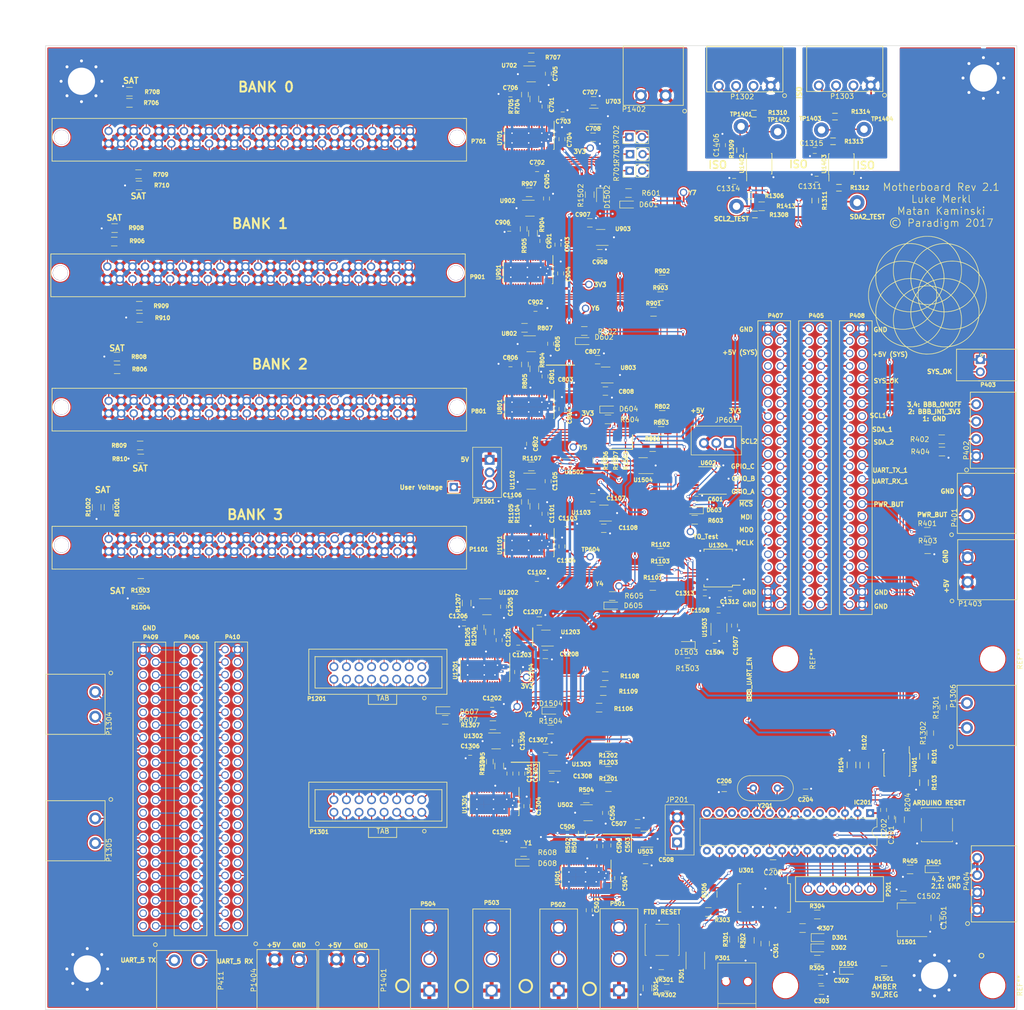
<source format=kicad_pcb>
(kicad_pcb (version 4) (host pcbnew 4.0.4-stable)
  (layers (0 F.Cu signal) (31 B.Cu signal hide) (34 B.Paste user) (35 F.Paste user) (36 B.SilkS user) (37 F.SilkS user) (38 B.Mask user hide) (39 F.Mask user) (44 Edge.Cuts user))
  (net 0 "")
  (net 1 "Net-(P301-Pad2)")
  (net 2 "Net-(P301-Pad3)")
  (net 3 GND)
  (net 4 /USB_FT232/SHIELD)
  (net 5 /Sheet592695A3/BBB_ONOFF)
  (net 6 /Sheet592695A3/SYS_OK)
  (net 7 /SCL2)
  (net 8 /SDA2)
  (net 9 /TX_UART)
  (net 10 /RX_UART)
  (net 11 /Sheet592695A3/UART5_TX)
  (net 12 +5V)
  (net 13 /Sheet59180297/Line0/CH0)
  (net 14 /Sheet59180297/Line0/CH15)
  (net 15 /Sheet59180297/Line0/CH1)
  (net 16 /Sheet59180297/Line0/CH14)
  (net 17 /Sheet59180297/Line0/CH2)
  (net 18 /Sheet59180297/Line0/CH13)
  (net 19 /Sheet59180297/Line0/CH3)
  (net 20 /Sheet59180297/Line0/CH12)
  (net 21 /Sheet59180297/Line0/CH4)
  (net 22 /Sheet59180297/Line0/CH11)
  (net 23 /Sheet59180297/Line0/CH5)
  (net 24 /Sheet59180297/Line0/CH10)
  (net 25 /Sheet59180297/Line0/CH6)
  (net 26 /Sheet59180297/Line0/CH9)
  (net 27 /Sheet59180297/Line0/CH7)
  (net 28 /Sheet59180297/Line0/CH8)
  (net 29 /Sheet59180297/Line2/CH0)
  (net 30 /Sheet59180297/Line2/CH15)
  (net 31 /Sheet59180297/Line2/CH1)
  (net 32 /Sheet59180297/Line2/CH14)
  (net 33 /Sheet59180297/Line2/CH2)
  (net 34 /Sheet59180297/Line2/CH13)
  (net 35 /Sheet59180297/Line2/CH3)
  (net 36 /Sheet59180297/Line2/CH12)
  (net 37 /Sheet59180297/Line2/CH4)
  (net 38 /Sheet59180297/Line2/CH11)
  (net 39 /Sheet59180297/Line2/CH5)
  (net 40 /Sheet59180297/Line2/CH10)
  (net 41 /Sheet59180297/Line2/CH6)
  (net 42 /Sheet59180297/Line2/CH9)
  (net 43 /Sheet59180297/Line2/CH7)
  (net 44 /Sheet59180297/Line2/CH8)
  (net 45 /Sheet59180297/Line1/CH0)
  (net 46 /Sheet59180297/Line1/CH15)
  (net 47 /Sheet59180297/Line1/CH1)
  (net 48 /Sheet59180297/Line1/CH14)
  (net 49 /Sheet59180297/Line1/CH2)
  (net 50 /Sheet59180297/Line1/CH13)
  (net 51 /Sheet59180297/Line1/CH3)
  (net 52 /Sheet59180297/Line1/CH12)
  (net 53 /Sheet59180297/Line1/CH4)
  (net 54 /Sheet59180297/Line1/CH11)
  (net 55 /Sheet59180297/Line1/CH5)
  (net 56 /Sheet59180297/Line1/CH10)
  (net 57 /Sheet59180297/Line1/CH6)
  (net 58 /Sheet59180297/Line1/CH9)
  (net 59 /Sheet59180297/Line1/CH7)
  (net 60 /Sheet59180297/Line1/CH8)
  (net 61 /Sheet59180297/Line4/CH0)
  (net 62 /Sheet59180297/Line4/CH15)
  (net 63 /Sheet59180297/Line4/CH1)
  (net 64 /Sheet59180297/Line4/CH14)
  (net 65 /Sheet59180297/Line4/CH2)
  (net 66 /Sheet59180297/Line4/CH13)
  (net 67 /Sheet59180297/Line4/CH3)
  (net 68 /Sheet59180297/Line4/CH12)
  (net 69 /Sheet59180297/Line4/CH4)
  (net 70 /Sheet59180297/Line4/CH11)
  (net 71 /Sheet59180297/Line4/CH5)
  (net 72 /Sheet59180297/Line4/CH10)
  (net 73 /Sheet59180297/Line4/CH6)
  (net 74 /Sheet59180297/Line4/CH9)
  (net 75 /Sheet59180297/Line4/CH7)
  (net 76 /Sheet59180297/Line4/CH8)
  (net 77 /Sheet59180297/Line5/CH0)
  (net 78 /Sheet59180297/Line5/CH15)
  (net 79 /Sheet59180297/Line5/CH1)
  (net 80 /Sheet59180297/Line5/CH14)
  (net 81 /Sheet59180297/Line5/CH2)
  (net 82 /Sheet59180297/Line5/CH13)
  (net 83 /Sheet59180297/Line5/CH3)
  (net 84 /Sheet59180297/Line5/CH12)
  (net 85 /Sheet59180297/Line5/CH4)
  (net 86 /Sheet59180297/Line5/CH11)
  (net 87 /Sheet59180297/Line5/CH5)
  (net 88 /Sheet59180297/Line5/CH10)
  (net 89 /Sheet59180297/Line5/CH6)
  (net 90 /Sheet59180297/Line5/CH9)
  (net 91 /Sheet59180297/Line5/CH7)
  (net 92 /Sheet59180297/Line5/CH8)
  (net 93 /Sheet59180297/Line6/CH0)
  (net 94 /Sheet59180297/Line6/CH15)
  (net 95 /Sheet59180297/Line6/CH1)
  (net 96 /Sheet59180297/Line6/CH14)
  (net 97 /Sheet59180297/Line6/CH2)
  (net 98 /Sheet59180297/Line6/CH13)
  (net 99 /Sheet59180297/Line6/CH3)
  (net 100 /Sheet59180297/Line6/CH12)
  (net 101 /Sheet59180297/Line6/CH4)
  (net 102 /Sheet59180297/Line6/CH11)
  (net 103 /Sheet59180297/Line6/CH5)
  (net 104 /Sheet59180297/Line6/CH10)
  (net 105 /Sheet59180297/Line6/CH6)
  (net 106 /Sheet59180297/Line6/CH9)
  (net 107 /Sheet59180297/Line6/CH7)
  (net 108 /Sheet59180297/Line6/CH8)
  (net 109 /Sheet591E8E14/Vcc)
  (net 110 "Net-(R301-Pad1)")
  (net 111 "Net-(R302-Pad1)")
  (net 112 /Sheet59180297/Y6)
  (net 113 /Sheet59180297/Y5)
  (net 114 /Sheet59180297/Y4)
  (net 115 /Sheet59180297/Y2)
  (net 116 /Sheet59180297/Y1)
  (net 117 /Sheet59180297/Y0)
  (net 118 /Sheet59180297/Line0/Vref)
  (net 119 /Sheet59180297/Line0/MUX_OUT)
  (net 120 /Sheet59180297/Line2/Vref)
  (net 121 /Sheet59180297/Line2/MUX_OUT)
  (net 122 /Sheet59180297/Line1/Vref)
  (net 123 /Sheet59180297/Line1/MUX_OUT)
  (net 124 /Sheet59180297/Line4/Vref)
  (net 125 /Sheet59180297/Line4/MUX_OUT)
  (net 126 /Sheet59180297/Line5/Vref)
  (net 127 /Sheet59180297/Line5/MUX_OUT)
  (net 128 /Sheet59180297/Line6/Vref)
  (net 129 /Sheet59180297/Line6/MUX_OUT)
  (net 130 /Sheet5926AD0C/~CS)
  (net 131 /Sheet591E8E14/MOSI)
  (net 132 /Sheet591E8E14/MISO)
  (net 133 /Sheet591E8E14/SCK)
  (net 134 /Sheet5926AD0C/CH0)
  (net 135 /Sheet5926AD0C/CH1)
  (net 136 /Sheet5926AD0C/CH2)
  (net 137 /Sheet5926AD0C/CH3)
  (net 138 VPP)
  (net 139 +3V3)
  (net 140 /Sheet59180297/Line0/AINP)
  (net 141 /Sheet59180297/Line2/AINP)
  (net 142 /Sheet59180297/Line1/AINP)
  (net 143 /Sheet59180297/Line4/AINP)
  (net 144 /Sheet59180297/Line5/AINP)
  (net 145 /Sheet59180297/Line6/AINP)
  (net 146 /Sheet5926AD0C/Vref)
  (net 147 /Sheet5926AD0C/MUX_OUT)
  (net 148 /Sheet5926AD0C/MUX_DATA)
  (net 149 /Sheet5926AD0C/3.3V_OUT)
  (net 150 "Net-(R502-Pad2)")
  (net 151 "Net-(P406-Pad2)")
  (net 152 "Net-(P406-Pad6)")
  (net 153 "Net-(P406-Pad12)")
  (net 154 "Net-(P406-Pad14)")
  (net 155 "Net-(P406-Pad16)")
  (net 156 "Net-(P406-Pad22)")
  (net 157 "Net-(P406-Pad24)")
  (net 158 "Net-(P406-Pad28)")
  (net 159 "Net-(P406-Pad30)")
  (net 160 "Net-(P406-Pad32)")
  (net 161 "Net-(P406-Pad36)")
  (net 162 "Net-(P406-Pad42)")
  (net 163 "Net-(P406-Pad3)")
  (net 164 "Net-(P406-Pad4)")
  (net 165 "Net-(P406-Pad5)")
  (net 166 "Net-(P406-Pad7)")
  (net 167 "Net-(P406-Pad8)")
  (net 168 "Net-(P406-Pad10)")
  (net 169 "Net-(P406-Pad15)")
  (net 170 "Net-(P406-Pad18)")
  (net 171 "Net-(P406-Pad20)")
  (net 172 "Net-(P406-Pad23)")
  (net 173 "Net-(P406-Pad25)")
  (net 174 "Net-(P406-Pad26)")
  (net 175 "Net-(P406-Pad27)")
  (net 176 "Net-(P406-Pad33)")
  (net 177 "Net-(P406-Pad34)")
  (net 178 "Net-(P406-Pad35)")
  (net 179 "Net-(P406-Pad37)")
  (net 180 "Net-(P406-Pad38)")
  (net 181 "Net-(P406-Pad39)")
  (net 182 "Net-(P406-Pad40)")
  (net 183 "Net-(P406-Pad41)")
  (net 184 "Net-(P406-Pad43)")
  (net 185 "Net-(P406-Pad44)")
  (net 186 "Net-(P406-Pad45)")
  (net 187 "Net-(P406-Pad46)")
  (net 188 "Net-(P405-Pad1)")
  (net 189 "Net-(P405-Pad2)")
  (net 190 "Net-(P405-Pad3)")
  (net 191 "Net-(P405-Pad4)")
  (net 192 "Net-(P406-Pad1)")
  (net 193 "Net-(P406-Pad9)")
  (net 194 "Net-(P406-Pad11)")
  (net 195 "Net-(P406-Pad13)")
  (net 196 "Net-(P406-Pad17)")
  (net 197 "Net-(P406-Pad19)")
  (net 198 "Net-(P406-Pad21)")
  (net 199 "Net-(P406-Pad29)")
  (net 200 "Net-(P406-Pad31)")
  (net 201 "Net-(R701-Pad1)")
  (net 202 "Net-(R702-Pad1)")
  (net 203 "Net-(R703-Pad1)")
  (net 204 "Net-(R705-Pad2)")
  (net 205 "Net-(R801-Pad1)")
  (net 206 "Net-(R802-Pad1)")
  (net 207 "Net-(R803-Pad1)")
  (net 208 "Net-(R805-Pad2)")
  (net 209 "Net-(R901-Pad1)")
  (net 210 "Net-(R902-Pad1)")
  (net 211 "Net-(R903-Pad1)")
  (net 212 "Net-(R905-Pad2)")
  (net 213 "Net-(R1101-Pad1)")
  (net 214 "Net-(R1102-Pad1)")
  (net 215 "Net-(R1103-Pad1)")
  (net 216 "Net-(R1105-Pad2)")
  (net 217 "Net-(R1205-Pad2)")
  (net 218 "Net-(R1305-Pad2)")
  (net 219 /Sheet592896E3/5V_ISO_0)
  (net 220 /Sheet592896E3/5V_ISO_1)
  (net 221 "Net-(P405-Pad5)")
  (net 222 "Net-(P405-Pad7)")
  (net 223 "Net-(P405-Pad9)")
  (net 224 "Net-(P405-Pad11)")
  (net 225 "Net-(P405-Pad13)")
  (net 226 "Net-(P405-Pad15)")
  (net 227 "Net-(P405-Pad17)")
  (net 228 "Net-(P405-Pad19)")
  (net 229 "Net-(P405-Pad21)")
  (net 230 "Net-(P405-Pad23)")
  (net 231 "Net-(P405-Pad25)")
  (net 232 "Net-(P405-Pad27)")
  (net 233 "Net-(P405-Pad29)")
  (net 234 "Net-(P405-Pad31)")
  (net 235 "Net-(P405-Pad33)")
  (net 236 "Net-(P405-Pad35)")
  (net 237 "Net-(P405-Pad37)")
  (net 238 "Net-(P405-Pad39)")
  (net 239 "Net-(P405-Pad41)")
  (net 240 "Net-(P405-Pad43)")
  (net 241 "Net-(P405-Pad45)")
  (net 242 "Net-(P405-Pad6)")
  (net 243 "Net-(P405-Pad8)")
  (net 244 "Net-(P405-Pad10)")
  (net 245 "Net-(P405-Pad12)")
  (net 246 "Net-(P405-Pad14)")
  (net 247 "Net-(P405-Pad16)")
  (net 248 "Net-(P405-Pad18)")
  (net 249 "Net-(P405-Pad20)")
  (net 250 "Net-(P405-Pad22)")
  (net 251 "Net-(P405-Pad24)")
  (net 252 "Net-(P405-Pad26)")
  (net 253 "Net-(P405-Pad28)")
  (net 254 "Net-(P405-Pad30)")
  (net 255 "Net-(P405-Pad32)")
  (net 256 "Net-(P405-Pad34)")
  (net 257 "Net-(P405-Pad36)")
  (net 258 "Net-(P405-Pad38)")
  (net 259 "Net-(P405-Pad40)")
  (net 260 "Net-(P405-Pad42)")
  (net 261 "Net-(P405-Pad44)")
  (net 262 "Net-(P405-Pad46)")
  (net 263 /Sheet592896E3/GND_ISO_0)
  (net 264 /Sheet592896E3/GND_ISO_1)
  (net 265 /Sheet592896E3/SSR_Data_0)
  (net 266 /Sheet592896E3/SSR_clock_0)
  (net 267 /Sheet592896E3/SSR_Data_1)
  (net 268 /Sheet592896E3/SSR_clock_1)
  (net 269 "Net-(D401-Pad1)")
  (net 270 "Net-(F301-Pad1)")
  (net 271 /Sheet592695A3/BBB_INT)
  (net 272 /Sheet592695A3/PWR_BUT_3V3)
  (net 273 /SDO)
  (net 274 /SCLK)
  (net 275 /SDI)
  (net 276 /USB_FT232/PWR_EN)
  (net 277 "Net-(C301-Pad1)")
  (net 278 "Net-(R303-Pad1)")
  (net 279 "Net-(D302-Pad1)")
  (net 280 "Net-(D301-Pad1)")
  (net 281 "Net-(R307-Pad1)")
  (net 282 /Sheet59180297/Y7)
  (net 283 /GPIO_A)
  (net 284 /GPIO_B)
  (net 285 /GPIO_C)
  (net 286 "Net-(D603-Pad1)")
  (net 287 /Sheet592695A3/BBB_INT_3V3)
  (net 288 /Sheet592695A3/UART5_RX)
  (net 289 "Net-(D301-Pad2)")
  (net 290 "Net-(D302-Pad2)")
  (net 291 /Sheet592695A3/UART1_TX_BBB)
  (net 292 /Sheet592695A3/UART1_RX_BBB)
  (net 293 "Net-(C204-Pad2)")
  (net 294 "Net-(C206-Pad2)")
  (net 295 /Sheet592695A3/BBB_UART_EN)
  (net 296 "Net-(R707-Pad2)")
  (net 297 "Net-(R807-Pad2)")
  (net 298 "Net-(R907-Pad2)")
  (net 299 "Net-(R1107-Pad2)")
  (net 300 "Net-(R1207-Pad2)")
  (net 301 "Net-(R1307-Pad2)")
  (net 302 "Net-(R504-Pad2)")
  (net 303 "Net-(IC201-Pad23)")
  (net 304 "Net-(IC201-Pad24)")
  (net 305 "Net-(IC201-Pad25)")
  (net 306 "Net-(IC201-Pad26)")
  (net 307 "Net-(IC201-Pad27)")
  (net 308 "Net-(IC201-Pad28)")
  (net 309 "Net-(C205-Pad1)")
  (net 310 "Net-(C1507-Pad2)")
  (net 311 "Net-(D1501-Pad2)")
  (net 312 "Net-(JP1501-Pad2)")
  (net 313 /MOBO_power/3V3_EN_2)
  (net 314 /MOBO_power/3V3_EN_1)
  (net 315 /MDO)
  (net 316 /~MCS)
  (net 317 /MDI)
  (net 318 /~CS)
  (net 319 /MCLK)
  (net 320 "Net-(JP1501-Pad3)")
  (net 321 "Net-(R706-Pad1)")
  (net 322 "Net-(R709-Pad2)")
  (net 323 "Net-(R806-Pad1)")
  (net 324 "Net-(R809-Pad2)")
  (net 325 "Net-(R906-Pad1)")
  (net 326 "Net-(R909-Pad2)")
  (net 327 "Net-(R1001-Pad1)")
  (net 328 "Net-(R1003-Pad2)")
  (net 329 "Net-(R1106-Pad1)")
  (net 330 "Net-(R1108-Pad2)")
  (net 331 "Net-(R1109-Pad1)")
  (net 332 "Net-(R1201-Pad1)")
  (net 333 "Net-(R1202-Pad2)")
  (net 334 "Net-(R1203-Pad1)")
  (net 335 "Net-(C201-Pad2)")
  (net 336 +5F)
  (net 337 "Net-(C601-Pad2)")
  (net 338 "Net-(D601-Pad1)")
  (net 339 "Net-(D602-Pad1)")
  (net 340 "Net-(D604-Pad1)")
  (net 341 "Net-(D605-Pad1)")
  (net 342 "Net-(D607-Pad1)")
  (net 343 "Net-(D608-Pad1)")
  (net 344 "Net-(D1502-Pad2)")
  (net 345 "Net-(D1503-Pad2)")
  (net 346 "Net-(D1504-Pad2)")
  (net 347 /Sheet592695A3/PWR_BUT)
  (net 348 /SEQ_ENABLE)
  (net 349 /MOBO_power/PWR_SEQ_EN)
  (net 350 /CTS)
  (net 351 /BBB_3V3)
  (net 352 /DTR_FTDI)
  (net 353 /DTR_BBB)
  (net 354 /Sheet592695A3/CAN1_HIGH)
  (net 355 /Sheet592695A3/CAN1_LOW)
  (net 356 /Sheet592695A3/CAN2_HIGH)
  (net 357 /Sheet592695A3/CAN2_LOW)
  (net 358 /Sheet592695A3/I2C1_SCL)
  (net 359 /Sheet592695A3/I2C1_SDA)
  (module Resistors_SMD:R_0805_HandSoldering (layer F.Cu) (at 37.0078 98.7806)
    (fp_text reference R810 (at -4.2672 0.1016) (layer F.SilkS) (effects (font (size 0.8 0.8) (thickness 0.2))))
    (fp_text value SAT)
    (pad 1 smd rect (at -1.35 0) (size 1.5 1.3) (layers F.Cu F.Paste F.Mask) (net 3 GND))
    (pad 2 smd rect (at 1.35 0) (size 1.5 1.3) (layers F.Cu F.Paste F.Mask) (net 324 "Net-(R809-Pad2)"))
  )
  (module Mounting_Holes:MountingHole_4.5mm (layer F.Cu) (at 209.296 205.444399 270)
    (fp_text reference REF** (at 0 -5.5 270) (layer F.SilkS))
    (fp_text value MountingHole_4.5mm)
    (pad 1 np_thru_hole circle (at 0 0 270) (size 4.5 4.5) (drill 4.5) (layers *.Cu *.Mask))
  )
  (module Mounting_Holes:MountingHole_4.5mm (layer F.Cu) (at 167.386 205.444399 270)
    (fp_text reference REF** (at -0.136199 -0.0762 270) (layer F.SilkS))
    (fp_text value MountingHole_4.5mm)
    (pad 1 np_thru_hole circle (at 0 0 270) (size 4.5 4.5) (drill 4.5) (layers *.Cu *.Mask))
  )
  (module Mounting_Holes:MountingHole_4.5mm (layer F.Cu) (at 167.386 139.3444 270)
    (fp_text reference REF** (at 0 -5.5 270) (layer F.SilkS))
    (fp_text value MountingHole_4.5mm)
    (pad 1 np_thru_hole circle (at 0 0 270) (size 4.5 4.5) (drill 4.5) (layers *.Cu *.Mask))
  )
  (module moboFootprints:TPS719XX_TexasInstruments_2x2_mm_SON (layer F.Cu) (at 123.8504 99.1616 270)
    (fp_text reference U1502 (at 2.3622 -0.7874 360) (layer F.SilkS) (effects (font (size 0.8 0.8) (thickness 0.2))))
    (fp_text value TPS719XX_TexasInstruments_2x2SON hide)
    (pad 1 smd rect (at 0 0 270) (size 0.25 0.65) (layers F.Cu F.Paste F.Mask) (net 139 +3V3))
    (pad 2 smd rect (at 0.65 0 270) (size 0.25 0.65) (layers F.Cu F.Paste F.Mask) (net 12 +5V))
    (pad 3 smd rect (at 1.3 0 270) (size 0.25 0.65) (layers F.Cu F.Paste F.Mask) (net 139 +3V3))
    (pad 4 smd rect (at 0 1.725 270) (size 0.25 0.65) (layers F.Cu F.Paste F.Mask) (net 313 /MOBO_power/3V3_EN_2))
    (pad 5 smd rect (at 0.65 1.725 270) (size 0.25 0.65) (layers F.Cu F.Paste F.Mask) (net 3 GND))
    (pad 6 smd rect (at 1.3 1.725 270) (size 0.25 0.65) (layers F.Cu F.Paste F.Mask) (net 314 /MOBO_power/3V3_EN_1))
  )
  (module Housings_SSOP:TSSOP-16-1EP_4.4x5mm_Pitch0.65mm (layer F.Cu) (at 152.0698 103.1748 180)
    (fp_text reference U602 (at 0.3048 3.5052 180) (layer F.SilkS) (effects (font (size 0.8 0.8) (thickness 0.2))))
    (fp_text value DEMUX_1to8_TI)
    (pad 1 smd rect (at -2.775 -2.275 180) (size 1.05 0.45) (layers F.Cu F.Paste F.Mask) (net 283 /GPIO_A))
    (pad 2 smd rect (at -2.775 -1.625 180) (size 1.05 0.45) (layers F.Cu F.Paste F.Mask) (net 284 /GPIO_B))
    (pad 3 smd rect (at -2.775 -0.975 180) (size 1.05 0.45) (layers F.Cu F.Paste F.Mask) (net 285 /GPIO_C))
    (pad 4 smd rect (at -2.775 -0.325 180) (size 1.05 0.45) (layers F.Cu F.Paste F.Mask) (net 318 /~CS))
    (pad 5 smd rect (at -2.775 0.325 180) (size 1.05 0.45) (layers F.Cu F.Paste F.Mask) (net 3 GND))
    (pad 6 smd rect (at -2.775 0.975 180) (size 1.05 0.45) (layers F.Cu F.Paste F.Mask) (net 139 +3V3))
    (pad 7 smd rect (at -2.775 1.625 180) (size 1.05 0.45) (layers F.Cu F.Paste F.Mask) (net 282 /Sheet59180297/Y7))
    (pad 8 smd rect (at -2.775 2.275 180) (size 1.05 0.45) (layers F.Cu F.Paste F.Mask) (net 3 GND))
    (pad 9 smd rect (at 2.775 2.275 180) (size 1.05 0.45) (layers F.Cu F.Paste F.Mask) (net 112 /Sheet59180297/Y6))
    (pad 10 smd rect (at 2.775 1.625 180) (size 1.05 0.45) (layers F.Cu F.Paste F.Mask) (net 113 /Sheet59180297/Y5))
    (pad 11 smd rect (at 2.775 0.975 180) (size 1.05 0.45) (layers F.Cu F.Paste F.Mask) (net 114 /Sheet59180297/Y4))
    (pad 12 smd rect (at 2.775 0.325 180) (size 1.05 0.45) (layers F.Cu F.Paste F.Mask))
    (pad 13 smd rect (at 2.775 -0.325 180) (size 1.05 0.45) (layers F.Cu F.Paste F.Mask) (net 115 /Sheet59180297/Y2))
    (pad 14 smd rect (at 2.775 -0.975 180) (size 1.05 0.45) (layers F.Cu F.Paste F.Mask) (net 116 /Sheet59180297/Y1))
    (pad 15 smd rect (at 2.775 -1.625 180) (size 1.05 0.45) (layers F.Cu F.Paste F.Mask) (net 117 /Sheet59180297/Y0))
    (pad 16 smd rect (at 2.775 -2.275 180) (size 1.05 0.45) (layers F.Cu F.Paste F.Mask) (net 337 "Net-(C601-Pad2)"))
  )
  (module Connect:USB_Mini-B (layer F.Cu) (at 157.5562 204.8256 90)
    (fp_text reference P301 (at 4.953 -2.8956 180) (layer F.SilkS) (effects (font (size 0.8 0.8) (thickness 0.2))))
    (fp_text value USB_OTG)
    (pad 1 smd rect (at 2.8 -1.6 90) (size 2.3 0.5) (layers F.Cu F.Paste F.Mask) (net 270 "Net-(F301-Pad1)"))
    (pad 2 smd rect (at 2.8 -0.8 90) (size 2.3 0.5) (layers F.Cu F.Paste F.Mask) (net 1 "Net-(P301-Pad2)"))
    (pad 3 smd rect (at 2.8 0 90) (size 2.3 0.5) (layers F.Cu F.Paste F.Mask) (net 2 "Net-(P301-Pad3)"))
    (pad 4 smd rect (at 2.8 0.8 90) (size 2.3 0.5) (layers F.Cu F.Paste F.Mask))
    (pad 5 smd rect (at 2.8 1.6 90) (size 2.3 0.5) (layers F.Cu F.Paste F.Mask) (net 3 GND))
    (pad 6 smd rect (at 2.7 -4.45 90) (size 2.5 2) (layers F.Cu F.Paste F.Mask) (net 4 /USB_FT232/SHIELD))
    (pad 6 smd rect (at -2.8 -4.45 90) (size 2.5 2) (layers F.Cu F.Paste F.Mask) (net 4 /USB_FT232/SHIELD))
    (pad 6 smd rect (at 2.7 4.45 90) (size 2.5 2) (layers F.Cu F.Paste F.Mask) (net 4 /USB_FT232/SHIELD))
    (pad 6 smd rect (at -2.8 4.45 90) (size 2.5 2) (layers F.Cu F.Paste F.Mask) (net 4 /USB_FT232/SHIELD))
    (pad "" np_thru_hole circle (at 0.2 -2.2 90) (size 0.9 0.9) (drill 0.9) (layers *.Cu *.Mask))
    (pad "" np_thru_hole circle (at 0.2 2.2 90) (size 0.9 0.9) (drill 0.9) (layers *.Cu *.Mask))
  )
  (module moboFootprints:3POS_Header_TEConn_6.35mm_pitch (layer F.Cu) (at 121.5136 206.4512 90)
    (fp_text reference P502 (at 17.399 -0.127 180) (layer F.SilkS) (effects (font (size 0.8 0.8) (thickness 0.2))))
    (fp_text value CONN_01X03 hide)
    (pad 1 thru_hole rect (at 0 0 90) (size 2.4 2.4) (drill 1.78) (layers *.Cu *.Mask) (net 12 +5V))
    (pad 2 thru_hole circle (at 6.35 0 90) (size 2.4 2.4) (drill 1.78) (layers *.Cu *.Mask) (net 135 /Sheet5926AD0C/CH1))
    (pad 3 thru_hole circle (at 12.7 0 90) (size 2.4 2.4) (drill 1.78) (layers *.Cu *.Mask) (net 3 GND))
  )
  (module Housings_SSOP:SSOP-28_5.3x10.2mm_Pitch0.65mm (layer F.Cu) (at 163.068 187.706 270)
    (fp_text reference U301 (at -5.57784 3.59156 360) (layer F.SilkS) (effects (font (size 0.8 0.8) (thickness 0.2))))
    (fp_text value FT232RL)
    (pad 1 smd rect (at -3.6 -4.225 270) (size 1.75 0.45) (layers F.Cu F.Paste F.Mask) (net 9 /TX_UART))
    (pad 2 smd rect (at -3.6 -3.575 270) (size 1.75 0.45) (layers F.Cu F.Paste F.Mask) (net 352 /DTR_FTDI))
    (pad 3 smd rect (at -3.6 -2.925 270) (size 1.75 0.45) (layers F.Cu F.Paste F.Mask))
    (pad 4 smd rect (at -3.6 -2.275 270) (size 1.75 0.45) (layers F.Cu F.Paste F.Mask) (net 336 +5F))
    (pad 5 smd rect (at -3.6 -1.625 270) (size 1.75 0.45) (layers F.Cu F.Paste F.Mask) (net 10 /RX_UART))
    (pad 6 smd rect (at -3.6 -0.975 270) (size 1.75 0.45) (layers F.Cu F.Paste F.Mask))
    (pad 7 smd rect (at -3.6 -0.325 270) (size 1.75 0.45) (layers F.Cu F.Paste F.Mask) (net 3 GND))
    (pad 8 smd rect (at -3.6 0.325 270) (size 1.75 0.45) (layers F.Cu F.Paste F.Mask))
    (pad 9 smd rect (at -3.6 0.975 270) (size 1.75 0.45) (layers F.Cu F.Paste F.Mask))
    (pad 10 smd rect (at -3.6 1.625 270) (size 1.75 0.45) (layers F.Cu F.Paste F.Mask))
    (pad 11 smd rect (at -3.6 2.275 270) (size 1.75 0.45) (layers F.Cu F.Paste F.Mask))
    (pad 12 smd rect (at -3.6 2.925 270) (size 1.75 0.45) (layers F.Cu F.Paste F.Mask))
    (pad 13 smd rect (at -3.6 3.575 270) (size 1.75 0.45) (layers F.Cu F.Paste F.Mask))
    (pad 14 smd rect (at -3.6 4.225 270) (size 1.75 0.45) (layers F.Cu F.Paste F.Mask) (net 276 /USB_FT232/PWR_EN))
    (pad 15 smd rect (at 3.6 4.225 270) (size 1.75 0.45) (layers F.Cu F.Paste F.Mask) (net 110 "Net-(R301-Pad1)"))
    (pad 16 smd rect (at 3.6 3.575 270) (size 1.75 0.45) (layers F.Cu F.Paste F.Mask) (net 111 "Net-(R302-Pad1)"))
    (pad 17 smd rect (at 3.6 2.925 270) (size 1.75 0.45) (layers F.Cu F.Paste F.Mask) (net 277 "Net-(C301-Pad1)"))
    (pad 18 smd rect (at 3.6 2.275 270) (size 1.75 0.45) (layers F.Cu F.Paste F.Mask) (net 3 GND))
    (pad 19 smd rect (at 3.6 1.625 270) (size 1.75 0.45) (layers F.Cu F.Paste F.Mask) (net 278 "Net-(R303-Pad1)"))
    (pad 20 smd rect (at 3.6 0.975 270) (size 1.75 0.45) (layers F.Cu F.Paste F.Mask) (net 336 +5F))
    (pad 21 smd rect (at 3.6 0.325 270) (size 1.75 0.45) (layers F.Cu F.Paste F.Mask) (net 3 GND))
    (pad 22 smd rect (at 3.6 -0.325 270) (size 1.75 0.45) (layers F.Cu F.Paste F.Mask) (net 279 "Net-(D302-Pad1)"))
    (pad 23 smd rect (at 3.6 -0.975 270) (size 1.75 0.45) (layers F.Cu F.Paste F.Mask) (net 280 "Net-(D301-Pad1)"))
    (pad 24 smd rect (at 3.6 -1.625 270) (size 1.75 0.45) (layers F.Cu F.Paste F.Mask))
    (pad 25 smd rect (at 3.6 -2.275 270) (size 1.75 0.45) (layers F.Cu F.Paste F.Mask) (net 3 GND))
    (pad 26 smd rect (at 3.6 -2.925 270) (size 1.75 0.45) (layers F.Cu F.Paste F.Mask) (net 281 "Net-(R307-Pad1)"))
    (pad 27 smd rect (at 3.6 -3.575 270) (size 1.75 0.45) (layers F.Cu F.Paste F.Mask))
    (pad 28 smd rect (at 3.6 -4.225 270) (size 1.75 0.45) (layers F.Cu F.Paste F.Mask))
  )
  (module moboFootprints:3POS_Header_TEConn_6.35mm_pitch (layer F.Cu) (at 133.7056 206.4004 90)
    (fp_text reference P501 (at 17.526 -0.254 180) (layer F.SilkS) (effects (font (size 0.8 0.8) (thickness 0.2))))
    (fp_text value CONN_01X03 hide)
    (pad 1 thru_hole rect (at 0 0 90) (size 2.4 2.4) (drill 1.78) (layers *.Cu *.Mask) (net 12 +5V))
    (pad 2 thru_hole circle (at 6.35 0 90) (size 2.4 2.4) (drill 1.78) (layers *.Cu *.Mask) (net 134 /Sheet5926AD0C/CH0))
    (pad 3 thru_hole circle (at 12.7 0 90) (size 2.4 2.4) (drill 1.78) (layers *.Cu *.Mask) (net 3 GND))
  )
  (module moboFootprints:TSSOP-38_4.4x9.7mm_Pitch0.5mm (layer F.Cu) (at 115.57 116.332 270)
    (fp_text reference U1101 (at 0 5.969 270) (layer F.SilkS) (effects (font (size 0.8 0.8) (thickness 0.2))))
    (fp_text value ADS7953_38TSSOP)
    (pad 19 thru_hole rect (at 1.016 3.4925 270) (size 2 2.8) (drill 0.3) (layers *.Cu) (net 3 GND))
    (pad 19 thru_hole rect (at -0.9525 3.4925 270) (size 2 2.8) (drill 0.3) (layers *.Cu) (net 3 GND))
    (pad 19 thru_hole rect (at 1.016 0.127 270) (size 2 4) (drill 0.3) (layers *.Cu) (net 3 GND))
    (pad 19 thru_hole rect (at -0.9525 0.127 270) (size 2 4) (drill 0.3) (layers *.Cu) (net 3 GND))
    (pad 19 thru_hole rect (at 1.016 -2.032 270) (size 2 1.5) (drill 0.3) (layers *.Cu) (net 3 GND))
    (pad 19 thru_hole rect (at -0.9525 -2.54 270) (size 2 1.5) (drill 0.3) (layers *.Cu) (net 3 GND))
    (pad 19 thru_hole rect (at 0.254 -3.7465 270) (size 1 2) (drill 0.3) (layers *.Cu *.Mask) (net 3 GND))
    (pad 1 smd rect (at -2.85 -4.5 270) (size 1.1 0.285) (layers F.Cu F.Paste F.Mask))
    (pad 2 smd rect (at -2.85 -4 270) (size 1.1 0.285) (layers F.Cu F.Paste F.Mask))
    (pad 3 smd rect (at -2.85 -3.5 270) (size 1.1 0.285) (layers F.Cu F.Paste F.Mask) (net 3 GND))
    (pad 4 smd rect (at -2.85 -3 270) (size 1.1 0.285) (layers F.Cu F.Paste F.Mask) (net 124 /Sheet59180297/Line4/Vref))
    (pad 5 smd rect (at -2.85 -2.5 270) (size 1.1 0.285) (layers F.Cu F.Paste F.Mask) (net 12 +5V))
    (pad 6 smd rect (at -2.85 -2 270) (size 1.1 0.285) (layers F.Cu F.Paste F.Mask) (net 3 GND))
    (pad 7 smd rect (at -2.85 -1.5 270) (size 1.1 0.285) (layers F.Cu F.Paste F.Mask) (net 125 /Sheet59180297/Line4/MUX_OUT))
    (pad 8 smd rect (at -2.85 -1 270) (size 1.1 0.285) (layers F.Cu F.Paste F.Mask) (net 143 /Sheet59180297/Line4/AINP))
    (pad 9 smd rect (at -2.85 -0.5 270) (size 1.1 0.285) (layers F.Cu F.Paste F.Mask) (net 3 GND))
    (pad 10 smd rect (at -2.85 0 270) (size 1.1 0.285) (layers F.Cu F.Paste F.Mask) (net 3 GND))
    (pad 11 smd rect (at -2.85 0.5 270) (size 1.1 0.285) (layers F.Cu F.Paste F.Mask) (net 327 "Net-(R1001-Pad1)"))
    (pad 12 smd rect (at -2.85 1 270) (size 1.1 0.285) (layers F.Cu F.Paste F.Mask) (net 64 /Sheet59180297/Line4/CH14))
    (pad 13 smd rect (at -2.85 1.5 270) (size 1.1 0.285) (layers F.Cu F.Paste F.Mask) (net 66 /Sheet59180297/Line4/CH13))
    (pad 14 smd rect (at -2.85 2 270) (size 1.1 0.285) (layers F.Cu F.Paste F.Mask) (net 68 /Sheet59180297/Line4/CH12))
    (pad 15 smd rect (at -2.85 2.5 270) (size 1.1 0.285) (layers F.Cu F.Paste F.Mask) (net 70 /Sheet59180297/Line4/CH11))
    (pad 16 smd rect (at -2.85 3 270) (size 1.1 0.285) (layers F.Cu F.Paste F.Mask) (net 72 /Sheet59180297/Line4/CH10))
    (pad 17 smd rect (at -2.85 3.5 270) (size 1.1 0.285) (layers F.Cu F.Paste F.Mask) (net 74 /Sheet59180297/Line4/CH9))
    (pad 18 smd rect (at -2.85 4 270) (size 1.1 0.285) (layers F.Cu F.Paste F.Mask) (net 76 /Sheet59180297/Line4/CH8))
    (pad 19 smd rect (at -2.85 4.5 270) (size 1.1 0.285) (layers F.Cu F.Paste F.Mask) (net 3 GND))
    (pad 20 smd rect (at 2.85 4.5 270) (size 1.1 0.285) (layers F.Cu F.Paste F.Mask) (net 3 GND))
    (pad 21 smd rect (at 2.85 4 270) (size 1.1 0.285) (layers F.Cu F.Paste F.Mask) (net 75 /Sheet59180297/Line4/CH7))
    (pad 22 smd rect (at 2.85 3.5 270) (size 1.1 0.285) (layers F.Cu F.Paste F.Mask) (net 73 /Sheet59180297/Line4/CH6))
    (pad 23 smd rect (at 2.85 3 270) (size 1.1 0.285) (layers F.Cu F.Paste F.Mask) (net 71 /Sheet59180297/Line4/CH5))
    (pad 24 smd rect (at 2.85 2.5 270) (size 1.1 0.285) (layers F.Cu F.Paste F.Mask) (net 69 /Sheet59180297/Line4/CH4))
    (pad 25 smd rect (at 2.85 2 270) (size 1.1 0.285) (layers F.Cu F.Paste F.Mask) (net 67 /Sheet59180297/Line4/CH3))
    (pad 26 smd rect (at 2.85 1.5 270) (size 1.1 0.285) (layers F.Cu F.Paste F.Mask) (net 65 /Sheet59180297/Line4/CH2))
    (pad 27 smd rect (at 2.85 1 270) (size 1.1 0.285) (layers F.Cu F.Paste F.Mask) (net 63 /Sheet59180297/Line4/CH1))
    (pad 28 smd rect (at 2.85 0.5 270) (size 1.1 0.285) (layers F.Cu F.Paste F.Mask) (net 328 "Net-(R1003-Pad2)"))
    (pad 29 smd rect (at 2.85 0 270) (size 1.1 0.285) (layers F.Cu F.Paste F.Mask) (net 12 +5V))
    (pad 30 smd rect (at 2.85 -0.5 270) (size 1.1 0.285) (layers F.Cu F.Paste F.Mask) (net 3 GND))
    (pad 31 smd rect (at 2.85 -1 270) (size 1.1 0.285) (layers F.Cu F.Paste F.Mask) (net 114 /Sheet59180297/Y4))
    (pad 32 smd rect (at 2.85 -1.5 270) (size 1.1 0.285) (layers F.Cu F.Paste F.Mask) (net 213 "Net-(R1101-Pad1)"))
    (pad 33 smd rect (at 2.85 -2 270) (size 1.1 0.285) (layers F.Cu F.Paste F.Mask) (net 215 "Net-(R1103-Pad1)"))
    (pad 34 smd rect (at 2.85 -2.5 270) (size 1.1 0.285) (layers F.Cu F.Paste F.Mask) (net 214 "Net-(R1102-Pad1)"))
    (pad 35 smd rect (at 2.85 -3 270) (size 1.1 0.285) (layers F.Cu F.Paste F.Mask) (net 3 GND))
    (pad 36 smd rect (at 2.85 -3.5 270) (size 1.1 0.285) (layers F.Cu F.Paste F.Mask) (net 139 +3V3))
    (pad 37 smd rect (at 2.85 -4 270) (size 1.1 0.285) (layers F.Cu F.Paste F.Mask))
    (pad 38 smd rect (at 2.85 -4.5 270) (size 1.1 0.285) (layers F.Cu F.Paste F.Mask))
    (pad 19 thru_hole rect (at -0.6985 -4.0005 270) (size 1 1.5) (drill 0.3) (layers *.Cu *.Mask) (net 3 GND))
  )
  (module hyperCustom:OnShore_16Pin_Vert_2.54mm_spacing (layer F.Cu) (at 93.8276 143.4592 180)
    (fp_text reference P1201 (at 21.2471 -3.937 180) (layer F.SilkS) (effects (font (size 0.8 0.8) (thickness 0.2))))
    (fp_text value CONN_02X08 hide)
    (fp_text user TAB (at 7.874 -3.81 180) (layer F.SilkS))
    (pad 1 thru_hole circle (at 0 0 180) (size 1.8 1.8) (drill 1.2) (layers *.Cu *.Mask) (net 91 /Sheet59180297/Line5/CH7))
    (pad 2 thru_hole circle (at 0 2.54 180) (size 1.8 1.8) (drill 1.2) (layers *.Cu *.Mask) (net 92 /Sheet59180297/Line5/CH8))
    (pad 3 thru_hole circle (at 2.54 0 180) (size 1.8 1.8) (drill 1.2) (layers *.Cu *.Mask) (net 89 /Sheet59180297/Line5/CH6))
    (pad 4 thru_hole circle (at 2.54 2.54 180) (size 1.8 1.8) (drill 1.2) (layers *.Cu *.Mask) (net 90 /Sheet59180297/Line5/CH9))
    (pad 5 thru_hole circle (at 5.08 0 180) (size 1.8 1.8) (drill 1.2) (layers *.Cu *.Mask) (net 87 /Sheet59180297/Line5/CH5))
    (pad 6 thru_hole circle (at 5.08 2.54 180) (size 1.8 1.8) (drill 1.2) (layers *.Cu *.Mask) (net 88 /Sheet59180297/Line5/CH10))
    (pad 7 thru_hole circle (at 7.62 0 180) (size 1.8 1.8) (drill 1.2) (layers *.Cu *.Mask) (net 85 /Sheet59180297/Line5/CH4))
    (pad 8 thru_hole circle (at 7.62 2.54 180) (size 1.8 1.8) (drill 1.2) (layers *.Cu *.Mask) (net 86 /Sheet59180297/Line5/CH11))
    (pad 9 thru_hole circle (at 10.16 0 180) (size 1.8 1.8) (drill 1.2) (layers *.Cu *.Mask) (net 83 /Sheet59180297/Line5/CH3))
    (pad 10 thru_hole circle (at 10.16 2.54 180) (size 1.8 1.8) (drill 1.2) (layers *.Cu *.Mask) (net 84 /Sheet59180297/Line5/CH12))
    (pad 11 thru_hole circle (at 12.7 0 180) (size 1.8 1.8) (drill 1.2) (layers *.Cu *.Mask) (net 81 /Sheet59180297/Line5/CH2))
    (pad 12 thru_hole circle (at 12.7 2.54 180) (size 1.8 1.8) (drill 1.2) (layers *.Cu *.Mask) (net 82 /Sheet59180297/Line5/CH13))
    (pad 13 thru_hole circle (at 15.24 0 180) (size 1.8 1.8) (drill 1.2) (layers *.Cu *.Mask) (net 79 /Sheet59180297/Line5/CH1))
    (pad 14 thru_hole circle (at 15.24 2.54 180) (size 1.8 1.8) (drill 1.2) (layers *.Cu *.Mask) (net 80 /Sheet59180297/Line5/CH14))
    (pad 15 thru_hole circle (at 17.78 0 180) (size 1.8 1.8) (drill 1.2) (layers *.Cu *.Mask) (net 77 /Sheet59180297/Line5/CH0))
    (pad 16 thru_hole circle (at 17.78 2.54 180) (size 1.8 1.8) (drill 1.2) (layers *.Cu *.Mask) (net 78 /Sheet59180297/Line5/CH15))
  )
  (module TO_SOT_Packages_SMD:SOT-23-5_HandSoldering (layer F.Cu) (at 108.85424 155.93568)
    (fp_text reference U1302 (at -4.61264 -0.99568) (layer F.SilkS) (effects (font (size 0.8 0.8) (thickness 0.2))))
    (fp_text value OPA192)
    (pad 1 smd rect (at -1.35 -0.95) (size 1.56 0.65) (layers F.Cu F.Paste F.Mask) (net 218 "Net-(R1305-Pad2)"))
    (pad 2 smd rect (at -1.35 0) (size 1.56 0.65) (layers F.Cu F.Paste F.Mask) (net 3 GND))
    (pad 3 smd rect (at -1.35 0.95) (size 1.56 0.65) (layers F.Cu F.Paste F.Mask) (net 129 /Sheet59180297/Line6/MUX_OUT))
    (pad 4 smd rect (at 1.35 0.95) (size 1.56 0.65) (layers F.Cu F.Paste F.Mask) (net 301 "Net-(R1307-Pad2)"))
    (pad 5 smd rect (at 1.35 -0.95) (size 1.56 0.65) (layers F.Cu F.Paste F.Mask) (net 12 +5V))
  )
  (module Resistors_SMD:R_0805_HandSoldering (layer F.Cu) (at 109.48924 161.01568 270)
    (fp_text reference R1304 (at -0.03048 3.46964 270) (layer F.SilkS) (effects (font (size 0.8 0.8) (thickness 0.2))))
    (fp_text value 0)
    (pad 1 smd rect (at -1.35 0 270) (size 1.5 1.3) (layers F.Cu F.Paste F.Mask) (net 145 /Sheet59180297/Line6/AINP))
    (pad 2 smd rect (at 1.35 0 270) (size 1.5 1.3) (layers F.Cu F.Paste F.Mask) (net 129 /Sheet59180297/Line6/MUX_OUT))
  )
  (module Capacitors_SMD:C_0603_HandSoldering (layer F.Cu) (at 109.99724 175.62068)
    (fp_text reference C1302 (at 0 -1.25) (layer F.SilkS) (effects (font (size 0.8 0.8) (thickness 0.2))))
    (fp_text value 1uF)
    (pad 1 smd rect (at -0.95 0) (size 1.2 0.75) (layers F.Cu F.Paste F.Mask) (net 12 +5V))
    (pad 2 smd rect (at 0.95 0) (size 1.2 0.75) (layers F.Cu F.Paste F.Mask) (net 3 GND))
  )
  (module Capacitors_SMD:C_0603_HandSoldering (layer F.Cu) (at 114.06124 162.53968 270)
    (fp_text reference C1303 (at -0.127 -2.794 270) (layer F.SilkS) (effects (font (size 0.8 0.8) (thickness 0.2))))
    (fp_text value 10uF)
    (pad 1 smd rect (at -0.95 0 270) (size 1.2 0.75) (layers F.Cu F.Paste F.Mask) (net 3 GND))
    (pad 2 smd rect (at 0.95 0 270) (size 1.2 0.75) (layers F.Cu F.Paste F.Mask) (net 128 /Sheet59180297/Line6/Vref))
  )
  (module Capacitors_SMD:C_0603_HandSoldering (layer F.Cu) (at 115.07724 169.14368 90)
    (fp_text reference C1304 (at -0.02032 2.37236 90) (layer F.SilkS) (effects (font (size 0.8 0.8) (thickness 0.2))))
    (fp_text value 1uF)
    (pad 1 smd rect (at -0.95 0 90) (size 1.2 0.75) (layers F.Cu F.Paste F.Mask) (net 139 +3V3))
    (pad 2 smd rect (at 0.95 0 90) (size 1.2 0.75) (layers F.Cu F.Paste F.Mask) (net 3 GND))
  )
  (module Capacitors_SMD:C_0603_HandSoldering (layer F.Cu) (at 112.79124 155.93568 90)
    (fp_text reference C1305 (at 0 1.397 90) (layer F.SilkS) (effects (font (size 0.8 0.8) (thickness 0.2))))
    (fp_text value 1uF)
    (pad 1 smd rect (at -0.95 0 90) (size 1.2 0.75) (layers F.Cu F.Paste F.Mask) (net 3 GND))
    (pad 2 smd rect (at 0.95 0 90) (size 1.2 0.75) (layers F.Cu F.Paste F.Mask) (net 12 +5V))
  )
  (module Capacitors_SMD:C_0603_HandSoldering (layer F.Cu) (at 111.64824 162.53968 270)
    (fp_text reference C1301 (at -0.127 -3.937 270) (layer F.SilkS) (effects (font (size 0.8 0.8) (thickness 0.2))))
    (fp_text value 1uF)
    (pad 1 smd rect (at -0.95 0 270) (size 1.2 0.75) (layers F.Cu F.Paste F.Mask) (net 3 GND))
    (pad 2 smd rect (at 0.95 0 270) (size 1.2 0.75) (layers F.Cu F.Paste F.Mask) (net 12 +5V))
  )
  (module Capacitors_SMD:C_0603_HandSoldering (layer F.Cu) (at 109.474 135.5344 270)
    (fp_text reference C1201 (at -0.5842 -1.8415 270) (layer F.SilkS) (effects (font (size 0.8 0.8) (thickness 0.2))))
    (fp_text value 1uF)
    (pad 1 smd rect (at -0.95 0 270) (size 1.2 0.75) (layers F.Cu F.Paste F.Mask) (net 3 GND))
    (pad 2 smd rect (at 0.95 0 270) (size 1.2 0.75) (layers F.Cu F.Paste F.Mask) (net 12 +5V))
  )
  (module Capacitors_SMD:C_0603_HandSoldering (layer F.Cu) (at 110.363 128.778 90)
    (fp_text reference C1205 (at 0 1.397 90) (layer F.SilkS) (effects (font (size 0.8 0.8) (thickness 0.2))))
    (fp_text value 1uF)
    (pad 1 smd rect (at -0.95 0 90) (size 1.2 0.75) (layers F.Cu F.Paste F.Mask) (net 3 GND))
    (pad 2 smd rect (at 0.95 0 90) (size 1.2 0.75) (layers F.Cu F.Paste F.Mask) (net 12 +5V))
  )
  (module Capacitors_SMD:C_0603_HandSoldering (layer F.Cu) (at 113.21288 141.99108 90)
    (fp_text reference C1204 (at -0.17272 2.73812 90) (layer F.SilkS) (effects (font (size 0.8 0.8) (thickness 0.2))))
    (fp_text value 1uF)
    (pad 1 smd rect (at -0.95 0 90) (size 1.2 0.75) (layers F.Cu F.Paste F.Mask) (net 139 +3V3))
    (pad 2 smd rect (at 0.95 0 90) (size 1.2 0.75) (layers F.Cu F.Paste F.Mask) (net 3 GND))
  )
  (module Capacitors_SMD:C_0603_HandSoldering (layer F.Cu) (at 113.3348 137.16 180)
    (fp_text reference C1203 (at -0.7366 -1.397 180) (layer F.SilkS) (effects (font (size 0.8 0.8) (thickness 0.2))))
    (fp_text value 10uF)
    (pad 1 smd rect (at -0.95 0 180) (size 1.2 0.75) (layers F.Cu F.Paste F.Mask) (net 3 GND))
    (pad 2 smd rect (at 0.95 0 180) (size 1.2 0.75) (layers F.Cu F.Paste F.Mask) (net 126 /Sheet59180297/Line5/Vref))
  )
  (module Capacitors_SMD:C_0603_HandSoldering (layer F.Cu) (at 108.0516 148.5392)
    (fp_text reference C1202 (at 0 -1.25) (layer F.SilkS) (effects (font (size 0.8 0.8) (thickness 0.2))))
    (fp_text value 1uF)
    (pad 1 smd rect (at -0.95 0) (size 1.2 0.75) (layers F.Cu F.Paste F.Mask) (net 12 +5V))
    (pad 2 smd rect (at 0.95 0) (size 1.2 0.75) (layers F.Cu F.Paste F.Mask) (net 3 GND))
  )
  (module Resistors_SMD:R_0805_HandSoldering (layer F.Cu) (at 107.62488 133.86308 270)
    (fp_text reference R1204 (at 0.90932 3.20548 270) (layer F.SilkS) (effects (font (size 0.8 0.8) (thickness 0.2))))
    (fp_text value 0)
    (pad 1 smd rect (at -1.35 0 270) (size 1.5 1.3) (layers F.Cu F.Paste F.Mask) (net 144 /Sheet59180297/Line5/AINP))
    (pad 2 smd rect (at 1.35 0 270) (size 1.5 1.3) (layers F.Cu F.Paste F.Mask) (net 127 /Sheet59180297/Line5/MUX_OUT))
  )
  (module TO_SOT_Packages_SMD:SOT-23-5_HandSoldering (layer F.Cu) (at 106.98988 128.78308)
    (fp_text reference U1202 (at 4.38912 -2.87528) (layer F.SilkS) (effects (font (size 0.8 0.8) (thickness 0.2))))
    (fp_text value OPA192)
    (pad 1 smd rect (at -1.35 -0.95) (size 1.56 0.65) (layers F.Cu F.Paste F.Mask) (net 217 "Net-(R1205-Pad2)"))
    (pad 2 smd rect (at -1.35 0) (size 1.56 0.65) (layers F.Cu F.Paste F.Mask) (net 3 GND))
    (pad 3 smd rect (at -1.35 0.95) (size 1.56 0.65) (layers F.Cu F.Paste F.Mask) (net 127 /Sheet59180297/Line5/MUX_OUT))
    (pad 4 smd rect (at 1.35 0.95) (size 1.56 0.65) (layers F.Cu F.Paste F.Mask) (net 300 "Net-(R1207-Pad2)"))
    (pad 5 smd rect (at 1.35 -0.95) (size 1.56 0.65) (layers F.Cu F.Paste F.Mask) (net 12 +5V))
  )
  (module Capacitors_SMD:C_0603_HandSoldering (layer F.Cu) (at 118.745 109.982 270)
    (fp_text reference C1101 (at -0.0508 -1.397 270) (layer F.SilkS) (effects (font (size 0.8 0.8) (thickness 0.2))))
    (fp_text value 1uF)
    (pad 1 smd rect (at -0.95 0 270) (size 1.2 0.75) (layers F.Cu F.Paste F.Mask) (net 3 GND))
    (pad 2 smd rect (at 0.95 0 270) (size 1.2 0.75) (layers F.Cu F.Paste F.Mask) (net 12 +5V))
  )
  (module Resistors_SMD:R_0603_HandSoldering (layer F.Cu) (at 114.681 107.569 90)
    (fp_text reference R1105 (at -2.413 -2.794 90) (layer F.SilkS) (effects (font (size 0.8 0.8) (thickness 0.2))))
    (fp_text value 100)
    (pad 1 smd rect (at -1.1 0 90) (size 1.2 0.9) (layers F.Cu F.Paste F.Mask) (net 143 /Sheet59180297/Line4/AINP))
    (pad 2 smd rect (at 1.1 0 90) (size 1.2 0.9) (layers F.Cu F.Paste F.Mask) (net 216 "Net-(R1105-Pad2)"))
  )
  (module Capacitors_SMD:C_0603_HandSoldering (layer F.Cu) (at 111.76 107.442)
    (fp_text reference C1106 (at 0.381 -1.2446) (layer F.SilkS) (effects (font (size 0.8 0.8) (thickness 0.2))))
    (fp_text value 150pF)
    (pad 1 smd rect (at -0.95 0) (size 1.2 0.75) (layers F.Cu F.Paste F.Mask) (net 3 GND))
    (pad 2 smd rect (at 0.95 0) (size 1.2 0.75) (layers F.Cu F.Paste F.Mask) (net 143 /Sheet59180297/Line4/AINP))
  )
  (module Capacitors_SMD:C_0603_HandSoldering (layer F.Cu) (at 119.38 103.378 90)
    (fp_text reference C1105 (at 0 1.397 90) (layer F.SilkS) (effects (font (size 0.8 0.8) (thickness 0.2))))
    (fp_text value 1uF)
    (pad 1 smd rect (at -0.95 0 90) (size 1.2 0.75) (layers F.Cu F.Paste F.Mask) (net 3 GND))
    (pad 2 smd rect (at 0.95 0 90) (size 1.2 0.75) (layers F.Cu F.Paste F.Mask) (net 12 +5V))
  )
  (module Capacitors_SMD:C_0603_HandSoldering (layer F.Cu) (at 122.174 116.586 90)
    (fp_text reference C1104 (at -2.8448 0.8636 180) (layer F.SilkS) (effects (font (size 0.8 0.8) (thickness 0.2))))
    (fp_text value 1uF)
    (pad 1 smd rect (at -0.95 0 90) (size 1.2 0.75) (layers F.Cu F.Paste F.Mask) (net 139 +3V3))
    (pad 2 smd rect (at 0.95 0 90) (size 1.2 0.75) (layers F.Cu F.Paste F.Mask) (net 3 GND))
  )
  (module Capacitors_SMD:C_0603_HandSoldering (layer F.Cu) (at 123.1392 111.9632 180)
    (fp_text reference C1103 (at -0.2413 1.0922 180) (layer F.SilkS) (effects (font (size 0.8 0.8) (thickness 0.2))))
    (fp_text value 10uF)
    (pad 1 smd rect (at -0.95 0 180) (size 1.2 0.75) (layers F.Cu F.Paste F.Mask) (net 3 GND))
    (pad 2 smd rect (at 0.95 0 180) (size 1.2 0.75) (layers F.Cu F.Paste F.Mask) (net 124 /Sheet59180297/Line4/Vref))
  )
  (module Capacitors_SMD:C_0603_HandSoldering (layer F.Cu) (at 117.094 123.063)
    (fp_text reference C1102 (at 0 -1.25) (layer F.SilkS) (effects (font (size 0.8 0.8) (thickness 0.2))))
    (fp_text value 1uF)
    (pad 1 smd rect (at -0.95 0) (size 1.2 0.75) (layers F.Cu F.Paste F.Mask) (net 12 +5V))
    (pad 2 smd rect (at 0.95 0) (size 1.2 0.75) (layers F.Cu F.Paste F.Mask) (net 3 GND))
  )
  (module Resistors_SMD:R_0805_HandSoldering (layer F.Cu) (at 116.586 108.458 270)
    (fp_text reference R1104 (at 1.524 3.429 270) (layer F.SilkS) (effects (font (size 0.8 0.8) (thickness 0.2))))
    (fp_text value 0)
    (pad 1 smd rect (at -1.35 0 270) (size 1.5 1.3) (layers F.Cu F.Paste F.Mask) (net 143 /Sheet59180297/Line4/AINP))
    (pad 2 smd rect (at 1.35 0 270) (size 1.5 1.3) (layers F.Cu F.Paste F.Mask) (net 125 /Sheet59180297/Line4/MUX_OUT))
  )
  (module TO_SOT_Packages_SMD:SOT-23-5_HandSoldering (layer F.Cu) (at 115.951 103.378)
    (fp_text reference U1102 (at -3.81 -0.2286 90) (layer F.SilkS) (effects (font (size 0.8 0.8) (thickness 0.2))))
    (fp_text value OPA192)
    (pad 1 smd rect (at -1.35 -0.95) (size 1.56 0.65) (layers F.Cu F.Paste F.Mask) (net 216 "Net-(R1105-Pad2)"))
    (pad 2 smd rect (at -1.35 0) (size 1.56 0.65) (layers F.Cu F.Paste F.Mask) (net 3 GND))
    (pad 3 smd rect (at -1.35 0.95) (size 1.56 0.65) (layers F.Cu F.Paste F.Mask) (net 125 /Sheet59180297/Line4/MUX_OUT))
    (pad 4 smd rect (at 1.35 0.95) (size 1.56 0.65) (layers F.Cu F.Paste F.Mask) (net 299 "Net-(R1107-Pad2)"))
    (pad 5 smd rect (at 1.35 -0.95) (size 1.56 0.65) (layers F.Cu F.Paste F.Mask) (net 12 +5V))
  )
  (module Capacitors_SMD:C_0603_HandSoldering (layer F.Cu) (at 129.8448 177.2412 270)
    (fp_text reference C501 (at -0.127 -3.937 270) (layer F.SilkS) (effects (font (size 0.8 0.8) (thickness 0.2))))
    (fp_text value 1uF)
    (pad 1 smd rect (at -0.95 0 270) (size 1.2 0.75) (layers F.Cu F.Paste F.Mask) (net 3 GND))
    (pad 2 smd rect (at 0.95 0 270) (size 1.2 0.75) (layers F.Cu F.Paste F.Mask) (net 12 +5V))
  )
  (module Resistors_SMD:R_0603_HandSoldering (layer F.Cu) (at 126.1872 174.66564 90)
    (fp_text reference R502 (at -2.413 -2.794 90) (layer F.SilkS) (effects (font (size 0.8 0.8) (thickness 0.2))))
    (fp_text value 100)
    (pad 1 smd rect (at -1.1 0 90) (size 1.2 0.9) (layers F.Cu F.Paste F.Mask) (net 148 /Sheet5926AD0C/MUX_DATA))
    (pad 2 smd rect (at 1.1 0 90) (size 1.2 0.9) (layers F.Cu F.Paste F.Mask) (net 150 "Net-(R502-Pad2)"))
  )
  (module Capacitors_SMD:C_0603_HandSoldering (layer F.Cu) (at 123.2662 174.53864)
    (fp_text reference C506 (at 0 -1.25) (layer F.SilkS) (effects (font (size 0.8 0.8) (thickness 0.2))))
    (fp_text value 150pF)
    (pad 1 smd rect (at -0.95 0) (size 1.2 0.75) (layers F.Cu F.Paste F.Mask) (net 3 GND))
    (pad 2 smd rect (at 0.95 0) (size 1.2 0.75) (layers F.Cu F.Paste F.Mask) (net 148 /Sheet5926AD0C/MUX_DATA))
  )
  (module Capacitors_SMD:C_0603_HandSoldering (layer F.Cu) (at 130.9878 170.5102 90)
    (fp_text reference C505 (at 0 1.397 90) (layer F.SilkS) (effects (font (size 0.8 0.8) (thickness 0.2))))
    (fp_text value 1uF)
    (pad 1 smd rect (at -0.95 0 90) (size 1.2 0.75) (layers F.Cu F.Paste F.Mask) (net 3 GND))
    (pad 2 smd rect (at 0.95 0 90) (size 1.2 0.75) (layers F.Cu F.Paste F.Mask) (net 12 +5V))
  )
  (module Capacitors_SMD:C_0603_HandSoldering (layer F.Cu) (at 133.4516 183.6928 90)
    (fp_text reference C504 (at -1.0668 1.4732 90) (layer F.SilkS) (effects (font (size 0.8 0.8) (thickness 0.2))))
    (fp_text value 1uF)
    (pad 1 smd rect (at -0.95 0 90) (size 1.2 0.75) (layers F.Cu F.Paste F.Mask) (net 149 /Sheet5926AD0C/3.3V_OUT))
    (pad 2 smd rect (at 0.95 0 90) (size 1.2 0.75) (layers F.Cu F.Paste F.Mask) (net 3 GND))
  )
  (module Capacitors_SMD:C_0603_HandSoldering (layer F.Cu) (at 132.6642 177.07864 270)
    (fp_text reference C503 (at -0.127 -2.794 270) (layer F.SilkS) (effects (font (size 0.8 0.8) (thickness 0.2))))
    (fp_text value 10uF)
    (pad 1 smd rect (at -0.95 0 270) (size 1.2 0.75) (layers F.Cu F.Paste F.Mask) (net 3 GND))
    (pad 2 smd rect (at 0.95 0 270) (size 1.2 0.75) (layers F.Cu F.Paste F.Mask) (net 146 /Sheet5926AD0C/Vref))
  )
  (module Capacitors_SMD:C_0603_HandSoldering (layer F.Cu) (at 127.6858 190.1952 270)
    (fp_text reference C502 (at -1.016 -1.524 270) (layer F.SilkS) (effects (font (size 0.8 0.8) (thickness 0.2))))
    (fp_text value 1uF)
    (pad 1 smd rect (at -0.95 0 270) (size 1.2 0.75) (layers F.Cu F.Paste F.Mask) (net 12 +5V))
    (pad 2 smd rect (at 0.95 0 270) (size 1.2 0.75) (layers F.Cu F.Paste F.Mask) (net 3 GND))
  )
  (module Resistors_SMD:R_0805_HandSoldering (layer F.Cu) (at 128.0922 175.55464 270)
    (fp_text reference R501 (at 1.524 3.429 270) (layer F.SilkS) (effects (font (size 0.8 0.8) (thickness 0.2))))
    (fp_text value 0)
    (pad 1 smd rect (at -1.35 0 270) (size 1.5 1.3) (layers F.Cu F.Paste F.Mask) (net 148 /Sheet5926AD0C/MUX_DATA))
    (pad 2 smd rect (at 1.35 0 270) (size 1.5 1.3) (layers F.Cu F.Paste F.Mask) (net 147 /Sheet5926AD0C/MUX_OUT))
  )
  (module TO_SOT_Packages_SMD:SOT-23-5_HandSoldering (layer F.Cu) (at 127.4572 170.47464)
    (fp_text reference U502 (at -4.6228 -1.61544) (layer F.SilkS) (effects (font (size 0.8 0.8) (thickness 0.2))))
    (fp_text value OPA192)
    (pad 1 smd rect (at -1.35 -0.95) (size 1.56 0.65) (layers F.Cu F.Paste F.Mask) (net 150 "Net-(R502-Pad2)"))
    (pad 2 smd rect (at -1.35 0) (size 1.56 0.65) (layers F.Cu F.Paste F.Mask) (net 3 GND))
    (pad 3 smd rect (at -1.35 0.95) (size 1.56 0.65) (layers F.Cu F.Paste F.Mask) (net 147 /Sheet5926AD0C/MUX_OUT))
    (pad 4 smd rect (at 1.35 0.95) (size 1.56 0.65) (layers F.Cu F.Paste F.Mask) (net 302 "Net-(R504-Pad2)"))
    (pad 5 smd rect (at 1.35 -0.95) (size 1.56 0.65) (layers F.Cu F.Paste F.Mask) (net 12 +5V))
  )
  (module TO_SOT_Packages_SMD:SOT-23-5_HandSoldering (layer F.Cu) (at 115.951 75.565)
    (fp_text reference U802 (at -4.445 -2.0574) (layer F.SilkS) (effects (font (size 0.8 0.8) (thickness 0.2))))
    (fp_text value OPA192)
    (pad 1 smd rect (at -1.35 -0.95) (size 1.56 0.65) (layers F.Cu F.Paste F.Mask) (net 208 "Net-(R805-Pad2)"))
    (pad 2 smd rect (at -1.35 0) (size 1.56 0.65) (layers F.Cu F.Paste F.Mask) (net 3 GND))
    (pad 3 smd rect (at -1.35 0.95) (size 1.56 0.65) (layers F.Cu F.Paste F.Mask) (net 119 /Sheet59180297/Line0/MUX_OUT))
    (pad 4 smd rect (at 1.35 0.95) (size 1.56 0.65) (layers F.Cu F.Paste F.Mask) (net 297 "Net-(R807-Pad2)"))
    (pad 5 smd rect (at 1.35 -0.95) (size 1.56 0.65) (layers F.Cu F.Paste F.Mask) (net 12 +5V))
  )
  (module Resistors_SMD:R_0805_HandSoldering (layer F.Cu) (at 116.586 80.645 270)
    (fp_text reference R804 (at -1.7653 -1.6002 270) (layer F.SilkS) (effects (font (size 0.8 0.8) (thickness 0.2))))
    (fp_text value 0)
    (pad 1 smd rect (at -1.35 0 270) (size 1.5 1.3) (layers F.Cu F.Paste F.Mask) (net 140 /Sheet59180297/Line0/AINP))
    (pad 2 smd rect (at 1.35 0 270) (size 1.5 1.3) (layers F.Cu F.Paste F.Mask) (net 119 /Sheet59180297/Line0/MUX_OUT))
  )
  (module Capacitors_SMD:C_0603_HandSoldering (layer F.Cu) (at 115.6208 95.8088 270)
    (fp_text reference C802 (at 0 -1.25 270) (layer F.SilkS) (effects (font (size 0.8 0.8) (thickness 0.2))))
    (fp_text value 1uF)
    (pad 1 smd rect (at -0.95 0 270) (size 1.2 0.75) (layers F.Cu F.Paste F.Mask) (net 12 +5V))
    (pad 2 smd rect (at 0.95 0 270) (size 1.2 0.75) (layers F.Cu F.Paste F.Mask) (net 3 GND))
  )
  (module Capacitors_SMD:C_0603_HandSoldering (layer F.Cu) (at 123.1392 84.074 180)
    (fp_text reference C803 (at 0.2413 1.2573 180) (layer F.SilkS) (effects (font (size 0.8 0.8) (thickness 0.2))))
    (fp_text value 10uF)
    (pad 1 smd rect (at -0.95 0 180) (size 1.2 0.75) (layers F.Cu F.Paste F.Mask) (net 3 GND))
    (pad 2 smd rect (at 0.95 0 180) (size 1.2 0.75) (layers F.Cu F.Paste F.Mask) (net 118 /Sheet59180297/Line0/Vref))
  )
  (module Capacitors_SMD:C_0603_HandSoldering (layer F.Cu) (at 122.174 88.773 90)
    (fp_text reference C804 (at -1.4732 1.5494 90) (layer F.SilkS) (effects (font (size 0.8 0.8) (thickness 0.2))))
    (fp_text value 1uF)
    (pad 1 smd rect (at -0.95 0 90) (size 1.2 0.75) (layers F.Cu F.Paste F.Mask) (net 139 +3V3))
    (pad 2 smd rect (at 0.95 0 90) (size 1.2 0.75) (layers F.Cu F.Paste F.Mask) (net 3 GND))
  )
  (module Capacitors_SMD:C_0603_HandSoldering (layer F.Cu) (at 119.888 75.565 90)
    (fp_text reference C805 (at 0 1.397 90) (layer F.SilkS) (effects (font (size 0.8 0.8) (thickness 0.2))))
    (fp_text value 1uF)
    (pad 1 smd rect (at -0.95 0 90) (size 1.2 0.75) (layers F.Cu F.Paste F.Mask) (net 3 GND))
    (pad 2 smd rect (at 0.95 0 90) (size 1.2 0.75) (layers F.Cu F.Paste F.Mask) (net 12 +5V))
  )
  (module Capacitors_SMD:C_0603_HandSoldering (layer F.Cu) (at 111.76 79.629)
    (fp_text reference C806 (at 0 -1.25) (layer F.SilkS) (effects (font (size 0.8 0.8) (thickness 0.2))))
    (fp_text value 150pF)
    (pad 1 smd rect (at -0.95 0) (size 1.2 0.75) (layers F.Cu F.Paste F.Mask) (net 3 GND))
    (pad 2 smd rect (at 0.95 0) (size 1.2 0.75) (layers F.Cu F.Paste F.Mask) (net 140 /Sheet59180297/Line0/AINP))
  )
  (module Capacitors_SMD:C_0603_HandSoldering (layer F.Cu) (at 118.745 82.169 270)
    (fp_text reference C801 (at 0.0254 -1.397 270) (layer F.SilkS) (effects (font (size 0.8 0.8) (thickness 0.2))))
    (fp_text value 1uF)
    (pad 1 smd rect (at -0.95 0 270) (size 1.2 0.75) (layers F.Cu F.Paste F.Mask) (net 3 GND))
    (pad 2 smd rect (at 0.95 0 270) (size 1.2 0.75) (layers F.Cu F.Paste F.Mask) (net 12 +5V))
  )
  (module Capacitors_SMD:C_0603_HandSoldering (layer F.Cu) (at 118.3132 54.7624 270)
    (fp_text reference C901 (at 0 -1.27 270) (layer F.SilkS) (effects (font (size 0.8 0.8) (thickness 0.2))))
    (fp_text value 1uF)
    (pad 1 smd rect (at -0.95 0 270) (size 1.2 0.75) (layers F.Cu F.Paste F.Mask) (net 3 GND))
    (pad 2 smd rect (at 0.95 0 270) (size 1.2 0.75) (layers F.Cu F.Paste F.Mask) (net 12 +5V))
  )
  (module Capacitors_SMD:C_0603_HandSoldering (layer F.Cu) (at 111.506 52.197)
    (fp_text reference C906 (at -1.3208 -1.1938) (layer F.SilkS) (effects (font (size 0.8 0.8) (thickness 0.2))))
    (fp_text value 150pF)
    (pad 1 smd rect (at -0.95 0) (size 1.2 0.75) (layers F.Cu F.Paste F.Mask) (net 3 GND))
    (pad 2 smd rect (at 0.95 0) (size 1.2 0.75) (layers F.Cu F.Paste F.Mask) (net 141 /Sheet59180297/Line2/AINP))
  )
  (module Capacitors_SMD:C_0603_HandSoldering (layer F.Cu) (at 119.0498 46.1772 270)
    (fp_text reference C905 (at -3.5052 -0.1016 270) (layer F.SilkS) (effects (font (size 0.8 0.8) (thickness 0.2))))
    (fp_text value 1uF)
    (pad 1 smd rect (at -0.95 0 270) (size 1.2 0.75) (layers F.Cu F.Paste F.Mask) (net 3 GND))
    (pad 2 smd rect (at 0.95 0 270) (size 1.2 0.75) (layers F.Cu F.Paste F.Mask) (net 12 +5V))
  )
  (module Capacitors_SMD:C_0603_HandSoldering (layer F.Cu) (at 121.92 61.341 90)
    (fp_text reference C904 (at -0.127 1.524 90) (layer F.SilkS) (effects (font (size 0.8 0.8) (thickness 0.2))))
    (fp_text value 1uF)
    (pad 1 smd rect (at -0.95 0 90) (size 1.2 0.75) (layers F.Cu F.Paste F.Mask) (net 139 +3V3))
    (pad 2 smd rect (at 0.95 0 90) (size 1.2 0.75) (layers F.Cu F.Paste F.Mask) (net 3 GND))
  )
  (module Capacitors_SMD:C_0603_HandSoldering (layer F.Cu) (at 121.3612 55.5244 270)
    (fp_text reference C903 (at -0.0508 -1.8796 270) (layer F.SilkS) (effects (font (size 0.8 0.8) (thickness 0.2))))
    (fp_text value 10uF)
    (pad 1 smd rect (at -0.95 0 270) (size 1.2 0.75) (layers F.Cu F.Paste F.Mask) (net 3 GND))
    (pad 2 smd rect (at 0.95 0 270) (size 1.2 0.75) (layers F.Cu F.Paste F.Mask) (net 120 /Sheet59180297/Line2/Vref))
  )
  (module Capacitors_SMD:C_0603_HandSoldering (layer F.Cu) (at 116.8146 68.4022)
    (fp_text reference C902 (at 0 -1.25) (layer F.SilkS) (effects (font (size 0.8 0.8) (thickness 0.2))))
    (fp_text value 1uF)
    (pad 1 smd rect (at -0.95 0) (size 1.2 0.75) (layers F.Cu F.Paste F.Mask) (net 12 +5V))
    (pad 2 smd rect (at 0.95 0) (size 1.2 0.75) (layers F.Cu F.Paste F.Mask) (net 3 GND))
  )
  (module Resistors_SMD:R_0805_HandSoldering (layer F.Cu) (at 116.332 53.213 270)
    (fp_text reference R904 (at -1.7526 -1.8034 270) (layer F.SilkS) (effects (font (size 0.8 0.8) (thickness 0.2))))
    (fp_text value 0)
    (pad 1 smd rect (at -1.35 0 270) (size 1.5 1.3) (layers F.Cu F.Paste F.Mask) (net 141 /Sheet59180297/Line2/AINP))
    (pad 2 smd rect (at 1.35 0 270) (size 1.5 1.3) (layers F.Cu F.Paste F.Mask) (net 121 /Sheet59180297/Line2/MUX_OUT))
  )
  (module TO_SOT_Packages_SMD:SOT-23-5_HandSoldering (layer F.Cu) (at 115.697 48.133)
    (fp_text reference U902 (at -4.5212 -1.4986) (layer F.SilkS) (effects (font (size 0.8 0.8) (thickness 0.2))))
    (fp_text value OPA192)
    (pad 1 smd rect (at -1.35 -0.95) (size 1.56 0.65) (layers F.Cu F.Paste F.Mask) (net 212 "Net-(R905-Pad2)"))
    (pad 2 smd rect (at -1.35 0) (size 1.56 0.65) (layers F.Cu F.Paste F.Mask) (net 3 GND))
    (pad 3 smd rect (at -1.35 0.95) (size 1.56 0.65) (layers F.Cu F.Paste F.Mask) (net 121 /Sheet59180297/Line2/MUX_OUT))
    (pad 4 smd rect (at 1.35 0.95) (size 1.56 0.65) (layers F.Cu F.Paste F.Mask) (net 298 "Net-(R907-Pad2)"))
    (pad 5 smd rect (at 1.35 -0.95) (size 1.56 0.65) (layers F.Cu F.Paste F.Mask) (net 12 +5V))
  )
  (module TO_SOT_Packages_SMD:SOT-223 (layer F.Cu) (at 191.897 192.1256 180)
    (fp_text reference U1501 (at 0 -4.5 180) (layer F.SilkS) (effects (font (size 0.8 0.8) (thickness 0.2))))
    (fp_text value NCP1117ST50T3G_MountingTab)
    (pad 4 smd rect (at 3.15 0 180) (size 2 3.8) (layers F.Cu F.Paste F.Mask) (net 12 +5V))
    (pad 2 smd rect (at -3.15 0 180) (size 2 1.5) (layers F.Cu F.Paste F.Mask) (net 12 +5V))
    (pad 3 smd rect (at -3.15 2.3 180) (size 2 1.5) (layers F.Cu F.Paste F.Mask) (net 138 VPP))
    (pad 1 smd rect (at -3.15 -2.3 180) (size 2 1.5) (layers F.Cu F.Paste F.Mask) (net 3 GND))
  )
  (module TO_SOT_Packages_SMD:SOT-23-5_HandSoldering (layer F.Cu) (at 115.951 20.955)
    (fp_text reference U702 (at -4.445 -1.7018) (layer F.SilkS) (effects (font (size 0.8 0.8) (thickness 0.2))))
    (fp_text value OPA192)
    (pad 1 smd rect (at -1.35 -0.95) (size 1.56 0.65) (layers F.Cu F.Paste F.Mask) (net 204 "Net-(R705-Pad2)"))
    (pad 2 smd rect (at -1.35 0) (size 1.56 0.65) (layers F.Cu F.Paste F.Mask) (net 3 GND))
    (pad 3 smd rect (at -1.35 0.95) (size 1.56 0.65) (layers F.Cu F.Paste F.Mask) (net 123 /Sheet59180297/Line1/MUX_OUT))
    (pad 4 smd rect (at 1.35 0.95) (size 1.56 0.65) (layers F.Cu F.Paste F.Mask) (net 296 "Net-(R707-Pad2)"))
    (pad 5 smd rect (at 1.35 -0.95) (size 1.56 0.65) (layers F.Cu F.Paste F.Mask) (net 12 +5V))
  )
  (module LEDs:LED_0805 (layer F.Cu) (at 180.12156 202.45324)
    (fp_text reference D1501 (at 0 -1.45) (layer F.SilkS) (effects (font (size 0.8 0.8) (thickness 0.2))))
    (fp_text value AMBER_LED hide)
    (pad 2 smd rect (at 1.1 0 180) (size 1.2 1.2) (layers F.Cu F.Paste F.Mask) (net 311 "Net-(D1501-Pad2)"))
    (pad 1 smd rect (at -1.1 0 180) (size 1.2 1.2) (layers F.Cu F.Paste F.Mask) (net 3 GND))
  )
  (module Housings_DIP:DIP-28_W7.62mm (layer F.Cu) (at 184.5056 170.5356 270)
    (fp_text reference IC201 (at -2.159 1.524 360) (layer F.SilkS) (effects (font (size 0.8 0.8) (thickness 0.2))))
    (fp_text value ATMEGA328-P)
    (pad 1 thru_hole rect (at 0 0 270) (size 1.6 1.6) (drill 0.8) (layers *.Cu *.Mask) (net 335 "Net-(C201-Pad2)"))
    (pad 15 thru_hole oval (at 7.62 33.02 270) (size 1.6 1.6) (drill 0.8) (layers *.Cu *.Mask))
    (pad 2 thru_hole oval (at 0 2.54 270) (size 1.6 1.6) (drill 0.8) (layers *.Cu *.Mask) (net 9 /TX_UART))
    (pad 16 thru_hole oval (at 7.62 30.48 270) (size 1.6 1.6) (drill 0.8) (layers *.Cu *.Mask) (net 130 /Sheet5926AD0C/~CS))
    (pad 3 thru_hole oval (at 0 5.08 270) (size 1.6 1.6) (drill 0.8) (layers *.Cu *.Mask) (net 10 /RX_UART))
    (pad 17 thru_hole oval (at 7.62 27.94 270) (size 1.6 1.6) (drill 0.8) (layers *.Cu *.Mask) (net 131 /Sheet591E8E14/MOSI))
    (pad 4 thru_hole oval (at 0 7.62 270) (size 1.6 1.6) (drill 0.8) (layers *.Cu *.Mask) (net 350 /CTS))
    (pad 18 thru_hole oval (at 7.62 25.4 270) (size 1.6 1.6) (drill 0.8) (layers *.Cu *.Mask) (net 132 /Sheet591E8E14/MISO))
    (pad 5 thru_hole oval (at 0 10.16 270) (size 1.6 1.6) (drill 0.8) (layers *.Cu *.Mask) (net 350 /CTS))
    (pad 19 thru_hole oval (at 7.62 22.86 270) (size 1.6 1.6) (drill 0.8) (layers *.Cu *.Mask) (net 133 /Sheet591E8E14/SCK))
    (pad 6 thru_hole oval (at 0 12.7 270) (size 1.6 1.6) (drill 0.8) (layers *.Cu *.Mask))
    (pad 20 thru_hole oval (at 7.62 20.32 270) (size 1.6 1.6) (drill 0.8) (layers *.Cu *.Mask) (net 109 /Sheet591E8E14/Vcc))
    (pad 7 thru_hole oval (at 0 15.24 270) (size 1.6 1.6) (drill 0.8) (layers *.Cu *.Mask) (net 109 /Sheet591E8E14/Vcc))
    (pad 21 thru_hole oval (at 7.62 17.78 270) (size 1.6 1.6) (drill 0.8) (layers *.Cu *.Mask) (net 309 "Net-(C205-Pad1)"))
    (pad 8 thru_hole oval (at 0 17.78 270) (size 1.6 1.6) (drill 0.8) (layers *.Cu *.Mask) (net 3 GND))
    (pad 22 thru_hole oval (at 7.62 15.24 270) (size 1.6 1.6) (drill 0.8) (layers *.Cu *.Mask) (net 3 GND))
    (pad 9 thru_hole oval (at 0 20.32 270) (size 1.6 1.6) (drill 0.8) (layers *.Cu *.Mask) (net 293 "Net-(C204-Pad2)"))
    (pad 23 thru_hole oval (at 7.62 12.7 270) (size 1.6 1.6) (drill 0.8) (layers *.Cu *.Mask) (net 303 "Net-(IC201-Pad23)"))
    (pad 10 thru_hole oval (at 0 22.86 270) (size 1.6 1.6) (drill 0.8) (layers *.Cu *.Mask) (net 294 "Net-(C206-Pad2)"))
    (pad 24 thru_hole oval (at 7.62 10.16 270) (size 1.6 1.6) (drill 0.8) (layers *.Cu *.Mask) (net 304 "Net-(IC201-Pad24)"))
    (pad 11 thru_hole oval (at 0 25.4 270) (size 1.6 1.6) (drill 0.8) (layers *.Cu *.Mask))
    (pad 25 thru_hole oval (at 7.62 7.62 270) (size 1.6 1.6) (drill 0.8) (layers *.Cu *.Mask) (net 305 "Net-(IC201-Pad25)"))
    (pad 12 thru_hole oval (at 0 27.94 270) (size 1.6 1.6) (drill 0.8) (layers *.Cu *.Mask))
    (pad 26 thru_hole oval (at 7.62 5.08 270) (size 1.6 1.6) (drill 0.8) (layers *.Cu *.Mask) (net 306 "Net-(IC201-Pad26)"))
    (pad 13 thru_hole oval (at 0 30.48 270) (size 1.6 1.6) (drill 0.8) (layers *.Cu *.Mask))
    (pad 27 thru_hole oval (at 7.62 2.54 270) (size 1.6 1.6) (drill 0.8) (layers *.Cu *.Mask) (net 307 "Net-(IC201-Pad27)"))
    (pad 14 thru_hole oval (at 0 33.02 270) (size 1.6 1.6) (drill 0.8) (layers *.Cu *.Mask))
    (pad 28 thru_hole oval (at 7.62 0 270) (size 1.6 1.6) (drill 0.8) (layers *.Cu *.Mask) (net 308 "Net-(IC201-Pad28)"))
  )
  (module Resistors_SMD:R_0805_HandSoldering (layer F.Cu) (at 156.972 196.088 270)
    (fp_text reference R301 (at 0.01016 1.68656 270) (layer F.SilkS) (effects (font (size 0.8 0.8) (thickness 0.2))))
    (fp_text value 22 hide)
    (pad 1 smd rect (at -1.35 0 270) (size 1.5 1.3) (layers F.Cu F.Paste F.Mask) (net 110 "Net-(R301-Pad1)"))
    (pad 2 smd rect (at 1.35 0 270) (size 1.5 1.3) (layers F.Cu F.Paste F.Mask) (net 2 "Net-(P301-Pad3)"))
  )
  (module Resistors_SMD:R_0805_HandSoldering (layer F.Cu) (at 160.1724 196.2912 270)
    (fp_text reference R302 (at 0.08636 1.40716 270) (layer F.SilkS) (effects (font (size 0.8 0.8) (thickness 0.2))))
    (fp_text value 22 hide)
    (pad 1 smd rect (at -1.35 0 270) (size 1.5 1.3) (layers F.Cu F.Paste F.Mask) (net 111 "Net-(R302-Pad1)"))
    (pad 2 smd rect (at 1.35 0 270) (size 1.5 1.3) (layers F.Cu F.Paste F.Mask) (net 1 "Net-(P301-Pad2)"))
  )
  (module Resistors_SMD:R_0805_HandSoldering (layer F.Cu) (at 187.33516 202.35164 180)
    (fp_text reference R1501 (at 0 -1.7 180) (layer F.SilkS) (effects (font (size 0.8 0.8) (thickness 0.2))))
    (fp_text value 300 hide)
    (pad 1 smd rect (at -1.35 0 180) (size 1.5 1.3) (layers F.Cu F.Paste F.Mask) (net 12 +5V))
    (pad 2 smd rect (at 1.35 0 180) (size 1.5 1.3) (layers F.Cu F.Paste F.Mask) (net 311 "Net-(D1501-Pad2)"))
  )
  (module Resistors_SMD:R_0805_HandSoldering (layer F.Cu) (at 116.586 26.035 270)
    (fp_text reference R704 (at 1.524 3.429 270) (layer F.SilkS) (effects (font (size 0.8 0.8) (thickness 0.2))))
    (fp_text value 0)
    (pad 1 smd rect (at -1.35 0 270) (size 1.5 1.3) (layers F.Cu F.Paste F.Mask) (net 142 /Sheet59180297/Line1/AINP))
    (pad 2 smd rect (at 1.35 0 270) (size 1.5 1.3) (layers F.Cu F.Paste F.Mask) (net 123 /Sheet59180297/Line1/MUX_OUT))
  )
  (module Capacitors_SMD:C_0603_HandSoldering (layer F.Cu) (at 117.1448 40.132)
    (fp_text reference C702 (at 0 -1.25) (layer F.SilkS) (effects (font (size 0.8 0.8) (thickness 0.2))))
    (fp_text value 1uF)
    (pad 1 smd rect (at -0.95 0) (size 1.2 0.75) (layers F.Cu F.Paste F.Mask) (net 12 +5V))
    (pad 2 smd rect (at 0.95 0) (size 1.2 0.75) (layers F.Cu F.Paste F.Mask) (net 3 GND))
  )
  (module Capacitors_SMD:C_0603_HandSoldering (layer F.Cu) (at 122.3264 29.2608 180)
    (fp_text reference C703 (at -0.1016 -1.3208 360) (layer F.SilkS) (effects (font (size 0.8 0.8) (thickness 0.2))))
    (fp_text value 10uF)
    (pad 1 smd rect (at -0.95 0 180) (size 1.2 0.75) (layers F.Cu F.Paste F.Mask) (net 3 GND))
    (pad 2 smd rect (at 0.95 0 180) (size 1.2 0.75) (layers F.Cu F.Paste F.Mask) (net 122 /Sheet59180297/Line1/Vref))
  )
  (module Capacitors_SMD:C_0603_HandSoldering (layer F.Cu) (at 122.174 34.163 90)
    (fp_text reference C704 (at -0.127 1.524 90) (layer F.SilkS) (effects (font (size 0.8 0.8) (thickness 0.2))))
    (fp_text value 1uF)
    (pad 1 smd rect (at -0.95 0 90) (size 1.2 0.75) (layers F.Cu F.Paste F.Mask) (net 139 +3V3))
    (pad 2 smd rect (at 0.95 0 90) (size 1.2 0.75) (layers F.Cu F.Paste F.Mask) (net 3 GND))
  )
  (module Capacitors_SMD:C_0603_HandSoldering (layer F.Cu) (at 119.4308 20.9296 90)
    (fp_text reference C705 (at 0 1.397 90) (layer F.SilkS) (effects (font (size 0.8 0.8) (thickness 0.2))))
    (fp_text value 1uF)
    (pad 1 smd rect (at -0.95 0 90) (size 1.2 0.75) (layers F.Cu F.Paste F.Mask) (net 3 GND))
    (pad 2 smd rect (at 0.95 0 90) (size 1.2 0.75) (layers F.Cu F.Paste F.Mask) (net 12 +5V))
  )
  (module Capacitors_SMD:C_0603_HandSoldering (layer F.Cu) (at 111.76 25.019)
    (fp_text reference C706 (at 0 -1.25) (layer F.SilkS) (effects (font (size 0.8 0.8) (thickness 0.2))))
    (fp_text value 150pF)
    (pad 1 smd rect (at -0.95 0) (size 1.2 0.75) (layers F.Cu F.Paste F.Mask) (net 3 GND))
    (pad 2 smd rect (at 0.95 0) (size 1.2 0.75) (layers F.Cu F.Paste F.Mask) (net 142 /Sheet59180297/Line1/AINP))
  )
  (module Resistors_SMD:R_0603_HandSoldering (layer F.Cu) (at 114.681 25.146 90)
    (fp_text reference R705 (at -2.413 -2.794 90) (layer F.SilkS) (effects (font (size 0.8 0.8) (thickness 0.2))))
    (fp_text value 100)
    (pad 1 smd rect (at -1.1 0 90) (size 1.2 0.9) (layers F.Cu F.Paste F.Mask) (net 142 /Sheet59180297/Line1/AINP))
    (pad 2 smd rect (at 1.1 0 90) (size 1.2 0.9) (layers F.Cu F.Paste F.Mask) (net 204 "Net-(R705-Pad2)"))
  )
  (module Capacitors_SMD:C_0603_HandSoldering (layer F.Cu) (at 118.745 27.559 270)
    (fp_text reference C701 (at -0.3302 -1.3462 450) (layer F.SilkS) (effects (font (size 0.8 0.8) (thickness 0.2))))
    (fp_text value 1uF)
    (pad 1 smd rect (at -0.95 0 270) (size 1.2 0.75) (layers F.Cu F.Paste F.Mask) (net 3 GND))
    (pad 2 smd rect (at 0.95 0 270) (size 1.2 0.75) (layers F.Cu F.Paste F.Mask) (net 12 +5V))
  )
  (module moboFootprints:3POS_Header_TEConn_6.35mm_pitch (layer F.Cu) (at 107.95 206.4512 90)
    (fp_text reference P503 (at 17.78 0 180) (layer F.SilkS) (effects (font (size 0.8 0.8) (thickness 0.2))))
    (fp_text value CONN_01X03 hide)
    (pad 1 thru_hole rect (at 0 0 90) (size 2.4 2.4) (drill 1.78) (layers *.Cu *.Mask) (net 12 +5V))
    (pad 2 thru_hole circle (at 6.35 0 90) (size 2.4 2.4) (drill 1.78) (layers *.Cu *.Mask) (net 136 /Sheet5926AD0C/CH2))
    (pad 3 thru_hole circle (at 12.7 0 90) (size 2.4 2.4) (drill 1.78) (layers *.Cu *.Mask) (net 3 GND))
  )
  (module moboFootprints:3POS_Header_TEConn_6.35mm_pitch (layer F.Cu) (at 95.3516 206.4512 90)
    (fp_text reference P504 (at 17.526 -0.254 180) (layer F.SilkS) (effects (font (size 0.8 0.8) (thickness 0.2))))
    (fp_text value CONN_01X03 hide)
    (pad 1 thru_hole rect (at 0 0 90) (size 2.4 2.4) (drill 1.78) (layers *.Cu *.Mask) (net 12 +5V))
    (pad 2 thru_hole circle (at 6.35 0 90) (size 2.4 2.4) (drill 1.78) (layers *.Cu *.Mask) (net 137 /Sheet5926AD0C/CH3))
    (pad 3 thru_hole circle (at 12.7 0 90) (size 2.4 2.4) (drill 1.78) (layers *.Cu *.Mask) (net 3 GND))
  )
  (module Resistors_SMD:R_0805_HandSoldering (layer F.Cu) (at 142.45 89.974)
    (fp_text reference R802 (at 0 -1.7) (layer F.SilkS) (effects (font (size 0.8 0.8) (thickness 0.2))))
    (fp_text value 0)
    (pad 1 smd rect (at -1.35 0) (size 1.5 1.3) (layers F.Cu F.Paste F.Mask) (net 206 "Net-(R802-Pad1)"))
    (pad 2 smd rect (at 1.35 0) (size 1.5 1.3) (layers F.Cu F.Paste F.Mask) (net 273 /SDO))
  )
  (module Resistors_SMD:R_0805_HandSoldering (layer F.Cu) (at 142.45 62.574)
    (fp_text reference R902 (at 0 -1.7) (layer F.SilkS) (effects (font (size 0.8 0.8) (thickness 0.2))))
    (fp_text value 0)
    (pad 1 smd rect (at -1.35 0) (size 1.5 1.3) (layers F.Cu F.Paste F.Mask) (net 210 "Net-(R902-Pad1)"))
    (pad 2 smd rect (at 1.35 0) (size 1.5 1.3) (layers F.Cu F.Paste F.Mask) (net 273 /SDO))
  )
  (module Resistors_SMD:R_0805_HandSoldering (layer F.Cu) (at 142.10284 117.9068)
    (fp_text reference R1102 (at 0 -1.7) (layer F.SilkS) (effects (font (size 0.8 0.8) (thickness 0.2))))
    (fp_text value 0)
    (pad 1 smd rect (at -1.35 0) (size 1.5 1.3) (layers F.Cu F.Paste F.Mask) (net 214 "Net-(R1102-Pad1)"))
    (pad 2 smd rect (at 1.35 0) (size 1.5 1.3) (layers F.Cu F.Paste F.Mask) (net 273 /SDO))
  )
  (module Housings_SOIC:SOIC-8_3.9x4.9mm_Pitch1.27mm (layer F.Cu) (at 162.06216 39.14648 90)
    (fp_text reference U1402 (at 0 -3.5 90) (layer F.SilkS) (effects (font (size 0.8 0.8) (thickness 0.2))))
    (fp_text value I2C_ISO_TI_ISO1541)
    (pad 1 smd rect (at -2.7 -1.905 90) (size 1.55 0.6) (layers F.Cu F.Paste F.Mask) (net 351 /BBB_3V3))
    (pad 2 smd rect (at -2.7 -0.635 90) (size 1.55 0.6) (layers F.Cu F.Paste F.Mask) (net 7 /SCL2))
    (pad 3 smd rect (at -2.7 0.635 90) (size 1.55 0.6) (layers F.Cu F.Paste F.Mask) (net 8 /SDA2))
    (pad 4 smd rect (at -2.7 1.905 90) (size 1.55 0.6) (layers F.Cu F.Paste F.Mask) (net 3 GND))
    (pad 5 smd rect (at 2.7 1.905 90) (size 1.55 0.6) (layers F.Cu F.Paste F.Mask) (net 263 /Sheet592896E3/GND_ISO_0))
    (pad 6 smd rect (at 2.7 0.635 90) (size 1.55 0.6) (layers F.Cu F.Paste F.Mask) (net 265 /Sheet592896E3/SSR_Data_0))
    (pad 7 smd rect (at 2.7 -0.635 90) (size 1.55 0.6) (layers F.Cu F.Paste F.Mask) (net 266 /Sheet592896E3/SSR_clock_0))
    (pad 8 smd rect (at 2.7 -1.905 90) (size 1.55 0.6) (layers F.Cu F.Paste F.Mask) (net 219 /Sheet592896E3/5V_ISO_0))
  )
  (module Measurement_Points:Measurement_Point_Round-TH_Big (layer F.Cu) (at 158.4 31.6)
    (fp_text reference TP1401 (at 0.01524 -2.47396) (layer F.SilkS) (effects (font (size 0.8 0.8) (thickness 0.2))))
    (fp_text value TP)
    (pad 1 thru_hole circle (at 0 0) (size 3 3) (drill 1.5) (layers *.Cu *.Mask) (net 266 /Sheet592896E3/SSR_clock_0))
  )
  (module Measurement_Points:Measurement_Point_Round-TH_Big (layer F.Cu) (at 165.8112 32.65932)
    (fp_text reference TP1402 (at 0.2032 -2.42316) (layer F.SilkS) (effects (font (size 0.8 0.8) (thickness 0.2))))
    (fp_text value TP)
    (pad 1 thru_hole circle (at 0 0) (size 3 3) (drill 1.5) (layers *.Cu *.Mask) (net 265 /Sheet592896E3/SSR_Data_0))
  )
  (module Measurement_Points:Measurement_Point_Round-TH_Big (layer F.Cu) (at 174.67072 32.28848)
    (fp_text reference TP1403 (at -2.27072 -2.28848) (layer F.SilkS) (effects (font (size 0.8 0.8) (thickness 0.2))))
    (fp_text value TP)
    (pad 1 thru_hole circle (at 0 0) (size 3 3) (drill 1.5) (layers *.Cu *.Mask) (net 268 /Sheet592896E3/SSR_clock_1))
  )
  (module Measurement_Points:Measurement_Point_Round-TH_Big (layer F.Cu) (at 183.26608 32.16148)
    (fp_text reference TP1404 (at 3.70332 -2.08788) (layer F.SilkS) (effects (font (size 0.8 0.8) (thickness 0.2))))
    (fp_text value TP)
    (pad 1 thru_hole circle (at 0 0) (size 3 3) (drill 1.5) (layers *.Cu *.Mask) (net 267 /Sheet592896E3/SSR_Data_1))
  )
  (module moboFootprints:header_2.54x2.54mm_spacing_pinName (layer F.Cu) (at 172.085 72.4408)
    (fp_text reference P405 (at 1.524 -2.54) (layer F.SilkS) (effects (font (size 0.8 0.8) (thickness 0.2))))
    (fp_text value BeagleboneBlack_P9)
    (pad 1 thru_hole circle (at 0 0) (size 1.524 1.524) (drill 1.1) (layers *.Cu *.Mask) (net 188 "Net-(P405-Pad1)"))
    (pad 2 thru_hole circle (at 2.54 0) (size 1.524 1.524) (drill 1.1) (layers *.Cu *.Mask) (net 189 "Net-(P405-Pad2)"))
    (pad 3 thru_hole circle (at 0 2.54 180) (size 1.524 1.524) (drill 1.1) (layers *.Cu *.Mask) (net 190 "Net-(P405-Pad3)"))
    (pad 4 thru_hole circle (at 2.54 2.54 180) (size 1.524 1.524) (drill 1.1) (layers *.Cu *.Mask) (net 191 "Net-(P405-Pad4)"))
    (pad 5 thru_hole circle (at 0 5.08) (size 1.524 1.524) (drill 1.1) (layers *.Cu *.Mask) (net 221 "Net-(P405-Pad5)"))
    (pad 6 thru_hole circle (at 2.54 5.08) (size 1.524 1.524) (drill 1.1) (layers *.Cu *.Mask) (net 242 "Net-(P405-Pad6)"))
    (pad 7 thru_hole circle (at 0 7.62 180) (size 1.524 1.524) (drill 1.1) (layers *.Cu *.Mask) (net 222 "Net-(P405-Pad7)"))
    (pad 8 thru_hole circle (at 2.54 7.62 180) (size 1.524 1.524) (drill 1.1) (layers *.Cu *.Mask) (net 243 "Net-(P405-Pad8)"))
    (pad 9 thru_hole circle (at 0 10.16) (size 1.524 1.524) (drill 1.1) (layers *.Cu *.Mask) (net 223 "Net-(P405-Pad9)"))
    (pad 10 thru_hole circle (at 2.54 10.16) (size 1.524 1.524) (drill 1.1) (layers *.Cu *.Mask) (net 244 "Net-(P405-Pad10)"))
    (pad 11 thru_hole circle (at 0 12.7 180) (size 1.524 1.524) (drill 1.1) (layers *.Cu *.Mask) (net 224 "Net-(P405-Pad11)"))
    (pad 12 thru_hole circle (at 2.54 12.7 180) (size 1.524 1.524) (drill 1.1) (layers *.Cu *.Mask) (net 245 "Net-(P405-Pad12)"))
    (pad 13 thru_hole circle (at 0 15.24) (size 1.524 1.524) (drill 1.1) (layers *.Cu *.Mask) (net 225 "Net-(P405-Pad13)"))
    (pad 14 thru_hole circle (at 2.54 15.24) (size 1.524 1.524) (drill 1.1) (layers *.Cu *.Mask) (net 246 "Net-(P405-Pad14)"))
    (pad 15 thru_hole circle (at 0 17.78 180) (size 1.524 1.524) (drill 1.1) (layers *.Cu *.Mask) (net 226 "Net-(P405-Pad15)"))
    (pad 16 thru_hole circle (at 2.54 17.78 180) (size 1.524 1.524) (drill 1.1) (layers *.Cu *.Mask) (net 247 "Net-(P405-Pad16)"))
    (pad 17 thru_hole circle (at 0 20.32) (size 1.524 1.524) (drill 1.1) (layers *.Cu *.Mask) (net 227 "Net-(P405-Pad17)"))
    (pad 18 thru_hole circle (at 2.54 20.32) (size 1.524 1.524) (drill 1.1) (layers *.Cu *.Mask) (net 248 "Net-(P405-Pad18)"))
    (pad 19 thru_hole circle (at 0 22.86 180) (size 1.524 1.524) (drill 1.1) (layers *.Cu *.Mask) (net 228 "Net-(P405-Pad19)"))
    (pad 20 thru_hole circle (at 2.54 22.86 180) (size 1.524 1.524) (drill 1.1) (layers *.Cu *.Mask) (net 249 "Net-(P405-Pad20)"))
    (pad 21 thru_hole circle (at 0 25.4) (size 1.524 1.524) (drill 1.1) (layers *.Cu *.Mask) (net 229 "Net-(P405-Pad21)"))
    (pad 22 thru_hole circle (at 2.54 25.4) (size 1.524 1.524) (drill 1.1) (layers *.Cu *.Mask) (net 250 "Net-(P405-Pad22)"))
    (pad 23 thru_hole circle (at 0 27.94 180) (size 1.524 1.524) (drill 1.1) (layers *.Cu *.Mask) (net 230 "Net-(P405-Pad23)"))
    (pad 24 thru_hole circle (at 2.54 27.94 180) (size 1.524 1.524) (drill 1.1) (layers *.Cu *.Mask) (net 251 "Net-(P405-Pad24)"))
    (pad 25 thru_hole circle (at 0 30.48) (size 1.524 1.524) (drill 1.1) (layers *.Cu *.Mask) (net 231 "Net-(P405-Pad25)"))
    (pad 26 thru_hole circle (at 2.54 30.48) (size 1.524 1.524) (drill 1.1) (layers *.Cu *.Mask) (net 252 "Net-(P405-Pad26)"))
    (pad 27 thru_hole circle (at 0 33.02 180) (size 1.524 1.524) (drill 1.1) (layers *.Cu *.Mask) (net 232 "Net-(P405-Pad27)"))
    (pad 28 thru_hole circle (at 2.54 33.02 180) (size 1.524 1.524) (drill 1.1) (layers *.Cu *.Mask) (net 253 "Net-(P405-Pad28)"))
    (pad 29 thru_hole circle (at 0 35.56) (size 1.524 1.524) (drill 1.1) (layers *.Cu *.Mask) (net 233 "Net-(P405-Pad29)"))
    (pad 30 thru_hole circle (at 2.54 35.56) (size 1.524 1.524) (drill 1.1) (layers *.Cu *.Mask) (net 254 "Net-(P405-Pad30)"))
    (pad 31 thru_hole circle (at 0 38.1 180) (size 1.524 1.524) (drill 1.1) (layers *.Cu *.Mask) (net 234 "Net-(P405-Pad31)"))
    (pad 32 thru_hole circle (at 2.54 38.1 180) (size 1.524 1.524) (drill 1.1) (layers *.Cu *.Mask) (net 255 "Net-(P405-Pad32)"))
    (pad 33 thru_hole circle (at 0 40.64) (size 1.524 1.524) (drill 1.1) (layers *.Cu *.Mask) (net 235 "Net-(P405-Pad33)"))
    (pad 34 thru_hole circle (at 2.54 40.64) (size 1.524 1.524) (drill 1.1) (layers *.Cu *.Mask) (net 256 "Net-(P405-Pad34)"))
    (pad 35 thru_hole circle (at 0 43.18 180) (size 1.524 1.524) (drill 1.1) (layers *.Cu *.Mask) (net 236 "Net-(P405-Pad35)"))
    (pad 36 thru_hole circle (at 2.54 43.18 180) (size 1.524 1.524) (drill 1.1) (layers *.Cu *.Mask) (net 257 "Net-(P405-Pad36)"))
    (pad 37 thru_hole circle (at 0 45.72) (size 1.524 1.524) (drill 1.1) (layers *.Cu *.Mask) (net 237 "Net-(P405-Pad37)"))
    (pad 38 thru_hole circle (at 2.54 45.72) (size 1.524 1.524) (drill 1.1) (layers *.Cu *.Mask) (net 258 "Net-(P405-Pad38)"))
    (pad 39 thru_hole circle (at 0 48.26 180) (size 1.524 1.524) (drill 1.1) (layers *.Cu *.Mask) (net 238 "Net-(P405-Pad39)"))
    (pad 40 thru_hole circle (at 2.54 48.26 180) (size 1.524 1.524) (drill 1.1) (layers *.Cu *.Mask) (net 259 "Net-(P405-Pad40)"))
    (pad 41 thru_hole circle (at 0 50.8) (size 1.524 1.524) (drill 1.1) (layers *.Cu *.Mask) (net 239 "Net-(P405-Pad41)"))
    (pad 42 thru_hole circle (at 2.54 50.8) (size 1.524 1.524) (drill 1.1) (layers *.Cu *.Mask) (net 260 "Net-(P405-Pad42)"))
    (pad 43 thru_hole circle (at 0 53.34 180) (size 1.524 1.524) (drill 1.1) (layers *.Cu *.Mask) (net 240 "Net-(P405-Pad43)"))
    (pad 44 thru_hole circle (at 2.54 53.34 180) (size 1.524 1.524) (drill 1.1) (layers *.Cu *.Mask) (net 261 "Net-(P405-Pad44)"))
    (pad 45 thru_hole circle (at 0 55.88) (size 1.524 1.524) (drill 1.1) (layers *.Cu *.Mask) (net 241 "Net-(P405-Pad45)"))
    (pad 46 thru_hole circle (at 2.54 55.88) (size 1.524 1.524) (drill 1.1) (layers *.Cu *.Mask) (net 262 "Net-(P405-Pad46)"))
  )
  (module moboFootprints:header_2.54x2.54mm_spacing_pinName (layer F.Cu) (at 163.83 72.4408)
    (fp_text reference P407 (at 1.524 -2.54) (layer F.SilkS) (effects (font (size 0.8 0.8) (thickness 0.2))))
    (fp_text value CONN_02X23)
    (pad 1 thru_hole circle (at 0 0) (size 1.524 1.524) (drill 1.1) (layers *.Cu *.Mask) (net 3 GND))
    (pad 2 thru_hole circle (at 2.54 0) (size 1.524 1.524) (drill 1.1) (layers *.Cu *.Mask) (net 188 "Net-(P405-Pad1)"))
    (pad 3 thru_hole circle (at 0 2.54 180) (size 1.524 1.524) (drill 1.1) (layers *.Cu *.Mask))
    (pad 4 thru_hole circle (at 2.54 2.54 180) (size 1.524 1.524) (drill 1.1) (layers *.Cu *.Mask) (net 190 "Net-(P405-Pad3)"))
    (pad 5 thru_hole circle (at 0 5.08) (size 1.524 1.524) (drill 1.1) (layers *.Cu *.Mask))
    (pad 6 thru_hole circle (at 2.54 5.08) (size 1.524 1.524) (drill 1.1) (layers *.Cu *.Mask) (net 221 "Net-(P405-Pad5)"))
    (pad 7 thru_hole circle (at 0 7.62 180) (size 1.524 1.524) (drill 1.1) (layers *.Cu *.Mask))
    (pad 8 thru_hole circle (at 2.54 7.62 180) (size 1.524 1.524) (drill 1.1) (layers *.Cu *.Mask) (net 222 "Net-(P405-Pad7)"))
    (pad 9 thru_hole circle (at 0 10.16) (size 1.524 1.524) (drill 1.1) (layers *.Cu *.Mask))
    (pad 10 thru_hole circle (at 2.54 10.16) (size 1.524 1.524) (drill 1.1) (layers *.Cu *.Mask) (net 223 "Net-(P405-Pad9)"))
    (pad 11 thru_hole circle (at 0 12.7 180) (size 1.524 1.524) (drill 1.1) (layers *.Cu *.Mask))
    (pad 12 thru_hole circle (at 2.54 12.7 180) (size 1.524 1.524) (drill 1.1) (layers *.Cu *.Mask) (net 224 "Net-(P405-Pad11)"))
    (pad 13 thru_hole circle (at 0 15.24) (size 1.524 1.524) (drill 1.1) (layers *.Cu *.Mask))
    (pad 14 thru_hole circle (at 2.54 15.24) (size 1.524 1.524) (drill 1.1) (layers *.Cu *.Mask) (net 225 "Net-(P405-Pad13)"))
    (pad 15 thru_hole circle (at 0 17.78 180) (size 1.524 1.524) (drill 1.1) (layers *.Cu *.Mask) (net 349 /MOBO_power/PWR_SEQ_EN))
    (pad 16 thru_hole circle (at 2.54 17.78 180) (size 1.524 1.524) (drill 1.1) (layers *.Cu *.Mask) (net 226 "Net-(P405-Pad15)"))
    (pad 17 thru_hole circle (at 0 20.32) (size 1.524 1.524) (drill 1.1) (layers *.Cu *.Mask))
    (pad 18 thru_hole circle (at 2.54 20.32) (size 1.524 1.524) (drill 1.1) (layers *.Cu *.Mask) (net 227 "Net-(P405-Pad17)"))
    (pad 19 thru_hole circle (at 0 22.86 180) (size 1.524 1.524) (drill 1.1) (layers *.Cu *.Mask) (net 7 /SCL2))
    (pad 20 thru_hole circle (at 2.54 22.86 180) (size 1.524 1.524) (drill 1.1) (layers *.Cu *.Mask) (net 228 "Net-(P405-Pad19)"))
    (pad 21 thru_hole circle (at 0 25.4) (size 1.524 1.524) (drill 1.1) (layers *.Cu *.Mask))
    (pad 22 thru_hole circle (at 2.54 25.4) (size 1.524 1.524) (drill 1.1) (layers *.Cu *.Mask) (net 229 "Net-(P405-Pad21)"))
    (pad 23 thru_hole circle (at 0 27.94 180) (size 1.524 1.524) (drill 1.1) (layers *.Cu *.Mask) (net 285 /GPIO_C))
    (pad 24 thru_hole circle (at 2.54 27.94 180) (size 1.524 1.524) (drill 1.1) (layers *.Cu *.Mask) (net 230 "Net-(P405-Pad23)"))
    (pad 25 thru_hole circle (at 0 30.48) (size 1.524 1.524) (drill 1.1) (layers *.Cu *.Mask) (net 284 /GPIO_B))
    (pad 26 thru_hole circle (at 2.54 30.48) (size 1.524 1.524) (drill 1.1) (layers *.Cu *.Mask) (net 231 "Net-(P405-Pad25)"))
    (pad 27 thru_hole circle (at 0 33.02 180) (size 1.524 1.524) (drill 1.1) (layers *.Cu *.Mask) (net 283 /GPIO_A))
    (pad 28 thru_hole circle (at 2.54 33.02 180) (size 1.524 1.524) (drill 1.1) (layers *.Cu *.Mask) (net 232 "Net-(P405-Pad27)"))
    (pad 29 thru_hole circle (at 0 35.56) (size 1.524 1.524) (drill 1.1) (layers *.Cu *.Mask) (net 316 /~MCS))
    (pad 30 thru_hole circle (at 2.54 35.56) (size 1.524 1.524) (drill 1.1) (layers *.Cu *.Mask) (net 233 "Net-(P405-Pad29)"))
    (pad 31 thru_hole circle (at 0 38.1 180) (size 1.524 1.524) (drill 1.1) (layers *.Cu *.Mask) (net 317 /MDI))
    (pad 32 thru_hole circle (at 2.54 38.1 180) (size 1.524 1.524) (drill 1.1) (layers *.Cu *.Mask) (net 234 "Net-(P405-Pad31)"))
    (pad 33 thru_hole circle (at 0 40.64) (size 1.524 1.524) (drill 1.1) (layers *.Cu *.Mask) (net 315 /MDO))
    (pad 34 thru_hole circle (at 2.54 40.64) (size 1.524 1.524) (drill 1.1) (layers *.Cu *.Mask) (net 235 "Net-(P405-Pad33)"))
    (pad 35 thru_hole circle (at 0 43.18 180) (size 1.524 1.524) (drill 1.1) (layers *.Cu *.Mask) (net 319 /MCLK))
    (pad 36 thru_hole circle (at 2.54 43.18 180) (size 1.524 1.524) (drill 1.1) (layers *.Cu *.Mask) (net 236 "Net-(P405-Pad35)"))
    (pad 37 thru_hole circle (at 0 45.72) (size 1.524 1.524) (drill 1.1) (layers *.Cu *.Mask))
    (pad 38 thru_hole circle (at 2.54 45.72) (size 1.524 1.524) (drill 1.1) (layers *.Cu *.Mask) (net 237 "Net-(P405-Pad37)"))
    (pad 39 thru_hole circle (at 0 48.26 180) (size 1.524 1.524) (drill 1.1) (layers *.Cu *.Mask))
    (pad 40 thru_hole circle (at 2.54 48.26 180) (size 1.524 1.524) (drill 1.1) (layers *.Cu *.Mask) (net 238 "Net-(P405-Pad39)"))
    (pad 41 thru_hole circle (at 0 50.8) (size 1.524 1.524) (drill 1.1) (layers *.Cu *.Mask) (net 295 /Sheet592695A3/BBB_UART_EN))
    (pad 42 thru_hole circle (at 2.54 50.8) (size 1.524 1.524) (drill 1.1) (layers *.Cu *.Mask) (net 239 "Net-(P405-Pad41)"))
    (pad 43 thru_hole circle (at 0 53.34 180) (size 1.524 1.524) (drill 1.1) (layers *.Cu *.Mask) (net 3 GND))
    (pad 44 thru_hole circle (at 2.54 53.34 180) (size 1.524 1.524) (drill 1.1) (layers *.Cu *.Mask) (net 240 "Net-(P405-Pad43)"))
    (pad 45 thru_hole circle (at 0 55.88) (size 1.524 1.524) (drill 1.1) (layers *.Cu *.Mask) (net 3 GND))
    (pad 46 thru_hole circle (at 2.54 55.88) (size 1.524 1.524) (drill 1.1) (layers *.Cu *.Mask) (net 241 "Net-(P405-Pad45)"))
  )
  (module moboFootprints:header_2.54x2.54mm_spacing_pinName (layer F.Cu) (at 180.34 72.4408)
    (fp_text reference P408 (at 1.524 -2.54) (layer F.SilkS) (effects (font (size 0.8 0.8) (thickness 0.2))))
    (fp_text value CONN_02X23)
    (pad 1 thru_hole circle (at 0 0) (size 1.524 1.524) (drill 1.1) (layers *.Cu *.Mask) (net 189 "Net-(P405-Pad2)"))
    (pad 2 thru_hole circle (at 2.54 0) (size 1.524 1.524) (drill 1.1) (layers *.Cu *.Mask) (net 3 GND))
    (pad 3 thru_hole circle (at 0 2.54 180) (size 1.524 1.524) (drill 1.1) (layers *.Cu *.Mask) (net 191 "Net-(P405-Pad4)"))
    (pad 4 thru_hole circle (at 2.54 2.54 180) (size 1.524 1.524) (drill 1.1) (layers *.Cu *.Mask) (net 351 /BBB_3V3))
    (pad 5 thru_hole circle (at 0 5.08) (size 1.524 1.524) (drill 1.1) (layers *.Cu *.Mask) (net 242 "Net-(P405-Pad6)"))
    (pad 6 thru_hole circle (at 2.54 5.08) (size 1.524 1.524) (drill 1.1) (layers *.Cu *.Mask))
    (pad 7 thru_hole circle (at 0 7.62 180) (size 1.524 1.524) (drill 1.1) (layers *.Cu *.Mask) (net 243 "Net-(P405-Pad8)"))
    (pad 8 thru_hole circle (at 2.54 7.62 180) (size 1.524 1.524) (drill 1.1) (layers *.Cu *.Mask))
    (pad 9 thru_hole circle (at 0 10.16) (size 1.524 1.524) (drill 1.1) (layers *.Cu *.Mask) (net 244 "Net-(P405-Pad10)"))
    (pad 10 thru_hole circle (at 2.54 10.16) (size 1.524 1.524) (drill 1.1) (layers *.Cu *.Mask) (net 6 /Sheet592695A3/SYS_OK))
    (pad 11 thru_hole circle (at 0 12.7 180) (size 1.524 1.524) (drill 1.1) (layers *.Cu *.Mask) (net 245 "Net-(P405-Pad12)"))
    (pad 12 thru_hole circle (at 2.54 12.7 180) (size 1.524 1.524) (drill 1.1) (layers *.Cu *.Mask) (net 5 /Sheet592695A3/BBB_ONOFF))
    (pad 13 thru_hole circle (at 0 15.24) (size 1.524 1.524) (drill 1.1) (layers *.Cu *.Mask) (net 246 "Net-(P405-Pad14)"))
    (pad 14 thru_hole circle (at 2.54 15.24) (size 1.524 1.524) (drill 1.1) (layers *.Cu *.Mask) (net 287 /Sheet592695A3/BBB_INT_3V3))
    (pad 15 thru_hole circle (at 0 17.78 180) (size 1.524 1.524) (drill 1.1) (layers *.Cu *.Mask) (net 247 "Net-(P405-Pad16)"))
    (pad 16 thru_hole circle (at 2.54 17.78 180) (size 1.524 1.524) (drill 1.1) (layers *.Cu *.Mask))
    (pad 17 thru_hole circle (at 0 20.32) (size 1.524 1.524) (drill 1.1) (layers *.Cu *.Mask) (net 248 "Net-(P405-Pad18)"))
    (pad 18 thru_hole circle (at 2.54 20.32) (size 1.524 1.524) (drill 1.1) (layers *.Cu *.Mask))
    (pad 19 thru_hole circle (at 0 22.86 180) (size 1.524 1.524) (drill 1.1) (layers *.Cu *.Mask) (net 249 "Net-(P405-Pad20)"))
    (pad 20 thru_hole circle (at 2.54 22.86 180) (size 1.524 1.524) (drill 1.1) (layers *.Cu *.Mask) (net 8 /SDA2))
    (pad 21 thru_hole circle (at 0 25.4) (size 1.524 1.524) (drill 1.1) (layers *.Cu *.Mask) (net 250 "Net-(P405-Pad22)"))
    (pad 22 thru_hole circle (at 2.54 25.4) (size 1.524 1.524) (drill 1.1) (layers *.Cu *.Mask))
    (pad 23 thru_hole circle (at 0 27.94 180) (size 1.524 1.524) (drill 1.1) (layers *.Cu *.Mask) (net 251 "Net-(P405-Pad24)"))
    (pad 24 thru_hole circle (at 2.54 27.94 180) (size 1.524 1.524) (drill 1.1) (layers *.Cu *.Mask) (net 291 /Sheet592695A3/UART1_TX_BBB))
    (pad 25 thru_hole circle (at 0 30.48) (size 1.524 1.524) (drill 1.1) (layers *.Cu *.Mask) (net 252 "Net-(P405-Pad26)"))
    (pad 26 thru_hole circle (at 2.54 30.48) (size 1.524 1.524) (drill 1.1) (layers *.Cu *.Mask) (net 292 /Sheet592695A3/UART1_RX_BBB))
    (pad 27 thru_hole circle (at 0 33.02 180) (size 1.524 1.524) (drill 1.1) (layers *.Cu *.Mask) (net 253 "Net-(P405-Pad28)"))
    (pad 28 thru_hole circle (at 2.54 33.02 180) (size 1.524 1.524) (drill 1.1) (layers *.Cu *.Mask))
    (pad 29 thru_hole circle (at 0 35.56) (size 1.524 1.524) (drill 1.1) (layers *.Cu *.Mask) (net 254 "Net-(P405-Pad30)"))
    (pad 30 thru_hole circle (at 2.54 35.56) (size 1.524 1.524) (drill 1.1) (layers *.Cu *.Mask) (net 272 /Sheet592695A3/PWR_BUT_3V3))
    (pad 31 thru_hole circle (at 0 38.1 180) (size 1.524 1.524) (drill 1.1) (layers *.Cu *.Mask) (net 255 "Net-(P405-Pad32)"))
    (pad 32 thru_hole circle (at 2.54 38.1 180) (size 1.524 1.524) (drill 1.1) (layers *.Cu *.Mask))
    (pad 33 thru_hole circle (at 0 40.64) (size 1.524 1.524) (drill 1.1) (layers *.Cu *.Mask) (net 256 "Net-(P405-Pad34)"))
    (pad 34 thru_hole circle (at 2.54 40.64) (size 1.524 1.524) (drill 1.1) (layers *.Cu *.Mask))
    (pad 35 thru_hole circle (at 0 43.18 180) (size 1.524 1.524) (drill 1.1) (layers *.Cu *.Mask) (net 257 "Net-(P405-Pad36)"))
    (pad 36 thru_hole circle (at 2.54 43.18 180) (size 1.524 1.524) (drill 1.1) (layers *.Cu *.Mask))
    (pad 37 thru_hole circle (at 0 45.72) (size 1.524 1.524) (drill 1.1) (layers *.Cu *.Mask) (net 258 "Net-(P405-Pad38)"))
    (pad 38 thru_hole circle (at 2.54 45.72) (size 1.524 1.524) (drill 1.1) (layers *.Cu *.Mask))
    (pad 39 thru_hole circle (at 0 48.26 180) (size 1.524 1.524) (drill 1.1) (layers *.Cu *.Mask) (net 259 "Net-(P405-Pad40)"))
    (pad 40 thru_hole circle (at 2.54 48.26 180) (size 1.524 1.524) (drill 1.1) (layers *.Cu *.Mask) (net 358 /Sheet592695A3/I2C1_SCL))
    (pad 41 thru_hole circle (at 0 50.8) (size 1.524 1.524) (drill 1.1) (layers *.Cu *.Mask) (net 260 "Net-(P405-Pad42)"))
    (pad 42 thru_hole circle (at 2.54 50.8) (size 1.524 1.524) (drill 1.1) (layers *.Cu *.Mask) (net 359 /Sheet592695A3/I2C1_SDA))
    (pad 43 thru_hole circle (at 0 53.34 180) (size 1.524 1.524) (drill 1.1) (layers *.Cu *.Mask) (net 261 "Net-(P405-Pad44)"))
    (pad 44 thru_hole circle (at 2.54 53.34 180) (size 1.524 1.524) (drill 1.1) (layers *.Cu *.Mask) (net 3 GND))
    (pad 45 thru_hole circle (at 0 55.88) (size 1.524 1.524) (drill 1.1) (layers *.Cu *.Mask) (net 262 "Net-(P405-Pad46)"))
    (pad 46 thru_hole circle (at 2.54 55.88) (size 1.524 1.524) (drill 1.1) (layers *.Cu *.Mask) (net 3 GND))
  )
  (module hyperCustom:OnShore_16Pin_Vert_2.54mm_spacing (layer F.Cu) (at 93.8276 170.3832 180)
    (fp_text reference P1301 (at 20.7518 -3.9624 180) (layer F.SilkS) (effects (font (size 0.8 0.8) (thickness 0.2))))
    (fp_text value CONN_02X08 hide)
    (fp_text user TAB (at 7.874 -3.81 180) (layer F.SilkS))
    (pad 1 thru_hole circle (at 0 0 180) (size 1.8 1.8) (drill 1.2) (layers *.Cu *.Mask) (net 107 /Sheet59180297/Line6/CH7))
    (pad 2 thru_hole circle (at 0 2.54 180) (size 1.8 1.8) (drill 1.2) (layers *.Cu *.Mask) (net 108 /Sheet59180297/Line6/CH8))
    (pad 3 thru_hole circle (at 2.54 0 180) (size 1.8 1.8) (drill 1.2) (layers *.Cu *.Mask) (net 105 /Sheet59180297/Line6/CH6))
    (pad 4 thru_hole circle (at 2.54 2.54 180) (size 1.8 1.8) (drill 1.2) (layers *.Cu *.Mask) (net 106 /Sheet59180297/Line6/CH9))
    (pad 5 thru_hole circle (at 5.08 0 180) (size 1.8 1.8) (drill 1.2) (layers *.Cu *.Mask) (net 103 /Sheet59180297/Line6/CH5))
    (pad 6 thru_hole circle (at 5.08 2.54 180) (size 1.8 1.8) (drill 1.2) (layers *.Cu *.Mask) (net 104 /Sheet59180297/Line6/CH10))
    (pad 7 thru_hole circle (at 7.62 0 180) (size 1.8 1.8) (drill 1.2) (layers *.Cu *.Mask) (net 101 /Sheet59180297/Line6/CH4))
    (pad 8 thru_hole circle (at 7.62 2.54 180) (size 1.8 1.8) (drill 1.2) (layers *.Cu *.Mask) (net 102 /Sheet59180297/Line6/CH11))
    (pad 9 thru_hole circle (at 10.16 0 180) (size 1.8 1.8) (drill 1.2) (layers *.Cu *.Mask) (net 99 /Sheet59180297/Line6/CH3))
    (pad 10 thru_hole circle (at 10.16 2.54 180) (size 1.8 1.8) (drill 1.2) (layers *.Cu *.Mask) (net 100 /Sheet59180297/Line6/CH12))
    (pad 11 thru_hole circle (at 12.7 0 180) (size 1.8 1.8) (drill 1.2) (layers *.Cu *.Mask) (net 97 /Sheet59180297/Line6/CH2))
    (pad 12 thru_hole circle (at 12.7 2.54 180) (size 1.8 1.8) (drill 1.2) (layers *.Cu *.Mask) (net 98 /Sheet59180297/Line6/CH13))
    (pad 13 thru_hole circle (at 15.24 0 180) (size 1.8 1.8) (drill 1.2) (layers *.Cu *.Mask) (net 95 /Sheet59180297/Line6/CH1))
    (pad 14 thru_hole circle (at 15.24 2.54 180) (size 1.8 1.8) (drill 1.2) (layers *.Cu *.Mask) (net 96 /Sheet59180297/Line6/CH14))
    (pad 15 thru_hole circle (at 17.78 0 180) (size 1.8 1.8) (drill 1.2) (layers *.Cu *.Mask) (net 93 /Sheet59180297/Line6/CH0))
    (pad 16 thru_hole circle (at 17.78 2.54 180) (size 1.8 1.8) (drill 1.2) (layers *.Cu *.Mask) (net 94 /Sheet59180297/Line6/CH15))
  )
  (module Resistors_SMD:R_0805_HandSoldering (layer F.Cu) (at 162.56 47.752 180)
    (fp_text reference R1413 (at -4.9276 0.0508 180) (layer F.SilkS) (effects (font (size 0.8 0.8) (thickness 0.2))))
    (fp_text value 0)
    (pad 1 smd rect (at -1.35 0 180) (size 1.5 1.3) (layers F.Cu F.Paste F.Mask) (net 7 /SCL2))
    (pad 2 smd rect (at 1.35 0 180) (size 1.5 1.3) (layers F.Cu F.Paste F.Mask) (net 7 /SCL2))
  )
  (module Measurement_Points:Measurement_Point_Round-TH_Big (layer F.Cu) (at 157.48 47.752)
    (fp_text reference TP1405 hide)
    (fp_text value TP)
    (pad 1 thru_hole circle (at 0 0) (size 3 3) (drill 1.5) (layers *.Cu *.Mask) (net 7 /SCL2))
  )
  (module Measurement_Points:Measurement_Point_Round-TH_Big (layer F.Cu) (at 181.864 46.99)
    (fp_text reference TP1406 hide)
    (fp_text value TP)
    (pad 1 thru_hole circle (at 0 0) (size 3 3) (drill 1.5) (layers *.Cu *.Mask) (net 8 /SDA2))
  )
  (module Housings_SSOP:TSSOP-14_4.4x5mm_Pitch0.65mm (layer F.Cu) (at 189.9158 160.7312 270)
    (fp_text reference U401 (at 0 -3.55 270) (layer F.SilkS) (effects (font (size 0.8 0.8) (thickness 0.2))))
    (fp_text value LEVEL_SHIFT_NXP_14TSSOP)
    (pad 1 smd rect (at -2.95 -1.95 270) (size 1.45 0.45) (layers F.Cu F.Paste F.Mask) (net 139 +3V3))
    (pad 2 smd rect (at -2.95 -1.3 270) (size 1.45 0.45) (layers F.Cu F.Paste F.Mask) (net 291 /Sheet592695A3/UART1_TX_BBB))
    (pad 3 smd rect (at -2.95 -0.65 270) (size 1.45 0.45) (layers F.Cu F.Paste F.Mask) (net 292 /Sheet592695A3/UART1_RX_BBB))
    (pad 4 smd rect (at -2.95 0 270) (size 1.45 0.45) (layers F.Cu F.Paste F.Mask) (net 353 /DTR_BBB))
    (pad 5 smd rect (at -2.95 0.65 270) (size 1.45 0.45) (layers F.Cu F.Paste F.Mask))
    (pad 6 smd rect (at -2.95 1.3 270) (size 1.45 0.45) (layers F.Cu F.Paste F.Mask))
    (pad 7 smd rect (at -2.95 1.95 270) (size 1.45 0.45) (layers F.Cu F.Paste F.Mask) (net 3 GND))
    (pad 8 smd rect (at 2.95 1.95 270) (size 1.45 0.45) (layers F.Cu F.Paste F.Mask) (net 295 /Sheet592695A3/BBB_UART_EN))
    (pad 9 smd rect (at 2.95 1.3 270) (size 1.45 0.45) (layers F.Cu F.Paste F.Mask))
    (pad 10 smd rect (at 2.95 0.65 270) (size 1.45 0.45) (layers F.Cu F.Paste F.Mask))
    (pad 11 smd rect (at 2.95 0 270) (size 1.45 0.45) (layers F.Cu F.Paste F.Mask) (net 353 /DTR_BBB))
    (pad 12 smd rect (at 2.95 -0.65 270) (size 1.45 0.45) (layers F.Cu F.Paste F.Mask) (net 9 /TX_UART))
    (pad 13 smd rect (at 2.95 -1.3 270) (size 1.45 0.45) (layers F.Cu F.Paste F.Mask) (net 10 /RX_UART))
    (pad 14 smd rect (at 2.95 -1.95 270) (size 1.45 0.45) (layers F.Cu F.Paste F.Mask) (net 12 +5V))
  )
  (module Capacitors_SMD:C_0603_HandSoldering (layer F.Cu) (at 149.3774 107.0356 180)
    (fp_text reference C601 (at -3.8354 0 180) (layer F.SilkS) (effects (font (size 0.8 0.8) (thickness 0.2))))
    (fp_text value 1uF)
    (pad 1 smd rect (at -0.95 0 180) (size 1.2 0.75) (layers F.Cu F.Paste F.Mask) (net 3 GND))
    (pad 2 smd rect (at 0.95 0 180) (size 1.2 0.75) (layers F.Cu F.Paste F.Mask) (net 337 "Net-(C601-Pad2)"))
  )
  (module Capacitors_SMD:C_0603_HandSoldering (layer F.Cu) (at 102.362 132.08)
    (fp_text reference C1206 (at -1.1684 -1.397) (layer F.SilkS) (effects (font (size 0.8 0.8) (thickness 0.2))))
    (fp_text value 150pF)
    (pad 1 smd rect (at -0.95 0) (size 1.2 0.75) (layers F.Cu F.Paste F.Mask) (net 3 GND))
    (pad 2 smd rect (at 0.95 0) (size 1.2 0.75) (layers F.Cu F.Paste F.Mask) (net 144 /Sheet59180297/Line5/AINP))
  )
  (module Capacitors_SMD:C_0603_HandSoldering (layer F.Cu) (at 103.6066 158.242)
    (fp_text reference C1306 (at 0 -1.25) (layer F.SilkS) (effects (font (size 0.8 0.8) (thickness 0.2))))
    (fp_text value 150pF)
    (pad 1 smd rect (at -0.95 0) (size 1.2 0.75) (layers F.Cu F.Paste F.Mask) (net 3 GND))
    (pad 2 smd rect (at 0.95 0) (size 1.2 0.75) (layers F.Cu F.Paste F.Mask) (net 145 /Sheet59180297/Line6/AINP))
  )
  (module LEDs:LED_0805 (layer F.Cu) (at 197.4342 181.8894)
    (fp_text reference D401 (at 0 -1.45) (layer F.SilkS) (effects (font (size 0.8 0.8) (thickness 0.2))))
    (fp_text value BLUE_LED)
    (pad 2 smd rect (at 1.1 0 180) (size 1.2 1.2) (layers F.Cu F.Paste F.Mask) (net 138 VPP))
    (pad 1 smd rect (at -1.1 0 180) (size 1.2 1.2) (layers F.Cu F.Paste F.Mask) (net 269 "Net-(D401-Pad1)"))
  )
  (module moboFootprints:pheonix_2pin_screwTerminal (layer F.Cu) (at 206.7814 81.2546 90)
    (fp_text reference P403 (at -2.6162 1.5748 180) (layer F.SilkS) (effects (font (size 0.8 0.8) (thickness 0.2))))
    (fp_text value CONN_01X02)
    (pad 1 thru_hole circle (at 0 0 90) (size 1.8 1.8) (drill 1.1) (layers *.Cu *.Mask) (net 6 /Sheet592695A3/SYS_OK))
    (pad 2 thru_hole rect (at 2.5 0 90) (size 1.8 1.8) (drill 1.1) (layers *.Cu *.Mask) (net 3 GND))
  )
  (module moboFootprints:header_2.54x2.54mm_spacing_pinName (layer F.Cu) (at 37.465 137.4648)
    (fp_text reference P409 (at 1.524 -2.54) (layer F.SilkS) (effects (font (size 0.8 0.8) (thickness 0.2))))
    (fp_text value CONN_02X23)
    (pad 1 thru_hole circle (at 0 0) (size 1.524 1.524) (drill 1.1) (layers *.Cu *.Mask) (net 3 GND))
    (pad 2 thru_hole circle (at 2.54 0) (size 1.524 1.524) (drill 1.1) (layers *.Cu *.Mask) (net 192 "Net-(P406-Pad1)"))
    (pad 3 thru_hole circle (at 0 2.54 180) (size 1.524 1.524) (drill 1.1) (layers *.Cu *.Mask))
    (pad 4 thru_hole circle (at 2.54 2.54 180) (size 1.524 1.524) (drill 1.1) (layers *.Cu *.Mask) (net 163 "Net-(P406-Pad3)"))
    (pad 5 thru_hole circle (at 0 5.08) (size 1.524 1.524) (drill 1.1) (layers *.Cu *.Mask))
    (pad 6 thru_hole circle (at 2.54 5.08) (size 1.524 1.524) (drill 1.1) (layers *.Cu *.Mask) (net 165 "Net-(P406-Pad5)"))
    (pad 7 thru_hole circle (at 0 7.62 180) (size 1.524 1.524) (drill 1.1) (layers *.Cu *.Mask))
    (pad 8 thru_hole circle (at 2.54 7.62 180) (size 1.524 1.524) (drill 1.1) (layers *.Cu *.Mask) (net 166 "Net-(P406-Pad7)"))
    (pad 9 thru_hole circle (at 0 10.16) (size 1.524 1.524) (drill 1.1) (layers *.Cu *.Mask))
    (pad 10 thru_hole circle (at 2.54 10.16) (size 1.524 1.524) (drill 1.1) (layers *.Cu *.Mask) (net 193 "Net-(P406-Pad9)"))
    (pad 11 thru_hole circle (at 0 12.7 180) (size 1.524 1.524) (drill 1.1) (layers *.Cu *.Mask))
    (pad 12 thru_hole circle (at 2.54 12.7 180) (size 1.524 1.524) (drill 1.1) (layers *.Cu *.Mask) (net 194 "Net-(P406-Pad11)"))
    (pad 13 thru_hole circle (at 0 15.24) (size 1.524 1.524) (drill 1.1) (layers *.Cu *.Mask))
    (pad 14 thru_hole circle (at 2.54 15.24) (size 1.524 1.524) (drill 1.1) (layers *.Cu *.Mask) (net 195 "Net-(P406-Pad13)"))
    (pad 15 thru_hole circle (at 0 17.78 180) (size 1.524 1.524) (drill 1.1) (layers *.Cu *.Mask) (net 354 /Sheet592695A3/CAN1_HIGH))
    (pad 16 thru_hole circle (at 2.54 17.78 180) (size 1.524 1.524) (drill 1.1) (layers *.Cu *.Mask) (net 169 "Net-(P406-Pad15)"))
    (pad 17 thru_hole circle (at 0 20.32) (size 1.524 1.524) (drill 1.1) (layers *.Cu *.Mask) (net 355 /Sheet592695A3/CAN1_LOW))
    (pad 18 thru_hole circle (at 2.54 20.32) (size 1.524 1.524) (drill 1.1) (layers *.Cu *.Mask) (net 196 "Net-(P406-Pad17)"))
    (pad 19 thru_hole circle (at 0 22.86 180) (size 1.524 1.524) (drill 1.1) (layers *.Cu *.Mask))
    (pad 20 thru_hole circle (at 2.54 22.86 180) (size 1.524 1.524) (drill 1.1) (layers *.Cu *.Mask) (net 197 "Net-(P406-Pad19)"))
    (pad 21 thru_hole circle (at 0 25.4) (size 1.524 1.524) (drill 1.1) (layers *.Cu *.Mask))
    (pad 22 thru_hole circle (at 2.54 25.4) (size 1.524 1.524) (drill 1.1) (layers *.Cu *.Mask) (net 198 "Net-(P406-Pad21)"))
    (pad 23 thru_hole circle (at 0 27.94 180) (size 1.524 1.524) (drill 1.1) (layers *.Cu *.Mask))
    (pad 24 thru_hole circle (at 2.54 27.94 180) (size 1.524 1.524) (drill 1.1) (layers *.Cu *.Mask) (net 172 "Net-(P406-Pad23)"))
    (pad 25 thru_hole circle (at 0 30.48) (size 1.524 1.524) (drill 1.1) (layers *.Cu *.Mask))
    (pad 26 thru_hole circle (at 2.54 30.48) (size 1.524 1.524) (drill 1.1) (layers *.Cu *.Mask) (net 173 "Net-(P406-Pad25)"))
    (pad 27 thru_hole circle (at 0 33.02 180) (size 1.524 1.524) (drill 1.1) (layers *.Cu *.Mask))
    (pad 28 thru_hole circle (at 2.54 33.02 180) (size 1.524 1.524) (drill 1.1) (layers *.Cu *.Mask) (net 175 "Net-(P406-Pad27)"))
    (pad 29 thru_hole circle (at 0 35.56) (size 1.524 1.524) (drill 1.1) (layers *.Cu *.Mask))
    (pad 30 thru_hole circle (at 2.54 35.56) (size 1.524 1.524) (drill 1.1) (layers *.Cu *.Mask) (net 199 "Net-(P406-Pad29)"))
    (pad 31 thru_hole circle (at 0 38.1 180) (size 1.524 1.524) (drill 1.1) (layers *.Cu *.Mask) (net 356 /Sheet592695A3/CAN2_HIGH))
    (pad 32 thru_hole circle (at 2.54 38.1 180) (size 1.524 1.524) (drill 1.1) (layers *.Cu *.Mask) (net 200 "Net-(P406-Pad31)"))
    (pad 33 thru_hole circle (at 0 40.64) (size 1.524 1.524) (drill 1.1) (layers *.Cu *.Mask) (net 357 /Sheet592695A3/CAN2_LOW))
    (pad 34 thru_hole circle (at 2.54 40.64) (size 1.524 1.524) (drill 1.1) (layers *.Cu *.Mask) (net 176 "Net-(P406-Pad33)"))
    (pad 35 thru_hole circle (at 0 43.18 180) (size 1.524 1.524) (drill 1.1) (layers *.Cu *.Mask))
    (pad 36 thru_hole circle (at 2.54 43.18 180) (size 1.524 1.524) (drill 1.1) (layers *.Cu *.Mask) (net 178 "Net-(P406-Pad35)"))
    (pad 37 thru_hole circle (at 0 45.72) (size 1.524 1.524) (drill 1.1) (layers *.Cu *.Mask) (net 11 /Sheet592695A3/UART5_TX))
    (pad 38 thru_hole circle (at 2.54 45.72) (size 1.524 1.524) (drill 1.1) (layers *.Cu *.Mask) (net 179 "Net-(P406-Pad37)"))
    (pad 39 thru_hole circle (at 0 48.26 180) (size 1.524 1.524) (drill 1.1) (layers *.Cu *.Mask))
    (pad 40 thru_hole circle (at 2.54 48.26 180) (size 1.524 1.524) (drill 1.1) (layers *.Cu *.Mask) (net 181 "Net-(P406-Pad39)"))
    (pad 41 thru_hole circle (at 0 50.8) (size 1.524 1.524) (drill 1.1) (layers *.Cu *.Mask))
    (pad 42 thru_hole circle (at 2.54 50.8) (size 1.524 1.524) (drill 1.1) (layers *.Cu *.Mask) (net 183 "Net-(P406-Pad41)"))
    (pad 43 thru_hole circle (at 0 53.34 180) (size 1.524 1.524) (drill 1.1) (layers *.Cu *.Mask))
    (pad 44 thru_hole circle (at 2.54 53.34 180) (size 1.524 1.524) (drill 1.1) (layers *.Cu *.Mask) (net 184 "Net-(P406-Pad43)"))
    (pad 45 thru_hole circle (at 0 55.88) (size 1.524 1.524) (drill 1.1) (layers *.Cu *.Mask))
    (pad 46 thru_hole circle (at 2.54 55.88) (size 1.524 1.524) (drill 1.1) (layers *.Cu *.Mask) (net 186 "Net-(P406-Pad45)"))
  )
  (module moboFootprints:header_2.54x2.54mm_spacing_pinName (layer F.Cu) (at 45.778 137.4492)
    (fp_text reference P406 (at 1.524 -2.54) (layer F.SilkS) (effects (font (size 0.8 0.8) (thickness 0.2))))
    (fp_text value BeagleboneBlack_P8)
    (pad 1 thru_hole circle (at 0 0) (size 1.524 1.524) (drill 1.1) (layers *.Cu *.Mask) (net 192 "Net-(P406-Pad1)"))
    (pad 2 thru_hole circle (at 2.54 0) (size 1.524 1.524) (drill 1.1) (layers *.Cu *.Mask) (net 151 "Net-(P406-Pad2)"))
    (pad 3 thru_hole circle (at 0 2.54 180) (size 1.524 1.524) (drill 1.1) (layers *.Cu *.Mask) (net 163 "Net-(P406-Pad3)"))
    (pad 4 thru_hole circle (at 2.54 2.54 180) (size 1.524 1.524) (drill 1.1) (layers *.Cu *.Mask) (net 164 "Net-(P406-Pad4)"))
    (pad 5 thru_hole circle (at 0 5.08) (size 1.524 1.524) (drill 1.1) (layers *.Cu *.Mask) (net 165 "Net-(P406-Pad5)"))
    (pad 6 thru_hole circle (at 2.54 5.08) (size 1.524 1.524) (drill 1.1) (layers *.Cu *.Mask) (net 152 "Net-(P406-Pad6)"))
    (pad 7 thru_hole circle (at 0 7.62 180) (size 1.524 1.524) (drill 1.1) (layers *.Cu *.Mask) (net 166 "Net-(P406-Pad7)"))
    (pad 8 thru_hole circle (at 2.54 7.62 180) (size 1.524 1.524) (drill 1.1) (layers *.Cu *.Mask) (net 167 "Net-(P406-Pad8)"))
    (pad 9 thru_hole circle (at 0 10.16) (size 1.524 1.524) (drill 1.1) (layers *.Cu *.Mask) (net 193 "Net-(P406-Pad9)"))
    (pad 10 thru_hole circle (at 2.54 10.16) (size 1.524 1.524) (drill 1.1) (layers *.Cu *.Mask) (net 168 "Net-(P406-Pad10)"))
    (pad 11 thru_hole circle (at 0 12.7 180) (size 1.524 1.524) (drill 1.1) (layers *.Cu *.Mask) (net 194 "Net-(P406-Pad11)"))
    (pad 12 thru_hole circle (at 2.54 12.7 180) (size 1.524 1.524) (drill 1.1) (layers *.Cu *.Mask) (net 153 "Net-(P406-Pad12)"))
    (pad 13 thru_hole circle (at 0 15.24) (size 1.524 1.524) (drill 1.1) (layers *.Cu *.Mask) (net 195 "Net-(P406-Pad13)"))
    (pad 14 thru_hole circle (at 2.54 15.24) (size 1.524 1.524) (drill 1.1) (layers *.Cu *.Mask) (net 154 "Net-(P406-Pad14)"))
    (pad 15 thru_hole circle (at 0 17.78 180) (size 1.524 1.524) (drill 1.1) (layers *.Cu *.Mask) (net 169 "Net-(P406-Pad15)"))
    (pad 16 thru_hole circle (at 2.54 17.78 180) (size 1.524 1.524) (drill 1.1) (layers *.Cu *.Mask) (net 155 "Net-(P406-Pad16)"))
    (pad 17 thru_hole circle (at 0 20.32) (size 1.524 1.524) (drill 1.1) (layers *.Cu *.Mask) (net 196 "Net-(P406-Pad17)"))
    (pad 18 thru_hole circle (at 2.54 20.32) (size 1.524 1.524) (drill 1.1) (layers *.Cu *.Mask) (net 170 "Net-(P406-Pad18)"))
    (pad 19 thru_hole circle (at 0 22.86 180) (size 1.524 1.524) (drill 1.1) (layers *.Cu *.Mask) (net 197 "Net-(P406-Pad19)"))
    (pad 20 thru_hole circle (at 2.54 22.86 180) (size 1.524 1.524) (drill 1.1) (layers *.Cu *.Mask) (net 171 "Net-(P406-Pad20)"))
    (pad 21 thru_hole circle (at 0 25.4) (size 1.524 1.524) (drill 1.1) (layers *.Cu *.Mask) (net 198 "Net-(P406-Pad21)"))
    (pad 22 thru_hole circle (at 2.54 25.4) (size 1.524 1.524) (drill 1.1) (layers *.Cu *.Mask) (net 156 "Net-(P406-Pad22)"))
    (pad 23 thru_hole circle (at 0 27.94 180) (size 1.524 1.524) (drill 1.1) (layers *.Cu *.Mask) (net 172 "Net-(P406-Pad23)"))
    (pad 24 thru_hole circle (at 2.54 27.94 180) (size 1.524 1.524) (drill 1.1) (layers *.Cu *.Mask) (net 157 "Net-(P406-Pad24)"))
    (pad 25 thru_hole circle (at 0 30.48) (size 1.524 1.524) (drill 1.1) (layers *.Cu *.Mask) (net 173 "Net-(P406-Pad25)"))
    (pad 26 thru_hole circle (at 2.54 30.48) (size 1.524 1.524) (drill 1.1) (layers *.Cu *.Mask) (net 174 "Net-(P406-Pad26)"))
    (pad 27 thru_hole circle (at 0 33.02 180) (size 1.524 1.524) (drill 1.1) (layers *.Cu *.Mask) (net 175 "Net-(P406-Pad27)"))
    (pad 28 thru_hole circle (at 2.54 33.02 180) (size 1.524 1.524) (drill 1.1) (layers *.Cu *.Mask) (net 158 "Net-(P406-Pad28)"))
    (pad 29 thru_hole circle (at 0 35.56) (size 1.524 1.524) (drill 1.1) (layers *.Cu *.Mask) (net 199 "Net-(P406-Pad29)"))
    (pad 30 thru_hole circle (at 2.54 35.56) (size 1.524 1.524) (drill 1.1) (layers *.Cu *.Mask) (net 159 "Net-(P406-Pad30)"))
    (pad 31 thru_hole circle (at 0 38.1 180) (size 1.524 1.524) (drill 1.1) (layers *.Cu *.Mask) (net 200 "Net-(P406-Pad31)"))
    (pad 32 thru_hole circle (at 2.54 38.1 180) (size 1.524 1.524) (drill 1.1) (layers *.Cu *.Mask) (net 160 "Net-(P406-Pad32)"))
    (pad 33 thru_hole circle (at 0 40.64) (size 1.524 1.524) (drill 1.1) (layers *.Cu *.Mask) (net 176 "Net-(P406-Pad33)"))
    (pad 34 thru_hole circle (at 2.54 40.64) (size 1.524 1.524) (drill 1.1) (layers *.Cu *.Mask) (net 177 "Net-(P406-Pad34)"))
    (pad 35 thru_hole circle (at 0 43.18 180) (size 1.524 1.524) (drill 1.1) (layers *.Cu *.Mask) (net 178 "Net-(P406-Pad35)"))
    (pad 36 thru_hole circle (at 2.54 43.18 180) (size 1.524 1.524) (drill 1.1) (layers *.Cu *.Mask) (net 161 "Net-(P406-Pad36)"))
    (pad 37 thru_hole circle (at 0 45.72) (size 1.524 1.524) (drill 1.1) (layers *.Cu *.Mask) (net 179 "Net-(P406-Pad37)"))
    (pad 38 thru_hole circle (at 2.54 45.72) (size 1.524 1.524) (drill 1.1) (layers *.Cu *.Mask) (net 180 "Net-(P406-Pad38)"))
    (pad 39 thru_hole circle (at 0 48.26 180) (size 1.524 1.524) (drill 1.1) (layers *.Cu *.Mask) (net 181 "Net-(P406-Pad39)"))
    (pad 40 thru_hole circle (at 2.54 48.26 180) (size 1.524 1.524) (drill 1.1) (layers *.Cu *.Mask) (net 182 "Net-(P406-Pad40)"))
    (pad 41 thru_hole circle (at 0 50.8) (size 1.524 1.524) (drill 1.1) (layers *.Cu *.Mask) (net 183 "Net-(P406-Pad41)"))
    (pad 42 thru_hole circle (at 2.54 50.8) (size 1.524 1.524) (drill 1.1) (layers *.Cu *.Mask) (net 162 "Net-(P406-Pad42)"))
    (pad 43 thru_hole circle (at 0 53.34 180) (size 1.524 1.524) (drill 1.1) (layers *.Cu *.Mask) (net 184 "Net-(P406-Pad43)"))
    (pad 44 thru_hole circle (at 2.54 53.34 180) (size 1.524 1.524) (drill 1.1) (layers *.Cu *.Mask) (net 185 "Net-(P406-Pad44)"))
    (pad 45 thru_hole circle (at 0 55.88) (size 1.524 1.524) (drill 1.1) (layers *.Cu *.Mask) (net 186 "Net-(P406-Pad45)"))
    (pad 46 thru_hole circle (at 2.54 55.88) (size 1.524 1.524) (drill 1.1) (layers *.Cu *.Mask) (net 187 "Net-(P406-Pad46)"))
  )
  (module moboFootprints:header_2.54x2.54mm_spacing_pinName (layer F.Cu) (at 54.0258 137.4394)
    (fp_text reference P410 (at 1.524 -2.54) (layer F.SilkS) (effects (font (size 0.8 0.8) (thickness 0.2))))
    (fp_text value CONN_02X23)
    (pad 1 thru_hole circle (at 0 0) (size 1.524 1.524) (drill 1.1) (layers *.Cu *.Mask) (net 151 "Net-(P406-Pad2)"))
    (pad 2 thru_hole circle (at 2.54 0) (size 1.524 1.524) (drill 1.1) (layers *.Cu *.Mask) (net 3 GND))
    (pad 3 thru_hole circle (at 0 2.54 180) (size 1.524 1.524) (drill 1.1) (layers *.Cu *.Mask) (net 164 "Net-(P406-Pad4)"))
    (pad 4 thru_hole circle (at 2.54 2.54 180) (size 1.524 1.524) (drill 1.1) (layers *.Cu *.Mask))
    (pad 5 thru_hole circle (at 0 5.08) (size 1.524 1.524) (drill 1.1) (layers *.Cu *.Mask) (net 152 "Net-(P406-Pad6)"))
    (pad 6 thru_hole circle (at 2.54 5.08) (size 1.524 1.524) (drill 1.1) (layers *.Cu *.Mask))
    (pad 7 thru_hole circle (at 0 7.62 180) (size 1.524 1.524) (drill 1.1) (layers *.Cu *.Mask) (net 167 "Net-(P406-Pad8)"))
    (pad 8 thru_hole circle (at 2.54 7.62 180) (size 1.524 1.524) (drill 1.1) (layers *.Cu *.Mask))
    (pad 9 thru_hole circle (at 0 10.16) (size 1.524 1.524) (drill 1.1) (layers *.Cu *.Mask) (net 168 "Net-(P406-Pad10)"))
    (pad 10 thru_hole circle (at 2.54 10.16) (size 1.524 1.524) (drill 1.1) (layers *.Cu *.Mask))
    (pad 11 thru_hole circle (at 0 12.7 180) (size 1.524 1.524) (drill 1.1) (layers *.Cu *.Mask) (net 153 "Net-(P406-Pad12)"))
    (pad 12 thru_hole circle (at 2.54 12.7 180) (size 1.524 1.524) (drill 1.1) (layers *.Cu *.Mask))
    (pad 13 thru_hole circle (at 0 15.24) (size 1.524 1.524) (drill 1.1) (layers *.Cu *.Mask) (net 154 "Net-(P406-Pad14)"))
    (pad 14 thru_hole circle (at 2.54 15.24) (size 1.524 1.524) (drill 1.1) (layers *.Cu *.Mask))
    (pad 15 thru_hole circle (at 0 17.78 180) (size 1.524 1.524) (drill 1.1) (layers *.Cu *.Mask) (net 155 "Net-(P406-Pad16)"))
    (pad 16 thru_hole circle (at 2.54 17.78 180) (size 1.524 1.524) (drill 1.1) (layers *.Cu *.Mask))
    (pad 17 thru_hole circle (at 0 20.32) (size 1.524 1.524) (drill 1.1) (layers *.Cu *.Mask) (net 170 "Net-(P406-Pad18)"))
    (pad 18 thru_hole circle (at 2.54 20.32) (size 1.524 1.524) (drill 1.1) (layers *.Cu *.Mask))
    (pad 19 thru_hole circle (at 0 22.86 180) (size 1.524 1.524) (drill 1.1) (layers *.Cu *.Mask) (net 171 "Net-(P406-Pad20)"))
    (pad 20 thru_hole circle (at 2.54 22.86 180) (size 1.524 1.524) (drill 1.1) (layers *.Cu *.Mask))
    (pad 21 thru_hole circle (at 0 25.4) (size 1.524 1.524) (drill 1.1) (layers *.Cu *.Mask) (net 156 "Net-(P406-Pad22)"))
    (pad 22 thru_hole circle (at 2.54 25.4) (size 1.524 1.524) (drill 1.1) (layers *.Cu *.Mask))
    (pad 23 thru_hole circle (at 0 27.94 180) (size 1.524 1.524) (drill 1.1) (layers *.Cu *.Mask) (net 157 "Net-(P406-Pad24)"))
    (pad 24 thru_hole circle (at 2.54 27.94 180) (size 1.524 1.524) (drill 1.1) (layers *.Cu *.Mask))
    (pad 25 thru_hole circle (at 0 30.48) (size 1.524 1.524) (drill 1.1) (layers *.Cu *.Mask) (net 174 "Net-(P406-Pad26)"))
    (pad 26 thru_hole circle (at 2.54 30.48) (size 1.524 1.524) (drill 1.1) (layers *.Cu *.Mask))
    (pad 27 thru_hole circle (at 0 33.02 180) (size 1.524 1.524) (drill 1.1) (layers *.Cu *.Mask) (net 158 "Net-(P406-Pad28)"))
    (pad 28 thru_hole circle (at 2.54 33.02 180) (size 1.524 1.524) (drill 1.1) (layers *.Cu *.Mask))
    (pad 29 thru_hole circle (at 0 35.56) (size 1.524 1.524) (drill 1.1) (layers *.Cu *.Mask) (net 159 "Net-(P406-Pad30)"))
    (pad 30 thru_hole circle (at 2.54 35.56) (size 1.524 1.524) (drill 1.1) (layers *.Cu *.Mask))
    (pad 31 thru_hole circle (at 0 38.1 180) (size 1.524 1.524) (drill 1.1) (layers *.Cu *.Mask) (net 160 "Net-(P406-Pad32)"))
    (pad 32 thru_hole circle (at 2.54 38.1 180) (size 1.524 1.524) (drill 1.1) (layers *.Cu *.Mask))
    (pad 33 thru_hole circle (at 0 40.64) (size 1.524 1.524) (drill 1.1) (layers *.Cu *.Mask) (net 177 "Net-(P406-Pad34)"))
    (pad 34 thru_hole circle (at 2.54 40.64) (size 1.524 1.524) (drill 1.1) (layers *.Cu *.Mask))
    (pad 35 thru_hole circle (at 0 43.18 180) (size 1.524 1.524) (drill 1.1) (layers *.Cu *.Mask) (net 161 "Net-(P406-Pad36)"))
    (pad 36 thru_hole circle (at 2.54 43.18 180) (size 1.524 1.524) (drill 1.1) (layers *.Cu *.Mask))
    (pad 37 thru_hole circle (at 0 45.72) (size 1.524 1.524) (drill 1.1) (layers *.Cu *.Mask) (net 180 "Net-(P406-Pad38)"))
    (pad 38 thru_hole circle (at 2.54 45.72) (size 1.524 1.524) (drill 1.1) (layers *.Cu *.Mask) (net 288 /Sheet592695A3/UART5_RX))
    (pad 39 thru_hole circle (at 0 48.26 180) (size 1.524 1.524) (drill 1.1) (layers *.Cu *.Mask) (net 182 "Net-(P406-Pad40)"))
    (pad 40 thru_hole circle (at 2.54 48.26 180) (size 1.524 1.524) (drill 1.1) (layers *.Cu *.Mask))
    (pad 41 thru_hole circle (at 0 50.8) (size 1.524 1.524) (drill 1.1) (layers *.Cu *.Mask) (net 162 "Net-(P406-Pad42)"))
    (pad 42 thru_hole circle (at 2.54 50.8) (size 1.524 1.524) (drill 1.1) (layers *.Cu *.Mask))
    (pad 43 thru_hole circle (at 0 53.34 180) (size 1.524 1.524) (drill 1.1) (layers *.Cu *.Mask) (net 185 "Net-(P406-Pad44)"))
    (pad 44 thru_hole circle (at 2.54 53.34 180) (size 1.524 1.524) (drill 1.1) (layers *.Cu *.Mask))
    (pad 45 thru_hole circle (at 0 55.88) (size 1.524 1.524) (drill 1.1) (layers *.Cu *.Mask) (net 187 "Net-(P406-Pad46)"))
    (pad 46 thru_hole circle (at 2.54 55.88) (size 1.524 1.524) (drill 1.1) (layers *.Cu *.Mask))
  )
  (module hyperCustom:Measurement_Point_Round-TH_Big (layer F.Cu) (at 127.6096 63.5508)
    (fp_text reference TP602 hide)
    (fp_text value TP)
    (pad 1 thru_hole circle (at 0 0) (size 1.5 1.5) (drill 1) (layers *.Cu *.Mask) (net 139 +3V3))
  )
  (module hyperCustom:Measurement_Point_Round-TH_Big (layer F.Cu) (at 127.1524 91.2368)
    (fp_text reference TP603 hide)
    (fp_text value TP)
    (pad 1 thru_hole circle (at 0 0) (size 1.5 1.5) (drill 1) (layers *.Cu *.Mask) (net 139 +3V3))
  )
  (module hyperCustom:Measurement_Point_Round-TH_Big (layer F.Cu) (at 127.8636 118.6688)
    (fp_text reference TP604 (at 0.127 -1.4605) (layer F.SilkS) (effects (font (size 0.8 0.8) (thickness 0.2))))
    (fp_text value TP)
    (pad 1 thru_hole circle (at 0 0) (size 1.5 1.5) (drill 1) (layers *.Cu *.Mask) (net 139 +3V3))
  )
  (module hyperCustom:Measurement_Point_Round-TH_Big (layer F.Cu) (at 115.0112 143.0274)
    (fp_text reference TP607 hide)
    (fp_text value TP)
    (pad 1 thru_hole circle (at 0 0) (size 1.5 1.5) (drill 1) (layers *.Cu *.Mask) (net 139 +3V3))
  )
  (module hyperCustom:Measurement_Point_Round-TH_Big (layer F.Cu) (at 146.7612 44.9326)
    (fp_text reference TP611 hide)
    (fp_text value TP)
    (pad 1 thru_hole circle (at 0 0) (size 1.5 1.5) (drill 1) (layers *.Cu *.Mask) (net 282 /Sheet59180297/Y7))
  )
  (module hyperCustom:Measurement_Point_Round-TH_Big (layer F.Cu) (at 126.9492 68.4022)
    (fp_text reference TP612 hide)
    (fp_text value TP)
    (pad 1 thru_hole circle (at 0 0) (size 1.5 1.5) (drill 1) (layers *.Cu *.Mask) (net 112 /Sheet59180297/Y6))
  )
  (module hyperCustom:Measurement_Point_Round-TH_Big (layer F.Cu) (at 124.46 96.4692)
    (fp_text reference TP613 hide)
    (fp_text value TP)
    (pad 1 thru_hole circle (at 0 0) (size 1.5 1.5) (drill 1) (layers *.Cu *.Mask) (net 113 /Sheet59180297/Y5))
  )
  (module hyperCustom:Measurement_Point_Round-TH_Big (layer F.Cu) (at 133.7056 124.587)
    (fp_text reference TP614 hide)
    (fp_text value TP)
    (pad 1 thru_hole circle (at 0 0) (size 1.5 1.5) (drill 1) (layers *.Cu *.Mask) (net 114 /Sheet59180297/Y4))
  )
  (module hyperCustom:Measurement_Point_Round-TH_Big (layer F.Cu) (at 113.1062 148.9964)
    (fp_text reference TP616 hide)
    (fp_text value TP)
    (pad 1 thru_hole circle (at 0 0) (size 1.5 1.5) (drill 1) (layers *.Cu *.Mask) (net 115 /Sheet59180297/Y2))
  )
  (module hyperCustom:Measurement_Point_Round-TH_Big (layer F.Cu) (at 148.1582 113.5888)
    (fp_text reference TP618 hide)
    (fp_text value TP)
    (pad 1 thru_hole circle (at 0 0) (size 1.5 1.5) (drill 1) (layers *.Cu *.Mask) (net 117 /Sheet59180297/Y0))
  )
  (module LEDs:LED_0805 (layer F.Cu) (at 148.971 109.2708 180)
    (fp_text reference D603 (at -3.9878 0.0508 180) (layer F.SilkS) (effects (font (size 0.8 0.8) (thickness 0.2))))
    (fp_text value GREEN_LED)
    (pad 2 smd rect (at 1.1 0) (size 1.2 1.2) (layers F.Cu F.Paste F.Mask) (net 12 +5V))
    (pad 1 smd rect (at -1.1 0) (size 1.2 1.2) (layers F.Cu F.Paste F.Mask) (net 286 "Net-(D603-Pad1)"))
  )
  (module Resistors_SMD:R_0805_HandSoldering (layer F.Cu) (at 149.0218 111.1758)
    (fp_text reference R603 (at 4.2164 0.1778) (layer F.SilkS) (effects (font (size 0.8 0.8) (thickness 0.2))))
    (fp_text value 590)
    (pad 1 smd rect (at -1.35 0) (size 1.5 1.3) (layers F.Cu F.Paste F.Mask) (net 117 /Sheet59180297/Y0))
    (pad 2 smd rect (at 1.35 0) (size 1.5 1.3) (layers F.Cu F.Paste F.Mask) (net 286 "Net-(D603-Pad1)"))
  )
  (module Resistors_SMD:R_0805_HandSoldering (layer F.Cu) (at 192.5828 181.9402)
    (fp_text reference R405 (at 0 -1.7) (layer F.SilkS) (effects (font (size 0.8 0.8) (thickness 0.2))))
    (fp_text value 10k)
    (pad 1 smd rect (at -1.35 0) (size 1.5 1.3) (layers F.Cu F.Paste F.Mask) (net 3 GND))
    (pad 2 smd rect (at 1.35 0) (size 1.5 1.3) (layers F.Cu F.Paste F.Mask) (net 269 "Net-(D401-Pad1)"))
  )
  (module Diodes_SMD:D_0805 (layer F.Cu) (at 174.1932 195.7324)
    (fp_text reference D301 (at 4.1656 0) (layer F.SilkS) (effects (font (size 0.8 0.8) (thickness 0.2))))
    (fp_text value TX_LED)
    (pad 1 smd rect (at -1.05 0) (size 0.8 0.9) (layers F.Cu F.Paste F.Mask) (net 280 "Net-(D301-Pad1)"))
    (pad 2 smd rect (at 1.05 0) (size 0.8 0.9) (layers F.Cu F.Paste F.Mask) (net 289 "Net-(D301-Pad2)"))
  )
  (module Diodes_SMD:D_0805 (layer F.Cu) (at 174.1424 197.8152)
    (fp_text reference D302 (at 4.0132 -0.0508) (layer F.SilkS) (effects (font (size 0.8 0.8) (thickness 0.2))))
    (fp_text value RX_LED)
    (pad 1 smd rect (at -1.05 0) (size 0.8 0.9) (layers F.Cu F.Paste F.Mask) (net 279 "Net-(D302-Pad1)"))
    (pad 2 smd rect (at 1.05 0) (size 0.8 0.9) (layers F.Cu F.Paste F.Mask) (net 290 "Net-(D302-Pad2)"))
  )
  (module Resistors_SMD:R_0805_HandSoldering (layer F.Cu) (at 151.7904 190.5508)
    (fp_text reference R303 (at 2.8448 1.6129) (layer F.SilkS) (effects (font (size 0.8 0.8) (thickness 0.2))))
    (fp_text value 10K)
    (pad 1 smd rect (at -1.35 0) (size 1.5 1.3) (layers F.Cu F.Paste F.Mask) (net 278 "Net-(R303-Pad1)"))
    (pad 2 smd rect (at 1.35 0) (size 1.5 1.3) (layers F.Cu F.Paste F.Mask) (net 336 +5F))
  )
  (module Resistors_SMD:R_0805_HandSoldering (layer F.Cu) (at 173.8122 191.0588)
    (fp_text reference R304 (at 0 -1.7) (layer F.SilkS) (effects (font (size 0.8 0.8) (thickness 0.2))))
    (fp_text value 270)
    (pad 1 smd rect (at -1.35 0) (size 1.5 1.3) (layers F.Cu F.Paste F.Mask) (net 336 +5F))
    (pad 2 smd rect (at 1.35 0) (size 1.5 1.3) (layers F.Cu F.Paste F.Mask) (net 289 "Net-(D301-Pad2)"))
  )
  (module Resistors_SMD:R_0805_HandSoldering (layer F.Cu) (at 173.8122 200.2028)
    (fp_text reference R305 (at -0.0762 1.6764) (layer F.SilkS) (effects (font (size 0.8 0.8) (thickness 0.2))))
    (fp_text value 270)
    (pad 1 smd rect (at -1.35 0) (size 1.5 1.3) (layers F.Cu F.Paste F.Mask) (net 336 +5F))
    (pad 2 smd rect (at 1.35 0) (size 1.5 1.3) (layers F.Cu F.Paste F.Mask) (net 290 "Net-(D302-Pad2)"))
  )
  (module Resistors_SMD:R_0805_HandSoldering (layer F.Cu) (at 152.654 186.9948 90)
    (fp_text reference R306 (at 0.7874 -1.6891 90) (layer F.SilkS) (effects (font (size 0.8 0.8) (thickness 0.2))))
    (fp_text value 10k)
    (pad 1 smd rect (at -1.35 0 90) (size 1.5 1.3) (layers F.Cu F.Paste F.Mask) (net 336 +5F))
    (pad 2 smd rect (at 1.35 0 90) (size 1.5 1.3) (layers F.Cu F.Paste F.Mask) (net 276 /USB_FT232/PWR_EN))
  )
  (module Resistors_SMD:R_0805_HandSoldering (layer F.Cu) (at 170.8404 193.802)
    (fp_text reference R307 (at 4.7244 0.0508) (layer F.SilkS) (effects (font (size 0.8 0.8) (thickness 0.2))))
    (fp_text value 0)
    (pad 1 smd rect (at -1.35 0) (size 1.5 1.3) (layers F.Cu F.Paste F.Mask) (net 281 "Net-(R307-Pad1)"))
    (pad 2 smd rect (at 1.35 0) (size 1.5 1.3) (layers F.Cu F.Paste F.Mask) (net 3 GND))
  )
  (module Resistors_SMD:R_0805_HandSoldering (layer F.Cu) (at 139.4714 205.9432 270)
    (fp_text reference B301 (at 0 -1.7 270) (layer F.SilkS) (effects (font (size 0.8 0.8) (thickness 0.2))))
    (fp_text value Ferrite__BLM21_Murata)
    (pad 1 smd rect (at -1.35 0 270) (size 1.5 1.3) (layers F.Cu F.Paste F.Mask) (net 4 /USB_FT232/SHIELD))
    (pad 2 smd rect (at 1.35 0 270) (size 1.5 1.3) (layers F.Cu F.Paste F.Mask) (net 3 GND))
  )
  (module Capacitors_SMD:C_0805_HandSoldering (layer F.Cu) (at 163.2712 196.9516 270)
    (fp_text reference C301 (at 1.397 -2.1844 270) (layer F.SilkS) (effects (font (size 0.8 0.8) (thickness 0.2))))
    (fp_text value 100nF)
    (pad 1 smd rect (at -1.25 0 270) (size 1.5 1.25) (layers F.Cu F.Paste F.Mask) (net 277 "Net-(C301-Pad1)"))
    (pad 2 smd rect (at 1.25 0 270) (size 1.5 1.25) (layers F.Cu F.Paste F.Mask) (net 3 GND))
  )
  (module Capacitors_SMD:C_0805_HandSoldering (layer F.Cu) (at 174.498 204.1906)
    (fp_text reference C302 (at 4.191 0.2286) (layer F.SilkS) (effects (font (size 0.8 0.8) (thickness 0.2))))
    (fp_text value 100nF)
    (pad 1 smd rect (at -1.25 0) (size 1.5 1.25) (layers F.Cu F.Paste F.Mask) (net 336 +5F))
    (pad 2 smd rect (at 1.25 0) (size 1.5 1.25) (layers F.Cu F.Paste F.Mask) (net 3 GND))
  )
  (module Capacitors_SMD:C_0805_HandSoldering (layer F.Cu) (at 174.6758 206.375)
    (fp_text reference C303 (at 0.0254 2.1844) (layer F.SilkS) (effects (font (size 0.8 0.8) (thickness 0.2))))
    (fp_text value 4.7uF)
    (pad 1 smd rect (at -1.25 0) (size 1.5 1.25) (layers F.Cu F.Paste F.Mask) (net 336 +5F))
    (pad 2 smd rect (at 1.25 0) (size 1.5 1.25) (layers F.Cu F.Paste F.Mask) (net 3 GND))
  )
  (module Resistors_SMD:R_1812_HandSoldering (layer F.Cu) (at 149.1488 200.3806 90)
    (fp_text reference F301 (at -3.0734 -2.794 90) (layer F.SilkS) (effects (font (size 0.8 0.8) (thickness 0.2))))
    (fp_text value FUSE)
    (pad 1 smd rect (at -3.4 0 90) (size 3.5 3.5) (layers F.Cu F.Paste F.Mask) (net 270 "Net-(F301-Pad1)"))
    (pad 2 smd rect (at 3.4 0 90) (size 3.5 3.5) (layers F.Cu F.Paste F.Mask) (net 336 +5F))
  )
  (module Resistors_SMD:R_0603_HandSoldering (layer F.Cu) (at 142.2654 202.8952 180)
    (fp_text reference VR301 (at -0.6096 -1.3716 180) (layer F.SilkS) (effects (font (size 0.8 0.8) (thickness 0.2))))
    (fp_text value 5V)
    (pad 1 smd rect (at -1.1 0 180) (size 1.2 0.9) (layers F.Cu F.Paste F.Mask) (net 2 "Net-(P301-Pad3)"))
    (pad 2 smd rect (at 1.1 0 180) (size 1.2 0.9) (layers F.Cu F.Paste F.Mask) (net 4 /USB_FT232/SHIELD))
  )
  (module Resistors_SMD:R_0603_HandSoldering (layer F.Cu) (at 143.383 205.8924 180)
    (fp_text reference VR302 (at 0 -1.45 180) (layer F.SilkS) (effects (font (size 0.8 0.8) (thickness 0.2))))
    (fp_text value 5V)
    (pad 1 smd rect (at -1.1 0 180) (size 1.2 0.9) (layers F.Cu F.Paste F.Mask) (net 1 "Net-(P301-Pad2)"))
    (pad 2 smd rect (at 1.1 0 180) (size 1.2 0.9) (layers F.Cu F.Paste F.Mask) (net 4 /USB_FT232/SHIELD))
  )
  (module Buttons_Switches_SMD:SW_SPST_B3S-1000 (layer F.Cu) (at 142.4432 196.1896 90)
    (fp_text reference SW301 hide)
    (fp_text value SW_PUSH)
    (pad 1 smd rect (at -3.975 -2.25 90) (size 1.55 1.3) (layers F.Cu F.Paste F.Mask) (net 3 GND))
    (pad 1 smd rect (at 3.975 -2.25 90) (size 1.55 1.3) (layers F.Cu F.Paste F.Mask) (net 3 GND))
    (pad 2 smd rect (at -3.975 2.25 90) (size 1.55 1.3) (layers F.Cu F.Paste F.Mask) (net 278 "Net-(R303-Pad1)"))
    (pad 2 smd rect (at 3.975 2.25 90) (size 1.55 1.3) (layers F.Cu F.Paste F.Mask) (net 278 "Net-(R303-Pad1)"))
  )
  (module moboFootprints:TSSOP-38_4.4x9.7mm_Pitch0.5mm (layer F.Cu) (at 115.57 33.909 270)
    (fp_text reference U701 (at 0 5.969 270) (layer F.SilkS) (effects (font (size 0.8 0.8) (thickness 0.2))))
    (fp_text value ADS7953_38TSSOP)
    (pad 19 thru_hole rect (at 1.016 3.4925 270) (size 2 2.8) (drill 0.3) (layers *.Cu) (net 3 GND))
    (pad 19 thru_hole rect (at -0.9525 3.4925 270) (size 2 2.8) (drill 0.3) (layers *.Cu) (net 3 GND))
    (pad 19 thru_hole rect (at 1.016 0.127 270) (size 2 4) (drill 0.3) (layers *.Cu) (net 3 GND))
    (pad 19 thru_hole rect (at -0.9525 0.127 270) (size 2 4) (drill 0.3) (layers *.Cu) (net 3 GND))
    (pad 19 thru_hole rect (at 0.8636 -2.4892 270) (size 2 1.3) (drill 0.3) (layers *.Cu) (net 3 GND))
    (pad 19 thru_hole rect (at -0.9525 -2.54 270) (size 2 1.5) (drill 0.3) (layers *.Cu) (net 3 GND))
    (pad 19 thru_hole rect (at 0.2794 -3.8227 270) (size 1 1.5) (drill 0.3) (layers *.Cu *.Mask) (net 3 GND))
    (pad 1 smd rect (at -2.85 -4.5 270) (size 1.1 0.285) (layers F.Cu F.Paste F.Mask))
    (pad 2 smd rect (at -2.85 -4 270) (size 1.1 0.285) (layers F.Cu F.Paste F.Mask))
    (pad 3 smd rect (at -2.85 -3.5 270) (size 1.1 0.285) (layers F.Cu F.Paste F.Mask) (net 3 GND))
    (pad 4 smd rect (at -2.85 -3 270) (size 1.1 0.285) (layers F.Cu F.Paste F.Mask) (net 122 /Sheet59180297/Line1/Vref))
    (pad 5 smd rect (at -2.85 -2.5 270) (size 1.1 0.285) (layers F.Cu F.Paste F.Mask) (net 12 +5V))
    (pad 6 smd rect (at -2.85 -2 270) (size 1.1 0.285) (layers F.Cu F.Paste F.Mask) (net 3 GND))
    (pad 7 smd rect (at -2.85 -1.5 270) (size 1.1 0.285) (layers F.Cu F.Paste F.Mask) (net 123 /Sheet59180297/Line1/MUX_OUT))
    (pad 8 smd rect (at -2.85 -1 270) (size 1.1 0.285) (layers F.Cu F.Paste F.Mask) (net 142 /Sheet59180297/Line1/AINP))
    (pad 9 smd rect (at -2.85 -0.5 270) (size 1.1 0.285) (layers F.Cu F.Paste F.Mask) (net 3 GND))
    (pad 10 smd rect (at -2.85 0 270) (size 1.1 0.285) (layers F.Cu F.Paste F.Mask) (net 3 GND))
    (pad 11 smd rect (at -2.85 0.5 270) (size 1.1 0.285) (layers F.Cu F.Paste F.Mask) (net 321 "Net-(R706-Pad1)"))
    (pad 12 smd rect (at -2.85 1 270) (size 1.1 0.285) (layers F.Cu F.Paste F.Mask) (net 48 /Sheet59180297/Line1/CH14))
    (pad 13 smd rect (at -2.85 1.5 270) (size 1.1 0.285) (layers F.Cu F.Paste F.Mask) (net 50 /Sheet59180297/Line1/CH13))
    (pad 14 smd rect (at -2.85 2 270) (size 1.1 0.285) (layers F.Cu F.Paste F.Mask) (net 52 /Sheet59180297/Line1/CH12))
    (pad 15 smd rect (at -2.85 2.5 270) (size 1.1 0.285) (layers F.Cu F.Paste F.Mask) (net 54 /Sheet59180297/Line1/CH11))
    (pad 16 smd rect (at -2.85 3 270) (size 1.1 0.285) (layers F.Cu F.Paste F.Mask) (net 56 /Sheet59180297/Line1/CH10))
    (pad 17 smd rect (at -2.85 3.5 270) (size 1.1 0.285) (layers F.Cu F.Paste F.Mask) (net 58 /Sheet59180297/Line1/CH9))
    (pad 18 smd rect (at -2.85 4 270) (size 1.1 0.285) (layers F.Cu F.Paste F.Mask) (net 60 /Sheet59180297/Line1/CH8))
    (pad 19 smd rect (at -2.85 4.5 270) (size 1.1 0.285) (layers F.Cu F.Paste F.Mask) (net 3 GND))
    (pad 20 smd rect (at 2.85 4.5 270) (size 1.1 0.285) (layers F.Cu F.Paste F.Mask) (net 3 GND))
    (pad 21 smd rect (at 2.85 4 270) (size 1.1 0.285) (layers F.Cu F.Paste F.Mask) (net 59 /Sheet59180297/Line1/CH7))
    (pad 22 smd rect (at 2.85 3.5 270) (size 1.1 0.285) (layers F.Cu F.Paste F.Mask) (net 57 /Sheet59180297/Line1/CH6))
    (pad 23 smd rect (at 2.85 3 270) (size 1.1 0.285) (layers F.Cu F.Paste F.Mask) (net 55 /Sheet59180297/Line1/CH5))
    (pad 24 smd rect (at 2.85 2.5 270) (size 1.1 0.285) (layers F.Cu F.Paste F.Mask) (net 53 /Sheet59180297/Line1/CH4))
    (pad 25 smd rect (at 2.85 2 270) (size 1.1 0.285) (layers F.Cu F.Paste F.Mask) (net 51 /Sheet59180297/Line1/CH3))
    (pad 26 smd rect (at 2.85 1.5 270) (size 1.1 0.285) (layers F.Cu F.Paste F.Mask) (net 49 /Sheet59180297/Line1/CH2))
    (pad 27 smd rect (at 2.85 1 270) (size 1.1 0.285) (layers F.Cu F.Paste F.Mask) (net 47 /Sheet59180297/Line1/CH1))
    (pad 28 smd rect (at 2.85 0.5 270) (size 1.1 0.285) (layers F.Cu F.Paste F.Mask) (net 322 "Net-(R709-Pad2)"))
    (pad 29 smd rect (at 2.85 0 270) (size 1.1 0.285) (layers F.Cu F.Paste F.Mask) (net 12 +5V))
    (pad 30 smd rect (at 2.85 -0.5 270) (size 1.1 0.285) (layers F.Cu F.Paste F.Mask) (net 3 GND))
    (pad 31 smd rect (at 2.85 -1 270) (size 1.1 0.285) (layers F.Cu F.Paste F.Mask) (net 282 /Sheet59180297/Y7))
    (pad 32 smd rect (at 2.85 -1.5 270) (size 1.1 0.285) (layers F.Cu F.Paste F.Mask) (net 201 "Net-(R701-Pad1)"))
    (pad 33 smd rect (at 2.85 -2 270) (size 1.1 0.285) (layers F.Cu F.Paste F.Mask) (net 203 "Net-(R703-Pad1)"))
    (pad 34 smd rect (at 2.85 -2.5 270) (size 1.1 0.285) (layers F.Cu F.Paste F.Mask) (net 202 "Net-(R702-Pad1)"))
    (pad 35 smd rect (at 2.85 -3 270) (size 1.1 0.285) (layers F.Cu F.Paste F.Mask) (net 3 GND))
    (pad 36 smd rect (at 2.85 -3.5 270) (size 1.1 0.285) (layers F.Cu F.Paste F.Mask) (net 139 +3V3))
    (pad 37 smd rect (at 2.85 -4 270) (size 1.1 0.285) (layers F.Cu F.Paste F.Mask))
    (pad 38 smd rect (at 2.85 -4.5 270) (size 1.1 0.285) (layers F.Cu F.Paste F.Mask))
    (pad 19 thru_hole rect (at -0.6985 -4.0005 270) (size 1 1.5) (drill 0.3) (layers *.Cu *.Mask) (net 3 GND))
  )
  (module Resistors_SMD:R_0805_HandSoldering (layer F.Cu) (at 140.5128 96.48444)
    (fp_text reference R801 (at 0 -1.7) (layer F.SilkS) (effects (font (size 0.8 0.8) (thickness 0.2))))
    (fp_text value 0)
    (pad 1 smd rect (at -1.35 0) (size 1.5 1.3) (layers F.Cu F.Paste F.Mask) (net 205 "Net-(R801-Pad1)"))
    (pad 2 smd rect (at 1.35 0) (size 1.5 1.3) (layers F.Cu F.Paste F.Mask) (net 274 /SCLK))
  )
  (module Resistors_SMD:R_0805_HandSoldering (layer F.Cu) (at 142.24 93.218)
    (fp_text reference R803 (at 0 -1.7) (layer F.SilkS) (effects (font (size 0.8 0.8) (thickness 0.2))))
    (fp_text value 0)
    (pad 1 smd rect (at -1.35 0) (size 1.5 1.3) (layers F.Cu F.Paste F.Mask) (net 207 "Net-(R803-Pad1)"))
    (pad 2 smd rect (at 1.35 0) (size 1.5 1.3) (layers F.Cu F.Paste F.Mask) (net 275 /SDI))
  )
  (module Resistors_SMD:R_0603_HandSoldering (layer F.Cu) (at 114.681 79.756 90)
    (fp_text reference R805 (at -3.4163 -0.0127 90) (layer F.SilkS) (effects (font (size 0.8 0.8) (thickness 0.2))))
    (fp_text value 100)
    (pad 1 smd rect (at -1.1 0 90) (size 1.2 0.9) (layers F.Cu F.Paste F.Mask) (net 140 /Sheet59180297/Line0/AINP))
    (pad 2 smd rect (at 1.1 0 90) (size 1.2 0.9) (layers F.Cu F.Paste F.Mask) (net 208 "Net-(R805-Pad2)"))
  )
  (module Resistors_SMD:R_0805_HandSoldering (layer F.Cu) (at 140.69568 69.09816)
    (fp_text reference R901 (at 0 -1.7) (layer F.SilkS) (effects (font (size 0.8 0.8) (thickness 0.2))))
    (fp_text value 0)
    (pad 1 smd rect (at -1.35 0) (size 1.5 1.3) (layers F.Cu F.Paste F.Mask) (net 209 "Net-(R901-Pad1)"))
    (pad 2 smd rect (at 1.35 0) (size 1.5 1.3) (layers F.Cu F.Paste F.Mask) (net 274 /SCLK))
  )
  (module Resistors_SMD:R_0805_HandSoldering (layer F.Cu) (at 142.09776 65.94856)
    (fp_text reference R903 (at 0 -1.7) (layer F.SilkS) (effects (font (size 0.8 0.8) (thickness 0.2))))
    (fp_text value 0)
    (pad 1 smd rect (at -1.35 0) (size 1.5 1.3) (layers F.Cu F.Paste F.Mask) (net 211 "Net-(R903-Pad1)"))
    (pad 2 smd rect (at 1.35 0) (size 1.5 1.3) (layers F.Cu F.Paste F.Mask) (net 275 /SDI))
  )
  (module Resistors_SMD:R_0603_HandSoldering (layer F.Cu) (at 114.427 52.324 90)
    (fp_text reference R905 (at -3.4036 0.127 90) (layer F.SilkS) (effects (font (size 0.8 0.8) (thickness 0.2))))
    (fp_text value 100)
    (pad 1 smd rect (at -1.1 0 90) (size 1.2 0.9) (layers F.Cu F.Paste F.Mask) (net 141 /Sheet59180297/Line2/AINP))
    (pad 2 smd rect (at 1.1 0 90) (size 1.2 0.9) (layers F.Cu F.Paste F.Mask) (net 212 "Net-(R905-Pad2)"))
  )
  (module Resistors_SMD:R_0805_HandSoldering (layer F.Cu) (at 140.55344 124.587)
    (fp_text reference R1101 (at 0 -1.7) (layer F.SilkS) (effects (font (size 0.8 0.8) (thickness 0.2))))
    (fp_text value 0)
    (pad 1 smd rect (at -1.35 0) (size 1.5 1.3) (layers F.Cu F.Paste F.Mask) (net 213 "Net-(R1101-Pad1)"))
    (pad 2 smd rect (at 1.35 0) (size 1.5 1.3) (layers F.Cu F.Paste F.Mask) (net 274 /SCLK))
  )
  (module Resistors_SMD:R_0805_HandSoldering (layer F.Cu) (at 142.0368 121.27484)
    (fp_text reference R1103 (at 0 -1.7) (layer F.SilkS) (effects (font (size 0.8 0.8) (thickness 0.2))))
    (fp_text value 0)
    (pad 1 smd rect (at -1.35 0) (size 1.5 1.3) (layers F.Cu F.Paste F.Mask) (net 215 "Net-(R1103-Pad1)"))
    (pad 2 smd rect (at 1.35 0) (size 1.5 1.3) (layers F.Cu F.Paste F.Mask) (net 275 /SDI))
  )
  (module Resistors_SMD:R_0603_HandSoldering (layer F.Cu) (at 105.71988 132.97408 90)
    (fp_text reference R1205 (at -1.89992 -2.59588 90) (layer F.SilkS) (effects (font (size 0.8 0.8) (thickness 0.2))))
    (fp_text value 100)
    (pad 1 smd rect (at -1.1 0 90) (size 1.2 0.9) (layers F.Cu F.Paste F.Mask) (net 144 /Sheet59180297/Line5/AINP))
    (pad 2 smd rect (at 1.1 0 90) (size 1.2 0.9) (layers F.Cu F.Paste F.Mask) (net 217 "Net-(R1205-Pad2)"))
  )
  (module Resistors_SMD:R_0603_HandSoldering (layer F.Cu) (at 107.58424 160.12668 90)
    (fp_text reference R1305 (at 0 -1.45 90) (layer F.SilkS) (effects (font (size 0.8 0.8) (thickness 0.2))))
    (fp_text value 100)
    (pad 1 smd rect (at -1.1 0 90) (size 1.2 0.9) (layers F.Cu F.Paste F.Mask) (net 145 /Sheet59180297/Line6/AINP))
    (pad 2 smd rect (at 1.1 0 90) (size 1.2 0.9) (layers F.Cu F.Paste F.Mask) (net 218 "Net-(R1305-Pad2)"))
  )
  (module hyperCustom:Measurement_Point_Round-TH_Big (layer F.Cu) (at 127.889 35.9664)
    (fp_text reference TP601 hide)
    (fp_text value TP)
    (pad 1 thru_hole circle (at 0 0) (size 1.5 1.5) (drill 1) (layers *.Cu *.Mask) (net 139 +3V3))
  )
  (module moboFootprints:TSSOP-38_4.4x9.7mm_Pitch0.5mm (layer F.Cu) (at 115.57 88.3412 270)
    (fp_text reference U801 (at 0 5.969 270) (layer F.SilkS) (effects (font (size 0.8 0.8) (thickness 0.2))))
    (fp_text value ADS7953_38TSSOP)
    (pad 19 thru_hole rect (at 1.016 3.4925 270) (size 2 2.8) (drill 0.3) (layers *.Cu) (net 3 GND))
    (pad 19 thru_hole rect (at -0.9525 3.4925 270) (size 2 2.8) (drill 0.3) (layers *.Cu) (net 3 GND))
    (pad 19 thru_hole rect (at 1.016 0.127 270) (size 2 4) (drill 0.3) (layers *.Cu) (net 3 GND))
    (pad 19 thru_hole rect (at -0.9525 0.127 270) (size 2 4) (drill 0.3) (layers *.Cu) (net 3 GND))
    (pad 19 thru_hole rect (at 1.016 -2.032 270) (size 2 1.5) (drill 0.3) (layers *.Cu) (net 3 GND))
    (pad 19 thru_hole rect (at -0.9525 -2.54 270) (size 2 1.5) (drill 0.3) (layers *.Cu) (net 3 GND))
    (pad 19 thru_hole rect (at 0.254 -3.7465 270) (size 1 2) (drill 0.3) (layers *.Cu *.Mask) (net 3 GND))
    (pad 1 smd rect (at -2.85 -4.5 270) (size 1.1 0.285) (layers F.Cu F.Paste F.Mask))
    (pad 2 smd rect (at -2.85 -4 270) (size 1.1 0.285) (layers F.Cu F.Paste F.Mask))
    (pad 3 smd rect (at -2.85 -3.5 270) (size 1.1 0.285) (layers F.Cu F.Paste F.Mask) (net 3 GND))
    (pad 4 smd rect (at -2.85 -3 270) (size 1.1 0.285) (layers F.Cu F.Paste F.Mask) (net 118 /Sheet59180297/Line0/Vref))
    (pad 5 smd rect (at -2.85 -2.5 270) (size 1.1 0.285) (layers F.Cu F.Paste F.Mask) (net 12 +5V))
    (pad 6 smd rect (at -2.85 -2 270) (size 1.1 0.285) (layers F.Cu F.Paste F.Mask) (net 3 GND))
    (pad 7 smd rect (at -2.85 -1.5 270) (size 1.1 0.285) (layers F.Cu F.Paste F.Mask) (net 119 /Sheet59180297/Line0/MUX_OUT))
    (pad 8 smd rect (at -2.85 -1 270) (size 1.1 0.285) (layers F.Cu F.Paste F.Mask) (net 140 /Sheet59180297/Line0/AINP))
    (pad 9 smd rect (at -2.85 -0.5 270) (size 1.1 0.285) (layers F.Cu F.Paste F.Mask) (net 3 GND))
    (pad 10 smd rect (at -2.85 0 270) (size 1.1 0.285) (layers F.Cu F.Paste F.Mask) (net 3 GND))
    (pad 11 smd rect (at -2.85 0.5 270) (size 1.1 0.285) (layers F.Cu F.Paste F.Mask) (net 323 "Net-(R806-Pad1)"))
    (pad 12 smd rect (at -2.85 1 270) (size 1.1 0.285) (layers F.Cu F.Paste F.Mask) (net 16 /Sheet59180297/Line0/CH14))
    (pad 13 smd rect (at -2.85 1.5 270) (size 1.1 0.285) (layers F.Cu F.Paste F.Mask) (net 18 /Sheet59180297/Line0/CH13))
    (pad 14 smd rect (at -2.85 2 270) (size 1.1 0.285) (layers F.Cu F.Paste F.Mask) (net 20 /Sheet59180297/Line0/CH12))
    (pad 15 smd rect (at -2.85 2.5 270) (size 1.1 0.285) (layers F.Cu F.Paste F.Mask) (net 22 /Sheet59180297/Line0/CH11))
    (pad 16 smd rect (at -2.85 3 270) (size 1.1 0.285) (layers F.Cu F.Paste F.Mask) (net 24 /Sheet59180297/Line0/CH10))
    (pad 17 smd rect (at -2.85 3.5 270) (size 1.1 0.285) (layers F.Cu F.Paste F.Mask) (net 26 /Sheet59180297/Line0/CH9))
    (pad 18 smd rect (at -2.85 4 270) (size 1.1 0.285) (layers F.Cu F.Paste F.Mask) (net 28 /Sheet59180297/Line0/CH8))
    (pad 19 smd rect (at -2.85 4.5 270) (size 1.1 0.285) (layers F.Cu F.Paste F.Mask) (net 3 GND))
    (pad 20 smd rect (at 2.85 4.5 270) (size 1.1 0.285) (layers F.Cu F.Paste F.Mask) (net 3 GND))
    (pad 21 smd rect (at 2.85 4 270) (size 1.1 0.285) (layers F.Cu F.Paste F.Mask) (net 27 /Sheet59180297/Line0/CH7))
    (pad 22 smd rect (at 2.85 3.5 270) (size 1.1 0.285) (layers F.Cu F.Paste F.Mask) (net 25 /Sheet59180297/Line0/CH6))
    (pad 23 smd rect (at 2.85 3 270) (size 1.1 0.285) (layers F.Cu F.Paste F.Mask) (net 23 /Sheet59180297/Line0/CH5))
    (pad 24 smd rect (at 2.85 2.5 270) (size 1.1 0.285) (layers F.Cu F.Paste F.Mask) (net 21 /Sheet59180297/Line0/CH4))
    (pad 25 smd rect (at 2.85 2 270) (size 1.1 0.285) (layers F.Cu F.Paste F.Mask) (net 19 /Sheet59180297/Line0/CH3))
    (pad 26 smd rect (at 2.85 1.5 270) (size 1.1 0.285) (layers F.Cu F.Paste F.Mask) (net 17 /Sheet59180297/Line0/CH2))
    (pad 27 smd rect (at 2.85 1 270) (size 1.1 0.285) (layers F.Cu F.Paste F.Mask) (net 15 /Sheet59180297/Line0/CH1))
    (pad 28 smd rect (at 2.85 0.5 270) (size 1.1 0.285) (layers F.Cu F.Paste F.Mask) (net 324 "Net-(R809-Pad2)"))
    (pad 29 smd rect (at 2.85 0 270) (size 1.1 0.285) (layers F.Cu F.Paste F.Mask) (net 12 +5V))
    (pad 30 smd rect (at 2.85 -0.5 270) (size 1.1 0.285) (layers F.Cu F.Paste F.Mask) (net 3 GND))
    (pad 31 smd rect (at 2.85 -1 270) (size 1.1 0.285) (layers F.Cu F.Paste F.Mask) (net 113 /Sheet59180297/Y5))
    (pad 32 smd rect (at 2.85 -1.5 270) (size 1.1 0.285) (layers F.Cu F.Paste F.Mask) (net 205 "Net-(R801-Pad1)"))
    (pad 33 smd rect (at 2.85 -2 270) (size 1.1 0.285) (layers F.Cu F.Paste F.Mask) (net 207 "Net-(R803-Pad1)"))
    (pad 34 smd rect (at 2.85 -2.5 270) (size 1.1 0.285) (layers F.Cu F.Paste F.Mask) (net 206 "Net-(R802-Pad1)"))
    (pad 35 smd rect (at 2.85 -3 270) (size 1.1 0.285) (layers F.Cu F.Paste F.Mask) (net 3 GND))
    (pad 36 smd rect (at 2.85 -3.5 270) (size 1.1 0.285) (layers F.Cu F.Paste F.Mask) (net 139 +3V3))
    (pad 37 smd rect (at 2.85 -4 270) (size 1.1 0.285) (layers F.Cu F.Paste F.Mask))
    (pad 38 smd rect (at 2.85 -4.5 270) (size 1.1 0.285) (layers F.Cu F.Paste F.Mask))
    (pad 19 thru_hole rect (at -0.6985 -4.0005 270) (size 1 1.5) (drill 0.3) (layers *.Cu *.Mask) (net 3 GND))
  )
  (module moboFootprints:TSSOP-38_4.4x9.7mm_Pitch0.5mm (layer F.Cu) (at 115.316 61.087 270)
    (fp_text reference U901 (at 0 5.969 270) (layer F.SilkS) (effects (font (size 0.8 0.8) (thickness 0.2))))
    (fp_text value ADS7953_38TSSOP)
    (pad 19 thru_hole rect (at 1.016 3.4925 270) (size 2 2.8) (drill 0.3) (layers *.Cu) (net 3 GND))
    (pad 19 thru_hole rect (at -0.9525 3.4925 270) (size 2 2.8) (drill 0.3) (layers *.Cu) (net 3 GND))
    (pad 19 thru_hole rect (at 1.016 0.127 270) (size 2 4) (drill 0.3) (layers *.Cu) (net 3 GND))
    (pad 19 thru_hole rect (at -0.9525 0.127 270) (size 2 4) (drill 0.3) (layers *.Cu) (net 3 GND))
    (pad 19 thru_hole rect (at 1.016 -2.032 270) (size 2 1.5) (drill 0.3) (layers *.Cu) (net 3 GND))
    (pad 19 thru_hole rect (at -0.9525 -2.54 270) (size 2 1.5) (drill 0.3) (layers *.Cu) (net 3 GND))
    (pad 19 thru_hole rect (at 0.254 -3.7465 270) (size 1 2) (drill 0.3) (layers *.Cu *.Mask) (net 3 GND))
    (pad 1 smd rect (at -2.85 -4.5 270) (size 1.1 0.285) (layers F.Cu F.Paste F.Mask))
    (pad 2 smd rect (at -2.85 -4 270) (size 1.1 0.285) (layers F.Cu F.Paste F.Mask))
    (pad 3 smd rect (at -2.85 -3.5 270) (size 1.1 0.285) (layers F.Cu F.Paste F.Mask) (net 3 GND))
    (pad 4 smd rect (at -2.85 -3 270) (size 1.1 0.285) (layers F.Cu F.Paste F.Mask) (net 120 /Sheet59180297/Line2/Vref))
    (pad 5 smd rect (at -2.85 -2.5 270) (size 1.1 0.285) (layers F.Cu F.Paste F.Mask) (net 12 +5V))
    (pad 6 smd rect (at -2.85 -2 270) (size 1.1 0.285) (layers F.Cu F.Paste F.Mask) (net 3 GND))
    (pad 7 smd rect (at -2.85 -1.5 270) (size 1.1 0.285) (layers F.Cu F.Paste F.Mask) (net 121 /Sheet59180297/Line2/MUX_OUT))
    (pad 8 smd rect (at -2.85 -1 270) (size 1.1 0.285) (layers F.Cu F.Paste F.Mask) (net 141 /Sheet59180297/Line2/AINP))
    (pad 9 smd rect (at -2.85 -0.5 270) (size 1.1 0.285) (layers F.Cu F.Paste F.Mask) (net 3 GND))
    (pad 10 smd rect (at -2.85 0 270) (size 1.1 0.285) (layers F.Cu F.Paste F.Mask) (net 3 GND))
    (pad 11 smd rect (at -2.85 0.5 270) (size 1.1 0.285) (layers F.Cu F.Paste F.Mask) (net 325 "Net-(R906-Pad1)"))
    (pad 12 smd rect (at -2.85 1 270) (size 1.1 0.285) (layers F.Cu F.Paste F.Mask) (net 32 /Sheet59180297/Line2/CH14))
    (pad 13 smd rect (at -2.85 1.5 270) (size 1.1 0.285) (layers F.Cu F.Paste F.Mask) (net 34 /Sheet59180297/Line2/CH13))
    (pad 14 smd rect (at -2.85 2 270) (size 1.1 0.285) (layers F.Cu F.Paste F.Mask) (net 36 /Sheet59180297/Line2/CH12))
    (pad 15 smd rect (at -2.85 2.5 270) (size 1.1 0.285) (layers F.Cu F.Paste F.Mask) (net 38 /Sheet59180297/Line2/CH11))
    (pad 16 smd rect (at -2.85 3 270) (size 1.1 0.285) (layers F.Cu F.Paste F.Mask) (net 40 /Sheet59180297/Line2/CH10))
    (pad 17 smd rect (at -2.85 3.5 270) (size 1.1 0.285) (layers F.Cu F.Paste F.Mask) (net 42 /Sheet59180297/Line2/CH9))
    (pad 18 smd rect (at -2.85 4 270) (size 1.1 0.285) (layers F.Cu F.Paste F.Mask) (net 44 /Sheet59180297/Line2/CH8))
    (pad 19 smd rect (at -2.85 4.5 270) (size 1.1 0.285) (layers F.Cu F.Paste F.Mask) (net 3 GND))
    (pad 20 smd rect (at 2.85 4.5 270) (size 1.1 0.285) (layers F.Cu F.Paste F.Mask) (net 3 GND))
    (pad 21 smd rect (at 2.85 4 270) (size 1.1 0.285) (layers F.Cu F.Paste F.Mask) (net 43 /Sheet59180297/Line2/CH7))
    (pad 22 smd rect (at 2.85 3.5 270) (size 1.1 0.285) (layers F.Cu F.Paste F.Mask) (net 41 /Sheet59180297/Line2/CH6))
    (pad 23 smd rect (at 2.85 3 270) (size 1.1 0.285) (layers F.Cu F.Paste F.Mask) (net 39 /Sheet59180297/Line2/CH5))
    (pad 24 smd rect (at 2.85 2.5 270) (size 1.1 0.285) (layers F.Cu F.Paste F.Mask) (net 37 /Sheet59180297/Line2/CH4))
    (pad 25 smd rect (at 2.85 2 270) (size 1.1 0.285) (layers F.Cu F.Paste F.Mask) (net 35 /Sheet59180297/Line2/CH3))
    (pad 26 smd rect (at 2.85 1.5 270) (size 1.1 0.285) (layers F.Cu F.Paste F.Mask) (net 33 /Sheet59180297/Line2/CH2))
    (pad 27 smd rect (at 2.85 1 270) (size 1.1 0.285) (layers F.Cu F.Paste F.Mask) (net 31 /Sheet59180297/Line2/CH1))
    (pad 28 smd rect (at 2.85 0.5 270) (size 1.1 0.285) (layers F.Cu F.Paste F.Mask) (net 326 "Net-(R909-Pad2)"))
    (pad 29 smd rect (at 2.85 0 270) (size 1.1 0.285) (layers F.Cu F.Paste F.Mask) (net 12 +5V))
    (pad 30 smd rect (at 2.85 -0.5 270) (size 1.1 0.285) (layers F.Cu F.Paste F.Mask) (net 3 GND))
    (pad 31 smd rect (at 2.85 -1 270) (size 1.1 0.285) (layers F.Cu F.Paste F.Mask) (net 112 /Sheet59180297/Y6))
    (pad 32 smd rect (at 2.85 -1.5 270) (size 1.1 0.285) (layers F.Cu F.Paste F.Mask) (net 209 "Net-(R901-Pad1)"))
    (pad 33 smd rect (at 2.85 -2 270) (size 1.1 0.285) (layers F.Cu F.Paste F.Mask) (net 211 "Net-(R903-Pad1)"))
    (pad 34 smd rect (at 2.85 -2.5 270) (size 1.1 0.285) (layers F.Cu F.Paste F.Mask) (net 210 "Net-(R902-Pad1)"))
    (pad 35 smd rect (at 2.85 -3 270) (size 1.1 0.285) (layers F.Cu F.Paste F.Mask) (net 3 GND))
    (pad 36 smd rect (at 2.85 -3.5 270) (size 1.1 0.285) (layers F.Cu F.Paste F.Mask) (net 139 +3V3))
    (pad 37 smd rect (at 2.85 -4 270) (size 1.1 0.285) (layers F.Cu F.Paste F.Mask))
    (pad 38 smd rect (at 2.85 -4.5 270) (size 1.1 0.285) (layers F.Cu F.Paste F.Mask))
    (pad 19 thru_hole rect (at -0.6985 -4.0005 270) (size 1 1.5) (drill 0.3) (layers *.Cu *.Mask) (net 3 GND))
  )
  (module moboFootprints:TSSOP-38_4.4x9.7mm_Pitch0.5mm (layer F.Cu) (at 106.58856 141.56436 270)
    (fp_text reference U1201 (at 0 5.969 270) (layer F.SilkS) (effects (font (size 0.8 0.8) (thickness 0.2))))
    (fp_text value ADS7953_38TSSOP)
    (pad 19 thru_hole rect (at 1.016 3.4925 270) (size 2 2.8) (drill 0.3) (layers *.Cu) (net 3 GND))
    (pad 19 thru_hole rect (at -0.9525 3.4925 270) (size 2 2.8) (drill 0.3) (layers *.Cu) (net 3 GND))
    (pad 19 thru_hole rect (at 1.016 0.127 270) (size 2 4) (drill 0.3) (layers *.Cu) (net 3 GND))
    (pad 19 thru_hole rect (at -0.9525 0.127 270) (size 2 4) (drill 0.3) (layers *.Cu) (net 3 GND))
    (pad 19 thru_hole rect (at 1.016 -2.032 270) (size 2 1.5) (drill 0.3) (layers *.Cu) (net 3 GND))
    (pad 19 thru_hole rect (at -0.9525 -2.54 270) (size 2 1.5) (drill 0.3) (layers *.Cu) (net 3 GND))
    (pad 19 thru_hole rect (at 0.29464 -3.27914 270) (size 0.5 1) (drill 0.3) (layers *.Cu *.Mask) (net 3 GND))
    (pad 1 smd rect (at -2.85 -4.5 270) (size 1.1 0.285) (layers F.Cu F.Paste F.Mask))
    (pad 2 smd rect (at -2.85 -4 270) (size 1.1 0.285) (layers F.Cu F.Paste F.Mask))
    (pad 3 smd rect (at -2.85 -3.5 270) (size 1.1 0.285) (layers F.Cu F.Paste F.Mask) (net 3 GND))
    (pad 4 smd rect (at -2.85 -3 270) (size 1.1 0.285) (layers F.Cu F.Paste F.Mask) (net 126 /Sheet59180297/Line5/Vref))
    (pad 5 smd rect (at -2.85 -2.5 270) (size 1.1 0.285) (layers F.Cu F.Paste F.Mask) (net 12 +5V))
    (pad 6 smd rect (at -2.85 -2 270) (size 1.1 0.285) (layers F.Cu F.Paste F.Mask) (net 3 GND))
    (pad 7 smd rect (at -2.85 -1.5 270) (size 1.1 0.285) (layers F.Cu F.Paste F.Mask) (net 127 /Sheet59180297/Line5/MUX_OUT))
    (pad 8 smd rect (at -2.85 -1 270) (size 1.1 0.285) (layers F.Cu F.Paste F.Mask) (net 144 /Sheet59180297/Line5/AINP))
    (pad 9 smd rect (at -2.85 -0.5 270) (size 1.1 0.285) (layers F.Cu F.Paste F.Mask) (net 3 GND))
    (pad 10 smd rect (at -2.85 0 270) (size 1.1 0.285) (layers F.Cu F.Paste F.Mask) (net 3 GND))
    (pad 11 smd rect (at -2.85 0.5 270) (size 1.1 0.285) (layers F.Cu F.Paste F.Mask) (net 78 /Sheet59180297/Line5/CH15))
    (pad 12 smd rect (at -2.85 1 270) (size 1.1 0.285) (layers F.Cu F.Paste F.Mask) (net 80 /Sheet59180297/Line5/CH14))
    (pad 13 smd rect (at -2.85 1.5 270) (size 1.1 0.285) (layers F.Cu F.Paste F.Mask) (net 82 /Sheet59180297/Line5/CH13))
    (pad 14 smd rect (at -2.85 2 270) (size 1.1 0.285) (layers F.Cu F.Paste F.Mask) (net 84 /Sheet59180297/Line5/CH12))
    (pad 15 smd rect (at -2.85 2.5 270) (size 1.1 0.285) (layers F.Cu F.Paste F.Mask) (net 86 /Sheet59180297/Line5/CH11))
    (pad 16 smd rect (at -2.85 3 270) (size 1.1 0.285) (layers F.Cu F.Paste F.Mask) (net 88 /Sheet59180297/Line5/CH10))
    (pad 17 smd rect (at -2.85 3.5 270) (size 1.1 0.285) (layers F.Cu F.Paste F.Mask) (net 90 /Sheet59180297/Line5/CH9))
    (pad 18 smd rect (at -2.85 4 270) (size 1.1 0.285) (layers F.Cu F.Paste F.Mask) (net 92 /Sheet59180297/Line5/CH8))
    (pad 19 smd rect (at -2.85 4.5 270) (size 1.1 0.285) (layers F.Cu F.Paste F.Mask) (net 3 GND))
    (pad 20 smd rect (at 2.85 4.5 270) (size 1.1 0.285) (layers F.Cu F.Paste F.Mask) (net 3 GND))
    (pad 21 smd rect (at 2.85 4 270) (size 1.1 0.285) (layers F.Cu F.Paste F.Mask) (net 91 /Sheet59180297/Line5/CH7))
    (pad 22 smd rect (at 2.85 3.5 270) (size 1.1 0.285) (layers F.Cu F.Paste F.Mask) (net 89 /Sheet59180297/Line5/CH6))
    (pad 23 smd rect (at 2.85 3 270) (size 1.1 0.285) (layers F.Cu F.Paste F.Mask) (net 87 /Sheet59180297/Line5/CH5))
    (pad 24 smd rect (at 2.85 2.5 270) (size 1.1 0.285) (layers F.Cu F.Paste F.Mask) (net 85 /Sheet59180297/Line5/CH4))
    (pad 25 smd rect (at 2.85 2 270) (size 1.1 0.285) (layers F.Cu F.Paste F.Mask) (net 83 /Sheet59180297/Line5/CH3))
    (pad 26 smd rect (at 2.85 1.5 270) (size 1.1 0.285) (layers F.Cu F.Paste F.Mask) (net 81 /Sheet59180297/Line5/CH2))
    (pad 27 smd rect (at 2.85 1 270) (size 1.1 0.285) (layers F.Cu F.Paste F.Mask) (net 79 /Sheet59180297/Line5/CH1))
    (pad 28 smd rect (at 2.85 0.5 270) (size 1.1 0.285) (layers F.Cu F.Paste F.Mask) (net 77 /Sheet59180297/Line5/CH0))
    (pad 29 smd rect (at 2.85 0 270) (size 1.1 0.285) (layers F.Cu F.Paste F.Mask) (net 12 +5V))
    (pad 30 smd rect (at 2.85 -0.5 270) (size 1.1 0.285) (layers F.Cu F.Paste F.Mask) (net 3 GND))
    (pad 31 smd rect (at 2.85 -1 270) (size 1.1 0.285) (layers F.Cu F.Paste F.Mask) (net 115 /Sheet59180297/Y2))
    (pad 32 smd rect (at 2.85 -1.5 270) (size 1.1 0.285) (layers F.Cu F.Paste F.Mask) (net 329 "Net-(R1106-Pad1)"))
    (pad 33 smd rect (at 2.85 -2 270) (size 1.1 0.285) (layers F.Cu F.Paste F.Mask) (net 331 "Net-(R1109-Pad1)"))
    (pad 34 smd rect (at 2.85 -2.5 270) (size 1.1 0.285) (layers F.Cu F.Paste F.Mask) (net 330 "Net-(R1108-Pad2)"))
    (pad 35 smd rect (at 2.85 -3 270) (size 1.1 0.285) (layers F.Cu F.Paste F.Mask) (net 3 GND))
    (pad 36 smd rect (at 2.85 -3.5 270) (size 1.1 0.285) (layers F.Cu F.Paste F.Mask) (net 139 +3V3))
    (pad 37 smd rect (at 2.85 -4 270) (size 1.1 0.285) (layers F.Cu F.Paste F.Mask))
    (pad 38 smd rect (at 2.85 -4.5 270) (size 1.1 0.285) (layers F.Cu F.Paste F.Mask))
    (pad 19 thru_hole rect (at -0.61976 -3.77444 270) (size 1 1.5) (drill 0.3) (layers *.Cu *.Mask) (net 3 GND))
  )
  (module moboFootprints:TSSOP-38_4.4x9.7mm_Pitch0.5mm (layer F.Cu) (at 108.458 168.71696 270)
    (fp_text reference U1301 (at 0 5.969 270) (layer F.SilkS) (effects (font (size 0.8 0.8) (thickness 0.2))))
    (fp_text value ADS7953_38TSSOP)
    (pad 19 thru_hole rect (at 1.016 3.4925 270) (size 2 2.8) (drill 0.3) (layers *.Cu) (net 3 GND))
    (pad 19 thru_hole rect (at -0.9525 3.4925 270) (size 2 2.8) (drill 0.3) (layers *.Cu) (net 3 GND))
    (pad 19 thru_hole rect (at 1.016 0.127 270) (size 2 4) (drill 0.3) (layers *.Cu) (net 3 GND))
    (pad 19 thru_hole rect (at -0.9525 0.127 270) (size 2 4) (drill 0.3) (layers *.Cu) (net 3 GND))
    (pad 19 thru_hole rect (at 1.016 -2.032 270) (size 2 1.5) (drill 0.3) (layers *.Cu) (net 3 GND))
    (pad 19 thru_hole rect (at -0.9525 -2.54 270) (size 2 1.5) (drill 0.3) (layers *.Cu) (net 3 GND))
    (pad 19 thru_hole rect (at 0.254 -3.7465 270) (size 1 2) (drill 0.3) (layers *.Cu *.Mask) (net 3 GND))
    (pad 1 smd rect (at -2.85 -4.5 270) (size 1.1 0.285) (layers F.Cu F.Paste F.Mask))
    (pad 2 smd rect (at -2.85 -4 270) (size 1.1 0.285) (layers F.Cu F.Paste F.Mask))
    (pad 3 smd rect (at -2.85 -3.5 270) (size 1.1 0.285) (layers F.Cu F.Paste F.Mask) (net 3 GND))
    (pad 4 smd rect (at -2.85 -3 270) (size 1.1 0.285) (layers F.Cu F.Paste F.Mask) (net 128 /Sheet59180297/Line6/Vref))
    (pad 5 smd rect (at -2.85 -2.5 270) (size 1.1 0.285) (layers F.Cu F.Paste F.Mask) (net 12 +5V))
    (pad 6 smd rect (at -2.85 -2 270) (size 1.1 0.285) (layers F.Cu F.Paste F.Mask) (net 3 GND))
    (pad 7 smd rect (at -2.85 -1.5 270) (size 1.1 0.285) (layers F.Cu F.Paste F.Mask) (net 129 /Sheet59180297/Line6/MUX_OUT))
    (pad 8 smd rect (at -2.85 -1 270) (size 1.1 0.285) (layers F.Cu F.Paste F.Mask) (net 145 /Sheet59180297/Line6/AINP))
    (pad 9 smd rect (at -2.85 -0.5 270) (size 1.1 0.285) (layers F.Cu F.Paste F.Mask) (net 3 GND))
    (pad 10 smd rect (at -2.85 0 270) (size 1.1 0.285) (layers F.Cu F.Paste F.Mask) (net 3 GND))
    (pad 11 smd rect (at -2.85 0.5 270) (size 1.1 0.285) (layers F.Cu F.Paste F.Mask) (net 94 /Sheet59180297/Line6/CH15))
    (pad 12 smd rect (at -2.85 1 270) (size 1.1 0.285) (layers F.Cu F.Paste F.Mask) (net 96 /Sheet59180297/Line6/CH14))
    (pad 13 smd rect (at -2.85 1.5 270) (size 1.1 0.285) (layers F.Cu F.Paste F.Mask) (net 98 /Sheet59180297/Line6/CH13))
    (pad 14 smd rect (at -2.85 2 270) (size 1.1 0.285) (layers F.Cu F.Paste F.Mask) (net 100 /Sheet59180297/Line6/CH12))
    (pad 15 smd rect (at -2.85 2.5 270) (size 1.1 0.285) (layers F.Cu F.Paste F.Mask) (net 102 /Sheet59180297/Line6/CH11))
    (pad 16 smd rect (at -2.85 3 270) (size 1.1 0.285) (layers F.Cu F.Paste F.Mask) (net 104 /Sheet59180297/Line6/CH10))
    (pad 17 smd rect (at -2.85 3.5 270) (size 1.1 0.285) (layers F.Cu F.Paste F.Mask) (net 106 /Sheet59180297/Line6/CH9))
    (pad 18 smd rect (at -2.85 4 270) (size 1.1 0.285) (layers F.Cu F.Paste F.Mask) (net 108 /Sheet59180297/Line6/CH8))
    (pad 19 smd rect (at -2.85 4.5 270) (size 1.1 0.285) (layers F.Cu F.Paste F.Mask) (net 3 GND))
    (pad 20 smd rect (at 2.85 4.5 270) (size 1.1 0.285) (layers F.Cu F.Paste F.Mask) (net 3 GND))
    (pad 21 smd rect (at 2.85 4 270) (size 1.1 0.285) (layers F.Cu F.Paste F.Mask) (net 107 /Sheet59180297/Line6/CH7))
    (pad 22 smd rect (at 2.85 3.5 270) (size 1.1 0.285) (layers F.Cu F.Paste F.Mask) (net 105 /Sheet59180297/Line6/CH6))
    (pad 23 smd rect (at 2.85 3 270) (size 1.1 0.285) (layers F.Cu F.Paste F.Mask) (net 103 /Sheet59180297/Line6/CH5))
    (pad 24 smd rect (at 2.85 2.5 270) (size 1.1 0.285) (layers F.Cu F.Paste F.Mask) (net 101 /Sheet59180297/Line6/CH4))
    (pad 25 smd rect (at 2.85 2 270) (size 1.1 0.285) (layers F.Cu F.Paste F.Mask) (net 99 /Sheet59180297/Line6/CH3))
    (pad 26 smd rect (at 2.85 1.5 270) (size 1.1 0.285) (layers F.Cu F.Paste F.Mask) (net 97 /Sheet59180297/Line6/CH2))
    (pad 27 smd rect (at 2.85 1 270) (size 1.1 0.285) (layers F.Cu F.Paste F.Mask) (net 95 /Sheet59180297/Line6/CH1))
    (pad 28 smd rect (at 2.85 0.5 270) (size 1.1 0.285) (layers F.Cu F.Paste F.Mask) (net 93 /Sheet59180297/Line6/CH0))
    (pad 29 smd rect (at 2.85 0 270) (size 1.1 0.285) (layers F.Cu F.Paste F.Mask) (net 12 +5V))
    (pad 30 smd rect (at 2.85 -0.5 270) (size 1.1 0.285) (layers F.Cu F.Paste F.Mask) (net 3 GND))
    (pad 31 smd rect (at 2.85 -1 270) (size 1.1 0.285) (layers F.Cu F.Paste F.Mask) (net 116 /Sheet59180297/Y1))
    (pad 32 smd rect (at 2.85 -1.5 270) (size 1.1 0.285) (layers F.Cu F.Paste F.Mask) (net 332 "Net-(R1201-Pad1)"))
    (pad 33 smd rect (at 2.85 -2 270) (size 1.1 0.285) (layers F.Cu F.Paste F.Mask) (net 334 "Net-(R1203-Pad1)"))
    (pad 34 smd rect (at 2.85 -2.5 270) (size 1.1 0.285) (layers F.Cu F.Paste F.Mask) (net 333 "Net-(R1202-Pad2)"))
    (pad 35 smd rect (at 2.85 -3 270) (size 1.1 0.285) (layers F.Cu F.Paste F.Mask) (net 3 GND))
    (pad 36 smd rect (at 2.85 -3.5 270) (size 1.1 0.285) (layers F.Cu F.Paste F.Mask) (net 139 +3V3))
    (pad 37 smd rect (at 2.85 -4 270) (size 1.1 0.285) (layers F.Cu F.Paste F.Mask))
    (pad 38 smd rect (at 2.85 -4.5 270) (size 1.1 0.285) (layers F.Cu F.Paste F.Mask))
    (pad 19 thru_hole rect (at -0.6985 -4.0005 270) (size 1 1.5) (drill 0.3) (layers *.Cu *.Mask) (net 3 GND))
  )
  (module Housings_SOIC:SOIC-8_3.9x4.9mm_Pitch1.27mm (layer F.Cu) (at 178.689 39.1922 90)
    (fp_text reference U1403 (at 0 -3.5 90) (layer F.SilkS) (effects (font (size 0.8 0.8) (thickness 0.2))))
    (fp_text value I2C_ISO_TI_ISO1541)
    (pad 1 smd rect (at -2.7 -1.905 90) (size 1.55 0.6) (layers F.Cu F.Paste F.Mask) (net 351 /BBB_3V3))
    (pad 2 smd rect (at -2.7 -0.635 90) (size 1.55 0.6) (layers F.Cu F.Paste F.Mask) (net 7 /SCL2))
    (pad 3 smd rect (at -2.7 0.635 90) (size 1.55 0.6) (layers F.Cu F.Paste F.Mask) (net 8 /SDA2))
    (pad 4 smd rect (at -2.7 1.905 90) (size 1.55 0.6) (layers F.Cu F.Paste F.Mask) (net 3 GND))
    (pad 5 smd rect (at 2.7 1.905 90) (size 1.55 0.6) (layers F.Cu F.Paste F.Mask) (net 264 /Sheet592896E3/GND_ISO_1))
    (pad 6 smd rect (at 2.7 0.635 90) (size 1.55 0.6) (layers F.Cu F.Paste F.Mask) (net 267 /Sheet592896E3/SSR_Data_1))
    (pad 7 smd rect (at 2.7 -0.635 90) (size 1.55 0.6) (layers F.Cu F.Paste F.Mask) (net 268 /Sheet592896E3/SSR_clock_1))
    (pad 8 smd rect (at 2.7 -1.905 90) (size 1.55 0.6) (layers F.Cu F.Paste F.Mask) (net 220 /Sheet592896E3/5V_ISO_1))
  )
  (module Crystals:Crystal_HC49-U_Vertical (layer F.Cu) (at 165.7604 165.5064 180)
    (fp_text reference Y201 (at 2.44 -3.525 180) (layer F.SilkS) (effects (font (size 0.8 0.8) (thickness 0.2))))
    (fp_text value 16MHz)
    (pad 1 thru_hole circle (at 0 0 180) (size 1.5 1.5) (drill 0.8) (layers *.Cu *.Mask) (net 293 "Net-(C204-Pad2)"))
    (pad 2 thru_hole circle (at 4.88 0 180) (size 1.5 1.5) (drill 0.8) (layers *.Cu *.Mask) (net 294 "Net-(C206-Pad2)"))
  )
  (module Resistors_SMD:R_0805_HandSoldering (layer F.Cu) (at 115.9764 17.6276)
    (fp_text reference R707 (at 4.3688 0) (layer F.SilkS) (effects (font (size 0.8 0.8) (thickness 0.2))))
    (fp_text value 0)
    (pad 1 smd rect (at -1.35 0) (size 1.5 1.3) (layers F.Cu F.Paste F.Mask) (net 204 "Net-(R705-Pad2)"))
    (pad 2 smd rect (at 1.35 0) (size 1.5 1.3) (layers F.Cu F.Paste F.Mask) (net 296 "Net-(R707-Pad2)"))
  )
  (module Resistors_SMD:R_0805_HandSoldering (layer F.Cu) (at 114.6048 72.3392)
    (fp_text reference R807 (at 4.1402 0.0762) (layer F.SilkS) (effects (font (size 0.8 0.8) (thickness 0.2))))
    (fp_text value 0)
    (pad 1 smd rect (at -1.35 0) (size 1.5 1.3) (layers F.Cu F.Paste F.Mask) (net 208 "Net-(R805-Pad2)"))
    (pad 2 smd rect (at 1.35 0) (size 1.5 1.3) (layers F.Cu F.Paste F.Mask) (net 297 "Net-(R807-Pad2)"))
  )
  (module Resistors_SMD:R_0805_HandSoldering (layer F.Cu) (at 115.5192 44.9072)
    (fp_text reference R907 (at 0 -1.7) (layer F.SilkS) (effects (font (size 0.8 0.8) (thickness 0.2))))
    (fp_text value 0)
    (pad 1 smd rect (at -1.35 0) (size 1.5 1.3) (layers F.Cu F.Paste F.Mask) (net 212 "Net-(R905-Pad2)"))
    (pad 2 smd rect (at 1.35 0) (size 1.5 1.3) (layers F.Cu F.Paste F.Mask) (net 298 "Net-(R907-Pad2)"))
  )
  (module Resistors_SMD:R_0805_HandSoldering (layer F.Cu) (at 115.9764 100.3808)
    (fp_text reference R1107 (at 0.1016 -1.6256) (layer F.SilkS) (effects (font (size 0.8 0.8) (thickness 0.2))))
    (fp_text value 0)
    (pad 1 smd rect (at -1.35 0) (size 1.5 1.3) (layers F.Cu F.Paste F.Mask) (net 216 "Net-(R1105-Pad2)"))
    (pad 2 smd rect (at 1.35 0) (size 1.5 1.3) (layers F.Cu F.Paste F.Mask) (net 299 "Net-(R1107-Pad2)"))
  )
  (module Resistors_SMD:R_0805_HandSoldering (layer F.Cu) (at 102.8954 128.0414 90)
    (fp_text reference R1207 (at 0 -1.7 90) (layer F.SilkS) (effects (font (size 0.8 0.8) (thickness 0.2))))
    (fp_text value 0)
    (pad 1 smd rect (at -1.35 0 90) (size 1.5 1.3) (layers F.Cu F.Paste F.Mask) (net 217 "Net-(R1205-Pad2)"))
    (pad 2 smd rect (at 1.35 0 90) (size 1.5 1.3) (layers F.Cu F.Paste F.Mask) (net 300 "Net-(R1207-Pad2)"))
  )
  (module Resistors_SMD:R_0805_HandSoldering (layer F.Cu) (at 108.204 152.7556)
    (fp_text reference R1307 (at -4.572 0) (layer F.SilkS) (effects (font (size 0.8 0.8) (thickness 0.2))))
    (fp_text value 0)
    (pad 1 smd rect (at -1.35 0) (size 1.5 1.3) (layers F.Cu F.Paste F.Mask) (net 218 "Net-(R1305-Pad2)"))
    (pad 2 smd rect (at 1.35 0) (size 1.5 1.3) (layers F.Cu F.Paste F.Mask) (net 301 "Net-(R1307-Pad2)"))
  )
  (module Resistors_SMD:R_0805_HandSoldering (layer F.Cu) (at 127.1016 167.5384)
    (fp_text reference R504 (at 0 -1.7) (layer F.SilkS) (effects (font (size 0.8 0.8) (thickness 0.2))))
    (fp_text value 0)
    (pad 1 smd rect (at -1.35 0) (size 1.5 1.3) (layers F.Cu F.Paste F.Mask) (net 150 "Net-(R502-Pad2)"))
    (pad 2 smd rect (at 1.35 0) (size 1.5 1.3) (layers F.Cu F.Paste F.Mask) (net 302 "Net-(R504-Pad2)"))
  )
  (module Resistors_SMD:R_0603_HandSoldering (layer F.Cu) (at 173.4 46.6 270)
    (fp_text reference R1311 (at 0 -1.9 270) (layer F.SilkS) (effects (font (size 0.8 0.8) (thickness 0.2))))
    (fp_text value 1.5k)
    (pad 1 smd rect (at -1.1 0 270) (size 1.2 0.9) (layers F.Cu F.Paste F.Mask) (net 351 /BBB_3V3))
    (pad 2 smd rect (at 1.1 0 270) (size 1.2 0.9) (layers F.Cu F.Paste F.Mask) (net 7 /SCL2))
  )
  (module Resistors_SMD:R_0603_HandSoldering (layer F.Cu) (at 178.2 44)
    (fp_text reference R1312 (at 4.1974 -0.0072) (layer F.SilkS) (effects (font (size 0.8 0.8) (thickness 0.2))))
    (fp_text value 1.5k)
    (pad 1 smd rect (at -1.1 0) (size 1.2 0.9) (layers F.Cu F.Paste F.Mask) (net 351 /BBB_3V3))
    (pad 2 smd rect (at 1.1 0) (size 1.2 0.9) (layers F.Cu F.Paste F.Mask) (net 8 /SDA2))
  )
  (module Resistors_SMD:R_0603_HandSoldering (layer F.Cu) (at 158.2 36.4 90)
    (fp_text reference R1309 (at 0.2304 -1.7106 90) (layer F.SilkS) (effects (font (size 0.8 0.8) (thickness 0.2))))
    (fp_text value 1.5k)
    (pad 1 smd rect (at -1.1 0 90) (size 1.2 0.9) (layers F.Cu F.Paste F.Mask) (net 219 /Sheet592896E3/5V_ISO_0))
    (pad 2 smd rect (at 1.1 0 90) (size 1.2 0.9) (layers F.Cu F.Paste F.Mask) (net 266 /Sheet592896E3/SSR_clock_0))
  )
  (module Resistors_SMD:R_0603_HandSoldering (layer F.Cu) (at 161 29)
    (fp_text reference R1310 (at 4.8 -0.2) (layer F.SilkS) (effects (font (size 0.8 0.8) (thickness 0.2))))
    (fp_text value 1.5k)
    (pad 1 smd rect (at -1.1 0) (size 1.2 0.9) (layers F.Cu F.Paste F.Mask) (net 219 /Sheet592896E3/5V_ISO_0))
    (pad 2 smd rect (at 1.1 0) (size 1.2 0.9) (layers F.Cu F.Paste F.Mask) (net 265 /Sheet592896E3/SSR_Data_0))
  )
  (module Resistors_SMD:R_0603_HandSoldering (layer F.Cu) (at 160.2 45.6)
    (fp_text reference R1306 (at 4.9508 0.0438) (layer F.SilkS) (effects (font (size 0.8 0.8) (thickness 0.2))))
    (fp_text value 1.5k)
    (pad 1 smd rect (at -1.1 0) (size 1.2 0.9) (layers F.Cu F.Paste F.Mask) (net 351 /BBB_3V3))
    (pad 2 smd rect (at 1.1 0) (size 1.2 0.9) (layers F.Cu F.Paste F.Mask) (net 7 /SCL2))
  )
  (module Resistors_SMD:R_0603_HandSoldering (layer F.Cu) (at 161.2 49.4)
    (fp_text reference R1308 (at 4.8652 0.0792) (layer F.SilkS) (effects (font (size 0.8 0.8) (thickness 0.2))))
    (fp_text value 1.5k)
    (pad 1 smd rect (at -1.1 0) (size 1.2 0.9) (layers F.Cu F.Paste F.Mask) (net 351 /BBB_3V3))
    (pad 2 smd rect (at 1.1 0) (size 1.2 0.9) (layers F.Cu F.Paste F.Mask) (net 8 /SDA2))
  )
  (module Resistors_SMD:R_0603_HandSoldering (layer F.Cu) (at 177 34.6)
    (fp_text reference R1313 (at 4.229 0.0202) (layer F.SilkS) (effects (font (size 0.8 0.8) (thickness 0.2))))
    (fp_text value 1.5k)
    (pad 1 smd rect (at -1.1 0) (size 1.2 0.9) (layers F.Cu F.Paste F.Mask) (net 220 /Sheet592896E3/5V_ISO_1))
    (pad 2 smd rect (at 1.1 0) (size 1.2 0.9) (layers F.Cu F.Paste F.Mask) (net 268 /Sheet592896E3/SSR_clock_1))
  )
  (module Resistors_SMD:R_0603_HandSoldering (layer F.Cu) (at 177.4 29.6)
    (fp_text reference R1314 (at 5.2 -1) (layer F.SilkS) (effects (font (size 0.8 0.8) (thickness 0.2))))
    (fp_text value 1.5k)
    (pad 1 smd rect (at -1.1 0) (size 1.2 0.9) (layers F.Cu F.Paste F.Mask) (net 220 /Sheet592896E3/5V_ISO_1))
    (pad 2 smd rect (at 1.1 0) (size 1.2 0.9) (layers F.Cu F.Paste F.Mask) (net 267 /Sheet592896E3/SSR_Data_1))
  )
  (module Resistors_SMD:R_0805_HandSoldering (layer F.Cu) (at 195.4 159.05 270)
    (fp_text reference R101 (at 0 -2.1 270) (layer F.SilkS) (effects (font (size 0.8 0.8) (thickness 0.2))))
    (fp_text value SAT)
    (pad 1 smd rect (at -1.35 0 270) (size 1.5 1.3) (layers F.Cu F.Paste F.Mask) (net 12 +5V))
    (pad 2 smd rect (at 1.35 0 270) (size 1.5 1.3) (layers F.Cu F.Paste F.Mask) (net 10 /RX_UART))
  )
  (module Resistors_SMD:R_0805_HandSoldering (layer F.Cu) (at 183.3404 160.8444 270)
    (fp_text reference R102 (at -4.6 0 270) (layer F.SilkS) (effects (font (size 0.8 0.8) (thickness 0.2))))
    (fp_text value SAT)
    (pad 1 smd rect (at -1.35 0 270) (size 1.5 1.3) (layers F.Cu F.Paste F.Mask) (net 12 +5V))
    (pad 2 smd rect (at 1.35 0 270) (size 1.5 1.3) (layers F.Cu F.Paste F.Mask) (net 9 /TX_UART))
  )
  (module Resistors_SMD:R_0805_HandSoldering (layer F.Cu) (at 195.4 164.4 270)
    (fp_text reference R103 (at 0 -2.1 270) (layer F.SilkS) (effects (font (size 0.8 0.8) (thickness 0.2))))
    (fp_text value SAT)
    (pad 1 smd rect (at -1.35 0 270) (size 1.5 1.3) (layers F.Cu F.Paste F.Mask) (net 10 /RX_UART))
    (pad 2 smd rect (at 1.35 0 270) (size 1.5 1.3) (layers F.Cu F.Paste F.Mask) (net 3 GND))
  )
  (module Resistors_SMD:R_0805_HandSoldering (layer F.Cu) (at 180.7404 160.7944 90)
    (fp_text reference R104 (at 0 -2.1 90) (layer F.SilkS) (effects (font (size 0.8 0.8) (thickness 0.2))))
    (fp_text value SAT)
    (pad 1 smd rect (at -1.35 0 90) (size 1.5 1.3) (layers F.Cu F.Paste F.Mask) (net 9 /TX_UART))
    (pad 2 smd rect (at 1.35 0 90) (size 1.5 1.3) (layers F.Cu F.Paste F.Mask) (net 3 GND))
  )
  (module moboFootprints:quick_6pin_2.54mm (layer F.Cu) (at 171.958 185.928)
    (fp_text reference P201 (at 16.256 0 90) (layer F.SilkS) (effects (font (size 0.8 0.8) (thickness 0.2))))
    (fp_text value CONN_01X06)
    (pad 1 thru_hole circle (at 0 0) (size 1.6 1.6) (drill 1.1) (layers *.Cu *.Mask) (net 303 "Net-(IC201-Pad23)"))
    (pad 2 thru_hole circle (at 2.54 0) (size 1.6 1.6) (drill 1.1) (layers *.Cu *.Mask) (net 304 "Net-(IC201-Pad24)"))
    (pad 3 thru_hole circle (at 5.08 0) (size 1.6 1.6) (drill 1.1) (layers *.Cu *.Mask) (net 305 "Net-(IC201-Pad25)"))
    (pad 4 thru_hole circle (at 7.62 0) (size 1.6 1.6) (drill 1.1) (layers *.Cu *.Mask) (net 306 "Net-(IC201-Pad26)"))
    (pad 5 thru_hole circle (at 10.16 0) (size 1.6 1.6) (drill 1.1) (layers *.Cu *.Mask) (net 307 "Net-(IC201-Pad27)"))
    (pad 6 thru_hole circle (at 12.7 0) (size 1.6 1.6) (drill 1.1) (layers *.Cu *.Mask) (net 308 "Net-(IC201-Pad28)"))
  )
  (module moboFootprints:TSSOP-38_4.4x9.7mm_Pitch0.5mm (layer F.Cu) (at 127.0762 183.42864 270)
    (fp_text reference U501 (at 0.21336 5.7912 270) (layer F.SilkS) (effects (font (size 0.8 0.8) (thickness 0.2))))
    (fp_text value ADS7953_38TSSOP)
    (pad 19 thru_hole rect (at 1.016 3.4925 270) (size 2 2.8) (drill 0.3) (layers *.Cu) (net 3 GND))
    (pad 19 thru_hole rect (at -0.9525 3.4925 270) (size 2 2.8) (drill 0.3) (layers *.Cu) (net 3 GND))
    (pad 19 thru_hole rect (at 1.016 0.127 270) (size 2 4) (drill 0.3) (layers *.Cu) (net 3 GND))
    (pad 19 thru_hole rect (at -0.9525 0.127 270) (size 2 4) (drill 0.3) (layers *.Cu) (net 3 GND))
    (pad 19 thru_hole rect (at 1.016 -2.032 270) (size 2 1.5) (drill 0.3) (layers *.Cu) (net 3 GND))
    (pad 19 thru_hole rect (at -0.9525 -2.54 270) (size 2 1.5) (drill 0.3) (layers *.Cu) (net 3 GND))
    (pad 19 thru_hole rect (at 0.254 -3.7465 270) (size 1 2) (drill 0.3) (layers *.Cu *.Mask) (net 3 GND))
    (pad 1 smd rect (at -2.85 -4.5 270) (size 1.1 0.285) (layers F.Cu F.Paste F.Mask))
    (pad 2 smd rect (at -2.85 -4 270) (size 1.1 0.285) (layers F.Cu F.Paste F.Mask))
    (pad 3 smd rect (at -2.85 -3.5 270) (size 1.1 0.285) (layers F.Cu F.Paste F.Mask) (net 3 GND))
    (pad 4 smd rect (at -2.85 -3 270) (size 1.1 0.285) (layers F.Cu F.Paste F.Mask) (net 146 /Sheet5926AD0C/Vref))
    (pad 5 smd rect (at -2.85 -2.5 270) (size 1.1 0.285) (layers F.Cu F.Paste F.Mask) (net 12 +5V))
    (pad 6 smd rect (at -2.85 -2 270) (size 1.1 0.285) (layers F.Cu F.Paste F.Mask) (net 3 GND))
    (pad 7 smd rect (at -2.85 -1.5 270) (size 1.1 0.285) (layers F.Cu F.Paste F.Mask) (net 147 /Sheet5926AD0C/MUX_OUT))
    (pad 8 smd rect (at -2.85 -1 270) (size 1.1 0.285) (layers F.Cu F.Paste F.Mask) (net 148 /Sheet5926AD0C/MUX_DATA))
    (pad 9 smd rect (at -2.85 -0.5 270) (size 1.1 0.285) (layers F.Cu F.Paste F.Mask) (net 3 GND))
    (pad 10 smd rect (at -2.85 0 270) (size 1.1 0.285) (layers F.Cu F.Paste F.Mask) (net 3 GND))
    (pad 11 smd rect (at -2.85 0.5 270) (size 1.1 0.285) (layers F.Cu F.Paste F.Mask))
    (pad 12 smd rect (at -2.85 1 270) (size 1.1 0.285) (layers F.Cu F.Paste F.Mask))
    (pad 13 smd rect (at -2.85 1.5 270) (size 1.1 0.285) (layers F.Cu F.Paste F.Mask))
    (pad 14 smd rect (at -2.85 2 270) (size 1.1 0.285) (layers F.Cu F.Paste F.Mask))
    (pad 15 smd rect (at -2.85 2.5 270) (size 1.1 0.285) (layers F.Cu F.Paste F.Mask))
    (pad 16 smd rect (at -2.85 3 270) (size 1.1 0.285) (layers F.Cu F.Paste F.Mask))
    (pad 17 smd rect (at -2.85 3.5 270) (size 1.1 0.285) (layers F.Cu F.Paste F.Mask))
    (pad 18 smd rect (at -2.85 4 270) (size 1.1 0.285) (layers F.Cu F.Paste F.Mask))
    (pad 19 smd rect (at -2.85 4.5 270) (size 1.1 0.285) (layers F.Cu F.Paste F.Mask) (net 3 GND))
    (pad 20 smd rect (at 2.85 4.5 270) (size 1.1 0.285) (layers F.Cu F.Paste F.Mask) (net 3 GND))
    (pad 21 smd rect (at 2.85 4 270) (size 1.1 0.285) (layers F.Cu F.Paste F.Mask))
    (pad 22 smd rect (at 2.85 3.5 270) (size 1.1 0.285) (layers F.Cu F.Paste F.Mask))
    (pad 23 smd rect (at 2.85 3 270) (size 1.1 0.285) (layers F.Cu F.Paste F.Mask))
    (pad 24 smd rect (at 2.85 2.5 270) (size 1.1 0.285) (layers F.Cu F.Paste F.Mask))
    (pad 25 smd rect (at 2.85 2 270) (size 1.1 0.285) (layers F.Cu F.Paste F.Mask) (net 137 /Sheet5926AD0C/CH3))
    (pad 26 smd rect (at 2.85 1.5 270) (size 1.1 0.285) (layers F.Cu F.Paste F.Mask) (net 136 /Sheet5926AD0C/CH2))
    (pad 27 smd rect (at 2.85 1 270) (size 1.1 0.285) (layers F.Cu F.Paste F.Mask) (net 135 /Sheet5926AD0C/CH1))
    (pad 28 smd rect (at 2.85 0.5 270) (size 1.1 0.285) (layers F.Cu F.Paste F.Mask) (net 134 /Sheet5926AD0C/CH0))
    (pad 29 smd rect (at 2.85 0 270) (size 1.1 0.285) (layers F.Cu F.Paste F.Mask) (net 12 +5V))
    (pad 30 smd rect (at 2.85 -0.5 270) (size 1.1 0.285) (layers F.Cu F.Paste F.Mask) (net 3 GND))
    (pad 31 smd rect (at 2.85 -1 270) (size 1.1 0.285) (layers F.Cu F.Paste F.Mask) (net 130 /Sheet5926AD0C/~CS))
    (pad 32 smd rect (at 2.85 -1.5 270) (size 1.1 0.285) (layers F.Cu F.Paste F.Mask) (net 133 /Sheet591E8E14/SCK))
    (pad 33 smd rect (at 2.85 -2 270) (size 1.1 0.285) (layers F.Cu F.Paste F.Mask) (net 131 /Sheet591E8E14/MOSI))
    (pad 34 smd rect (at 2.85 -2.5 270) (size 1.1 0.285) (layers F.Cu F.Paste F.Mask) (net 132 /Sheet591E8E14/MISO))
    (pad 35 smd rect (at 2.85 -3 270) (size 1.1 0.285) (layers F.Cu F.Paste F.Mask) (net 3 GND))
    (pad 36 smd rect (at 2.85 -3.5 270) (size 1.1 0.285) (layers F.Cu F.Paste F.Mask) (net 149 /Sheet5926AD0C/3.3V_OUT))
    (pad 37 smd rect (at 2.85 -4 270) (size 1.1 0.285) (layers F.Cu F.Paste F.Mask))
    (pad 38 smd rect (at 2.85 -4.5 270) (size 1.1 0.285) (layers F.Cu F.Paste F.Mask))
    (pad 19 thru_hole rect (at -0.6985 -4.0005 270) (size 1 1.5) (drill 0.3) (layers *.Cu *.Mask) (net 3 GND))
  )
  (module Resistors_SMD:R_0603_HandSoldering (layer F.Cu) (at 171.45 166.37 180)
    (fp_text reference C204 (at 0 -1.45 180) (layer F.SilkS) (effects (font (size 0.8 0.8) (thickness 0.2))))
    (fp_text value 22pF)
    (pad 1 smd rect (at -1.1 0 180) (size 1.2 0.9) (layers F.Cu F.Paste F.Mask) (net 3 GND))
    (pad 2 smd rect (at 1.1 0 180) (size 1.2 0.9) (layers F.Cu F.Paste F.Mask) (net 293 "Net-(C204-Pad2)"))
  )
  (module Resistors_SMD:R_0603_HandSoldering (layer F.Cu) (at 154.9908 165.5064)
    (fp_text reference C206 (at 0 -1.45) (layer F.SilkS) (effects (font (size 0.8 0.8) (thickness 0.2))))
    (fp_text value 22pF)
    (pad 1 smd rect (at -1.1 0) (size 1.2 0.9) (layers F.Cu F.Paste F.Mask) (net 3 GND))
    (pad 2 smd rect (at 1.1 0) (size 1.2 0.9) (layers F.Cu F.Paste F.Mask) (net 294 "Net-(C206-Pad2)"))
  )
  (module Capacitors_SMD:C_0603_HandSoldering (layer F.Cu) (at 153.0858 136.779 180)
    (fp_text reference C1504 (at 0 -1.25 180) (layer F.SilkS) (effects (font (size 0.8 0.8) (thickness 0.2))))
    (fp_text value 1uF)
    (pad 1 smd rect (at -0.95 0 180) (size 1.2 0.75) (layers F.Cu F.Paste F.Mask) (net 3 GND))
    (pad 2 smd rect (at 0.95 0 180) (size 1.2 0.75) (layers F.Cu F.Paste F.Mask) (net 12 +5V))
  )
  (module Capacitors_SMD:C_0603_HandSoldering (layer F.Cu) (at 157.0736 132.588 90)
    (fp_text reference C1507 (at -4.064 0.2286 90) (layer F.SilkS) (effects (font (size 0.8 0.8) (thickness 0.2))))
    (fp_text value 10nF)
    (pad 1 smd rect (at -0.95 0 90) (size 1.2 0.75) (layers F.Cu F.Paste F.Mask) (net 3 GND))
    (pad 2 smd rect (at 0.95 0 90) (size 1.2 0.75) (layers F.Cu F.Paste F.Mask) (net 310 "Net-(C1507-Pad2)"))
  )
  (module Capacitors_SMD:C_0603_HandSoldering (layer F.Cu) (at 153.8732 129.4638 180)
    (fp_text reference C1508 (at 3.7846 -0.0508 180) (layer F.SilkS) (effects (font (size 0.8 0.8) (thickness 0.2))))
    (fp_text value 2.2uF)
    (pad 1 smd rect (at -0.95 0 180) (size 1.2 0.75) (layers F.Cu F.Paste F.Mask) (net 3 GND))
    (pad 2 smd rect (at 0.95 0 180) (size 1.2 0.75) (layers F.Cu F.Paste F.Mask) (net 139 +3V3))
  )
  (module TO_SOT_Packages_SMD:SOT-23-5_HandSoldering (layer F.Cu) (at 153.924 133.0198 90)
    (fp_text reference U1503 (at 0 -2.9 90) (layer F.SilkS) (effects (font (size 0.8 0.8) (thickness 0.2))))
    (fp_text value LP2985-N)
    (pad 1 smd rect (at -1.35 -0.95 90) (size 1.56 0.65) (layers F.Cu F.Paste F.Mask) (net 12 +5V))
    (pad 2 smd rect (at -1.35 0 90) (size 1.56 0.65) (layers F.Cu F.Paste F.Mask) (net 3 GND))
    (pad 3 smd rect (at -1.35 0.95 90) (size 1.56 0.65) (layers F.Cu F.Paste F.Mask) (net 12 +5V))
    (pad 4 smd rect (at 1.35 0.95 90) (size 1.56 0.65) (layers F.Cu F.Paste F.Mask) (net 310 "Net-(C1507-Pad2)"))
    (pad 5 smd rect (at 1.35 -0.95 90) (size 1.56 0.65) (layers F.Cu F.Paste F.Mask) (net 139 +3V3))
  )
  (module Capacitors_SMD:C_0805_HandSoldering (layer F.Cu) (at 137.4648 172.6946)
    (fp_text reference C507 (at -3.7592 0) (layer F.SilkS) (effects (font (size 0.8 0.8) (thickness 0.2))))
    (fp_text value 0.1uF)
    (pad 1 smd rect (at -1.25 0) (size 1.5 1.25) (layers F.Cu F.Paste F.Mask) (net 12 +5V))
    (pad 2 smd rect (at 1.25 0) (size 1.5 1.25) (layers F.Cu F.Paste F.Mask) (net 3 GND))
  )
  (module Capacitors_SMD:C_0805_HandSoldering (layer F.Cu) (at 128.5748 26.416)
    (fp_text reference C707 (at -0.7112 -1.7272) (layer F.SilkS) (effects (font (size 0.8 0.8) (thickness 0.2))))
    (fp_text value 0.1uF)
    (pad 1 smd rect (at -1.25 0) (size 1.5 1.25) (layers F.Cu F.Paste F.Mask) (net 12 +5V))
    (pad 2 smd rect (at 1.25 0) (size 1.5 1.25) (layers F.Cu F.Paste F.Mask) (net 3 GND))
  )
  (module Capacitors_SMD:C_0805_HandSoldering (layer F.Cu) (at 129.3876 78.7908)
    (fp_text reference C807 (at -1.016 -1.6256) (layer F.SilkS) (effects (font (size 0.8 0.8) (thickness 0.2))))
    (fp_text value 0.1uF)
    (pad 1 smd rect (at -1.25 0) (size 1.5 1.25) (layers F.Cu F.Paste F.Mask) (net 12 +5V))
    (pad 2 smd rect (at 1.25 0) (size 1.5 1.25) (layers F.Cu F.Paste F.Mask) (net 3 GND))
  )
  (module Capacitors_SMD:C_0805_HandSoldering (layer F.Cu) (at 127.8128 51.1048)
    (fp_text reference C907 (at -1.4224 -1.6764) (layer F.SilkS) (effects (font (size 0.8 0.8) (thickness 0.2))))
    (fp_text value 0.1uF)
    (pad 1 smd rect (at -1.25 0) (size 1.5 1.25) (layers F.Cu F.Paste F.Mask) (net 12 +5V))
    (pad 2 smd rect (at 1.25 0) (size 1.5 1.25) (layers F.Cu F.Paste F.Mask) (net 3 GND))
  )
  (module Capacitors_SMD:C_0805_HandSoldering (layer F.Cu) (at 128.4224 106.7308)
    (fp_text reference C1107 (at 4.6736 0.1016) (layer F.SilkS) (effects (font (size 0.8 0.8) (thickness 0.2))))
    (fp_text value 0.1uF)
    (pad 1 smd rect (at -1.25 0) (size 1.5 1.25) (layers F.Cu F.Paste F.Mask) (net 12 +5V))
    (pad 2 smd rect (at 1.25 0) (size 1.5 1.25) (layers F.Cu F.Paste F.Mask) (net 3 GND))
  )
  (module Capacitors_SMD:C_0805_HandSoldering (layer F.Cu) (at 117.602 131.6736)
    (fp_text reference C1207 (at -1.3716 -1.8288) (layer F.SilkS) (effects (font (size 0.8 0.8) (thickness 0.2))))
    (fp_text value 0.1uF)
    (pad 1 smd rect (at -1.25 0) (size 1.5 1.25) (layers F.Cu F.Paste F.Mask) (net 12 +5V))
    (pad 2 smd rect (at 1.25 0) (size 1.5 1.25) (layers F.Cu F.Paste F.Mask) (net 3 GND))
  )
  (module Capacitors_SMD:C_0805_HandSoldering (layer F.Cu) (at 118.872 157.4292)
    (fp_text reference C1307 (at -1.524 -1.6764) (layer F.SilkS) (effects (font (size 0.8 0.8) (thickness 0.2))))
    (fp_text value 0.1uF)
    (pad 1 smd rect (at -1.25 0) (size 1.5 1.25) (layers F.Cu F.Paste F.Mask) (net 12 +5V))
    (pad 2 smd rect (at 1.25 0) (size 1.5 1.25) (layers F.Cu F.Paste F.Mask) (net 3 GND))
  )
  (module Resistors_SMD:R_0805_HandSoldering (layer F.Cu) (at 133.4008 99.2124 270)
    (fp_text reference R1505 (at 0 -1.7 270) (layer F.SilkS) (effects (font (size 0.8 0.8) (thickness 0.2))))
    (fp_text value 100k)
    (pad 1 smd rect (at -1.35 0 270) (size 1.5 1.3) (layers F.Cu F.Paste F.Mask) (net 312 "Net-(JP1501-Pad2)"))
    (pad 2 smd rect (at 1.35 0 270) (size 1.5 1.3) (layers F.Cu F.Paste F.Mask) (net 314 /MOBO_power/3V3_EN_1))
  )
  (module Resistors_SMD:R_0805_HandSoldering (layer F.Cu) (at 129.3368 99.2124 270)
    (fp_text reference R1506 (at 0 -1.7 270) (layer F.SilkS) (effects (font (size 0.8 0.8) (thickness 0.2))))
    (fp_text value 100k)
    (pad 1 smd rect (at -1.35 0 270) (size 1.5 1.3) (layers F.Cu F.Paste F.Mask) (net 312 "Net-(JP1501-Pad2)"))
    (pad 2 smd rect (at 1.35 0 270) (size 1.5 1.3) (layers F.Cu F.Paste F.Mask) (net 313 /MOBO_power/3V3_EN_2))
  )
  (module Resistors_SMD:R_0805_HandSoldering (layer F.Cu) (at 131.3688 99.2124 270)
    (fp_text reference R1507 (at 0 -1.7 270) (layer F.SilkS) (effects (font (size 0.8 0.8) (thickness 0.2))))
    (fp_text value 100k)
    (pad 1 smd rect (at -1.35 0 270) (size 1.5 1.3) (layers F.Cu F.Paste F.Mask) (net 312 "Net-(JP1501-Pad2)"))
    (pad 2 smd rect (at 1.35 0 270) (size 1.5 1.3) (layers F.Cu F.Paste F.Mask) (net 348 /SEQ_ENABLE))
  )
  (module hyperCustom:MountingHole_5.5mm_Pad_Via (layer F.Cu) (at 24.9936 22.4536)
    (fp_text reference J132 hide)
    (fp_text value MOUNTING_HOLE)
    (pad 1 thru_hole circle (at 0 0) (size 11 11) (drill 5.5) (layers *.Cu *.Mask) (net 3 GND))
    (pad "" thru_hole circle (at 4.125 0) (size 0.7 0.7) (drill 0.6) (layers *.Cu *.Mask))
    (pad "" thru_hole circle (at 2.926815 2.926815) (size 0.7 0.7) (drill 0.6) (layers *.Cu *.Mask))
    (pad "" thru_hole circle (at 0 4.125) (size 0.7 0.7) (drill 0.6) (layers *.Cu *.Mask))
    (pad "" thru_hole circle (at -2.926815 2.926815) (size 0.7 0.7) (drill 0.6) (layers *.Cu *.Mask))
    (pad "" thru_hole circle (at -4.125 0) (size 0.7 0.7) (drill 0.6) (layers *.Cu *.Mask))
    (pad "" thru_hole circle (at -2.926815 -2.926815) (size 0.7 0.7) (drill 0.6) (layers *.Cu *.Mask))
    (pad "" thru_hole circle (at 0 -4.125) (size 0.7 0.7) (drill 0.6) (layers *.Cu *.Mask))
    (pad "" thru_hole circle (at 2.926815 -2.926815) (size 0.7 0.7) (drill 0.6) (layers *.Cu *.Mask))
  )
  (module hyperCustom:MountingHole_5.5mm_Pad_Via (layer F.Cu) (at 207.4164 21.7932)
    (fp_text reference J132 hide)
    (fp_text value MOUNTING_HOLE)
    (pad 1 thru_hole circle (at 0 0) (size 11 11) (drill 5.5) (layers *.Cu *.Mask) (net 3 GND))
    (pad "" thru_hole circle (at 4.125 0) (size 0.7 0.7) (drill 0.6) (layers *.Cu *.Mask))
    (pad "" thru_hole circle (at 2.926815 2.926815) (size 0.7 0.7) (drill 0.6) (layers *.Cu *.Mask))
    (pad "" thru_hole circle (at 0 4.125) (size 0.7 0.7) (drill 0.6) (layers *.Cu *.Mask))
    (pad "" thru_hole circle (at -2.926815 2.926815) (size 0.7 0.7) (drill 0.6) (layers *.Cu *.Mask))
    (pad "" thru_hole circle (at -4.125 0) (size 0.7 0.7) (drill 0.6) (layers *.Cu *.Mask))
    (pad "" thru_hole circle (at -2.926815 -2.926815) (size 0.7 0.7) (drill 0.6) (layers *.Cu *.Mask))
    (pad "" thru_hole circle (at 0 -4.125) (size 0.7 0.7) (drill 0.6) (layers *.Cu *.Mask))
    (pad "" thru_hole circle (at 2.926815 -2.926815) (size 0.7 0.7) (drill 0.6) (layers *.Cu *.Mask))
  )
  (module hyperCustom:MountingHole_5.5mm_Pad_Via (layer F.Cu) (at 26.162 202.0824)
    (fp_text reference J132 hide)
    (fp_text value MOUNTING_HOLE)
    (pad 1 thru_hole circle (at 0 0) (size 11 11) (drill 5.5) (layers *.Cu *.Mask) (net 3 GND))
    (pad "" thru_hole circle (at 4.125 0) (size 0.7 0.7) (drill 0.6) (layers *.Cu *.Mask))
    (pad "" thru_hole circle (at 2.926815 2.926815) (size 0.7 0.7) (drill 0.6) (layers *.Cu *.Mask))
    (pad "" thru_hole circle (at 0 4.125) (size 0.7 0.7) (drill 0.6) (layers *.Cu *.Mask))
    (pad "" thru_hole circle (at -2.926815 2.926815) (size 0.7 0.7) (drill 0.6) (layers *.Cu *.Mask))
    (pad "" thru_hole circle (at -4.125 0) (size 0.7 0.7) (drill 0.6) (layers *.Cu *.Mask))
    (pad "" thru_hole circle (at -2.926815 -2.926815) (size 0.7 0.7) (drill 0.6) (layers *.Cu *.Mask))
    (pad "" thru_hole circle (at 0 -4.125) (size 0.7 0.7) (drill 0.6) (layers *.Cu *.Mask))
    (pad "" thru_hole circle (at 2.926815 -2.926815) (size 0.7 0.7) (drill 0.6) (layers *.Cu *.Mask))
  )
  (module hyperCustom:MountingHole_5.5mm_Pad_Via (layer F.Cu) (at 197.5358 203.4032)
    (fp_text reference J132 hide)
    (fp_text value MOUNTING_HOLE)
    (pad 1 thru_hole circle (at 0 0) (size 11 11) (drill 5.5) (layers *.Cu *.Mask) (net 3 GND))
    (pad "" thru_hole circle (at 4.125 0) (size 0.7 0.7) (drill 0.6) (layers *.Cu *.Mask))
    (pad "" thru_hole circle (at 2.926815 2.926815) (size 0.7 0.7) (drill 0.6) (layers *.Cu *.Mask))
    (pad "" thru_hole circle (at 0 4.125) (size 0.7 0.7) (drill 0.6) (layers *.Cu *.Mask))
    (pad "" thru_hole circle (at -2.926815 2.926815) (size 0.7 0.7) (drill 0.6) (layers *.Cu *.Mask))
    (pad "" thru_hole circle (at -4.125 0) (size 0.7 0.7) (drill 0.6) (layers *.Cu *.Mask))
    (pad "" thru_hole circle (at -2.926815 -2.926815) (size 0.7 0.7) (drill 0.6) (layers *.Cu *.Mask))
    (pad "" thru_hole circle (at 0 -4.125) (size 0.7 0.7) (drill 0.6) (layers *.Cu *.Mask))
    (pad "" thru_hole circle (at 2.926815 -2.926815) (size 0.7 0.7) (drill 0.6) (layers *.Cu *.Mask))
  )
  (module hyperCustom:ParadigmLogo_1x1 (layer F.Cu) (at 196.1134 65.6082)
    (fp_text reference G*** hide)
    (fp_text value LOGO hide)
  )
  (module TO_SOT_Packages_SMD:SOT-23-5_HandSoldering (layer F.Cu) (at 128.6256 29.5148 180)
    (fp_text reference U703 (at -3.9116 2.9718 180) (layer F.SilkS) (effects (font (size 0.8 0.8) (thickness 0.2))))
    (fp_text value LM4132_TexasInstruments__LDO_REF)
    (pad 1 smd rect (at -1.35 -0.95 180) (size 1.56 0.65) (layers F.Cu F.Paste F.Mask))
    (pad 2 smd rect (at -1.35 0 180) (size 1.56 0.65) (layers F.Cu F.Paste F.Mask) (net 3 GND))
    (pad 3 smd rect (at -1.35 0.95 180) (size 1.56 0.65) (layers F.Cu F.Paste F.Mask) (net 348 /SEQ_ENABLE))
    (pad 4 smd rect (at 1.35 0.95 180) (size 1.56 0.65) (layers F.Cu F.Paste F.Mask) (net 12 +5V))
    (pad 5 smd rect (at 1.35 -0.95 180) (size 1.56 0.65) (layers F.Cu F.Paste F.Mask) (net 122 /Sheet59180297/Line1/Vref))
  )
  (module TO_SOT_Packages_SMD:SOT-23-5_HandSoldering (layer F.Cu) (at 131.0132 81.8896 180)
    (fp_text reference U803 (at -4.572 1.4732 180) (layer F.SilkS) (effects (font (size 0.8 0.8) (thickness 0.2))))
    (fp_text value LM4132_TexasInstruments__LDO_REF)
    (pad 1 smd rect (at -1.35 -0.95 180) (size 1.56 0.65) (layers F.Cu F.Paste F.Mask))
    (pad 2 smd rect (at -1.35 0 180) (size 1.56 0.65) (layers F.Cu F.Paste F.Mask) (net 3 GND))
    (pad 3 smd rect (at -1.35 0.95 180) (size 1.56 0.65) (layers F.Cu F.Paste F.Mask) (net 348 /SEQ_ENABLE))
    (pad 4 smd rect (at 1.35 0.95 180) (size 1.56 0.65) (layers F.Cu F.Paste F.Mask) (net 12 +5V))
    (pad 5 smd rect (at 1.35 -0.95 180) (size 1.56 0.65) (layers F.Cu F.Paste F.Mask) (net 118 /Sheet59180297/Line0/Vref))
  )
  (module TO_SOT_Packages_SMD:SOT-23-5_HandSoldering (layer F.Cu) (at 129.9972 54.0512 180)
    (fp_text reference U903 (at -4.5212 1.7272 180) (layer F.SilkS) (effects (font (size 0.8 0.8) (thickness 0.2))))
    (fp_text value LM4132_TexasInstruments__LDO_REF)
    (pad 1 smd rect (at -1.35 -0.95 180) (size 1.56 0.65) (layers F.Cu F.Paste F.Mask))
    (pad 2 smd rect (at -1.35 0 180) (size 1.56 0.65) (layers F.Cu F.Paste F.Mask) (net 3 GND))
    (pad 3 smd rect (at -1.35 0.95 180) (size 1.56 0.65) (layers F.Cu F.Paste F.Mask) (net 348 /SEQ_ENABLE))
    (pad 4 smd rect (at 1.35 0.95 180) (size 1.56 0.65) (layers F.Cu F.Paste F.Mask) (net 12 +5V))
    (pad 5 smd rect (at 1.35 -0.95 180) (size 1.56 0.65) (layers F.Cu F.Paste F.Mask) (net 120 /Sheet59180297/Line2/Vref))
  )
  (module TO_SOT_Packages_SMD:SOT-23-5_HandSoldering (layer F.Cu) (at 130.6576 109.8296 180)
    (fp_text reference U1103 (at 4.6228 0.1016 180) (layer F.SilkS) (effects (font (size 0.8 0.8) (thickness 0.2))))
    (fp_text value LM4132_TexasInstruments__LDO_REF)
    (pad 1 smd rect (at -1.35 -0.95 180) (size 1.56 0.65) (layers F.Cu F.Paste F.Mask))
    (pad 2 smd rect (at -1.35 0 180) (size 1.56 0.65) (layers F.Cu F.Paste F.Mask) (net 3 GND))
    (pad 3 smd rect (at -1.35 0.95 180) (size 1.56 0.65) (layers F.Cu F.Paste F.Mask) (net 348 /SEQ_ENABLE))
    (pad 4 smd rect (at 1.35 0.95 180) (size 1.56 0.65) (layers F.Cu F.Paste F.Mask) (net 12 +5V))
    (pad 5 smd rect (at 1.35 -0.95 180) (size 1.56 0.65) (layers F.Cu F.Paste F.Mask) (net 124 /Sheet59180297/Line4/Vref))
  )
  (module Capacitors_SMD:C_0805_HandSoldering (layer F.Cu) (at 129.8448 57.3532)
    (fp_text reference C908 (at 0 1.6764) (layer F.SilkS) (effects (font (size 0.8 0.8) (thickness 0.2))))
    (fp_text value 0.1uF)
    (pad 1 smd rect (at -1.25 0) (size 1.5 1.25) (layers F.Cu F.Paste F.Mask) (net 120 /Sheet59180297/Line2/Vref))
    (pad 2 smd rect (at 1.25 0) (size 1.5 1.25) (layers F.Cu F.Paste F.Mask) (net 3 GND))
  )
  (module TO_SOT_Packages_SMD:SOT-23-6_Handsoldering (layer F.Cu) (at 138.5824 100.2284 180)
    (fp_text reference U1504 (at 0 -2.9 180) (layer F.SilkS) (effects (font (size 0.8 0.8) (thickness 0.2))))
    (fp_text value LM3880_TexasInstruments_PWR_SEQ)
    (pad 1 smd rect (at -1.35 -0.95 180) (size 1.56 0.65) (layers F.Cu F.Paste F.Mask) (net 12 +5V))
    (pad 2 smd rect (at -1.35 0 180) (size 1.56 0.65) (layers F.Cu F.Paste F.Mask) (net 3 GND))
    (pad 3 smd rect (at -1.35 0.95 180) (size 1.56 0.65) (layers F.Cu F.Paste F.Mask) (net 349 /MOBO_power/PWR_SEQ_EN))
    (pad 4 smd rect (at 1.35 0.95 180) (size 1.56 0.65) (layers F.Cu F.Paste F.Mask) (net 348 /SEQ_ENABLE))
    (pad 6 smd rect (at 1.35 -0.95 180) (size 1.56 0.65) (layers F.Cu F.Paste F.Mask) (net 314 /MOBO_power/3V3_EN_1))
    (pad 5 smd rect (at 1.35 0 180) (size 1.56 0.65) (layers F.Cu F.Paste F.Mask) (net 313 /MOBO_power/3V3_EN_2))
  )
  (module Capacitors_SMD:C_0805_HandSoldering (layer F.Cu) (at 128.4732 33.782)
    (fp_text reference C708 (at 0 -1.75) (layer F.SilkS) (effects (font (size 0.8 0.8) (thickness 0.2))))
    (fp_text value 0.1uF)
    (pad 1 smd rect (at -1.25 0) (size 1.5 1.25) (layers F.Cu F.Paste F.Mask) (net 122 /Sheet59180297/Line1/Vref))
    (pad 2 smd rect (at 1.25 0) (size 1.5 1.25) (layers F.Cu F.Paste F.Mask) (net 3 GND))
  )
  (module Capacitors_SMD:C_0805_HandSoldering (layer F.Cu) (at 130.9624 85.1408)
    (fp_text reference C808 (at 4.2164 0.1016) (layer F.SilkS) (effects (font (size 0.8 0.8) (thickness 0.2))))
    (fp_text value 0.1uF)
    (pad 1 smd rect (at -1.25 0) (size 1.5 1.25) (layers F.Cu F.Paste F.Mask) (net 118 /Sheet59180297/Line0/Vref))
    (pad 2 smd rect (at 1.25 0) (size 1.5 1.25) (layers F.Cu F.Paste F.Mask) (net 3 GND))
  )
  (module Capacitors_SMD:C_0805_HandSoldering (layer F.Cu) (at 130.6322 112.903)
    (fp_text reference C1108 (at 4.9276 -0.1016) (layer F.SilkS) (effects (font (size 0.8 0.8) (thickness 0.2))))
    (fp_text value 0.1uF)
    (pad 1 smd rect (at -1.25 0) (size 1.5 1.25) (layers F.Cu F.Paste F.Mask) (net 124 /Sheet59180297/Line4/Vref))
    (pad 2 smd rect (at 1.25 0) (size 1.5 1.25) (layers F.Cu F.Paste F.Mask) (net 3 GND))
  )
  (module Capacitors_SMD:C_0805_HandSoldering (layer F.Cu) (at 118.8212 138.43)
    (fp_text reference C1208 (at 4.826 -0.0508) (layer F.SilkS) (effects (font (size 0.8 0.8) (thickness 0.2))))
    (fp_text value 0.1uF)
    (pad 1 smd rect (at -1.25 0) (size 1.5 1.25) (layers F.Cu F.Paste F.Mask) (net 126 /Sheet59180297/Line5/Vref))
    (pad 2 smd rect (at 1.25 0) (size 1.5 1.25) (layers F.Cu F.Paste F.Mask) (net 3 GND))
  )
  (module Capacitors_SMD:C_0805_HandSoldering (layer F.Cu) (at 120.1166 163.322)
    (fp_text reference C1308 (at 6.2484 -0.254) (layer F.SilkS) (effects (font (size 0.8 0.8) (thickness 0.2))))
    (fp_text value 0.1uF)
    (pad 1 smd rect (at -1.25 0) (size 1.5 1.25) (layers F.Cu F.Paste F.Mask) (net 128 /Sheet59180297/Line6/Vref))
    (pad 2 smd rect (at 1.25 0) (size 1.5 1.25) (layers F.Cu F.Paste F.Mask) (net 3 GND))
  )
  (module Capacitors_SMD:C_0805_HandSoldering (layer F.Cu) (at 139.0904 179.9336)
    (fp_text reference C508 (at 4.1656 0.0508) (layer F.SilkS) (effects (font (size 0.8 0.8) (thickness 0.2))))
    (fp_text value 0.1uF)
    (pad 1 smd rect (at -1.25 0) (size 1.5 1.25) (layers F.Cu F.Paste F.Mask) (net 146 /Sheet5926AD0C/Vref))
    (pad 2 smd rect (at 1.25 0) (size 1.5 1.25) (layers F.Cu F.Paste F.Mask) (net 3 GND))
  )
  (module TO_SOT_Packages_SMD:SOT-23-5_HandSoldering (layer F.Cu) (at 139.0396 175.8188 180)
    (fp_text reference U503 (at 0 -2.4892 180) (layer F.SilkS) (effects (font (size 0.8 0.8) (thickness 0.2))))
    (fp_text value LM4132_TexasInstruments__LDO_REF)
    (pad 1 smd rect (at -1.35 -0.95 180) (size 1.56 0.65) (layers F.Cu F.Paste F.Mask))
    (pad 2 smd rect (at -1.35 0 180) (size 1.56 0.65) (layers F.Cu F.Paste F.Mask) (net 3 GND))
    (pad 3 smd rect (at -1.35 0.95 180) (size 1.56 0.65) (layers F.Cu F.Paste F.Mask) (net 348 /SEQ_ENABLE))
    (pad 4 smd rect (at 1.35 0.95 180) (size 1.56 0.65) (layers F.Cu F.Paste F.Mask) (net 12 +5V))
    (pad 5 smd rect (at 1.35 -0.95 180) (size 1.56 0.65) (layers F.Cu F.Paste F.Mask) (net 146 /Sheet5926AD0C/Vref))
  )
  (module TO_SOT_Packages_SMD:SOT-23-5_HandSoldering (layer F.Cu) (at 118.9228 135.128 180)
    (fp_text reference U1203 (at -4.9784 1.2192 180) (layer F.SilkS) (effects (font (size 0.8 0.8) (thickness 0.2))))
    (fp_text value LM4132_TexasInstruments__LDO_REF)
    (pad 1 smd rect (at -1.35 -0.95 180) (size 1.56 0.65) (layers F.Cu F.Paste F.Mask))
    (pad 2 smd rect (at -1.35 0 180) (size 1.56 0.65) (layers F.Cu F.Paste F.Mask) (net 3 GND))
    (pad 3 smd rect (at -1.35 0.95 180) (size 1.56 0.65) (layers F.Cu F.Paste F.Mask) (net 348 /SEQ_ENABLE))
    (pad 4 smd rect (at 1.35 0.95 180) (size 1.56 0.65) (layers F.Cu F.Paste F.Mask) (net 12 +5V))
    (pad 5 smd rect (at 1.35 -0.95 180) (size 1.56 0.65) (layers F.Cu F.Paste F.Mask) (net 126 /Sheet59180297/Line5/Vref))
  )
  (module TO_SOT_Packages_SMD:SOT-23-5_HandSoldering (layer F.Cu) (at 120.3452 160.4264 180)
    (fp_text reference U1303 (at -5.7658 -0.2286 180) (layer F.SilkS) (effects (font (size 0.8 0.8) (thickness 0.2))))
    (fp_text value LM4132_TexasInstruments__LDO_REF)
    (pad 1 smd rect (at -1.35 -0.95 180) (size 1.56 0.65) (layers F.Cu F.Paste F.Mask))
    (pad 2 smd rect (at -1.35 0 180) (size 1.56 0.65) (layers F.Cu F.Paste F.Mask) (net 3 GND))
    (pad 3 smd rect (at -1.35 0.95 180) (size 1.56 0.65) (layers F.Cu F.Paste F.Mask) (net 348 /SEQ_ENABLE))
    (pad 4 smd rect (at 1.35 0.95 180) (size 1.56 0.65) (layers F.Cu F.Paste F.Mask) (net 12 +5V))
    (pad 5 smd rect (at 1.35 -0.95 180) (size 1.56 0.65) (layers F.Cu F.Paste F.Mask) (net 128 /Sheet59180297/Line6/Vref))
  )
  (module Housings_SSOP:SSOP-20_5.3x7.2mm_Pitch0.65mm (layer F.Cu) (at 153.7716 120.9548 180)
    (fp_text reference U1304 (at 0 4.5974 180) (layer F.SilkS) (effects (font (size 0.8 0.8) (thickness 0.2))))
    (fp_text value ADuM3150_AnalogDev_7CH_ISO)
    (pad 1 smd rect (at -3.6 -2.925 180) (size 1.75 0.45) (layers F.Cu F.Paste F.Mask) (net 139 +3V3))
    (pad 2 smd rect (at -3.6 -2.275 180) (size 1.75 0.45) (layers F.Cu F.Paste F.Mask) (net 3 GND))
    (pad 3 smd rect (at -3.6 -1.625 180) (size 1.75 0.45) (layers F.Cu F.Paste F.Mask) (net 319 /MCLK))
    (pad 4 smd rect (at -3.6 -0.975 180) (size 1.75 0.45) (layers F.Cu F.Paste F.Mask) (net 315 /MDO))
    (pad 5 smd rect (at -3.6 -0.325 180) (size 1.75 0.45) (layers F.Cu F.Paste F.Mask) (net 317 /MDI))
    (pad 6 smd rect (at -3.6 0.325 180) (size 1.75 0.45) (layers F.Cu F.Paste F.Mask) (net 316 /~MCS))
    (pad 7 smd rect (at -3.6 0.975 180) (size 1.75 0.45) (layers F.Cu F.Paste F.Mask))
    (pad 8 smd rect (at -3.6 1.625 180) (size 1.75 0.45) (layers F.Cu F.Paste F.Mask))
    (pad 9 smd rect (at -3.6 2.275 180) (size 1.75 0.45) (layers F.Cu F.Paste F.Mask))
    (pad 10 smd rect (at -3.6 2.925 180) (size 1.75 0.45) (layers F.Cu F.Paste F.Mask) (net 3 GND))
    (pad 11 smd rect (at 3.6 2.925 180) (size 1.75 0.45) (layers F.Cu F.Paste F.Mask) (net 3 GND))
    (pad 12 smd rect (at 3.6 2.275 180) (size 1.75 0.45) (layers F.Cu F.Paste F.Mask))
    (pad 13 smd rect (at 3.6 1.625 180) (size 1.75 0.45) (layers F.Cu F.Paste F.Mask))
    (pad 14 smd rect (at 3.6 0.975 180) (size 1.75 0.45) (layers F.Cu F.Paste F.Mask))
    (pad 15 smd rect (at 3.6 0.325 180) (size 1.75 0.45) (layers F.Cu F.Paste F.Mask) (net 318 /~CS))
    (pad 16 smd rect (at 3.6 -0.325 180) (size 1.75 0.45) (layers F.Cu F.Paste F.Mask) (net 273 /SDO))
    (pad 17 smd rect (at 3.6 -0.975 180) (size 1.75 0.45) (layers F.Cu F.Paste F.Mask) (net 275 /SDI))
    (pad 18 smd rect (at 3.6 -1.625 180) (size 1.75 0.45) (layers F.Cu F.Paste F.Mask) (net 274 /SCLK))
    (pad 19 smd rect (at 3.6 -2.275 180) (size 1.75 0.45) (layers F.Cu F.Paste F.Mask) (net 3 GND))
    (pad 20 smd rect (at 3.6 -2.925 180) (size 1.75 0.45) (layers F.Cu F.Paste F.Mask) (net 12 +5V))
  )
  (module Connectors:Wafer_Vertical10x5.8x7RM2.5-3 (layer F.Cu) (at 107.5436 99.06 270)
    (fp_text reference JP1501 (at 8.382 1.1684 540) (layer F.SilkS) (effects (font (size 0.8 0.8) (thickness 0.2))))
    (fp_text value JUMPER3)
    (pad 1 thru_hole rect (at 0 0 270) (size 2 2) (drill 1.2) (layers *.Cu *.Mask) (net 12 +5V))
    (pad 2 thru_hole circle (at 2.54 0 270) (size 2 2) (drill 1.2) (layers *.Cu *.Mask) (net 312 "Net-(JP1501-Pad2)"))
    (pad 3 thru_hole circle (at 5.04 0 270) (size 2 2) (drill 1.2) (layers *.Cu *.Mask) (net 320 "Net-(JP1501-Pad3)"))
  )
  (module Pin_Headers:Pin_Header_Straight_1x01_Pitch2.54mm (layer F.Cu) (at 100.3046 104.5718)
    (fp_text reference P1406 hide)
    (fp_text value CONN_01X01)
    (pad 1 thru_hole rect (at 0 0) (size 1.7 1.7) (drill 1) (layers *.Cu *.Mask) (net 320 "Net-(JP1501-Pad3)"))
  )
  (module Resistors_SMD:R_0805_HandSoldering (layer F.Cu) (at 34.6964 26.8224 180)
    (fp_text reference R706 (at -4.4196 0 180) (layer F.SilkS) (effects (font (size 0.8 0.8) (thickness 0.2))))
    (fp_text value SAT)
    (pad 1 smd rect (at -1.35 0 180) (size 1.5 1.3) (layers F.Cu F.Paste F.Mask) (net 321 "Net-(R706-Pad1)"))
    (pad 2 smd rect (at 1.35 0 180) (size 1.5 1.3) (layers F.Cu F.Paste F.Mask) (net 46 /Sheet59180297/Line1/CH15))
  )
  (module Resistors_SMD:R_0805_HandSoldering (layer F.Cu) (at 34.6964 24.5618)
    (fp_text reference R708 (at 4.6228 0.0508) (layer F.SilkS) (effects (font (size 0.8 0.8) (thickness 0.2))))
    (fp_text value SAT)
    (pad 1 smd rect (at -1.35 0) (size 1.5 1.3) (layers F.Cu F.Paste F.Mask) (net 3 GND))
    (pad 2 smd rect (at 1.35 0) (size 1.5 1.3) (layers F.Cu F.Paste F.Mask) (net 321 "Net-(R706-Pad1)"))
  )
  (module Resistors_SMD:R_0805_HandSoldering (layer F.Cu) (at 36.5252 41.2496)
    (fp_text reference R709 (at 4.4958 0.1016) (layer F.SilkS) (effects (font (size 0.8 0.8) (thickness 0.2))))
    (fp_text value SAT)
    (pad 1 smd rect (at -1.35 0) (size 1.5 1.3) (layers F.Cu F.Paste F.Mask) (net 45 /Sheet59180297/Line1/CH0))
    (pad 2 smd rect (at 1.35 0) (size 1.5 1.3) (layers F.Cu F.Paste F.Mask) (net 322 "Net-(R709-Pad2)"))
  )
  (module Resistors_SMD:R_0805_HandSoldering (layer F.Cu) (at 36.6268 43.5356)
    (fp_text reference R710 (at 4.6228 -0.0254) (layer F.SilkS) (effects (font (size 0.8 0.8) (thickness 0.2))))
    (fp_text value SAT)
    (pad 1 smd rect (at -1.35 0) (size 1.5 1.3) (layers F.Cu F.Paste F.Mask) (net 3 GND))
    (pad 2 smd rect (at 1.35 0) (size 1.5 1.3) (layers F.Cu F.Paste F.Mask) (net 322 "Net-(R709-Pad2)"))
  )
  (module Resistors_SMD:R_0805_HandSoldering (layer F.Cu) (at 32.2072 80.7212 180)
    (fp_text reference R806 (at -4.5466 0 180) (layer F.SilkS) (effects (font (size 0.8 0.8) (thickness 0.2))))
    (fp_text value SAT)
    (pad 1 smd rect (at -1.35 0 180) (size 1.5 1.3) (layers F.Cu F.Paste F.Mask) (net 323 "Net-(R806-Pad1)"))
    (pad 2 smd rect (at 1.35 0 180) (size 1.5 1.3) (layers F.Cu F.Paste F.Mask) (net 14 /Sheet59180297/Line0/CH15))
  )
  (module Resistors_SMD:R_0805_HandSoldering (layer F.Cu) (at 32.1564 78.1812)
    (fp_text reference R808 (at 4.4704 0.0254) (layer F.SilkS) (effects (font (size 0.8 0.8) (thickness 0.2))))
    (fp_text value SAT)
    (pad 1 smd rect (at -1.35 0) (size 1.5 1.3) (layers F.Cu F.Paste F.Mask) (net 3 GND))
    (pad 2 smd rect (at 1.35 0) (size 1.5 1.3) (layers F.Cu F.Paste F.Mask) (net 323 "Net-(R806-Pad1)"))
  )
  (module Resistors_SMD:R_0805_HandSoldering (layer F.Cu) (at 36.8554 96.139)
    (fp_text reference R809 (at -4.2418 0.0254) (layer F.SilkS) (effects (font (size 0.8 0.8) (thickness 0.2))))
    (fp_text value SAT)
    (pad 1 smd rect (at -1.35 0) (size 1.5 1.3) (layers F.Cu F.Paste F.Mask) (net 13 /Sheet59180297/Line0/CH0))
    (pad 2 smd rect (at 1.35 0) (size 1.5 1.3) (layers F.Cu F.Paste F.Mask) (net 324 "Net-(R809-Pad2)"))
  )
  (module Resistors_SMD:R_0805_HandSoldering (layer F.Cu) (at 31.623 54.8894 180)
    (fp_text reference R906 (at -4.6228 0.127 180) (layer F.SilkS) (effects (font (size 0.8 0.8) (thickness 0.2))))
    (fp_text value SAT)
    (pad 1 smd rect (at -1.35 0 180) (size 1.5 1.3) (layers F.Cu F.Paste F.Mask) (net 325 "Net-(R906-Pad1)"))
    (pad 2 smd rect (at 1.35 0 180) (size 1.5 1.3) (layers F.Cu F.Paste F.Mask) (net 30 /Sheet59180297/Line2/CH15))
  )
  (module Resistors_SMD:R_0805_HandSoldering (layer F.Cu) (at 31.6992 52.1716)
    (fp_text reference R908 (at 4.3688 -0.0508) (layer F.SilkS) (effects (font (size 0.8 0.8) (thickness 0.2))))
    (fp_text value SAT)
    (pad 1 smd rect (at -1.35 0) (size 1.5 1.3) (layers F.Cu F.Paste F.Mask) (net 3 GND))
    (pad 2 smd rect (at 1.35 0) (size 1.5 1.3) (layers F.Cu F.Paste F.Mask) (net 325 "Net-(R906-Pad1)"))
  )
  (module Resistors_SMD:R_0805_HandSoldering (layer F.Cu) (at 36.6776 67.8942)
    (fp_text reference R909 (at 4.445 0.0254) (layer F.SilkS) (effects (font (size 0.8 0.8) (thickness 0.2))))
    (fp_text value SAT)
    (pad 1 smd rect (at -1.35 0) (size 1.5 1.3) (layers F.Cu F.Paste F.Mask) (net 29 /Sheet59180297/Line2/CH0))
    (pad 2 smd rect (at 1.35 0) (size 1.5 1.3) (layers F.Cu F.Paste F.Mask) (net 326 "Net-(R909-Pad2)"))
  )
  (module Resistors_SMD:R_0805_HandSoldering (layer F.Cu) (at 36.7538 70.3072)
    (fp_text reference R910 (at 4.6482 0.0254) (layer F.SilkS) (effects (font (size 0.8 0.8) (thickness 0.2))))
    (fp_text value SAT)
    (pad 1 smd rect (at -1.35 0) (size 1.5 1.3) (layers F.Cu F.Paste F.Mask) (net 3 GND))
    (pad 2 smd rect (at 1.35 0) (size 1.5 1.3) (layers F.Cu F.Paste F.Mask) (net 326 "Net-(R909-Pad2)"))
  )
  (module Resistors_SMD:R_0805_HandSoldering (layer F.Cu) (at 30.48 108.6612 270)
    (fp_text reference R1001 (at 0 -1.7 270) (layer F.SilkS) (effects (font (size 0.8 0.8) (thickness 0.2))))
    (fp_text value SAT)
    (pad 1 smd rect (at -1.35 0 270) (size 1.5 1.3) (layers F.Cu F.Paste F.Mask) (net 327 "Net-(R1001-Pad1)"))
    (pad 2 smd rect (at 1.35 0 270) (size 1.5 1.3) (layers F.Cu F.Paste F.Mask) (net 62 /Sheet59180297/Line4/CH15))
  )
  (module Resistors_SMD:R_0805_HandSoldering (layer F.Cu) (at 28.067 108.6612 90)
    (fp_text reference R1002 (at 0 -1.7 90) (layer F.SilkS) (effects (font (size 0.8 0.8) (thickness 0.2))))
    (fp_text value SAT)
    (pad 1 smd rect (at -1.35 0 90) (size 1.5 1.3) (layers F.Cu F.Paste F.Mask) (net 3 GND))
    (pad 2 smd rect (at 1.35 0 90) (size 1.5 1.3) (layers F.Cu F.Paste F.Mask) (net 327 "Net-(R1001-Pad1)"))
  )
  (module Resistors_SMD:R_0805_HandSoldering (layer F.Cu) (at 36.9824 123.952)
    (fp_text reference R1003 (at -0.0762 1.524) (layer F.SilkS) (effects (font (size 0.8 0.8) (thickness 0.2))))
    (fp_text value SAT)
    (pad 1 smd rect (at -1.35 0) (size 1.5 1.3) (layers F.Cu F.Paste F.Mask) (net 61 /Sheet59180297/Line4/CH0))
    (pad 2 smd rect (at 1.35 0) (size 1.5 1.3) (layers F.Cu F.Paste F.Mask) (net 328 "Net-(R1003-Pad2)"))
  )
  (module Resistors_SMD:R_0805_HandSoldering (layer F.Cu) (at 36.9824 127.1524)
    (fp_text reference R1004 (at 0 1.778) (layer F.SilkS) (effects (font (size 0.8 0.8) (thickness 0.2))))
    (fp_text value SAT)
    (pad 1 smd rect (at -1.35 0) (size 1.5 1.3) (layers F.Cu F.Paste F.Mask) (net 3 GND))
    (pad 2 smd rect (at 1.35 0) (size 1.5 1.3) (layers F.Cu F.Paste F.Mask) (net 328 "Net-(R1003-Pad2)"))
  )
  (module Capacitors_SMD:C_0603_HandSoldering (layer F.Cu) (at 156.1592 126.1364)
    (fp_text reference C1312 (at -0.0889 1.6383) (layer F.SilkS) (effects (font (size 0.8 0.8) (thickness 0.2))))
    (fp_text value 0.1uF)
    (pad 1 smd rect (at -0.95 0) (size 1.2 0.75) (layers F.Cu F.Paste F.Mask) (net 3 GND))
    (pad 2 smd rect (at 0.95 0) (size 1.2 0.75) (layers F.Cu F.Paste F.Mask) (net 139 +3V3))
  )
  (module Capacitors_SMD:C_0603_HandSoldering (layer F.Cu) (at 151.0792 125.984)
    (fp_text reference C1313 (at -4.064 0.0762) (layer F.SilkS) (effects (font (size 0.8 0.8) (thickness 0.2))))
    (fp_text value 0.1uF)
    (pad 1 smd rect (at -0.95 0) (size 1.2 0.75) (layers F.Cu F.Paste F.Mask) (net 12 +5V))
    (pad 2 smd rect (at 0.95 0) (size 1.2 0.75) (layers F.Cu F.Paste F.Mask) (net 3 GND))
  )
  (module Resistors_SMD:R_0805_HandSoldering (layer F.Cu) (at 129.6924 149.1996)
    (fp_text reference R1106 (at 4.9276 0.2286) (layer F.SilkS) (effects (font (size 0.8 0.8) (thickness 0.2))))
    (fp_text value 0)
    (pad 1 smd rect (at -1.35 0) (size 1.5 1.3) (layers F.Cu F.Paste F.Mask) (net 329 "Net-(R1106-Pad1)"))
    (pad 2 smd rect (at 1.35 0) (size 1.5 1.3) (layers F.Cu F.Paste F.Mask) (net 274 /SCLK))
  )
  (module Resistors_SMD:R_0805_HandSoldering (layer F.Cu) (at 130.937 142.8242 180)
    (fp_text reference R1108 (at -4.953 0 180) (layer F.SilkS) (effects (font (size 0.8 0.8) (thickness 0.2))))
    (fp_text value 0)
    (pad 1 smd rect (at -1.35 0 180) (size 1.5 1.3) (layers F.Cu F.Paste F.Mask) (net 273 /SDO))
    (pad 2 smd rect (at 1.35 0 180) (size 1.5 1.3) (layers F.Cu F.Paste F.Mask) (net 330 "Net-(R1108-Pad2)"))
  )
  (module Resistors_SMD:R_0805_HandSoldering (layer F.Cu) (at 130.5306 145.8468)
    (fp_text reference R1109 (at 5.08 0.0762) (layer F.SilkS) (effects (font (size 0.8 0.8) (thickness 0.2))))
    (fp_text value 0)
    (pad 1 smd rect (at -1.35 0) (size 1.5 1.3) (layers F.Cu F.Paste F.Mask) (net 331 "Net-(R1109-Pad1)"))
    (pad 2 smd rect (at 1.35 0) (size 1.5 1.3) (layers F.Cu F.Paste F.Mask) (net 275 /SDI))
  )
  (module Resistors_SMD:R_0805_HandSoldering (layer F.Cu) (at 131.572 165.2778)
    (fp_text reference R1201 (at 0 -1.7) (layer F.SilkS) (effects (font (size 0.8 0.8) (thickness 0.2))))
    (fp_text value 0)
    (pad 1 smd rect (at -1.35 0) (size 1.5 1.3) (layers F.Cu F.Paste F.Mask) (net 332 "Net-(R1201-Pad1)"))
    (pad 2 smd rect (at 1.35 0) (size 1.5 1.3) (layers F.Cu F.Paste F.Mask) (net 274 /SCLK))
  )
  (module Resistors_SMD:R_0805_HandSoldering (layer F.Cu) (at 131.5212 157.1752 180)
    (fp_text reference R1202 (at 0 -1.7 180) (layer F.SilkS) (effects (font (size 0.8 0.8) (thickness 0.2))))
    (fp_text value 0)
    (pad 1 smd rect (at -1.35 0 180) (size 1.5 1.3) (layers F.Cu F.Paste F.Mask) (net 273 /SDO))
    (pad 2 smd rect (at 1.35 0 180) (size 1.5 1.3) (layers F.Cu F.Paste F.Mask) (net 333 "Net-(R1202-Pad2)"))
  )
  (module Resistors_SMD:R_0805_HandSoldering (layer F.Cu) (at 131.572 162.0012)
    (fp_text reference R1203 (at 0 -1.7) (layer F.SilkS) (effects (font (size 0.8 0.8) (thickness 0.2))))
    (fp_text value 0)
    (pad 1 smd rect (at -1.35 0) (size 1.5 1.3) (layers F.Cu F.Paste F.Mask) (net 334 "Net-(R1203-Pad1)"))
    (pad 2 smd rect (at 1.35 0) (size 1.5 1.3) (layers F.Cu F.Paste F.Mask) (net 275 /SDI))
  )
  (module Resistors_SMD:R_0805_HandSoldering (layer F.Cu) (at 197.6882 191.7446 270)
    (fp_text reference C1501 (at 0 -1.7 270) (layer F.SilkS))
    (fp_text value 10uf)
    (pad 1 smd rect (at -1.35 0 270) (size 1.5 1.3) (layers F.Cu F.Paste F.Mask) (net 138 VPP))
    (pad 2 smd rect (at 1.35 0 270) (size 1.5 1.3) (layers F.Cu F.Paste F.Mask) (net 3 GND))
  )
  (module Resistors_SMD:R_0805_HandSoldering (layer F.Cu) (at 191.2366 187.2234 180)
    (fp_text reference C1502 (at -5.1054 -0.127 180) (layer F.SilkS))
    (fp_text value 10uf)
    (pad 1 smd rect (at -1.35 0 180) (size 1.5 1.3) (layers F.Cu F.Paste F.Mask) (net 12 +5V))
    (pad 2 smd rect (at 1.35 0 180) (size 1.5 1.3) (layers F.Cu F.Paste F.Mask) (net 3 GND))
  )
  (module Connectors:Wafer_Vertical10x5.8x7RM2.5-3 (layer F.Cu) (at 145.4658 176.4792 90)
    (fp_text reference JP201 (at 8.636 0 360) (layer F.SilkS))
    (fp_text value JUMPER3)
    (pad 1 thru_hole rect (at 0 0 90) (size 2 2) (drill 1.2) (layers *.Cu *.Mask) (net 336 +5F))
    (pad 2 thru_hole circle (at 2.54 0 90) (size 2 2) (drill 1.2) (layers *.Cu *.Mask) (net 109 /Sheet591E8E14/Vcc))
    (pad 3 thru_hole circle (at 5.04 0 90) (size 2 2) (drill 1.2) (layers *.Cu *.Mask) (net 12 +5V))
  )
  (module Resistors_SMD:R_0805_HandSoldering (layer F.Cu) (at 190.5508 171.8818 90)
    (fp_text reference R204 (at 3.5052 1.5494 90) (layer F.SilkS))
    (fp_text value 10K)
    (pad 1 smd rect (at -1.35 0 90) (size 1.5 1.3) (layers F.Cu F.Paste F.Mask) (net 109 /Sheet591E8E14/Vcc))
    (pad 2 smd rect (at 1.35 0 90) (size 1.5 1.3) (layers F.Cu F.Paste F.Mask) (net 335 "Net-(C201-Pad2)"))
  )
  (module Buttons_Switches_SMD:SW_SPST_B3S-1000 (layer F.Cu) (at 198.0184 172.8978)
    (fp_text reference SW201 hide)
    (fp_text value SW_PUSH)
    (pad 1 smd rect (at -3.975 -2.25) (size 1.55 1.3) (layers F.Cu F.Paste F.Mask) (net 335 "Net-(C201-Pad2)"))
    (pad 1 smd rect (at 3.975 -2.25) (size 1.55 1.3) (layers F.Cu F.Paste F.Mask) (net 335 "Net-(C201-Pad2)"))
    (pad 2 smd rect (at -3.975 2.25) (size 1.55 1.3) (layers F.Cu F.Paste F.Mask) (net 3 GND))
    (pad 2 smd rect (at 3.975 2.25) (size 1.55 1.3) (layers F.Cu F.Paste F.Mask) (net 3 GND))
  )
  (module Fiducials:Fiducial_1mm_Dia_2.54mm_Outer_CopperTop (layer F.Cu) (at 196.0626 65.6082)
    (fp_text reference REF** hide)
    (fp_text value Fiducial_1mm_Dia_2.54mm_Outer_CopperTop)
    (pad ~ smd circle (at 0 0) (size 1 1) (layers F.Cu F.Mask) (clearance 0.77))
  )
  (module Fiducials:Fiducial_1mm_Dia_2.54mm_Outer_CopperTop (layer F.Cu) (at 49.3014 131.064)
    (fp_text reference REF** hide)
    (fp_text value Fiducial_1mm_Dia_2.54mm_Outer_CopperTop)
    (pad ~ smd circle (at 0 0) (size 1 1) (layers F.Cu F.Mask) (clearance 0.77))
  )
  (module Capacitors_SMD:C_0603_HandSoldering (layer F.Cu) (at 188.8236 171.4246 90)
    (fp_text reference C201 (at -3.556 -0.0508 90) (layer F.SilkS))
    (fp_text value 0.1uF)
    (pad 1 smd rect (at -0.95 0 90) (size 1.2 0.75) (layers F.Cu F.Paste F.Mask) (net 352 /DTR_FTDI))
    (pad 2 smd rect (at 0.95 0 90) (size 1.2 0.75) (layers F.Cu F.Paste F.Mask) (net 335 "Net-(C201-Pad2)"))
  )
  (module Resistors_SMD:R_0805_HandSoldering (layer F.Cu) (at 198.9836 94.8944)
    (fp_text reference R402 (at -4.4704 0.0254) (layer F.SilkS))
    (fp_text value 10k)
    (pad 1 smd rect (at -1.35 0) (size 1.5 1.3) (layers F.Cu F.Paste F.Mask) (net 287 /Sheet592695A3/BBB_INT_3V3))
    (pad 2 smd rect (at 1.35 0) (size 1.5 1.3) (layers F.Cu F.Paste F.Mask) (net 271 /Sheet592695A3/BBB_INT))
  )
  (module Resistors_SMD:R_0805_HandSoldering (layer F.Cu) (at 199.0344 97.3836)
    (fp_text reference R404 (at -4.3942 0.0254) (layer F.SilkS))
    (fp_text value 15k)
    (pad 1 smd rect (at -1.35 0) (size 1.5 1.3) (layers F.Cu F.Paste F.Mask) (net 287 /Sheet592695A3/BBB_INT_3V3))
    (pad 2 smd rect (at 1.35 0) (size 1.5 1.3) (layers F.Cu F.Paste F.Mask) (net 3 GND))
  )
  (module hyperCustom:CONN_PHOENIX_1844236_4PIN (layer F.Cu) (at 187.071 15.3162 180)
    (fp_text reference P1303 (at 8.24 -10.18 180) (layer F.SilkS))
    (fp_text value CONN_01X04)
    (pad 1 thru_hole circle (at 2.45 -8 180) (size 2 2) (drill 1.2) (layers *.Cu *.Mask) (net 264 /Sheet592896E3/GND_ISO_1))
    (pad 2 thru_hole circle (at 5.95 -8 180) (size 2 2) (drill 1.2) (layers *.Cu *.Mask) (net 267 /Sheet592896E3/SSR_Data_1))
    (pad 3 thru_hole circle (at 9.45 -8 180) (size 2 2) (drill 1.2) (layers *.Cu *.Mask) (net 268 /Sheet592896E3/SSR_clock_1))
    (pad 4 thru_hole circle (at 12.95 -8 180) (size 2 2) (drill 1.2) (layers *.Cu *.Mask) (net 220 /Sheet592896E3/5V_ISO_1))
  )
  (module hyperCustom:CONN_PHOENIX_1844236_4PIN (layer F.Cu) (at 166.8526 15.3924 180)
    (fp_text reference P1302 (at 8.24 -10.18 180) (layer F.SilkS))
    (fp_text value CONN_01X04)
    (pad 1 thru_hole circle (at 2.45 -8 180) (size 2 2) (drill 1.2) (layers *.Cu *.Mask) (net 263 /Sheet592896E3/GND_ISO_0))
    (pad 2 thru_hole circle (at 5.95 -8 180) (size 2 2) (drill 1.2) (layers *.Cu *.Mask) (net 265 /Sheet592896E3/SSR_Data_0))
    (pad 3 thru_hole circle (at 9.45 -8 180) (size 2 2) (drill 1.2) (layers *.Cu *.Mask) (net 266 /Sheet592896E3/SSR_clock_0))
    (pad 4 thru_hole circle (at 12.95 -8 180) (size 2 2) (drill 1.2) (layers *.Cu *.Mask) (net 219 /Sheet592896E3/5V_ISO_0))
  )
  (module hyperCustom:CONN_PHOENIX_1844236_4PIN (layer F.Cu) (at 214.1728 192.5574 90)
    (fp_text reference P404 (at 8.24 -10.18 90) (layer F.SilkS))
    (fp_text value CONN_01X04)
    (pad 1 thru_hole circle (at 2.45 -8 90) (size 2 2) (drill 1.2) (layers *.Cu *.Mask) (net 3 GND))
    (pad 2 thru_hole circle (at 5.95 -8 90) (size 2 2) (drill 1.2) (layers *.Cu *.Mask) (net 3 GND))
    (pad 3 thru_hole circle (at 9.45 -8 90) (size 2 2) (drill 1.2) (layers *.Cu *.Mask) (net 138 VPP))
    (pad 4 thru_hole circle (at 12.95 -8 90) (size 2 2) (drill 1.2) (layers *.Cu *.Mask) (net 138 VPP))
  )
  (module hyperCustom:CONN_PHOENIX_1844236_4PIN (layer F.Cu) (at 213.9696 100.7618 90)
    (fp_text reference P402 (at 3.6068 -10.0076 90) (layer F.SilkS))
    (fp_text value CONN_01X04)
    (pad 1 thru_hole circle (at 2.45 -8 90) (size 2 2) (drill 1.2) (layers *.Cu *.Mask) (net 3 GND))
    (pad 2 thru_hole circle (at 5.95 -8 90) (size 2 2) (drill 1.2) (layers *.Cu *.Mask) (net 271 /Sheet592695A3/BBB_INT))
    (pad 3 thru_hole circle (at 9.45 -8 90) (size 2 2) (drill 1.2) (layers *.Cu *.Mask) (net 5 /Sheet592695A3/BBB_ONOFF))
    (pad 4 thru_hole circle (at 12.95 -8 90) (size 2 2) (drill 1.2) (layers *.Cu *.Mask) (net 5 /Sheet592695A3/BBB_ONOFF))
  )
  (module Mounting_Holes:MountingHole_4.5mm (layer F.Cu) (at 209.296 139.3444 270)
    (fp_text reference REF** (at 0 -5.5 270) (layer F.SilkS))
    (fp_text value MountingHole_4.5mm)
    (pad 1 np_thru_hole circle (at 0 0 270) (size 4.5 4.5) (drill 4.5) (layers *.Cu *.Mask))
  )
  (module hyperCustom:CONN_PHOENIX_1923869_2PIN (layer F.Cu) (at 79.0448 200.1266)
    (fp_text reference P1401 (at 7.0612 4.2164 90) (layer F.SilkS))
    (fp_text value CONN_01X02)
    (pad 1 thru_hole circle (at -2.5 0) (size 2.4 2.4) (drill 1.4) (layers *.Cu *.Mask) (net 12 +5V))
    (pad 2 thru_hole circle (at 2.5 0) (size 2.4 2.4) (drill 1.4) (layers *.Cu *.Mask) (net 3 GND))
  )
  (module hyperCustom:CONN_PHOENIX_1923869_2PIN (layer F.Cu) (at 140.6398 25.3238 180)
    (fp_text reference P1402 (at 3.92 -2.79 180) (layer F.SilkS))
    (fp_text value CONN_01X02)
    (pad 1 thru_hole circle (at -2.5 0 180) (size 2.4 2.4) (drill 1.4) (layers *.Cu *.Mask) (net 12 +5V))
    (pad 2 thru_hole circle (at 2.5 0 180) (size 2.4 2.4) (drill 1.4) (layers *.Cu *.Mask) (net 3 GND))
  )
  (module hyperCustom:CONN_PHOENIX_1923869_2PIN (layer F.Cu) (at 204.216 121.285 90)
    (fp_text reference P1403 (at -6.8834 0.508 360) (layer F.SilkS))
    (fp_text value CONN_01X02)
    (pad 1 thru_hole circle (at -2.5 0 90) (size 2.4 2.4) (drill 1.4) (layers *.Cu *.Mask) (net 12 +5V))
    (pad 2 thru_hole circle (at 2.5 0 90) (size 2.4 2.4) (drill 1.4) (layers *.Cu *.Mask) (net 3 GND))
  )
  (module hyperCustom:CONN_PHOENIX_1923869_2PIN (layer F.Cu) (at 66.5734 200.152)
    (fp_text reference P1404 (at -6.7564 4.191 90) (layer F.SilkS))
    (fp_text value CONN_01X02)
    (pad 1 thru_hole circle (at -2.5 0) (size 2.4 2.4) (drill 1.4) (layers *.Cu *.Mask) (net 12 +5V))
    (pad 2 thru_hole circle (at 2.5 0) (size 2.4 2.4) (drill 1.4) (layers *.Cu *.Mask) (net 3 GND))
  )
  (module Pin_Headers:Pin_Header_Straight_1x02_Pitch2.54mm (layer F.Cu) (at 135.8138 33.7312 90)
    (fp_text reference R702 (at 0.4572 -2.6416 90) (layer F.SilkS))
    (fp_text value 0)
    (pad 1 thru_hole rect (at 0 0 90) (size 1.7 1.7) (drill 1) (layers *.Cu *.Mask) (net 202 "Net-(R702-Pad1)"))
    (pad 2 thru_hole oval (at 0 2.54 90) (size 1.7 1.7) (drill 1) (layers *.Cu *.Mask) (net 273 /SDO))
  )
  (module Pin_Headers:Pin_Header_Straight_1x02_Pitch2.54mm (layer F.Cu) (at 135.9408 37.211 90)
    (fp_text reference R703 (at 0 -2.7178 90) (layer F.SilkS))
    (fp_text value 0)
    (pad 1 thru_hole rect (at 0 0 90) (size 1.7 1.7) (drill 1) (layers *.Cu *.Mask) (net 203 "Net-(R703-Pad1)"))
    (pad 2 thru_hole oval (at 0 2.54 90) (size 1.7 1.7) (drill 1) (layers *.Cu *.Mask) (net 275 /SDI))
  )
  (module Pin_Headers:Pin_Header_Straight_1x02_Pitch2.54mm (layer F.Cu) (at 135.8646 40.5384 90)
    (fp_text reference R701 (at -0.254 -2.667 90) (layer F.SilkS))
    (fp_text value 0)
    (pad 1 thru_hole rect (at 0 0 90) (size 1.7 1.7) (drill 1) (layers *.Cu *.Mask) (net 201 "Net-(R701-Pad1)"))
    (pad 2 thru_hole oval (at 0 2.54 90) (size 1.7 1.7) (drill 1) (layers *.Cu *.Mask) (net 274 /SCLK))
  )
  (module Resistors_SMD:R_0805_HandSoldering (layer F.Cu) (at 164.8714 180.8734 180)
    (fp_text reference C205 (at 0 -1.7 180) (layer F.SilkS))
    (fp_text value SAT)
    (pad 1 smd rect (at -1.35 0 180) (size 1.5 1.3) (layers F.Cu F.Paste F.Mask) (net 309 "Net-(C205-Pad1)"))
    (pad 2 smd rect (at 1.35 0 180) (size 1.5 1.3) (layers F.Cu F.Paste F.Mask) (net 3 GND))
  )
  (module Capacitors_SMD:C_0603_HandSoldering (layer F.Cu) (at 156.9974 42.7228)
    (fp_text reference C1314 (at -1.1938 1.4224) (layer F.SilkS))
    (fp_text value 0.1uF)
    (pad 1 smd rect (at -0.95 0) (size 1.2 0.75) (layers F.Cu F.Paste F.Mask) (net 3 GND))
    (pad 2 smd rect (at 0.95 0) (size 1.2 0.75) (layers F.Cu F.Paste F.Mask) (net 351 /BBB_3V3))
  )
  (module Capacitors_SMD:C_0603_HandSoldering (layer F.Cu) (at 173.3042 36.449 180)
    (fp_text reference C1315 (at 0.6604 1.4478 180) (layer F.SilkS))
    (fp_text value 0.1uF)
    (pad 1 smd rect (at -0.95 0 180) (size 1.2 0.75) (layers F.Cu F.Paste F.Mask) (net 220 /Sheet592896E3/5V_ISO_1))
    (pad 2 smd rect (at 0.95 0 180) (size 1.2 0.75) (layers F.Cu F.Paste F.Mask) (net 264 /Sheet592896E3/GND_ISO_1))
  )
  (module Capacitors_SMD:C_0603_HandSoldering (layer F.Cu) (at 154.6352 35.3822 90)
    (fp_text reference C1406 (at 0 -1.25 90) (layer F.SilkS))
    (fp_text value 0.1uF)
    (pad 1 smd rect (at -0.95 0 90) (size 1.2 0.75) (layers F.Cu F.Paste F.Mask) (net 219 /Sheet592896E3/5V_ISO_0))
    (pad 2 smd rect (at 0.95 0 90) (size 1.2 0.75) (layers F.Cu F.Paste F.Mask) (net 263 /Sheet592896E3/GND_ISO_0))
  )
  (module LEDs:LED_0805 (layer F.Cu) (at 135.6614 47.3964)
    (fp_text reference D601 (at 4.0386 0) (layer F.SilkS))
    (fp_text value GREEN_LED)
    (pad 2 smd rect (at 1.1 0 180) (size 1.2 1.2) (layers F.Cu F.Paste F.Mask) (net 12 +5V))
    (pad 1 smd rect (at -1.1 0 180) (size 1.2 1.2) (layers F.Cu F.Paste F.Mask) (net 338 "Net-(D601-Pad1)"))
  )
  (module LEDs:LED_0805 (layer F.Cu) (at 126.6698 75.0316)
    (fp_text reference D602 (at 4.021333 -0.7994) (layer F.SilkS))
    (fp_text value GREEN_LED)
    (pad 2 smd rect (at 1.1 0 180) (size 1.2 1.2) (layers F.Cu F.Paste F.Mask) (net 12 +5V))
    (pad 1 smd rect (at -1.1 0 180) (size 1.2 1.2) (layers F.Cu F.Paste F.Mask) (net 339 "Net-(D602-Pad1)"))
  )
  (module LEDs:LED_0805 (layer F.Cu) (at 131.6228 88.8746)
    (fp_text reference D604 (at 4.0386 -0.127) (layer F.SilkS))
    (fp_text value GREEN_LED)
    (pad 2 smd rect (at 1.1 0 180) (size 1.2 1.2) (layers F.Cu F.Paste F.Mask) (net 12 +5V))
    (pad 1 smd rect (at -1.1 0 180) (size 1.2 1.2) (layers F.Cu F.Paste F.Mask) (net 340 "Net-(D604-Pad1)"))
  )
  (module LEDs:LED_0805 (layer F.Cu) (at 132.461 128.5494)
    (fp_text reference D605 (at 4.1402 0) (layer F.SilkS))
    (fp_text value GREEN_LED)
    (pad 2 smd rect (at 1.1 0 180) (size 1.2 1.2) (layers F.Cu F.Paste F.Mask) (net 12 +5V))
    (pad 1 smd rect (at -1.1 0 180) (size 1.2 1.2) (layers F.Cu F.Paste F.Mask) (net 341 "Net-(D605-Pad1)"))
  )
  (module LEDs:LED_0805 (layer F.Cu) (at 98.5266 149.733)
    (fp_text reference D607 (at 4.9022 0.3048) (layer F.SilkS))
    (fp_text value GREEN_LED)
    (pad 2 smd rect (at 1.1 0 180) (size 1.2 1.2) (layers F.Cu F.Paste F.Mask) (net 12 +5V))
    (pad 1 smd rect (at -1.1 0 180) (size 1.2 1.2) (layers F.Cu F.Paste F.Mask) (net 342 "Net-(D607-Pad1)"))
  )
  (module LEDs:LED_0805 (layer F.Cu) (at 114.5794 180.5686)
    (fp_text reference D608 (at 4.6482 0.1524) (layer F.SilkS))
    (fp_text value GREEN_LED)
    (pad 2 smd rect (at 1.1 0 180) (size 1.2 1.2) (layers F.Cu F.Paste F.Mask) (net 12 +5V))
    (pad 1 smd rect (at -1.1 0 180) (size 1.2 1.2) (layers F.Cu F.Paste F.Mask) (net 343 "Net-(D608-Pad1)"))
  )
  (module LEDs:LED_0805 (layer F.Cu) (at 129.8702 45.847 270)
    (fp_text reference D1502 (at 0 -1.45 270) (layer F.SilkS))
    (fp_text value GREEN_LED)
    (pad 2 smd rect (at 1.1 0 90) (size 1.2 1.2) (layers F.Cu F.Paste F.Mask) (net 344 "Net-(D1502-Pad2)"))
    (pad 1 smd rect (at -1.1 0 90) (size 1.2 1.2) (layers F.Cu F.Paste F.Mask) (net 3 GND))
  )
  (module LEDs:LED_0805 (layer F.Cu) (at 147.32 136.525 180)
    (fp_text reference D1503 (at 0 -1.45 180) (layer F.SilkS))
    (fp_text value GREEN_LED)
    (pad 2 smd rect (at 1.1 0) (size 1.2 1.2) (layers F.Cu F.Paste F.Mask) (net 345 "Net-(D1503-Pad2)"))
    (pad 1 smd rect (at -1.1 0) (size 1.2 1.2) (layers F.Cu F.Paste F.Mask) (net 3 GND))
  )
  (module LEDs:LED_0805 (layer F.Cu) (at 119.9388 149.8092)
    (fp_text reference D1504 (at 0 -1.45) (layer F.SilkS))
    (fp_text value GREEN_LED)
    (pad 2 smd rect (at 1.1 0 180) (size 1.2 1.2) (layers F.Cu F.Paste F.Mask) (net 346 "Net-(D1504-Pad2)"))
    (pad 1 smd rect (at -1.1 0 180) (size 1.2 1.2) (layers F.Cu F.Paste F.Mask) (net 3 GND))
  )
  (module Connectors:Wafer_Vertical10x5.8x7RM2.5-3 (layer F.Cu) (at 155.9306 95.6564 180)
    (fp_text reference JP601 (at 0.5334 4.6482 180) (layer F.SilkS))
    (fp_text value JUMPER3)
    (pad 1 thru_hole rect (at 0 0 180) (size 2 2) (drill 1.2) (layers *.Cu *.Mask) (net 139 +3V3))
    (pad 2 thru_hole circle (at 2.54 0 180) (size 2 2) (drill 1.2) (layers *.Cu *.Mask) (net 337 "Net-(C601-Pad2)"))
    (pad 3 thru_hole circle (at 5.04 0 180) (size 2 2) (drill 1.2) (layers *.Cu *.Mask) (net 12 +5V))
  )
  (module hyperCustom:CONN_PHOENIX_1923869_2PIN (layer F.Cu) (at 204.1398 107.8738 90)
    (fp_text reference P401 (at -2.8956 -2.6162 90) (layer F.SilkS))
    (fp_text value CONN_01X02)
    (pad 1 thru_hole circle (at -2.5 0 90) (size 2.4 2.4) (drill 1.4) (layers *.Cu *.Mask) (net 347 /Sheet592695A3/PWR_BUT))
    (pad 2 thru_hole circle (at 2.5 0 90) (size 2.4 2.4) (drill 1.4) (layers *.Cu *.Mask) (net 3 GND))
  )
  (module hyperCustom:CONN_PHOENIX_1923869_2PIN (layer F.Cu) (at 46.2788 200.3298)
    (fp_text reference P411 (at 6.9088 4.1148 90) (layer F.SilkS))
    (fp_text value CONN_01X02)
    (pad 1 thru_hole circle (at -2.5 0) (size 2.4 2.4) (drill 1.4) (layers *.Cu *.Mask) (net 11 /Sheet592695A3/UART5_TX))
    (pad 2 thru_hole circle (at 2.5 0) (size 2.4 2.4) (drill 1.4) (layers *.Cu *.Mask) (net 288 /Sheet592695A3/UART5_RX))
  )
  (module Resistors_SMD:R_0805_HandSoldering (layer F.Cu) (at 196.0626 113.6396)
    (fp_text reference R401 (at 0 -1.7) (layer F.SilkS))
    (fp_text value 10k)
    (pad 1 smd rect (at -1.35 0) (size 1.5 1.3) (layers F.Cu F.Paste F.Mask) (net 272 /Sheet592695A3/PWR_BUT_3V3))
    (pad 2 smd rect (at 1.35 0) (size 1.5 1.3) (layers F.Cu F.Paste F.Mask) (net 347 /Sheet592695A3/PWR_BUT))
  )
  (module Resistors_SMD:R_0805_HandSoldering (layer F.Cu) (at 196.1388 117.1448)
    (fp_text reference R403 (at 0 -1.7) (layer F.SilkS))
    (fp_text value 15k)
    (pad 1 smd rect (at -1.35 0) (size 1.5 1.3) (layers F.Cu F.Paste F.Mask) (net 272 /Sheet592695A3/PWR_BUT_3V3))
    (pad 2 smd rect (at 1.35 0) (size 1.5 1.3) (layers F.Cu F.Paste F.Mask) (net 3 GND))
  )
  (module Resistors_SMD:R_0805_HandSoldering (layer F.Cu) (at 135.632001 45.0676)
    (fp_text reference R601 (at 4.575999 0.0174) (layer F.SilkS))
    (fp_text value 590)
    (pad 1 smd rect (at -1.35 0) (size 1.5 1.3) (layers F.Cu F.Paste F.Mask) (net 338 "Net-(D601-Pad1)"))
    (pad 2 smd rect (at 1.35 0) (size 1.5 1.3) (layers F.Cu F.Paste F.Mask) (net 282 /Sheet59180297/Y7))
  )
  (module Resistors_SMD:R_0805_HandSoldering (layer F.Cu) (at 126.6952 72.9742)
    (fp_text reference R602 (at 4.6736 0.127) (layer F.SilkS))
    (fp_text value 590)
    (pad 1 smd rect (at -1.35 0) (size 1.5 1.3) (layers F.Cu F.Paste F.Mask) (net 339 "Net-(D602-Pad1)"))
    (pad 2 smd rect (at 1.35 0) (size 1.5 1.3) (layers F.Cu F.Paste F.Mask) (net 112 /Sheet59180297/Y6))
  )
  (module Resistors_SMD:R_0805_HandSoldering (layer F.Cu) (at 131.484001 90.8656)
    (fp_text reference R604 (at 4.405999 0.0664) (layer F.SilkS))
    (fp_text value 590)
    (pad 1 smd rect (at -1.35 0) (size 1.5 1.3) (layers F.Cu F.Paste F.Mask) (net 340 "Net-(D604-Pad1)"))
    (pad 2 smd rect (at 1.35 0) (size 1.5 1.3) (layers F.Cu F.Paste F.Mask) (net 113 /Sheet59180297/Y5))
  )
  (module Resistors_SMD:R_0805_HandSoldering (layer F.Cu) (at 132.334 126.619)
    (fp_text reference R605 (at 4.4196 -0.0254) (layer F.SilkS))
    (fp_text value 590)
    (pad 1 smd rect (at -1.35 0) (size 1.5 1.3) (layers F.Cu F.Paste F.Mask) (net 341 "Net-(D605-Pad1)"))
    (pad 2 smd rect (at 1.35 0) (size 1.5 1.3) (layers F.Cu F.Paste F.Mask) (net 114 /Sheet59180297/Y4))
  )
  (module Resistors_SMD:R_0805_HandSoldering (layer F.Cu) (at 98.564201 151.6596)
    (fp_text reference R607 (at 4.661399 0.0038) (layer F.SilkS))
    (fp_text value 590)
    (pad 1 smd rect (at -1.35 0) (size 1.5 1.3) (layers F.Cu F.Paste F.Mask) (net 342 "Net-(D607-Pad1)"))
    (pad 2 smd rect (at 1.35 0) (size 1.5 1.3) (layers F.Cu F.Paste F.Mask) (net 115 /Sheet59180297/Y2))
  )
  (module Resistors_SMD:R_0805_HandSoldering (layer F.Cu) (at 114.421401 178.4084)
    (fp_text reference R608 (at 4.806199 0.1028) (layer F.SilkS))
    (fp_text value 590)
    (pad 1 smd rect (at -1.35 0) (size 1.5 1.3) (layers F.Cu F.Paste F.Mask) (net 343 "Net-(D608-Pad1)"))
    (pad 2 smd rect (at 1.35 0) (size 1.5 1.3) (layers F.Cu F.Paste F.Mask) (net 116 /Sheet59180297/Y1))
  )
  (module Resistors_SMD:R_0805_HandSoldering (layer F.Cu) (at 127.7874 45.3898 270)
    (fp_text reference R1502 (at 0.1778 1.8288 270) (layer F.SilkS))
    (fp_text value 300)
    (pad 1 smd rect (at -1.35 0 270) (size 1.5 1.3) (layers F.Cu F.Paste F.Mask) (net 139 +3V3))
    (pad 2 smd rect (at 1.35 0 270) (size 1.5 1.3) (layers F.Cu F.Paste F.Mask) (net 344 "Net-(D1502-Pad2)"))
  )
  (module Resistors_SMD:R_0603_HandSoldering (layer F.Cu) (at 147.547162 139.8276 180)
    (fp_text reference R1503 (at 0 -1.45 180) (layer F.SilkS))
    (fp_text value 300)
    (pad 1 smd rect (at -1.1 0 180) (size 1.2 0.9) (layers F.Cu F.Paste F.Mask) (net 139 +3V3))
    (pad 2 smd rect (at 1.1 0 180) (size 1.2 0.9) (layers F.Cu F.Paste F.Mask) (net 345 "Net-(D1503-Pad2)"))
  )
  (module Resistors_SMD:R_0805_HandSoldering (layer F.Cu) (at 119.885962 153.6276)
    (fp_text reference R1504 (at 0 -1.7) (layer F.SilkS))
    (fp_text value 300)
    (pad 1 smd rect (at -1.35 0) (size 1.5 1.3) (layers F.Cu F.Paste F.Mask) (net 139 +3V3))
    (pad 2 smd rect (at 1.35 0) (size 1.5 1.3) (layers F.Cu F.Paste F.Mask) (net 346 "Net-(D1504-Pad2)"))
  )
  (module Capacitors_SMD:C_0603_HandSoldering (layer F.Cu) (at 173.6852 42.2656)
    (fp_text reference C1311 (at -1.3716 1.4478) (layer F.SilkS))
    (fp_text value 0.1uF)
    (pad 1 smd rect (at -0.95 0) (size 1.2 0.75) (layers F.Cu F.Paste F.Mask) (net 3 GND))
    (pad 2 smd rect (at 0.95 0) (size 1.2 0.75) (layers F.Cu F.Paste F.Mask) (net 351 /BBB_3V3))
  )
  (module Capacitors_SMD:C_0603_HandSoldering (layer F.Cu) (at 187.2234 169.9006 270)
    (fp_text reference C202 (at 3.683 -0.0762 270) (layer F.SilkS))
    (fp_text value 0.1uF)
    (pad 1 smd rect (at -0.95 0 270) (size 1.2 0.75) (layers F.Cu F.Paste F.Mask) (net 353 /DTR_BBB))
    (pad 2 smd rect (at 0.95 0 270) (size 1.2 0.75) (layers F.Cu F.Paste F.Mask) (net 335 "Net-(C201-Pad2)"))
  )
  (module moboFootprints:3M_50pos_latching_numbers_matchModule (layer F.Cu) (at 30.48 115.062)
    (fp_text reference P1101 (at 74.8665 2.0955) (layer F.SilkS) (effects (font (size 0.8 0.8) (thickness 0.2))))
    (fp_text value CONN_02X25)
    (pad "" np_thru_hole circle (at 70.485 1.27) (size 3 3) (drill 2.95) (layers *.Cu *.Mask))
    (pad "" np_thru_hole circle (at -9.525 1.27) (size 3 3) (drill 2.95) (layers *.Cu *.Mask))
    (pad 1 thru_hole circle (at 0 2.54) (size 1.7 1.7) (drill 1.1) (layers *.Cu *.Mask) (net 12 +5V))
    (pad 2 thru_hole circle (at 0 0) (size 1.7 1.7) (drill 1.1) (layers *.Cu *.Mask) (net 62 /Sheet59180297/Line4/CH15))
    (pad 3 thru_hole circle (at 2.54 2.54) (size 1.7 1.7) (drill 1.1) (layers *.Cu *.Mask) (net 3 GND))
    (pad 4 thru_hole circle (at 2.54 0) (size 1.7 1.7) (drill 1.1) (layers *.Cu *.Mask) (net 12 +5V))
    (pad 5 thru_hole circle (at 5.08 2.54) (size 1.7 1.7) (drill 1.1) (layers *.Cu *.Mask) (net 61 /Sheet59180297/Line4/CH0))
    (pad 6 thru_hole circle (at 5.08 0) (size 1.7 1.7) (drill 1.1) (layers *.Cu *.Mask) (net 3 GND))
    (pad 7 thru_hole circle (at 7.62 2.54) (size 1.7 1.7) (drill 1.1) (layers *.Cu *.Mask) (net 12 +5V))
    (pad 8 thru_hole circle (at 7.62 0) (size 1.7 1.7) (drill 1.1) (layers *.Cu *.Mask) (net 64 /Sheet59180297/Line4/CH14))
    (pad 9 thru_hole circle (at 10.16 2.54) (size 1.7 1.7) (drill 1.1) (layers *.Cu *.Mask) (net 3 GND))
    (pad 10 thru_hole circle (at 10.16 0) (size 1.7 1.7) (drill 1.1) (layers *.Cu *.Mask) (net 12 +5V))
    (pad 11 thru_hole circle (at 12.7 2.54) (size 1.7 1.7) (drill 1.1) (layers *.Cu *.Mask) (net 63 /Sheet59180297/Line4/CH1))
    (pad 12 thru_hole circle (at 12.7 0) (size 1.7 1.7) (drill 1.1) (layers *.Cu *.Mask) (net 3 GND))
    (pad 13 thru_hole circle (at 15.24 2.54) (size 1.7 1.7) (drill 1.1) (layers *.Cu *.Mask) (net 12 +5V))
    (pad 14 thru_hole circle (at 15.24 0) (size 1.7 1.7) (drill 1.1) (layers *.Cu *.Mask) (net 66 /Sheet59180297/Line4/CH13))
    (pad 15 thru_hole circle (at 17.78 2.54) (size 1.7 1.7) (drill 1.1) (layers *.Cu *.Mask) (net 3 GND))
    (pad 16 thru_hole circle (at 17.78 0) (size 1.7 1.7) (drill 1.1) (layers *.Cu *.Mask) (net 12 +5V))
    (pad 17 thru_hole circle (at 20.32 2.54) (size 1.7 1.7) (drill 1.1) (layers *.Cu *.Mask) (net 65 /Sheet59180297/Line4/CH2))
    (pad 18 thru_hole circle (at 20.32 0) (size 1.7 1.7) (drill 1.1) (layers *.Cu *.Mask) (net 3 GND))
    (pad 19 thru_hole circle (at 22.86 2.54) (size 1.7 1.7) (drill 1.1) (layers *.Cu *.Mask) (net 12 +5V))
    (pad 20 thru_hole circle (at 22.86 0) (size 1.7 1.7) (drill 1.1) (layers *.Cu *.Mask) (net 68 /Sheet59180297/Line4/CH12))
    (pad 21 thru_hole circle (at 25.4 2.54) (size 1.7 1.7) (drill 1.1) (layers *.Cu *.Mask) (net 3 GND))
    (pad 22 thru_hole circle (at 25.4 0) (size 1.7 1.7) (drill 1.1) (layers *.Cu *.Mask) (net 12 +5V))
    (pad 23 thru_hole circle (at 27.94 2.54) (size 1.7 1.7) (drill 1.1) (layers *.Cu *.Mask) (net 67 /Sheet59180297/Line4/CH3))
    (pad 24 thru_hole circle (at 27.94 0) (size 1.7 1.7) (drill 1.1) (layers *.Cu *.Mask) (net 3 GND))
    (pad 25 thru_hole circle (at 30.48 2.54) (size 1.7 1.7) (drill 1.1) (layers *.Cu *.Mask) (net 12 +5V))
    (pad 26 thru_hole circle (at 30.48 0) (size 1.7 1.7) (drill 1.1) (layers *.Cu *.Mask) (net 70 /Sheet59180297/Line4/CH11))
    (pad 27 thru_hole circle (at 33.02 2.54) (size 1.7 1.7) (drill 1.1) (layers *.Cu *.Mask) (net 3 GND))
    (pad 28 thru_hole circle (at 33.02 0) (size 1.7 1.7) (drill 1.1) (layers *.Cu *.Mask) (net 12 +5V))
    (pad 29 thru_hole circle (at 35.56 2.54) (size 1.7 1.7) (drill 1.1) (layers *.Cu *.Mask) (net 69 /Sheet59180297/Line4/CH4))
    (pad 30 thru_hole circle (at 35.56 0) (size 1.7 1.7) (drill 1.1) (layers *.Cu *.Mask) (net 3 GND))
    (pad 31 thru_hole circle (at 38.1 2.54) (size 1.7 1.7) (drill 1.1) (layers *.Cu *.Mask) (net 12 +5V))
    (pad 32 thru_hole circle (at 38.1 0) (size 1.7 1.7) (drill 1.1) (layers *.Cu *.Mask) (net 72 /Sheet59180297/Line4/CH10))
    (pad 33 thru_hole circle (at 40.64 2.54) (size 1.7 1.7) (drill 1.1) (layers *.Cu *.Mask) (net 3 GND))
    (pad 34 thru_hole circle (at 40.64 0) (size 1.7 1.7) (drill 1.1) (layers *.Cu *.Mask) (net 12 +5V))
    (pad 35 thru_hole circle (at 43.18 2.54) (size 1.7 1.7) (drill 1.1) (layers *.Cu *.Mask) (net 71 /Sheet59180297/Line4/CH5))
    (pad 36 thru_hole circle (at 43.18 0) (size 1.7 1.7) (drill 1.1) (layers *.Cu *.Mask) (net 3 GND))
    (pad 37 thru_hole circle (at 45.72 2.54) (size 1.7 1.7) (drill 1.1) (layers *.Cu *.Mask) (net 12 +5V))
    (pad 38 thru_hole circle (at 45.72 0) (size 1.7 1.7) (drill 1.1) (layers *.Cu *.Mask) (net 74 /Sheet59180297/Line4/CH9))
    (pad 39 thru_hole circle (at 48.26 2.54) (size 1.7 1.7) (drill 1.1) (layers *.Cu *.Mask) (net 3 GND))
    (pad 40 thru_hole circle (at 48.26 0) (size 1.7 1.7) (drill 1.1) (layers *.Cu *.Mask) (net 12 +5V))
    (pad 41 thru_hole circle (at 50.8 2.54) (size 1.7 1.7) (drill 1.1) (layers *.Cu *.Mask) (net 73 /Sheet59180297/Line4/CH6))
    (pad 42 thru_hole circle (at 50.8 0) (size 1.7 1.7) (drill 1.1) (layers *.Cu *.Mask) (net 3 GND))
    (pad 43 thru_hole circle (at 53.34 2.54) (size 1.7 1.7) (drill 1.1) (layers *.Cu *.Mask) (net 12 +5V))
    (pad 44 thru_hole circle (at 53.34 0) (size 1.7 1.7) (drill 1.1) (layers *.Cu *.Mask) (net 76 /Sheet59180297/Line4/CH8))
    (pad 45 thru_hole circle (at 55.88 2.54) (size 1.7 1.7) (drill 1.1) (layers *.Cu *.Mask) (net 3 GND))
    (pad 46 thru_hole circle (at 55.88 0) (size 1.7 1.7) (drill 1.1) (layers *.Cu *.Mask) (net 12 +5V))
    (pad 47 thru_hole circle (at 58.42 2.54) (size 1.7 1.7) (drill 1.1) (layers *.Cu *.Mask) (net 75 /Sheet59180297/Line4/CH7))
    (pad 48 thru_hole circle (at 58.42 0) (size 1.7 1.7) (drill 1.1) (layers *.Cu *.Mask) (net 3 GND))
    (pad 49 thru_hole circle (at 60.96 2.54) (size 1.7 1.7) (drill 1.1) (layers *.Cu *.Mask) (net 12 +5V))
    (pad 50 thru_hole circle (at 60.96 0) (size 1.7 1.7) (drill 1.1) (layers *.Cu *.Mask) (net 3 GND))
  )
  (module moboFootprints:3M_50pos_latching_numbers_matchModule (layer F.Cu) (at 30.48 87.122)
    (fp_text reference P801 (at 74.8665 2.0955) (layer F.SilkS) (effects (font (size 0.8 0.8) (thickness 0.2))))
    (fp_text value CONN_02X25)
    (pad "" np_thru_hole circle (at 70.485 1.27) (size 3 3) (drill 2.95) (layers *.Cu *.Mask))
    (pad "" np_thru_hole circle (at -9.525 1.27) (size 3 3) (drill 2.95) (layers *.Cu *.Mask))
    (pad 1 thru_hole circle (at 0 2.54) (size 1.7 1.7) (drill 1.1) (layers *.Cu *.Mask) (net 12 +5V))
    (pad 2 thru_hole circle (at 0 0) (size 1.7 1.7) (drill 1.1) (layers *.Cu *.Mask) (net 14 /Sheet59180297/Line0/CH15))
    (pad 3 thru_hole circle (at 2.54 2.54) (size 1.7 1.7) (drill 1.1) (layers *.Cu *.Mask) (net 3 GND))
    (pad 4 thru_hole circle (at 2.54 0) (size 1.7 1.7) (drill 1.1) (layers *.Cu *.Mask) (net 12 +5V))
    (pad 5 thru_hole circle (at 5.08 2.54) (size 1.7 1.7) (drill 1.1) (layers *.Cu *.Mask) (net 13 /Sheet59180297/Line0/CH0))
    (pad 6 thru_hole circle (at 5.08 0) (size 1.7 1.7) (drill 1.1) (layers *.Cu *.Mask) (net 3 GND))
    (pad 7 thru_hole circle (at 7.62 2.54) (size 1.7 1.7) (drill 1.1) (layers *.Cu *.Mask) (net 12 +5V))
    (pad 8 thru_hole circle (at 7.62 0) (size 1.7 1.7) (drill 1.1) (layers *.Cu *.Mask) (net 16 /Sheet59180297/Line0/CH14))
    (pad 9 thru_hole circle (at 10.16 2.54) (size 1.7 1.7) (drill 1.1) (layers *.Cu *.Mask) (net 3 GND))
    (pad 10 thru_hole circle (at 10.16 0) (size 1.7 1.7) (drill 1.1) (layers *.Cu *.Mask) (net 12 +5V))
    (pad 11 thru_hole circle (at 12.7 2.54) (size 1.7 1.7) (drill 1.1) (layers *.Cu *.Mask) (net 15 /Sheet59180297/Line0/CH1))
    (pad 12 thru_hole circle (at 12.7 0) (size 1.7 1.7) (drill 1.1) (layers *.Cu *.Mask) (net 3 GND))
    (pad 13 thru_hole circle (at 15.24 2.54) (size 1.7 1.7) (drill 1.1) (layers *.Cu *.Mask) (net 12 +5V))
    (pad 14 thru_hole circle (at 15.24 0) (size 1.7 1.7) (drill 1.1) (layers *.Cu *.Mask) (net 18 /Sheet59180297/Line0/CH13))
    (pad 15 thru_hole circle (at 17.78 2.54) (size 1.7 1.7) (drill 1.1) (layers *.Cu *.Mask) (net 3 GND))
    (pad 16 thru_hole circle (at 17.78 0) (size 1.7 1.7) (drill 1.1) (layers *.Cu *.Mask) (net 12 +5V))
    (pad 17 thru_hole circle (at 20.32 2.54) (size 1.7 1.7) (drill 1.1) (layers *.Cu *.Mask) (net 17 /Sheet59180297/Line0/CH2))
    (pad 18 thru_hole circle (at 20.32 0) (size 1.7 1.7) (drill 1.1) (layers *.Cu *.Mask) (net 3 GND))
    (pad 19 thru_hole circle (at 22.86 2.54) (size 1.7 1.7) (drill 1.1) (layers *.Cu *.Mask) (net 12 +5V))
    (pad 20 thru_hole circle (at 22.86 0) (size 1.7 1.7) (drill 1.1) (layers *.Cu *.Mask) (net 20 /Sheet59180297/Line0/CH12))
    (pad 21 thru_hole circle (at 25.4 2.54) (size 1.7 1.7) (drill 1.1) (layers *.Cu *.Mask) (net 3 GND))
    (pad 22 thru_hole circle (at 25.4 0) (size 1.7 1.7) (drill 1.1) (layers *.Cu *.Mask) (net 12 +5V))
    (pad 23 thru_hole circle (at 27.94 2.54) (size 1.7 1.7) (drill 1.1) (layers *.Cu *.Mask) (net 19 /Sheet59180297/Line0/CH3))
    (pad 24 thru_hole circle (at 27.94 0) (size 1.7 1.7) (drill 1.1) (layers *.Cu *.Mask) (net 3 GND))
    (pad 25 thru_hole circle (at 30.48 2.54) (size 1.7 1.7) (drill 1.1) (layers *.Cu *.Mask) (net 12 +5V))
    (pad 26 thru_hole circle (at 30.48 0) (size 1.7 1.7) (drill 1.1) (layers *.Cu *.Mask) (net 22 /Sheet59180297/Line0/CH11))
    (pad 27 thru_hole circle (at 33.02 2.54) (size 1.7 1.7) (drill 1.1) (layers *.Cu *.Mask) (net 3 GND))
    (pad 28 thru_hole circle (at 33.02 0) (size 1.7 1.7) (drill 1.1) (layers *.Cu *.Mask) (net 12 +5V))
    (pad 29 thru_hole circle (at 35.56 2.54) (size 1.7 1.7) (drill 1.1) (layers *.Cu *.Mask) (net 21 /Sheet59180297/Line0/CH4))
    (pad 30 thru_hole circle (at 35.56 0) (size 1.7 1.7) (drill 1.1) (layers *.Cu *.Mask) (net 3 GND))
    (pad 31 thru_hole circle (at 38.1 2.54) (size 1.7 1.7) (drill 1.1) (layers *.Cu *.Mask) (net 12 +5V))
    (pad 32 thru_hole circle (at 38.1 0) (size 1.7 1.7) (drill 1.1) (layers *.Cu *.Mask) (net 24 /Sheet59180297/Line0/CH10))
    (pad 33 thru_hole circle (at 40.64 2.54) (size 1.7 1.7) (drill 1.1) (layers *.Cu *.Mask) (net 3 GND))
    (pad 34 thru_hole circle (at 40.64 0) (size 1.7 1.7) (drill 1.1) (layers *.Cu *.Mask) (net 12 +5V))
    (pad 35 thru_hole circle (at 43.18 2.54) (size 1.7 1.7) (drill 1.1) (layers *.Cu *.Mask) (net 23 /Sheet59180297/Line0/CH5))
    (pad 36 thru_hole circle (at 43.18 0) (size 1.7 1.7) (drill 1.1) (layers *.Cu *.Mask) (net 3 GND))
    (pad 37 thru_hole circle (at 45.72 2.54) (size 1.7 1.7) (drill 1.1) (layers *.Cu *.Mask) (net 12 +5V))
    (pad 38 thru_hole circle (at 45.72 0) (size 1.7 1.7) (drill 1.1) (layers *.Cu *.Mask) (net 26 /Sheet59180297/Line0/CH9))
    (pad 39 thru_hole circle (at 48.26 2.54) (size 1.7 1.7) (drill 1.1) (layers *.Cu *.Mask) (net 3 GND))
    (pad 40 thru_hole circle (at 48.26 0) (size 1.7 1.7) (drill 1.1) (layers *.Cu *.Mask) (net 12 +5V))
    (pad 41 thru_hole circle (at 50.8 2.54) (size 1.7 1.7) (drill 1.1) (layers *.Cu *.Mask) (net 25 /Sheet59180297/Line0/CH6))
    (pad 42 thru_hole circle (at 50.8 0) (size 1.7 1.7) (drill 1.1) (layers *.Cu *.Mask) (net 3 GND))
    (pad 43 thru_hole circle (at 53.34 2.54) (size 1.7 1.7) (drill 1.1) (layers *.Cu *.Mask) (net 12 +5V))
    (pad 44 thru_hole circle (at 53.34 0) (size 1.7 1.7) (drill 1.1) (layers *.Cu *.Mask) (net 28 /Sheet59180297/Line0/CH8))
    (pad 45 thru_hole circle (at 55.88 2.54) (size 1.7 1.7) (drill 1.1) (layers *.Cu *.Mask) (net 3 GND))
    (pad 46 thru_hole circle (at 55.88 0) (size 1.7 1.7) (drill 1.1) (layers *.Cu *.Mask) (net 12 +5V))
    (pad 47 thru_hole circle (at 58.42 2.54) (size 1.7 1.7) (drill 1.1) (layers *.Cu *.Mask) (net 27 /Sheet59180297/Line0/CH7))
    (pad 48 thru_hole circle (at 58.42 0) (size 1.7 1.7) (drill 1.1) (layers *.Cu *.Mask) (net 3 GND))
    (pad 49 thru_hole circle (at 60.96 2.54) (size 1.7 1.7) (drill 1.1) (layers *.Cu *.Mask) (net 12 +5V))
    (pad 50 thru_hole circle (at 60.96 0) (size 1.7 1.7) (drill 1.1) (layers *.Cu *.Mask) (net 3 GND))
  )
  (module moboFootprints:3M_50pos_latching_numbers_matchModule (layer F.Cu) (at 30.226 59.944)
    (fp_text reference P901 (at 74.8665 2.0955) (layer F.SilkS) (effects (font (size 0.8 0.8) (thickness 0.2))))
    (fp_text value CONN_02X25)
    (pad "" np_thru_hole circle (at 70.485 1.27) (size 3 3) (drill 2.95) (layers *.Cu *.Mask))
    (pad "" np_thru_hole circle (at -9.525 1.27) (size 3 3) (drill 2.95) (layers *.Cu *.Mask))
    (pad 1 thru_hole circle (at 0 2.54) (size 1.7 1.7) (drill 1.1) (layers *.Cu *.Mask) (net 12 +5V))
    (pad 2 thru_hole circle (at 0 0) (size 1.7 1.7) (drill 1.1) (layers *.Cu *.Mask) (net 30 /Sheet59180297/Line2/CH15))
    (pad 3 thru_hole circle (at 2.54 2.54) (size 1.7 1.7) (drill 1.1) (layers *.Cu *.Mask) (net 3 GND))
    (pad 4 thru_hole circle (at 2.54 0) (size 1.7 1.7) (drill 1.1) (layers *.Cu *.Mask) (net 12 +5V))
    (pad 5 thru_hole circle (at 5.08 2.54) (size 1.7 1.7) (drill 1.1) (layers *.Cu *.Mask) (net 29 /Sheet59180297/Line2/CH0))
    (pad 6 thru_hole circle (at 5.08 0) (size 1.7 1.7) (drill 1.1) (layers *.Cu *.Mask) (net 3 GND))
    (pad 7 thru_hole circle (at 7.62 2.54) (size 1.7 1.7) (drill 1.1) (layers *.Cu *.Mask) (net 12 +5V))
    (pad 8 thru_hole circle (at 7.62 0) (size 1.7 1.7) (drill 1.1) (layers *.Cu *.Mask) (net 32 /Sheet59180297/Line2/CH14))
    (pad 9 thru_hole circle (at 10.16 2.54) (size 1.7 1.7) (drill 1.1) (layers *.Cu *.Mask) (net 3 GND))
    (pad 10 thru_hole circle (at 10.16 0) (size 1.7 1.7) (drill 1.1) (layers *.Cu *.Mask) (net 12 +5V))
    (pad 11 thru_hole circle (at 12.7 2.54) (size 1.7 1.7) (drill 1.1) (layers *.Cu *.Mask) (net 31 /Sheet59180297/Line2/CH1))
    (pad 12 thru_hole circle (at 12.7 0) (size 1.7 1.7) (drill 1.1) (layers *.Cu *.Mask) (net 3 GND))
    (pad 13 thru_hole circle (at 15.24 2.54) (size 1.7 1.7) (drill 1.1) (layers *.Cu *.Mask) (net 12 +5V))
    (pad 14 thru_hole circle (at 15.24 0) (size 1.7 1.7) (drill 1.1) (layers *.Cu *.Mask) (net 34 /Sheet59180297/Line2/CH13))
    (pad 15 thru_hole circle (at 17.78 2.54) (size 1.7 1.7) (drill 1.1) (layers *.Cu *.Mask) (net 3 GND))
    (pad 16 thru_hole circle (at 17.78 0) (size 1.7 1.7) (drill 1.1) (layers *.Cu *.Mask) (net 12 +5V))
    (pad 17 thru_hole circle (at 20.32 2.54) (size 1.7 1.7) (drill 1.1) (layers *.Cu *.Mask) (net 33 /Sheet59180297/Line2/CH2))
    (pad 18 thru_hole circle (at 20.32 0) (size 1.7 1.7) (drill 1.1) (layers *.Cu *.Mask) (net 3 GND))
    (pad 19 thru_hole circle (at 22.86 2.54) (size 1.7 1.7) (drill 1.1) (layers *.Cu *.Mask) (net 12 +5V))
    (pad 20 thru_hole circle (at 22.86 0) (size 1.7 1.7) (drill 1.1) (layers *.Cu *.Mask) (net 36 /Sheet59180297/Line2/CH12))
    (pad 21 thru_hole circle (at 25.4 2.54) (size 1.7 1.7) (drill 1.1) (layers *.Cu *.Mask) (net 3 GND))
    (pad 22 thru_hole circle (at 25.4 0) (size 1.7 1.7) (drill 1.1) (layers *.Cu *.Mask) (net 12 +5V))
    (pad 23 thru_hole circle (at 27.94 2.54) (size 1.7 1.7) (drill 1.1) (layers *.Cu *.Mask) (net 35 /Sheet59180297/Line2/CH3))
    (pad 24 thru_hole circle (at 27.94 0) (size 1.7 1.7) (drill 1.1) (layers *.Cu *.Mask) (net 3 GND))
    (pad 25 thru_hole circle (at 30.48 2.54) (size 1.7 1.7) (drill 1.1) (layers *.Cu *.Mask) (net 12 +5V))
    (pad 26 thru_hole circle (at 30.48 0) (size 1.7 1.7) (drill 1.1) (layers *.Cu *.Mask) (net 38 /Sheet59180297/Line2/CH11))
    (pad 27 thru_hole circle (at 33.02 2.54) (size 1.7 1.7) (drill 1.1) (layers *.Cu *.Mask) (net 3 GND))
    (pad 28 thru_hole circle (at 33.02 0) (size 1.7 1.7) (drill 1.1) (layers *.Cu *.Mask) (net 12 +5V))
    (pad 29 thru_hole circle (at 35.56 2.54) (size 1.7 1.7) (drill 1.1) (layers *.Cu *.Mask) (net 37 /Sheet59180297/Line2/CH4))
    (pad 30 thru_hole circle (at 35.56 0) (size 1.7 1.7) (drill 1.1) (layers *.Cu *.Mask) (net 3 GND))
    (pad 31 thru_hole circle (at 38.1 2.54) (size 1.7 1.7) (drill 1.1) (layers *.Cu *.Mask) (net 12 +5V))
    (pad 32 thru_hole circle (at 38.1 0) (size 1.7 1.7) (drill 1.1) (layers *.Cu *.Mask) (net 40 /Sheet59180297/Line2/CH10))
    (pad 33 thru_hole circle (at 40.64 2.54) (size 1.7 1.7) (drill 1.1) (layers *.Cu *.Mask) (net 3 GND))
    (pad 34 thru_hole circle (at 40.64 0) (size 1.7 1.7) (drill 1.1) (layers *.Cu *.Mask) (net 12 +5V))
    (pad 35 thru_hole circle (at 43.18 2.54) (size 1.7 1.7) (drill 1.1) (layers *.Cu *.Mask) (net 39 /Sheet59180297/Line2/CH5))
    (pad 36 thru_hole circle (at 43.18 0) (size 1.7 1.7) (drill 1.1) (layers *.Cu *.Mask) (net 3 GND))
    (pad 37 thru_hole circle (at 45.72 2.54) (size 1.7 1.7) (drill 1.1) (layers *.Cu *.Mask) (net 12 +5V))
    (pad 38 thru_hole circle (at 45.72 0) (size 1.7 1.7) (drill 1.1) (layers *.Cu *.Mask) (net 42 /Sheet59180297/Line2/CH9))
    (pad 39 thru_hole circle (at 48.26 2.54) (size 1.7 1.7) (drill 1.1) (layers *.Cu *.Mask) (net 3 GND))
    (pad 40 thru_hole circle (at 48.26 0) (size 1.7 1.7) (drill 1.1) (layers *.Cu *.Mask) (net 12 +5V))
    (pad 41 thru_hole circle (at 50.8 2.54) (size 1.7 1.7) (drill 1.1) (layers *.Cu *.Mask) (net 41 /Sheet59180297/Line2/CH6))
    (pad 42 thru_hole circle (at 50.8 0) (size 1.7 1.7) (drill 1.1) (layers *.Cu *.Mask) (net 3 GND))
    (pad 43 thru_hole circle (at 53.34 2.54) (size 1.7 1.7) (drill 1.1) (layers *.Cu *.Mask) (net 12 +5V))
    (pad 44 thru_hole circle (at 53.34 0) (size 1.7 1.7) (drill 1.1) (layers *.Cu *.Mask) (net 44 /Sheet59180297/Line2/CH8))
    (pad 45 thru_hole circle (at 55.88 2.54) (size 1.7 1.7) (drill 1.1) (layers *.Cu *.Mask) (net 3 GND))
    (pad 46 thru_hole circle (at 55.88 0) (size 1.7 1.7) (drill 1.1) (layers *.Cu *.Mask) (net 12 +5V))
    (pad 47 thru_hole circle (at 58.42 2.54) (size 1.7 1.7) (drill 1.1) (layers *.Cu *.Mask) (net 43 /Sheet59180297/Line2/CH7))
    (pad 48 thru_hole circle (at 58.42 0) (size 1.7 1.7) (drill 1.1) (layers *.Cu *.Mask) (net 3 GND))
    (pad 49 thru_hole circle (at 60.96 2.54) (size 1.7 1.7) (drill 1.1) (layers *.Cu *.Mask) (net 12 +5V))
    (pad 50 thru_hole circle (at 60.96 0) (size 1.7 1.7) (drill 1.1) (layers *.Cu *.Mask) (net 3 GND))
  )
  (module moboFootprints:3M_50pos_latching_numbers_matchModule (layer F.Cu) (at 30.48 32.512)
    (fp_text reference P701 (at 74.8665 2.0955) (layer F.SilkS) (effects (font (size 0.8 0.8) (thickness 0.2))))
    (fp_text value CONN_02X25)
    (pad "" np_thru_hole circle (at 70.485 1.27) (size 3 3) (drill 2.95) (layers *.Cu *.Mask))
    (pad "" np_thru_hole circle (at -9.525 1.27) (size 3 3) (drill 2.95) (layers *.Cu *.Mask))
    (pad 1 thru_hole circle (at 0 2.54) (size 1.7 1.7) (drill 1.1) (layers *.Cu *.Mask) (net 12 +5V))
    (pad 2 thru_hole circle (at 0 0) (size 1.7 1.7) (drill 1.1) (layers *.Cu *.Mask) (net 46 /Sheet59180297/Line1/CH15))
    (pad 3 thru_hole circle (at 2.54 2.54) (size 1.7 1.7) (drill 1.1) (layers *.Cu *.Mask) (net 3 GND))
    (pad 4 thru_hole circle (at 2.54 0) (size 1.7 1.7) (drill 1.1) (layers *.Cu *.Mask) (net 12 +5V))
    (pad 5 thru_hole circle (at 5.08 2.54) (size 1.7 1.7) (drill 1.1) (layers *.Cu *.Mask) (net 45 /Sheet59180297/Line1/CH0))
    (pad 6 thru_hole circle (at 5.08 0) (size 1.7 1.7) (drill 1.1) (layers *.Cu *.Mask) (net 3 GND))
    (pad 7 thru_hole circle (at 7.62 2.54) (size 1.7 1.7) (drill 1.1) (layers *.Cu *.Mask) (net 12 +5V))
    (pad 8 thru_hole circle (at 7.62 0) (size 1.7 1.7) (drill 1.1) (layers *.Cu *.Mask) (net 48 /Sheet59180297/Line1/CH14))
    (pad 9 thru_hole circle (at 10.16 2.54) (size 1.7 1.7) (drill 1.1) (layers *.Cu *.Mask) (net 3 GND))
    (pad 10 thru_hole circle (at 10.16 0) (size 1.7 1.7) (drill 1.1) (layers *.Cu *.Mask) (net 12 +5V))
    (pad 11 thru_hole circle (at 12.7 2.54) (size 1.7 1.7) (drill 1.1) (layers *.Cu *.Mask) (net 47 /Sheet59180297/Line1/CH1))
    (pad 12 thru_hole circle (at 12.7 0) (size 1.7 1.7) (drill 1.1) (layers *.Cu *.Mask) (net 3 GND))
    (pad 13 thru_hole circle (at 15.24 2.54) (size 1.7 1.7) (drill 1.1) (layers *.Cu *.Mask) (net 12 +5V))
    (pad 14 thru_hole circle (at 15.24 0) (size 1.7 1.7) (drill 1.1) (layers *.Cu *.Mask) (net 50 /Sheet59180297/Line1/CH13))
    (pad 15 thru_hole circle (at 17.78 2.54) (size 1.7 1.7) (drill 1.1) (layers *.Cu *.Mask) (net 3 GND))
    (pad 16 thru_hole circle (at 17.78 0) (size 1.7 1.7) (drill 1.1) (layers *.Cu *.Mask) (net 12 +5V))
    (pad 17 thru_hole circle (at 20.32 2.54) (size 1.7 1.7) (drill 1.1) (layers *.Cu *.Mask) (net 49 /Sheet59180297/Line1/CH2))
    (pad 18 thru_hole circle (at 20.32 0) (size 1.7 1.7) (drill 1.1) (layers *.Cu *.Mask) (net 3 GND))
    (pad 19 thru_hole circle (at 22.86 2.54) (size 1.7 1.7) (drill 1.1) (layers *.Cu *.Mask) (net 12 +5V))
    (pad 20 thru_hole circle (at 22.86 0) (size 1.7 1.7) (drill 1.1) (layers *.Cu *.Mask) (net 52 /Sheet59180297/Line1/CH12))
    (pad 21 thru_hole circle (at 25.4 2.54) (size 1.7 1.7) (drill 1.1) (layers *.Cu *.Mask) (net 3 GND))
    (pad 22 thru_hole circle (at 25.4 0) (size 1.7 1.7) (drill 1.1) (layers *.Cu *.Mask) (net 12 +5V))
    (pad 23 thru_hole circle (at 27.94 2.54) (size 1.7 1.7) (drill 1.1) (layers *.Cu *.Mask) (net 51 /Sheet59180297/Line1/CH3))
    (pad 24 thru_hole circle (at 27.94 0) (size 1.7 1.7) (drill 1.1) (layers *.Cu *.Mask) (net 3 GND))
    (pad 25 thru_hole circle (at 30.48 2.54) (size 1.7 1.7) (drill 1.1) (layers *.Cu *.Mask) (net 12 +5V))
    (pad 26 thru_hole circle (at 30.48 0) (size 1.7 1.7) (drill 1.1) (layers *.Cu *.Mask) (net 54 /Sheet59180297/Line1/CH11))
    (pad 27 thru_hole circle (at 33.02 2.54) (size 1.7 1.7) (drill 1.1) (layers *.Cu *.Mask) (net 3 GND))
    (pad 28 thru_hole circle (at 33.02 0) (size 1.7 1.7) (drill 1.1) (layers *.Cu *.Mask) (net 12 +5V))
    (pad 29 thru_hole circle (at 35.56 2.54) (size 1.7 1.7) (drill 1.1) (layers *.Cu *.Mask) (net 53 /Sheet59180297/Line1/CH4))
    (pad 30 thru_hole circle (at 35.56 0) (size 1.7 1.7) (drill 1.1) (layers *.Cu *.Mask) (net 3 GND))
    (pad 31 thru_hole circle (at 38.1 2.54) (size 1.7 1.7) (drill 1.1) (layers *.Cu *.Mask) (net 12 +5V))
    (pad 32 thru_hole circle (at 38.1 0) (size 1.7 1.7) (drill 1.1) (layers *.Cu *.Mask) (net 56 /Sheet59180297/Line1/CH10))
    (pad 33 thru_hole circle (at 40.64 2.54) (size 1.7 1.7) (drill 1.1) (layers *.Cu *.Mask) (net 3 GND))
    (pad 34 thru_hole circle (at 40.64 0) (size 1.7 1.7) (drill 1.1) (layers *.Cu *.Mask) (net 12 +5V))
    (pad 35 thru_hole circle (at 43.18 2.54) (size 1.7 1.7) (drill 1.1) (layers *.Cu *.Mask) (net 55 /Sheet59180297/Line1/CH5))
    (pad 36 thru_hole circle (at 43.18 0) (size 1.7 1.7) (drill 1.1) (layers *.Cu *.Mask) (net 3 GND))
    (pad 37 thru_hole circle (at 45.72 2.54) (size 1.7 1.7) (drill 1.1) (layers *.Cu *.Mask) (net 12 +5V))
    (pad 38 thru_hole circle (at 45.72 0) (size 1.7 1.7) (drill 1.1) (layers *.Cu *.Mask) (net 58 /Sheet59180297/Line1/CH9))
    (pad 39 thru_hole circle (at 48.26 2.54) (size 1.7 1.7) (drill 1.1) (layers *.Cu *.Mask) (net 3 GND))
    (pad 40 thru_hole circle (at 48.26 0) (size 1.7 1.7) (drill 1.1) (layers *.Cu *.Mask) (net 12 +5V))
    (pad 41 thru_hole circle (at 50.8 2.54) (size 1.7 1.7) (drill 1.1) (layers *.Cu *.Mask) (net 57 /Sheet59180297/Line1/CH6))
    (pad 42 thru_hole circle (at 50.8 0) (size 1.7 1.7) (drill 1.1) (layers *.Cu *.Mask) (net 3 GND))
    (pad 43 thru_hole circle (at 53.34 2.54) (size 1.7 1.7) (drill 1.1) (layers *.Cu *.Mask) (net 12 +5V))
    (pad 44 thru_hole circle (at 53.34 0) (size 1.7 1.7) (drill 1.1) (layers *.Cu *.Mask) (net 60 /Sheet59180297/Line1/CH8))
    (pad 45 thru_hole circle (at 55.88 2.54) (size 1.7 1.7) (drill 1.1) (layers *.Cu *.Mask) (net 3 GND))
    (pad 46 thru_hole circle (at 55.88 0) (size 1.7 1.7) (drill 1.1) (layers *.Cu *.Mask) (net 12 +5V))
    (pad 47 thru_hole circle (at 58.42 2.54) (size 1.7 1.7) (drill 1.1) (layers *.Cu *.Mask) (net 59 /Sheet59180297/Line1/CH7))
    (pad 48 thru_hole circle (at 58.42 0) (size 1.7 1.7) (drill 1.1) (layers *.Cu *.Mask) (net 3 GND))
    (pad 49 thru_hole circle (at 60.96 2.54) (size 1.7 1.7) (drill 1.1) (layers *.Cu *.Mask) (net 12 +5V))
    (pad 50 thru_hole circle (at 60.96 0) (size 1.7 1.7) (drill 1.1) (layers *.Cu *.Mask) (net 3 GND))
  )
  (module hyperCustom:CONN_PHOENIX_1923869_2PIN (layer F.Cu) (at 27.7749 148.5265 270)
    (fp_text reference P1304 (at 3.92 -2.79 270) (layer F.SilkS))
    (fp_text value CONN_01X02)
    (pad 1 thru_hole circle (at -2.5 0 270) (size 2.4 2.4) (drill 1.4) (layers *.Cu *.Mask) (net 354 /Sheet592695A3/CAN1_HIGH))
    (pad 2 thru_hole circle (at 2.5 0 270) (size 2.4 2.4) (drill 1.4) (layers *.Cu *.Mask) (net 355 /Sheet592695A3/CAN1_LOW))
  )
  (module hyperCustom:CONN_PHOENIX_1923869_2PIN (layer F.Cu) (at 27.7749 174.117 270)
    (fp_text reference P1305 (at 3.92 -2.79 270) (layer F.SilkS))
    (fp_text value CONN_01X02)
    (pad 1 thru_hole circle (at -2.5 0 270) (size 2.4 2.4) (drill 1.4) (layers *.Cu *.Mask) (net 356 /Sheet592695A3/CAN2_HIGH))
    (pad 2 thru_hole circle (at 2.5 0 270) (size 2.4 2.4) (drill 1.4) (layers *.Cu *.Mask) (net 357 /Sheet592695A3/CAN2_LOW))
  )
  (module hyperCustom:ParadigmLogoRelief (layer F.Cu) (at 117.2718 111.8743)
    (fp_text reference G*** hide)
    (fp_text value LOGO hide)
  )
  (module hyperCustom:CONN_PHOENIX_1923869_2PIN (layer F.Cu) (at 204.089 150.7744 90)
    (fp_text reference P1306 (at 3.92 -2.79 90) (layer F.SilkS))
    (fp_text value CONN_01X02)
    (pad 1 thru_hole circle (at -2.5 0 90) (size 2.4 2.4) (drill 1.4) (layers *.Cu *.Mask) (net 358 /Sheet592695A3/I2C1_SCL))
    (pad 2 thru_hole circle (at 2.5 0 90) (size 2.4 2.4) (drill 1.4) (layers *.Cu *.Mask) (net 359 /Sheet592695A3/I2C1_SDA))
  )
  (module Resistors_SMD:R_0603_HandSoldering (layer F.Cu) (at 199.2757 149.1488 90)
    (fp_text reference R1301 (at 0 -1.45 90) (layer F.SilkS))
    (fp_text value 1.5k)
    (pad 1 smd rect (at -1.1 0 90) (size 1.2 0.9) (layers F.Cu F.Paste F.Mask) (net 12 +5V))
    (pad 2 smd rect (at 1.1 0 90) (size 1.2 0.9) (layers F.Cu F.Paste F.Mask) (net 359 /Sheet592695A3/I2C1_SDA))
  )
  (module Resistors_SMD:R_0603_HandSoldering (layer F.Cu) (at 196.6595 154.3558 90)
    (fp_text reference R1302 (at 0 -1.45 90) (layer F.SilkS))
    (fp_text value 1.5k)
    (pad 1 smd rect (at -1.1 0 90) (size 1.2 0.9) (layers F.Cu F.Paste F.Mask) (net 12 +5V))
    (pad 2 smd rect (at 1.1 0 90) (size 1.2 0.9) (layers F.Cu F.Paste F.Mask) (net 358 /Sheet592695A3/I2C1_SCL))
  )
  (gr_text BBB_UART_EN (at 160.0962 143.4973 90) (layer F.SilkS) (effects (font (size 0.9 0.9) (thickness 0.2))))
  (gr_text "GND\n" (at 200.1647 105.4227) (layer F.SilkS) (effects (font (size 0.9 0.9) (thickness 0.225))))
  (gr_text "PWR_BUT\n" (at 188.2648 108.077) (layer F.SilkS) (effects (font (size 0.9 0.9) (thickness 0.225))))
  (gr_text 3V3 (at 157.1879 89.154) (layer F.SilkS) (effects (font (size 0.9 0.9) (thickness 0.225))))
  (gr_text +5V (at 149.5679 89.0778) (layer F.SilkS) (effects (font (size 0.9 0.9) (thickness 0.225))))
  (gr_text 3V3 (at 115.1128 144.8689) (layer F.SilkS) (effects (font (size 0.9 0.9) (thickness 0.225))))
  (gr_text 3V3 (at 125.7808 36.6522) (layer F.SilkS) (effects (font (size 0.9 0.9) (thickness 0.225))))
  (gr_text 3V3 (at 127.4064 89.6366) (layer F.SilkS) (effects (font (size 0.9 0.9) (thickness 0.225))))
  (gr_line (start 17.7292 210.312) (end 17.7292 15.2654) (angle 90) (layer Edge.Cuts) (width 0.1))
  (gr_line (start 214.1728 210.312) (end 17.7292 210.312) (angle 90) (layer Edge.Cuts) (width 0.1))
  (gr_line (start 214.1728 15.24) (end 214.1728 210.312) (angle 90) (layer Edge.Cuts) (width 0.1))
  (gr_line (start 17.7292 15.24) (end 214.1728 15.24) (angle 90) (layer Edge.Cuts) (width 0.1))
  (gr_text "Motherboard Rev 2.1\nLuke Merkl\nMatan Kaminski\n© Paradigm 2017" (at 198.882 47.498) (layer F.SilkS) (effects (font (size 1.5 1.5))))
  (gr_text "PWR_BUT\n" (at 197.0532 110.1598) (layer F.SilkS) (effects (font (size 0.9 0.9) (thickness 0.225))))
  (gr_text SYS_OK (at 198.5518 81.2038) (layer F.SilkS) (effects (font (size 0.9 0.9) (thickness 0.225))))
  (gr_text "GND\n" (at 199.7583 118.6053 90) (layer F.SilkS) (effects (font (size 0.9 0.9) (thickness 0.225))))
  (gr_text +5V (at 199.9234 124.6378 90) (layer F.SilkS) (effects (font (size 0.9 0.9) (thickness 0.225))))
  (gr_text SAT (at 32.2834 125.5776) (layer F.SilkS) (effects (font (size 1.2 1.2) (thickness 0.25))))
  (gr_text SAT (at 36.8554 100.7872) (layer F.SilkS) (effects (font (size 1.2 1.2) (thickness 0.25))))
  (gr_text SAT (at 34.9758 22.3266) (layer F.SilkS) (effects (font (size 1.2 1.2) (thickness 0.25))))
  (gr_text SAT (at 36.4998 45.6946) (layer F.SilkS) (effects (font (size 1.2 1.2) (thickness 0.25))))
  (gr_text "UART_5 RX" (at 56.0578 200.533) (layer F.SilkS) (effects (font (size 0.9 0.9) (thickness 0.225))))
  (gr_text "UART_5 TX" (at 36.4744 200.3044) (layer F.SilkS) (effects (font (size 0.9 0.9) (thickness 0.225))))
  (gr_text "GND\n" (at 81.5086 197.3326) (layer F.SilkS) (effects (font (size 0.9 0.9) (thickness 0.225))))
  (gr_text "GND\n" (at 69.0118 197.2564) (layer F.SilkS) (effects (font (size 0.9 0.9) (thickness 0.225))))
  (gr_text +5V (at 76.1746 197.2818) (layer F.SilkS) (effects (font (size 0.9 0.9) (thickness 0.225))))
  (gr_text +5V (at 63.8556 197.2056) (layer F.SilkS) (effects (font (size 0.9 0.9) (thickness 0.225))))
  (gr_text "ARDUINO RESET" (at 198.4756 168.4782) (layer F.SilkS) (effects (font (size 0.9 0.9) (thickness 0.225))))
  (gr_text "FTDI RESET" (at 142.4178 190.5508) (layer F.SilkS) (effects (font (size 0.9 0.9) (thickness 0.225))))
  (gr_text "MDO\n" (at 159.4866 113.2332) (layer F.SilkS) (effects (font (size 0.9 0.9) (thickness 0.2))))
  (gr_text SAT (at 31.623 50.0634) (layer F.SilkS) (effects (font (size 1.2 1.2) (thickness 0.25))))
  (gr_text SAT (at 32.1818 76.454) (layer F.SilkS) (effects (font (size 1.2 1.2) (thickness 0.25))))
  (gr_text SAT (at 29.2862 105.1306) (layer F.SilkS) (effects (font (size 1.2 1.2) (thickness 0.25))))
  (gr_text "User Voltage" (at 93.726 104.6226) (layer F.SilkS) (effects (font (size 0.9 0.9) (thickness 0.225))))
  (gr_text 5V (at 102.5398 98.9838) (layer F.SilkS) (effects (font (size 0.9 0.9) (thickness 0.225))))
  (gr_text ~MCS (at 159.4104 108.0008) (layer F.SilkS) (effects (font (size 0.9 0.9) (thickness 0.2))))
  (gr_text SCL2 (at 160.0454 95.3262) (layer F.SilkS) (effects (font (size 0.9 0.9) (thickness 0.2))))
  (gr_line (start 136.4488 96.9264) (end 131.7752 96.9264) (angle 90) (layer F.SilkS) (width 0.2))
  (gr_line (start 136.4488 93.98) (end 136.4488 96.9264) (angle 90) (layer F.SilkS) (width 0.2))
  (gr_text GND (at 38.6842 133.096) (layer F.SilkS) (effects (font (size 0.9 0.9) (thickness 0.2))))
  (gr_text "4,3: VPP\n2,1: GND" (at 199.8472 184.5818) (layer F.SilkS) (effects (font (size 0.9 0.9) (thickness 0.2))))
  (gr_circle (center 207.0354 199.39) (end 207.264 199.7964) (layer F.SilkS) (width 0.2))
  (gr_circle (center 207.0862 77.851) (end 207.137 78.105) (layer F.SilkS) (width 0.2))
  (gr_text "3,4: BBB_ONOFF\n2: BBB_INT_3V3\n1: GND" (at 197.485 89.3064) (layer F.SilkS) (effects (font (size 0.9 0.9) (thickness 0.225))))
  (gr_text SYS_OK (at 187.7568 83.0834) (layer F.SilkS) (effects (font (size 0.9 0.9) (thickness 0.2))))
  (gr_text SDA_1 (at 186.9948 92.9132) (layer F.SilkS) (effects (font (size 0.9 0.9) (thickness 0.2))))
  (gr_text SDA_2 (at 187.2742 95.4786) (layer F.SilkS) (effects (font (size 0.9 0.9) (thickness 0.2))))
  (gr_text UART_TX_1 (at 188.5696 101.1682) (layer F.SilkS) (effects (font (size 0.9 0.9) (thickness 0.2))))
  (gr_text UART_RX_1 (at 188.5696 103.4034) (layer F.SilkS) (effects (font (size 0.9 0.9) (thickness 0.2))))
  (gr_text MCLK (at 159.2072 115.8494) (layer F.SilkS) (effects (font (size 0.9 0.9) (thickness 0.2))))
  (gr_text MDI (at 159.4612 110.6424) (layer F.SilkS) (effects (font (size 0.9 0.9) (thickness 0.2))))
  (gr_text "GPIO_A\n" (at 158.7754 105.4862) (layer F.SilkS) (effects (font (size 0.9 0.9) (thickness 0.2))))
  (gr_text GPIO_B (at 158.8516 102.8446) (layer F.SilkS) (effects (font (size 0.9 0.9) (thickness 0.2))))
  (gr_text GPIO_C (at 158.75 100.3808) (layer F.SilkS) (effects (font (size 0.9 0.9) (thickness 0.2))))
  (gr_text SCL1 (at 186.1185 90.1065) (layer F.SilkS) (effects (font (size 0.9 0.9) (thickness 0.2))))
  (gr_text GND (at 186.69 128.7272) (layer F.SilkS) (effects (font (size 0.9 0.9) (thickness 0.2))))
  (gr_text GND (at 186.7408 125.8824) (layer F.SilkS) (effects (font (size 0.9 0.9) (thickness 0.2))))
  (gr_text GND (at 160.0962 128.3462) (layer F.SilkS) (effects (font (size 0.9 0.9) (thickness 0.2))))
  (gr_text GND (at 160.0708 125.8316) (layer F.SilkS) (effects (font (size 0.9 0.9) (thickness 0.2))))
  (gr_text "+5V (SYS)" (at 188.5696 77.724) (layer F.SilkS) (effects (font (size 0.9 0.9) (thickness 0.2))))
  (gr_text "+5V (SYS)" (at 158.1912 77.3176) (layer F.SilkS) (effects (font (size 0.9 0.9) (thickness 0.2))))
  (gr_text GND (at 186.5884 72.7202) (layer F.SilkS) (effects (font (size 0.9 0.9) (thickness 0.2))))
  (gr_text GND (at 159.4358 72.6694) (layer F.SilkS) (effects (font (size 0.9 0.9) (thickness 0.2))))
  (gr_text Y0_Test (at 151.2316 114.5794) (layer F.SilkS) (effects (font (size 0.9 0.9) (thickness 0.2))))
  (gr_text Y1 (at 115.3414 176.5808) (layer F.SilkS) (effects (font (size 0.9 0.9) (thickness 0.2))))
  (gr_text Y2 (at 115.3922 150.5712) (layer F.SilkS) (effects (font (size 0.9 0.9) (thickness 0.2))))
  (gr_text "Y4\n" (at 129.7686 124.1298) (layer F.SilkS) (effects (font (size 0.9 0.9) (thickness 0.2))))
  (gr_text Y5 (at 126.4793 96.5581) (layer F.SilkS) (effects (font (size 0.9 0.9) (thickness 0.225))))
  (gr_text 3V3 (at 129.8956 63.6016) (layer F.SilkS) (effects (font (size 0.9 0.9) (thickness 0.225))))
  (gr_text Y6 (at 128.9558 68.3768) (layer F.SilkS) (effects (font (size 0.9 0.9) (thickness 0.225))))
  (gr_text Y7 (at 148.5392 45.0088) (layer F.SilkS) (effects (font (size 0.9 0.9) (thickness 0.225))))
  (gr_text SDA2_TEST (at 183.9468 49.8856) (layer F.SilkS) (effects (font (size 0.9 0.9) (thickness 0.225))))
  (gr_text SCL2_TEST (at 156.464 50.292) (layer F.SilkS) (effects (font (size 0.9 0.9) (thickness 0.225))))
  (gr_text ISO (at 170.18 24.765 90) (layer F.SilkS) (effects (font (size 1 1) (thickness 0.25))))
  (gr_text ISO (at 183.5912 39.4716) (layer F.SilkS) (effects (font (size 1.5 1.5) (thickness 0.3))))
  (gr_line (start 117.61724 160.25368) (end 111.90224 160.25368) (angle 90) (layer F.SilkS) (width 0.2))
  (gr_line (start 117.61724 163.93668) (end 117.61724 160.25368) (angle 90) (layer F.SilkS) (width 0.2))
  (gr_line (start 116.26088 136.73328) (end 116.26088 133.05028) (angle 90) (layer F.SilkS) (width 0.2))
  (gr_text "BANK 3\n\n" (at 60.0964 111.76) (layer F.SilkS) (effects (font (size 2 2) (thickness 0.4))))
  (gr_text "BANK 2\n" (at 65.1256 79.7052) (layer F.SilkS) (effects (font (size 2 2) (thickness 0.4))))
  (gr_text "BANK 1\n" (at 61.1124 51.2572) (layer F.SilkS) (effects (font (size 2 2) (thickness 0.4))))
  (gr_text "BANK 0" (at 62.3062 23.622) (layer F.SilkS) (effects (font (size 2 2) (thickness 0.4))))
  (gr_line (start 136.2202 178.47564) (end 136.2202 174.79264) (angle 90) (layer F.SilkS) (width 0.2))
  (gr_line (start 136.2202 174.79264) (end 130.5052 174.79264) (angle 90) (layer F.SilkS) (width 0.2))
  (gr_circle (center 127.762 206.11084) (end 129.032 206.11084) (layer F.SilkS) (width 0.4))
  (gr_circle (center 114.8588 205.55204) (end 116.1288 205.55204) (layer F.SilkS) (width 0.4))
  (gr_circle (center 101.9048 205.55204) (end 103.1748 205.55204) (layer F.SilkS) (width 0.4))
  (gr_circle (center 89.8906 205.486) (end 91.1606 205.486) (layer F.SilkS) (width 0.4))
  (gr_line (start 124.714 79.883) (end 118.999 79.883) (angle 90) (layer F.SilkS) (width 0.2))
  (gr_text "AMBER\n5V_REG" (at 187.4266 206.4766) (layer F.SilkS) (effects (font (size 1 1) (thickness 0.2))))
  (gr_text ISO (at 153.67 39.37) (layer F.SilkS) (effects (font (size 1.5 1.5) (thickness 0.3))))
  (gr_text ISO (at 170.0022 39.243) (layer F.SilkS) (effects (font (size 1.5 1.5) (thickness 0.3))))
  (segment (start 138.8364 109.6264) (end 136.017 109.6264) (width 0.35) (layer B.Cu) (net 0))
  (segment (start 136.017 109.6264) (end 129.9718 103.5812) (width 0.25) (layer B.Cu) (net 0))
  (via (at 129.9718 103.5812) (size 0.6) (drill 0.4) (layers F.Cu B.Cu) (net 0))
  (via (at 138.8364 109.6264) (size 0.6) (drill 0.4) (layers F.Cu B.Cu) (net 0))
  (segment (start 126.5762 178.43284) (end 124.027786 175.884426) (width 0.25) (layer F.Cu) (net 0))
  (segment (start 126.5762 180.57864) (end 126.5762 178.43284) (width 0.25) (layer F.Cu) (net 0))
  (segment (start 123.817388 176.334428) (end 126.0762 178.59324) (width 0.25) (layer F.Cu) (net 0))
  (segment (start 126.0762 178.59324) (end 126.0762 180.57864) (width 0.25) (layer F.Cu) (net 0))
  (segment (start 125.5762 178.75364) (end 123.60699 176.78443) (width 0.25) (layer F.Cu) (net 0))
  (segment (start 125.5762 180.57864) (end 125.5762 178.75364) (width 0.25) (layer F.Cu) (net 0))
  (segment (start 123.396592 177.234432) (end 125.0762 178.91404) (width 0.25) (layer F.Cu) (net 0))
  (segment (start 125.0762 178.91404) (end 125.0762 180.57864) (width 0.25) (layer F.Cu) (net 0))
  (segment (start 124.5762 179.071644) (end 123.18899 177.684434) (width 0.25) (layer F.Cu) (net 0))
  (segment (start 124.5762 180.57864) (end 124.5762 179.071644) (width 0.25) (layer F.Cu) (net 0))
  (segment (start 124.0762 179.208042) (end 123.002594 178.134436) (width 0.25) (layer F.Cu) (net 0))
  (segment (start 124.0762 180.57864) (end 124.0762 179.208042) (width 0.25) (layer F.Cu) (net 0))
  (segment (start 122.816198 178.584438) (end 123.5762 179.34444) (width 0.25) (layer F.Cu) (net 0))
  (segment (start 123.5762 179.34444) (end 123.5762 180.57864) (width 0.25) (layer F.Cu) (net 0))
  (segment (start 122.6058 179.03444) (end 123.0762 179.50484) (width 0.25) (layer F.Cu) (net 0))
  (segment (start 123.0762 179.50484) (end 123.0762 180.57864) (width 0.25) (layer F.Cu) (net 0))
  (segment (start 182.88 105.4608) (end 183.388 105.4608) (width 0.35) (layer F.Cu) (net 0))
  (segment (start 345.5416 106.1974) (end 346.1766 106.1974) (width 0.25) (layer B.Cu) (net 0))
  (segment (start 149.2948 102.8498) (end 146.5782 102.8498) (width 0.25) (layer F.Cu) (net 0))
  (segment (start 146.5782 102.8498) (end 146.558 102.87) (width 0.25) (layer F.Cu) (net 0))
  (segment (start 156.7562 202.0256) (end 156.7562 200.2916) (width 0.25) (layer F.Cu) (net 1))
  (segment (start 156.7562 200.2916) (end 157.2768 199.771) (width 0.25) (layer F.Cu) (net 1))
  (segment (start 144.483 205.8924) (end 144.483 203.9542) (width 0.25) (layer F.Cu) (net 1))
  (segment (start 159.4066 197.6412) (end 160.1724 197.6412) (width 0.25) (layer F.Cu) (net 1))
  (segment (start 157.2768 199.771) (end 159.4066 197.6412) (width 0.25) (layer F.Cu) (net 1))
  (segment (start 151.4094 199.771) (end 157.2768 199.771) (width 0.25) (layer F.Cu) (net 1))
  (segment (start 150.0378 201.1426) (end 151.4094 199.771) (width 0.25) (layer F.Cu) (net 1))
  (segment (start 147.2946 201.1426) (end 150.0378 201.1426) (width 0.25) (layer F.Cu) (net 1))
  (segment (start 144.483 203.9542) (end 147.2946 201.1426) (width 0.25) (layer F.Cu) (net 1))
  (segment (start 157.5562 202.0256) (end 157.5562 200.7108) (width 0.25) (layer F.Cu) (net 2))
  (segment (start 158.1696 196.2404) (end 156.972 197.438) (width 0.25) (layer F.Cu) (net 2))
  (segment (start 160.8328 196.2404) (end 158.1696 196.2404) (width 0.25) (layer F.Cu) (net 2))
  (segment (start 161.8996 197.3072) (end 160.8328 196.2404) (width 0.25) (layer F.Cu) (net 2))
  (segment (start 161.8996 198.3486) (end 161.8996 197.3072) (width 0.25) (layer F.Cu) (net 2))
  (segment (start 161.0614 199.1868) (end 161.8996 198.3486) (width 0.25) (layer F.Cu) (net 2))
  (segment (start 159.0802 199.1868) (end 161.0614 199.1868) (width 0.25) (layer F.Cu) (net 2))
  (segment (start 157.5562 200.7108) (end 159.0802 199.1868) (width 0.25) (layer F.Cu) (net 2))
  (segment (start 143.3654 202.8952) (end 143.3654 201.6682) (width 0.25) (layer F.Cu) (net 2))
  (segment (start 148.2598 199.4662) (end 150.4442 199.4662) (width 0.25) (layer F.Cu) (net 2))
  (segment (start 146.431 201.295) (end 148.2598 199.4662) (width 0.25) (layer F.Cu) (net 2))
  (segment (start 143.7386 201.295) (end 146.431 201.295) (width 0.25) (layer F.Cu) (net 2))
  (segment (start 143.3654 201.6682) (end 143.7386 201.295) (width 0.25) (layer F.Cu) (net 2))
  (segment (start 150.4442 199.4662) (end 150.6728 199.2376) (width 0.25) (layer F.Cu) (net 2))
  (segment (start 150.6728 199.2376) (end 156.3116 199.2376) (width 0.25) (layer F.Cu) (net 2))
  (segment (start 156.3116 199.2376) (end 156.972 198.5772) (width 0.25) (layer F.Cu) (net 2))
  (segment (start 156.972 197.438) (end 156.972 198.5772) (width 0.25) (layer F.Cu) (net 2))
  (segment (start 156.972 197.438) (end 157.5524 197.438) (width 0.25) (layer F.Cu) (net 2))
  (segment (start 201.9934 175.1478) (end 201.9934 176.6823) (width 0.25) (layer F.Cu) (net 3))
  (via (at 201.9935 176.6824) (size 0.6) (drill 0.4) (layers F.Cu B.Cu) (net 3))
  (segment (start 201.9934 176.6823) (end 201.9935 176.6824) (width 0.25) (layer F.Cu) (net 3))
  (segment (start 194.0434 175.1478) (end 194.0434 176.6569) (width 0.25) (layer F.Cu) (net 3))
  (segment (start 194.0179 176.6824) (end 194.0306 176.6824) (width 0.25) (layer B.Cu) (net 3))
  (via (at 194.0179 176.6824) (size 0.6) (drill 0.4) (layers F.Cu B.Cu) (net 3))
  (segment (start 194.0434 176.6569) (end 194.0179 176.6824) (width 0.25) (layer F.Cu) (net 3))
  (segment (start 118.57 36.759) (end 118.57 35.1564) (width 0.25) (layer F.Cu) (net 3))
  (segment (start 118.57 35.1564) (end 118.1227 34.7091) (width 0.25) (layer F.Cu) (net 3))
  (segment (start 148.42 136.525) (end 148.42 135.6946) (width 0.25) (layer F.Cu) (net 3))
  (via (at 148.3106 135.5852) (size 0.6) (drill 0.4) (layers F.Cu B.Cu) (net 3))
  (segment (start 148.42 135.6946) (end 148.3106 135.5852) (width 0.25) (layer F.Cu) (net 3))
  (segment (start 118.8388 149.8092) (end 118.8388 150.96) (width 0.25) (layer F.Cu) (net 3))
  (via (at 118.7704 151.0284) (size 0.6) (drill 0.4) (layers F.Cu B.Cu) (net 3))
  (segment (start 118.8388 150.96) (end 118.7704 151.0284) (width 0.25) (layer F.Cu) (net 3))
  (segment (start 129.8702 44.747) (end 129.8702 43.7388) (width 0.25) (layer F.Cu) (net 3))
  (via (at 129.9464 43.6626) (size 0.6) (drill 0.4) (layers F.Cu B.Cu) (net 3))
  (segment (start 129.8702 43.7388) (end 129.9464 43.6626) (width 0.25) (layer F.Cu) (net 3))
  (segment (start 110.9938 86.2796) (end 112.0013 87.2871) (width 0.25) (layer F.Cu) (net 3))
  (segment (start 110.9938 85.3896) (end 110.9938 86.2796) (width 0.25) (layer F.Cu) (net 3))
  (segment (start 110.9938 90.2631) (end 112.0013 89.2556) (width 0.25) (layer F.Cu) (net 3))
  (segment (start 110.9938 91.0896) (end 110.9938 90.2631) (width 0.25) (layer F.Cu) (net 3))
  (segment (start 156.0474 42.7228) (end 156.0474 42.0268) (width 0.25) (layer F.Cu) (net 3))
  (via (at 156.0322 42.0116) (size 0.6) (drill 0.4) (layers F.Cu B.Cu) (net 3))
  (segment (start 156.0474 42.0268) (end 156.0322 42.0116) (width 0.25) (layer F.Cu) (net 3))
  (segment (start 172.7352 42.2656) (end 172.7352 41.3664) (width 0.25) (layer F.Cu) (net 3))
  (via (at 172.6946 41.3258) (size 0.6) (drill 0.4) (layers F.Cu B.Cu) (net 3))
  (segment (start 172.7352 41.3664) (end 172.6946 41.3258) (width 0.25) (layer F.Cu) (net 3))
  (segment (start 33.3464 24.5618) (end 33.3464 23.4988) (width 0.19) (layer F.Cu) (net 3))
  (via (at 33.401 23.4442) (size 0.6) (drill 0.4) (layers F.Cu B.Cu) (net 3))
  (segment (start 33.3464 23.4988) (end 33.401 23.4442) (width 0.19) (layer F.Cu) (net 3))
  (segment (start 111.0954 36.632) (end 111.0954 35.8055) (width 0.25) (layer F.Cu) (net 3))
  (segment (start 111.0954 35.8055) (end 112.1029 34.798) (width 0.25) (layer F.Cu) (net 3))
  (segment (start 111.0954 30.932) (end 111.0954 31.822) (width 0.25) (layer F.Cu) (net 3))
  (segment (start 111.0954 31.822) (end 112.1029 32.8295) (width 0.25) (layer F.Cu) (net 3))
  (segment (start 124.0892 111.9632) (end 125.222 111.9632) (width 0.35) (layer F.Cu) (net 3))
  (via (at 125.2474 111.9886) (size 0.6) (drill 0.4) (layers F.Cu B.Cu) (net 3))
  (segment (start 125.222 111.9632) (end 125.2474 111.9886) (width 0.35) (layer F.Cu) (net 3))
  (segment (start 197.4888 117.1448) (end 197.4888 118.157) (width 0.25) (layer F.Cu) (net 3))
  (segment (start 197.485 118.1608) (end 197.485 118.1862) (width 0.25) (layer B.Cu) (net 3))
  (via (at 197.485 118.1608) (size 0.6) (drill 0.4) (layers F.Cu B.Cu) (net 3))
  (segment (start 197.4888 118.157) (end 197.485 118.1608) (width 0.25) (layer F.Cu) (net 3))
  (segment (start 163.5214 180.8734) (end 163.5214 181.9364) (width 0.25) (layer F.Cu) (net 3))
  (via (at 163.5252 181.9402) (size 0.6) (drill 0.4) (layers F.Cu B.Cu) (net 3))
  (segment (start 35.6578 98.7806) (end 34.544 98.7806) (width 0.25) (layer F.Cu) (net 3))
  (via (at 34.5186 98.806) (size 0.6) (drill 0.4) (layers F.Cu B.Cu) (net 3))
  (via (at 133.3246 109.8296) (size 0.6) (drill 0.4) (layers F.Cu B.Cu) (net 3))
  (segment (start 132.0076 109.8296) (end 133.3246 109.8296) (width 0.25) (layer F.Cu) (net 3))
  (segment (start 122.1254 99.8116) (end 121.2492 99.8116) (width 0.25) (layer F.Cu) (net 3))
  (via (at 121.2342 99.7966) (size 0.6) (drill 0.4) (layers F.Cu B.Cu) (net 3))
  (segment (start 119.38 104.328) (end 120.3858 104.328) (width 0.25) (layer F.Cu) (net 3))
  (segment (start 120.396 104.3178) (end 120.396 104.3432) (width 0.25) (layer B.Cu) (net 3))
  (via (at 120.396 104.3178) (size 0.6) (drill 0.4) (layers F.Cu B.Cu) (net 3))
  (segment (start 120.3858 104.328) (end 120.396 104.3178) (width 0.25) (layer F.Cu) (net 3))
  (segment (start 172.55 166.37) (end 172.55 165.6256) (width 0.25) (layer F.Cu) (net 3))
  (via (at 172.5676 165.608) (size 0.6) (drill 0.4) (layers F.Cu B.Cu) (net 3))
  (segment (start 172.55 165.6256) (end 172.5676 165.608) (width 0.25) (layer F.Cu) (net 3))
  (segment (start 153.8908 165.5064) (end 153.8908 166.286) (width 0.25) (layer F.Cu) (net 3))
  (via (at 153.8986 166.2938) (size 0.6) (drill 0.4) (layers F.Cu B.Cu) (net 3))
  (segment (start 153.8908 166.286) (end 153.8986 166.2938) (width 0.25) (layer F.Cu) (net 3))
  (segment (start 115.824 85.4912) (end 115.824 84.455) (width 0.25) (layer F.Cu) (net 3))
  (via (at 115.7986 84.4296) (size 0.6) (drill 0.4) (layers F.Cu B.Cu) (net 3))
  (segment (start 115.824 84.455) (end 115.7986 84.4296) (width 0.25) (layer F.Cu) (net 3))
  (segment (start 115.57 85.4912) (end 115.824 85.4912) (width 0.25) (layer F.Cu) (net 3))
  (segment (start 115.824 85.4912) (end 116.07 85.4912) (width 0.25) (layer F.Cu) (net 3))
  (segment (start 117.57 85.4912) (end 117.57 86.8487) (width 0.25) (layer F.Cu) (net 3))
  (segment (start 117.57 86.8487) (end 118.11 87.3887) (width 0.25) (layer F.Cu) (net 3))
  (segment (start 150.1716 118.0298) (end 150.1716 117.5072) (width 0.25) (layer F.Cu) (net 3))
  (via (at 150.1394 117.475) (size 0.6) (drill 0.4) (layers F.Cu B.Cu) (net 3))
  (segment (start 150.1716 117.5072) (end 150.1394 117.475) (width 0.25) (layer F.Cu) (net 3))
  (segment (start 150.1716 123.2298) (end 151.5762 123.2298) (width 0.25) (layer F.Cu) (net 3))
  (via (at 151.5872 123.2408) (size 0.6) (drill 0.4) (layers F.Cu B.Cu) (net 3))
  (segment (start 151.5762 123.2298) (end 151.5872 123.2408) (width 0.25) (layer F.Cu) (net 3))
  (segment (start 122.174 115.636) (end 122.174 114.808) (width 0.25) (layer F.Cu) (net 3))
  (via (at 122.1994 114.7826) (size 0.6) (drill 0.4) (layers F.Cu B.Cu) (net 3))
  (segment (start 122.174 114.808) (end 122.1994 114.7826) (width 0.25) (layer F.Cu) (net 3))
  (segment (start 113.21288 141.04108) (end 112.36448 141.04108) (width 0.25) (layer F.Cu) (net 3))
  (segment (start 112.18926 140.86586) (end 110.58906 140.86586) (width 0.25) (layer F.Cu) (net 3))
  (segment (start 112.36448 141.04108) (end 112.18926 140.86586) (width 0.25) (layer F.Cu) (net 3))
  (segment (start 109.58856 144.41436) (end 109.58856 143.54836) (width 0.25) (layer F.Cu) (net 3))
  (segment (start 109.58856 143.54836) (end 108.62056 142.58036) (width 0.25) (layer F.Cu) (net 3))
  (segment (start 110.08856 138.71436) (end 110.08856 139.65186) (width 0.25) (layer F.Cu) (net 3))
  (segment (start 110.08856 139.65186) (end 109.12856 140.61186) (width 0.25) (layer F.Cu) (net 3))
  (segment (start 107.08856 144.41436) (end 107.08856 143.20736) (width 0.25) (layer F.Cu) (net 3))
  (segment (start 107.08856 143.20736) (end 106.46156 142.58036) (width 0.25) (layer F.Cu) (net 3))
  (segment (start 102.08856 138.71436) (end 102.08856 139.60436) (width 0.25) (layer F.Cu) (net 3))
  (segment (start 102.08856 139.60436) (end 103.09606 140.61186) (width 0.25) (layer F.Cu) (net 3))
  (segment (start 116.07 91.1912) (end 116.07 89.9842) (width 0.25) (layer F.Cu) (net 3))
  (segment (start 116.07 89.9842) (end 115.443 89.3572) (width 0.25) (layer F.Cu) (net 3))
  (segment (start 119.07 85.4912) (end 119.07 86.4287) (width 0.25) (layer F.Cu) (net 3))
  (segment (start 119.07 86.4287) (end 118.11 87.3887) (width 0.25) (layer F.Cu) (net 3))
  (segment (start 127.3048 180.57864) (end 127.3048 179.705) (width 0.25) (layer F.Cu) (net 3))
  (via (at 127.3048 179.705) (size 0.6) (drill 0.4) (layers F.Cu B.Cu) (net 3))
  (segment (start 127.0762 180.57864) (end 127.3048 180.57864) (width 0.25) (layer F.Cu) (net 3))
  (segment (start 127.3048 180.57864) (end 127.5762 180.57864) (width 0.25) (layer F.Cu) (net 3))
  (segment (start 108.712 165.86696) (end 108.712 165.0238) (width 0.25) (layer F.Cu) (net 3))
  (via (at 108.6866 164.9984) (size 0.6) (drill 0.4) (layers F.Cu B.Cu) (net 3))
  (segment (start 108.712 165.0238) (end 108.6866 164.9984) (width 0.25) (layer F.Cu) (net 3))
  (segment (start 108.458 165.86696) (end 108.712 165.86696) (width 0.25) (layer F.Cu) (net 3))
  (segment (start 108.712 165.86696) (end 108.958 165.86696) (width 0.25) (layer F.Cu) (net 3))
  (segment (start 140.3404 179.9336) (end 140.3404 181.0966) (width 0.25) (layer F.Cu) (net 3))
  (segment (start 140.3096 181.1274) (end 140.3096 181.1528) (width 0.25) (layer B.Cu) (net 3))
  (via (at 140.3096 181.1274) (size 0.6) (drill 0.4) (layers F.Cu B.Cu) (net 3))
  (segment (start 140.3404 181.0966) (end 140.3096 181.1274) (width 0.25) (layer F.Cu) (net 3))
  (segment (start 106.8324 138.71436) (end 106.8324 137.8712) (width 0.25) (layer F.Cu) (net 3))
  (via (at 106.807 137.8458) (size 0.6) (drill 0.4) (layers F.Cu B.Cu) (net 3))
  (segment (start 106.8324 137.8712) (end 106.807 137.8458) (width 0.25) (layer F.Cu) (net 3))
  (segment (start 106.58856 138.71436) (end 106.8324 138.71436) (width 0.25) (layer F.Cu) (net 3))
  (segment (start 106.8324 138.71436) (end 107.08856 138.71436) (width 0.25) (layer F.Cu) (net 3))
  (segment (start 114.2848 137.16) (end 114.2848 137.9322) (width 0.25) (layer F.Cu) (net 3))
  (via (at 114.3 137.9474) (size 0.6) (drill 0.4) (layers F.Cu B.Cu) (net 3))
  (segment (start 114.2848 137.9322) (end 114.3 137.9474) (width 0.25) (layer F.Cu) (net 3))
  (segment (start 114.601 20.955) (end 113.3094 20.955) (width 0.35) (layer F.Cu) (net 3))
  (via (at 113.2586 21.0058) (size 0.6) (drill 0.4) (layers F.Cu B.Cu) (net 3))
  (segment (start 113.3094 20.955) (end 113.2586 21.0058) (width 0.35) (layer F.Cu) (net 3))
  (segment (start 200.3844 97.3836) (end 200.3844 98.599) (width 0.127) (layer F.Cu) (net 3))
  (via (at 200.3552 98.6282) (size 0.6) (drill 0.4) (layers F.Cu B.Cu) (net 3))
  (segment (start 200.3844 98.599) (end 200.3552 98.6282) (width 0.127) (layer F.Cu) (net 3))
  (segment (start 139.9324 100.2284) (end 141.097 100.2284) (width 0.25) (layer F.Cu) (net 3))
  (via (at 141.1224 100.203) (size 0.6) (drill 0.4) (layers F.Cu B.Cu) (net 3))
  (segment (start 141.097 100.2284) (end 141.1224 100.203) (width 0.25) (layer F.Cu) (net 3))
  (segment (start 195.047 194.4256) (end 196.5338 194.4256) (width 0.35) (layer F.Cu) (net 3))
  (via (at 196.6468 194.5386) (size 0.6) (drill 0.4) (layers F.Cu B.Cu) (net 3))
  (segment (start 196.5338 194.4256) (end 196.6468 194.5386) (width 0.35) (layer F.Cu) (net 3))
  (segment (start 197.6882 193.0946) (end 198.9112 193.12) (width 0.35) (layer F.Cu) (net 3))
  (segment (start 198.8566 193.0654) (end 198.882 193.0908) (width 0.35) (layer B.Cu) (net 3))
  (via (at 198.8566 193.0654) (size 0.6) (drill 0.4) (layers F.Cu B.Cu) (net 3))
  (segment (start 198.9112 193.12) (end 198.8566 193.0654) (width 0.35) (layer F.Cu) (net 3))
  (segment (start 189.8866 187.2234) (end 189.8866 186.0004) (width 0.35) (layer F.Cu) (net 3))
  (via (at 189.865 185.9788) (size 0.6) (drill 0.4) (layers F.Cu B.Cu) (net 3))
  (segment (start 189.8866 186.0004) (end 189.865 185.9788) (width 0.35) (layer F.Cu) (net 3))
  (segment (start 175.9258 206.375) (end 175.9258 207.5996) (width 0.35) (layer F.Cu) (net 3))
  (via (at 175.9458 207.6196) (size 0.6) (drill 0.4) (layers F.Cu B.Cu) (net 3))
  (segment (start 175.9258 207.5996) (end 175.9458 207.6196) (width 0.35) (layer F.Cu) (net 3))
  (segment (start 175.748 204.1906) (end 175.748 203.0784) (width 0.35) (layer F.Cu) (net 3))
  (segment (start 175.7426 203.073) (end 175.7426 203.0984) (width 0.35) (layer B.Cu) (net 3))
  (via (at 175.7426 203.073) (size 0.6) (drill 0.4) (layers F.Cu B.Cu) (net 3))
  (segment (start 175.748 203.0784) (end 175.7426 203.073) (width 0.35) (layer F.Cu) (net 3))
  (segment (start 159.1562 202.0256) (end 159.1562 200.5332) (width 0.25) (layer F.Cu) (net 3))
  (via (at 159.3088 200.3806) (size 0.6) (drill 0.4) (layers F.Cu B.Cu) (net 3))
  (segment (start 159.1562 200.5332) (end 159.3088 200.3806) (width 0.25) (layer F.Cu) (net 3))
  (segment (start 139.4714 207.2932) (end 138.129 207.2932) (width 0.25) (layer F.Cu) (net 3))
  (via (at 138.0998 207.264) (size 0.6) (drill 0.4) (layers F.Cu B.Cu) (net 3))
  (segment (start 138.129 207.2932) (end 138.0998 207.264) (width 0.25) (layer F.Cu) (net 3))
  (segment (start 140.1932 192.2146) (end 141.7702 192.2146) (width 0.25) (layer F.Cu) (net 3))
  (segment (start 141.8336 192.278) (end 141.8336 192.3034) (width 0.25) (layer B.Cu) (net 3))
  (via (at 141.8336 192.278) (size 0.6) (drill 0.4) (layers F.Cu B.Cu) (net 3))
  (segment (start 141.7702 192.2146) (end 141.8336 192.278) (width 0.25) (layer F.Cu) (net 3))
  (segment (start 140.1932 200.1646) (end 140.1932 201.7924) (width 0.25) (layer F.Cu) (net 3))
  (via (at 140.1572 201.8284) (size 0.6) (drill 0.4) (layers F.Cu B.Cu) (net 3))
  (segment (start 140.1932 201.7924) (end 140.1572 201.8284) (width 0.25) (layer F.Cu) (net 3))
  (segment (start 201.9934 175.1478) (end 194.0434 175.1478) (width 0.25) (layer F.Cu) (net 3))
  (segment (start 155.2092 126.1364) (end 155.2092 126.934) (width 0.25) (layer F.Cu) (net 3))
  (via (at 155.1686 126.9746) (size 0.6) (drill 0.4) (layers F.Cu B.Cu) (net 3))
  (segment (start 155.2092 126.934) (end 155.1686 126.9746) (width 0.25) (layer F.Cu) (net 3))
  (segment (start 154.8232 129.4638) (end 154.8232 128.5342) (width 0.25) (layer F.Cu) (net 3))
  (via (at 154.813 128.524) (size 0.6) (drill 0.4) (layers F.Cu B.Cu) (net 3))
  (segment (start 154.8232 128.5342) (end 154.813 128.524) (width 0.25) (layer F.Cu) (net 3))
  (segment (start 152.0292 125.984) (end 152.0292 126.9594) (width 0.25) (layer F.Cu) (net 3))
  (via (at 152.0444 126.9746) (size 0.6) (drill 0.4) (layers F.Cu B.Cu) (net 3))
  (segment (start 152.0292 126.9594) (end 152.0444 126.9746) (width 0.25) (layer F.Cu) (net 3))
  (segment (start 157.0736 133.538) (end 157.9982 133.538) (width 0.25) (layer F.Cu) (net 3))
  (via (at 158.0134 133.5532) (size 0.6) (drill 0.4) (layers F.Cu B.Cu) (net 3))
  (segment (start 157.9982 133.538) (end 158.0134 133.5532) (width 0.25) (layer F.Cu) (net 3))
  (segment (start 153.924 134.3698) (end 153.924 135.6614) (width 0.25) (layer F.Cu) (net 3))
  (via (at 153.9748 135.7122) (size 0.6) (drill 0.4) (layers F.Cu B.Cu) (net 3))
  (segment (start 154.0358 136.779) (end 154.0358 137.9068) (width 0.25) (layer F.Cu) (net 3))
  (via (at 154.1018 137.9728) (size 0.6) (drill 0.4) (layers F.Cu B.Cu) (net 3))
  (segment (start 154.0358 137.9068) (end 154.1018 137.9728) (width 0.25) (layer F.Cu) (net 3))
  (segment (start 150.3274 107.0356) (end 150.3528 106.4666) (width 0.25) (layer F.Cu) (net 3))
  (via (at 150.5204 106.299) (size 0.6) (drill 0.4) (layers F.Cu B.Cu) (net 3))
  (segment (start 150.3528 106.4666) (end 150.5204 106.299) (width 0.25) (layer F.Cu) (net 3))
  (segment (start 35.2768 43.5356) (end 33.8074 43.5356) (width 0.25) (layer F.Cu) (net 3))
  (via (at 33.8074 43.5356) (size 0.6) (drill 0.4) (layers F.Cu B.Cu) (net 3))
  (segment (start 35.4038 70.3072) (end 34.0868 70.3072) (width 0.25) (layer F.Cu) (net 3))
  (segment (start 34.036 70.2564) (end 34.036 70.2818) (width 0.25) (layer B.Cu) (net 3))
  (via (at 34.036 70.2564) (size 0.6) (drill 0.4) (layers F.Cu B.Cu) (net 3))
  (segment (start 34.0868 70.3072) (end 34.036 70.2564) (width 0.25) (layer F.Cu) (net 3))
  (segment (start 30.3492 52.1716) (end 29.1338 52.1716) (width 0.25) (layer F.Cu) (net 3))
  (via (at 29.083 52.2224) (size 0.6) (drill 0.4) (layers F.Cu B.Cu) (net 3))
  (segment (start 29.1338 52.1716) (end 29.083 52.2224) (width 0.25) (layer F.Cu) (net 3))
  (segment (start 30.8064 78.1812) (end 29.6418 78.1812) (width 0.25) (layer F.Cu) (net 3))
  (segment (start 29.6164 78.1558) (end 29.6164 78.1812) (width 0.25) (layer B.Cu) (net 3))
  (via (at 29.6164 78.1558) (size 0.6) (drill 0.4) (layers F.Cu B.Cu) (net 3))
  (segment (start 29.6418 78.1812) (end 29.6164 78.1558) (width 0.25) (layer F.Cu) (net 3))
  (segment (start 35.6324 127.1524) (end 34.3916 127.1524) (width 0.25) (layer F.Cu) (net 3))
  (segment (start 34.3408 127.1016) (end 34.3662 127.1016) (width 0.25) (layer B.Cu) (net 3))
  (via (at 34.3408 127.1016) (size 0.6) (drill 0.4) (layers F.Cu B.Cu) (net 3))
  (segment (start 34.3916 127.1524) (end 34.3408 127.1016) (width 0.25) (layer F.Cu) (net 3))
  (segment (start 28.067 110.0112) (end 28.067 110.998) (width 0.25) (layer F.Cu) (net 3))
  (via (at 28.0416 111.0234) (size 0.6) (drill 0.4) (layers F.Cu B.Cu) (net 3))
  (segment (start 28.067 110.998) (end 28.0416 111.0234) (width 0.25) (layer F.Cu) (net 3))
  (segment (start 113.21288 141.04108) (end 114.29488 140.99028) (width 0.35) (layer F.Cu) (net 3))
  (via (at 114.3 140.9954) (size 0.6) (drill 0.4) (layers F.Cu B.Cu) (net 3))
  (segment (start 114.29488 140.99028) (end 114.3 140.9954) (width 0.35) (layer F.Cu) (net 3))
  (segment (start 115.6208 96.7588) (end 114.7928 96.7588) (width 0.25) (layer F.Cu) (net 3))
  (via (at 114.7572 96.7232) (size 0.6) (drill 0.4) (layers F.Cu B.Cu) (net 3))
  (segment (start 114.7928 96.7588) (end 114.7572 96.7232) (width 0.25) (layer F.Cu) (net 3))
  (segment (start 124.0892 84.074) (end 124.0892 83.9876) (width 0.25) (layer F.Cu) (net 3))
  (segment (start 124.0892 83.9876) (end 124.6124 83.4644) (width 0.25) (layer F.Cu) (net 3))
  (via (at 124.6124 83.4644) (size 0.6) (drill 0.4) (layers F.Cu B.Cu) (net 3))
  (segment (start 131.0948 57.3532) (end 131.0948 56.5204) (width 0.25) (layer F.Cu) (net 3))
  (via (at 131.064 56.4896) (size 0.6) (drill 0.4) (layers F.Cu B.Cu) (net 3))
  (segment (start 131.0948 56.5204) (end 131.064 56.4896) (width 0.25) (layer F.Cu) (net 3))
  (segment (start 121.3612 54.5744) (end 121.986 54.5744) (width 0.25) (layer F.Cu) (net 3))
  (via (at 122.0216 54.61) (size 0.6) (drill 0.4) (layers F.Cu B.Cu) (net 3))
  (segment (start 121.986 54.5744) (end 122.0216 54.61) (width 0.25) (layer F.Cu) (net 3))
  (segment (start 123.2764 29.2608) (end 123.2764 28.3108) (width 0.25) (layer F.Cu) (net 3))
  (via (at 123.2916 28.2956) (size 0.6) (drill 0.4) (layers F.Cu B.Cu) (net 3))
  (segment (start 123.2764 28.3108) (end 123.2916 28.2956) (width 0.25) (layer F.Cu) (net 3))
  (segment (start 109.474 134.5844) (end 110.56108 134.58948) (width 0.25) (layer F.Cu) (net 3))
  (via (at 110.5408 134.5692) (size 0.6) (drill 0.4) (layers F.Cu B.Cu) (net 3))
  (segment (start 110.56108 134.58948) (end 110.5408 134.5692) (width 0.25) (layer F.Cu) (net 3))
  (segment (start 112.79124 156.88568) (end 112.18168 156.88568) (width 0.25) (layer F.Cu) (net 3))
  (via (at 112.1664 156.8704) (size 0.6) (drill 0.4) (layers F.Cu B.Cu) (net 3))
  (segment (start 112.18168 156.88568) (end 112.1664 156.8704) (width 0.25) (layer F.Cu) (net 3))
  (segment (start 114.06124 161.58968) (end 114.85368 161.58968) (width 0.25) (layer F.Cu) (net 3))
  (via (at 114.8588 161.5948) (size 0.6) (drill 0.4) (layers F.Cu B.Cu) (net 3))
  (segment (start 114.85368 161.58968) (end 114.8588 161.5948) (width 0.25) (layer F.Cu) (net 3))
  (segment (start 118.745 81.219) (end 117.9678 81.219) (width 0.25) (layer F.Cu) (net 3))
  (via (at 117.9576 81.2292) (size 0.6) (drill 0.4) (layers F.Cu B.Cu) (net 3))
  (segment (start 117.9678 81.219) (end 117.9576 81.2292) (width 0.25) (layer F.Cu) (net 3))
  (segment (start 118.745 26.609) (end 117.8662 26.609) (width 0.25) (layer F.Cu) (net 3))
  (via (at 117.856 26.6192) (size 0.6) (drill 0.4) (layers F.Cu B.Cu) (net 3))
  (segment (start 117.8662 26.609) (end 117.856 26.6192) (width 0.25) (layer F.Cu) (net 3))
  (segment (start 119.0498 45.2272) (end 120.3554 45.2272) (width 0.25) (layer F.Cu) (net 3))
  (via (at 120.3706 45.212) (size 0.6) (drill 0.4) (layers F.Cu B.Cu) (net 3))
  (segment (start 120.3554 45.2272) (end 120.3706 45.212) (width 0.25) (layer F.Cu) (net 3))
  (segment (start 118.3132 53.8124) (end 117.5918 53.787) (width 0.25) (layer F.Cu) (net 3))
  (via (at 117.5512 53.7464) (size 0.6) (drill 0.4) (layers F.Cu B.Cu) (net 3))
  (segment (start 117.5918 53.787) (end 117.5512 53.7464) (width 0.25) (layer F.Cu) (net 3))
  (segment (start 154.8448 102.8498) (end 155.8492 102.9006) (width 0.25) (layer F.Cu) (net 3))
  (via (at 155.8798 102.87) (size 0.6) (drill 0.4) (layers F.Cu B.Cu) (net 3))
  (segment (start 155.8492 102.9006) (end 155.8798 102.87) (width 0.25) (layer F.Cu) (net 3))
  (segment (start 154.8448 100.8998) (end 154.8448 100.2094) (width 0.25) (layer F.Cu) (net 3))
  (via (at 154.813 100.1776) (size 0.6) (drill 0.4) (layers F.Cu B.Cu) (net 3))
  (segment (start 154.8448 100.2094) (end 154.813 100.1776) (width 0.25) (layer F.Cu) (net 3))
  (segment (start 157.3716 123.2298) (end 158.9422 123.2298) (width 0.25) (layer F.Cu) (net 3))
  (via (at 158.9532 123.2408) (size 0.6) (drill 0.4) (layers F.Cu B.Cu) (net 3))
  (segment (start 157.3716 118.0298) (end 157.3716 117.3548) (width 0.25) (layer F.Cu) (net 3))
  (via (at 157.4292 117.2972) (size 0.6) (drill 0.4) (layers F.Cu B.Cu) (net 3))
  (segment (start 157.3716 117.3548) (end 157.4292 117.2972) (width 0.25) (layer F.Cu) (net 3))
  (segment (start 163.96716 41.84648) (end 164.93488 41.84648) (width 0.35) (layer F.Cu) (net 3))
  (via (at 164.9476 41.8592) (size 0.6) (drill 0.4) (layers F.Cu B.Cu) (net 3))
  (segment (start 164.93488 41.84648) (end 164.9476 41.8592) (width 0.35) (layer F.Cu) (net 3))
  (segment (start 133.4516 182.7428) (end 134.3508 182.7428) (width 0.35) (layer F.Cu) (net 3))
  (via (at 134.366 182.7276) (size 0.6) (drill 0.4) (layers F.Cu B.Cu) (net 3))
  (segment (start 134.3508 182.7428) (end 134.366 182.7276) (width 0.35) (layer F.Cu) (net 3))
  (segment (start 140.3896 175.8188) (end 141.478 175.8188) (width 0.35) (layer F.Cu) (net 3))
  (via (at 141.5288 175.768) (size 0.6) (drill 0.4) (layers F.Cu B.Cu) (net 3))
  (segment (start 141.478 175.8188) (end 141.5288 175.768) (width 0.35) (layer F.Cu) (net 3))
  (segment (start 138.7148 172.6946) (end 138.6894 171.5208) (width 0.35) (layer F.Cu) (net 3))
  (via (at 138.7094 171.5008) (size 0.6) (drill 0.4) (layers F.Cu B.Cu) (net 3))
  (segment (start 138.6894 171.5208) (end 138.7094 171.5008) (width 0.35) (layer F.Cu) (net 3))
  (segment (start 132.6642 176.12864) (end 133.71064 176.12864) (width 0.35) (layer F.Cu) (net 3))
  (via (at 133.7564 176.1744) (size 0.6) (drill 0.4) (layers F.Cu B.Cu) (net 3))
  (segment (start 133.71064 176.12864) (end 133.7564 176.1744) (width 0.35) (layer F.Cu) (net 3))
  (segment (start 129.8448 176.2912) (end 130.44936 176.28104) (width 0.35) (layer F.Cu) (net 3))
  (via (at 130.4544 176.276) (size 0.6) (drill 0.4) (layers F.Cu B.Cu) (net 3))
  (segment (start 130.44936 176.28104) (end 130.4544 176.276) (width 0.35) (layer F.Cu) (net 3))
  (segment (start 120.122 157.4292) (end 120.122 156.2916) (width 0.35) (layer F.Cu) (net 3))
  (via (at 120.0912 156.2608) (size 0.6) (drill 0.4) (layers F.Cu B.Cu) (net 3))
  (segment (start 120.122 156.2916) (end 120.0912 156.2608) (width 0.35) (layer F.Cu) (net 3))
  (segment (start 121.6952 160.4264) (end 123.0884 160.4264) (width 0.35) (layer F.Cu) (net 3))
  (via (at 123.1392 160.3756) (size 0.6) (drill 0.4) (layers F.Cu B.Cu) (net 3))
  (segment (start 123.0884 160.4264) (end 123.1392 160.3756) (width 0.35) (layer F.Cu) (net 3))
  (segment (start 121.3666 163.322) (end 121.3412 164.2926) (width 0.35) (layer F.Cu) (net 3))
  (via (at 121.3612 164.3126) (size 0.6) (drill 0.4) (layers F.Cu B.Cu) (net 3))
  (segment (start 121.3412 164.2926) (end 121.3612 164.3126) (width 0.35) (layer F.Cu) (net 3))
  (segment (start 120.0712 138.43) (end 120.122 139.426) (width 0.35) (layer F.Cu) (net 3))
  (via (at 120.142 139.446) (size 0.6) (drill 0.4) (layers F.Cu B.Cu) (net 3))
  (segment (start 120.122 139.426) (end 120.142 139.446) (width 0.35) (layer F.Cu) (net 3))
  (segment (start 120.2728 135.128) (end 121.8692 135.128) (width 0.35) (layer F.Cu) (net 3))
  (via (at 121.9708 135.0264) (size 0.6) (drill 0.4) (layers F.Cu B.Cu) (net 3))
  (segment (start 121.8692 135.128) (end 121.9708 135.0264) (width 0.35) (layer F.Cu) (net 3))
  (segment (start 118.852 131.6736) (end 118.852 130.4852) (width 0.25) (layer F.Cu) (net 3))
  (via (at 118.8212 130.4544) (size 0.6) (drill 0.4) (layers F.Cu B.Cu) (net 3))
  (segment (start 118.852 130.4852) (end 118.8212 130.4544) (width 0.25) (layer F.Cu) (net 3))
  (segment (start 131.8822 112.903) (end 131.933 113.9136) (width 0.35) (layer F.Cu) (net 3))
  (via (at 131.9022 113.9444) (size 0.6) (drill 0.4) (layers F.Cu B.Cu) (net 3))
  (segment (start 131.933 113.9136) (end 131.9022 113.9444) (width 0.35) (layer F.Cu) (net 3))
  (segment (start 129.6724 106.7308) (end 129.6724 105.1868) (width 0.35) (layer F.Cu) (net 3))
  (via (at 129.6416 105.156) (size 0.6) (drill 0.4) (layers F.Cu B.Cu) (net 3))
  (segment (start 129.6724 105.1868) (end 129.6416 105.156) (width 0.35) (layer F.Cu) (net 3))
  (segment (start 132.3632 81.8896) (end 133.9088 81.8896) (width 0.35) (layer F.Cu) (net 3))
  (via (at 133.9088 81.8896) (size 0.6) (drill 0.4) (layers F.Cu B.Cu) (net 3))
  (segment (start 130.6376 78.7908) (end 130.6884 77.5516) (width 0.35) (layer F.Cu) (net 3))
  (via (at 130.6576 77.5208) (size 0.6) (drill 0.4) (layers F.Cu B.Cu) (net 3))
  (segment (start 130.6884 77.5516) (end 130.6576 77.5208) (width 0.35) (layer F.Cu) (net 3))
  (segment (start 132.2124 85.1408) (end 132.2124 86.3908) (width 0.35) (layer F.Cu) (net 3))
  (via (at 132.2832 86.4616) (size 0.6) (drill 0.4) (layers F.Cu B.Cu) (net 3))
  (segment (start 132.2124 86.3908) (end 132.2832 86.4616) (width 0.35) (layer F.Cu) (net 3))
  (segment (start 131.3472 54.0512) (end 132.6388 54.0766) (width 0.35) (layer F.Cu) (net 3))
  (via (at 132.6896 54.0258) (size 0.6) (drill 0.4) (layers F.Cu B.Cu) (net 3))
  (segment (start 132.6388 54.0766) (end 132.6896 54.0258) (width 0.35) (layer F.Cu) (net 3))
  (segment (start 129.0628 50.6984) (end 129.0374 50.1596) (width 0.35) (layer F.Cu) (net 3))
  (via (at 129.0574 50.1396) (size 0.6) (drill 0.4) (layers F.Cu B.Cu) (net 3))
  (segment (start 129.0374 50.1596) (end 129.0574 50.1396) (width 0.35) (layer F.Cu) (net 3))
  (segment (start 129.8248 26.416) (end 129.774 25.4454) (width 0.35) (layer F.Cu) (net 3))
  (via (at 129.794 25.4254) (size 0.6) (drill 0.4) (layers F.Cu B.Cu) (net 3))
  (segment (start 129.774 25.4454) (end 129.794 25.4254) (width 0.35) (layer F.Cu) (net 3))
  (segment (start 129.9756 29.5148) (end 131.4704 29.5148) (width 0.35) (layer F.Cu) (net 3))
  (via (at 131.4704 29.5148) (size 0.6) (drill 0.4) (layers F.Cu B.Cu) (net 3))
  (segment (start 129.7232 33.782) (end 129.7232 34.9812) (width 0.35) (layer F.Cu) (net 3))
  (via (at 129.8448 35.1028) (size 0.6) (drill 0.4) (layers F.Cu B.Cu) (net 3))
  (segment (start 129.7232 34.9812) (end 129.8448 35.1028) (width 0.35) (layer F.Cu) (net 3))
  (segment (start 172.1904 193.802) (end 173.8884 193.802) (width 0.25) (layer F.Cu) (net 3))
  (via (at 173.9392 193.7512) (size 0.6) (drill 0.4) (layers F.Cu B.Cu) (net 3))
  (segment (start 173.8884 193.802) (end 173.9392 193.7512) (width 0.25) (layer F.Cu) (net 3))
  (segment (start 165.343 191.306) (end 165.343 189.6982) (width 0.25) (layer F.Cu) (net 3))
  (segment (start 165.4048 189.8396) (end 165.4048 189.6872) (width 0.25) (layer B.Cu) (net 3))
  (segment (start 165.354 189.8904) (end 165.4048 189.8396) (width 0.25) (layer B.Cu) (net 3))
  (segment (start 165.354 189.6872) (end 165.354 189.8904) (width 0.25) (layer B.Cu) (net 3))
  (via (at 165.354 189.6872) (size 0.6) (drill 0.4) (layers F.Cu B.Cu) (net 3))
  (segment (start 165.343 189.6982) (end 165.354 189.6872) (width 0.25) (layer F.Cu) (net 3))
  (segment (start 163.393 184.106) (end 163.393 185.7554) (width 0.25) (layer F.Cu) (net 3))
  (via (at 163.322 185.8264) (size 0.6) (drill 0.4) (layers F.Cu B.Cu) (net 3))
  (segment (start 163.393 185.7554) (end 163.322 185.8264) (width 0.25) (layer F.Cu) (net 3))
  (segment (start 162.743 191.306) (end 162.743 189.6058) (width 0.25) (layer F.Cu) (net 3))
  (via (at 162.814 189.5348) (size 0.6) (drill 0.4) (layers F.Cu B.Cu) (net 3))
  (segment (start 162.743 189.6058) (end 162.814 189.5348) (width 0.25) (layer F.Cu) (net 3))
  (segment (start 160.793 191.306) (end 160.793 189.5458) (width 0.25) (layer F.Cu) (net 3))
  (via (at 160.782 189.5348) (size 0.6) (drill 0.4) (layers F.Cu B.Cu) (net 3))
  (segment (start 160.793 189.5458) (end 160.782 189.5348) (width 0.25) (layer F.Cu) (net 3))
  (segment (start 127.6858 191.1452) (end 128.3564 191.1452) (width 0.25) (layer F.Cu) (net 3))
  (via (at 128.4224 191.2112) (size 0.6) (drill 0.4) (layers F.Cu B.Cu) (net 3))
  (segment (start 128.3564 191.1452) (end 128.4224 191.2112) (width 0.25) (layer F.Cu) (net 3))
  (segment (start 119.4308 21.8796) (end 119.4816 23.2156) (width 0.35) (layer F.Cu) (net 3))
  (via (at 119.4816 23.2156) (size 0.6) (drill 0.4) (layers F.Cu B.Cu) (net 3))
  (segment (start 163.2712 198.2016) (end 164.4958 198.2524) (width 0.25) (layer F.Cu) (net 3))
  (via (at 164.5158 198.2724) (size 0.6) (drill 0.4) (layers F.Cu B.Cu) (net 3))
  (segment (start 164.4958 198.2524) (end 164.5158 198.2724) (width 0.25) (layer F.Cu) (net 3))
  (segment (start 195.4 165.75) (end 193.85 165.75) (width 0.35) (layer F.Cu) (net 3))
  (segment (start 193.85 165.75) (end 193.8 165.8) (width 0.35) (layer F.Cu) (net 3))
  (via (at 193.8 165.8) (size 0.6) (drill 0.4) (layers F.Cu B.Cu) (net 3))
  (segment (start 180.7404 159.4444) (end 180.7404 158.2444) (width 0.25) (layer F.Cu) (net 3))
  (segment (start 180.7404 158.2444) (end 180.3404 157.8444) (width 0.25) (layer F.Cu) (net 3))
  (via (at 180.3404 157.8444) (size 0.6) (drill 0.4) (layers F.Cu B.Cu) (net 3))
  (segment (start 105.63988 128.78308) (end 104.38892 128.78308) (width 0.25) (layer F.Cu) (net 3))
  (via (at 104.2924 128.8796) (size 0.6) (drill 0.4) (layers F.Cu B.Cu) (net 3))
  (segment (start 104.38892 128.78308) (end 104.2924 128.8796) (width 0.25) (layer F.Cu) (net 3))
  (segment (start 126.1072 170.47464) (end 124.80036 170.47464) (width 0.25) (layer F.Cu) (net 3))
  (via (at 124.841 170.4594) (size 0.6) (drill 0.4) (layers F.Cu B.Cu) (net 3))
  (segment (start 124.80036 170.47464) (end 124.841 170.4594) (width 0.25) (layer F.Cu) (net 3))
  (segment (start 114.601 103.378) (end 113.3856 103.378) (width 0.5) (layer F.Cu) (net 3))
  (via (at 113.2332 103.5304) (size 0.6) (drill 0.4) (layers F.Cu B.Cu) (net 3))
  (segment (start 113.3856 103.378) (end 113.2332 103.5304) (width 0.5) (layer F.Cu) (net 3))
  (segment (start 114.601 75.565) (end 113.284 75.5396) (width 0.5) (layer F.Cu) (net 3))
  (via (at 113.2078 75.6158) (size 0.6) (drill 0.4) (layers F.Cu B.Cu) (net 3))
  (segment (start 113.284 75.5396) (end 113.2078 75.6158) (width 0.5) (layer F.Cu) (net 3))
  (segment (start 114.347 48.133) (end 112.9792 48.133) (width 0.5) (layer F.Cu) (net 3))
  (via (at 112.9792 48.133) (size 0.6) (drill 0.4) (layers F.Cu B.Cu) (net 3))
  (segment (start 180.70068 41.90236) (end 182.54216 41.90236) (width 0.25) (layer F.Cu) (net 3))
  (via (at 182.6514 42.0116) (size 0.6) (drill 0.4) (layers F.Cu B.Cu) (net 3))
  (segment (start 182.54216 41.90236) (end 182.6514 42.0116) (width 0.25) (layer F.Cu) (net 3))
  (segment (start 111.64824 161.58968) (end 110.76428 161.58968) (width 0.25) (layer F.Cu) (net 3))
  (via (at 110.7186 161.544) (size 0.6) (drill 0.4) (layers F.Cu B.Cu) (net 3))
  (segment (start 110.76428 161.58968) (end 110.7186 161.544) (width 0.25) (layer F.Cu) (net 3))
  (segment (start 107.50424 155.93568) (end 106.16692 155.93568) (width 0.25) (layer F.Cu) (net 3))
  (via (at 106.1212 155.9814) (size 0.6) (drill 0.4) (layers F.Cu B.Cu) (net 3))
  (segment (start 106.16692 155.93568) (end 106.1212 155.9814) (width 0.25) (layer F.Cu) (net 3))
  (segment (start 116.07 113.482) (end 116.07 114.7525) (width 0.25) (layer F.Cu) (net 3))
  (segment (start 116.07 114.7525) (end 115.443 115.3795) (width 0.25) (layer F.Cu) (net 3))
  (segment (start 115.57 113.482) (end 115.57 115.2525) (width 0.25) (layer F.Cu) (net 3))
  (segment (start 115.57 115.2525) (end 115.443 115.3795) (width 0.25) (layer F.Cu) (net 3))
  (segment (start 116.07 119.182) (end 116.07 117.975) (width 0.25) (layer F.Cu) (net 3))
  (segment (start 116.07 117.975) (end 115.443 117.348) (width 0.25) (layer F.Cu) (net 3))
  (segment (start 111.07 119.182) (end 111.07 118.3555) (width 0.25) (layer F.Cu) (net 3))
  (segment (start 111.07 118.3555) (end 112.0775 117.348) (width 0.25) (layer F.Cu) (net 3))
  (segment (start 111.07 113.482) (end 111.07 114.372) (width 0.25) (layer F.Cu) (net 3))
  (segment (start 111.07 114.372) (end 112.0775 115.3795) (width 0.25) (layer F.Cu) (net 3))
  (segment (start 111.07 118.165) (end 111.76 117.475) (width 0.25) (layer F.Cu) (net 3))
  (segment (start 111.07 119.182) (end 111.07 118.165) (width 0.25) (layer F.Cu) (net 3))
  (segment (start 111.252 114.681) (end 111.76 115.189) (width 0.25) (layer F.Cu) (net 3))
  (segment (start 111.07 113.482) (end 111.07 114.609) (width 0.25) (layer F.Cu) (net 3))
  (segment (start 111.07 114.609) (end 110.998 114.681) (width 0.25) (layer F.Cu) (net 3))
  (segment (start 110.998 114.681) (end 111.252 114.681) (width 0.25) (layer F.Cu) (net 3))
  (segment (start 116.07 117.721) (end 115.824 117.475) (width 0.25) (layer F.Cu) (net 3))
  (segment (start 116.07 119.182) (end 116.07 117.721) (width 0.25) (layer F.Cu) (net 3))
  (via (at 115.824 112.395) (size 0.6) (drill 0.4) (layers F.Cu B.Cu) (net 3))
  (segment (start 117.57 114.967) (end 117.57 113.482) (width 0.25) (layer F.Cu) (net 3))
  (segment (start 117.348 115.189) (end 115.824 115.189) (width 0.25) (layer F.Cu) (net 3))
  (segment (start 117.57 114.967) (end 117.348 115.189) (width 0.25) (layer F.Cu) (net 3))
  (segment (start 115.824 112.395) (end 115.824 115.189) (width 0.35) (layer F.Cu) (net 3))
  (segment (start 118.57 91.1912) (end 118.57 90.3252) (width 0.25) (layer F.Cu) (net 3))
  (segment (start 118.57 90.3252) (end 117.602 89.3572) (width 0.25) (layer F.Cu) (net 3))
  (segment (start 115.816 58.237) (end 115.816 59.5075) (width 0.25) (layer F.Cu) (net 3))
  (segment (start 115.816 59.5075) (end 115.189 60.1345) (width 0.25) (layer F.Cu) (net 3))
  (segment (start 116.07 31.059) (end 115.57 31.059) (width 0.25) (layer F.Cu) (net 3))
  (segment (start 117.57 31.059) (end 117.57 32.4165) (width 0.25) (layer F.Cu) (net 3))
  (segment (start 117.57 32.4165) (end 118.11 32.9565) (width 0.25) (layer F.Cu) (net 3))
  (segment (start 115.316 58.237) (end 115.316 60.0075) (width 0.25) (layer F.Cu) (net 3))
  (segment (start 115.316 60.0075) (end 115.189 60.1345) (width 0.25) (layer F.Cu) (net 3))
  (segment (start 115.816 63.937) (end 115.816 62.73) (width 0.25) (layer F.Cu) (net 3))
  (segment (start 115.816 62.73) (end 115.189 62.103) (width 0.25) (layer F.Cu) (net 3))
  (segment (start 110.816 63.937) (end 110.816 63.1105) (width 0.25) (layer F.Cu) (net 3))
  (segment (start 110.816 63.1105) (end 111.8235 62.103) (width 0.25) (layer F.Cu) (net 3))
  (segment (start 110.816 58.237) (end 110.816 59.127) (width 0.25) (layer F.Cu) (net 3))
  (segment (start 110.816 59.127) (end 111.8235 60.1345) (width 0.25) (layer F.Cu) (net 3))
  (segment (start 118.745 109.032) (end 118.745 108.0516) (width 0.25) (layer F.Cu) (net 3))
  (via (at 119.1768 107.6198) (size 0.6) (drill 0.4) (layers F.Cu B.Cu) (net 3))
  (segment (start 118.745 108.0516) (end 119.1768 107.6198) (width 0.25) (layer F.Cu) (net 3))
  (segment (start 119.07 113.482) (end 119.07 115.133) (width 0.25) (layer F.Cu) (net 3))
  (segment (start 119.07 115.133) (end 119.5705 115.6335) (width 0.25) (layer F.Cu) (net 3))
  (segment (start 118.57 119.182) (end 118.57 117.808) (width 0.25) (layer F.Cu) (net 3))
  (segment (start 118.57 117.808) (end 118.11 117.348) (width 0.25) (layer F.Cu) (net 3))
  (segment (start 116.07 31.059) (end 116.07 32.3295) (width 0.25) (layer F.Cu) (net 3))
  (segment (start 116.07 32.3295) (end 115.443 32.9565) (width 0.25) (layer F.Cu) (net 3))
  (segment (start 117.57 32.4165) (end 118.11 32.9565) (width 0.25) (layer F.Cu) (net 3))
  (segment (start 118.1227 34.7091) (end 118.1227 34.7091) (width 0.25) (layer F.Cu) (net 3))
  (segment (start 119.07 31.059) (end 119.07 32.71) (width 0.25) (layer F.Cu) (net 3))
  (segment (start 119.07 32.71) (end 119.5705 33.2105) (width 0.25) (layer F.Cu) (net 3))
  (segment (start 116.07 36.759) (end 116.07 35.552) (width 0.25) (layer F.Cu) (net 3))
  (segment (start 116.07 35.552) (end 115.443 34.925) (width 0.25) (layer F.Cu) (net 3))
  (segment (start 115.57 31.059) (end 115.57 32.8295) (width 0.25) (layer F.Cu) (net 3))
  (segment (start 115.57 32.8295) (end 115.443 32.9565) (width 0.25) (layer F.Cu) (net 3))
  (segment (start 111.07 31.059) (end 111.07 31.949) (width 0.25) (layer F.Cu) (net 3))
  (segment (start 111.07 31.949) (end 112.0775 32.9565) (width 0.25) (layer F.Cu) (net 3))
  (segment (start 111.07 36.759) (end 111.07 35.9325) (width 0.25) (layer F.Cu) (net 3))
  (segment (start 111.07 35.9325) (end 112.0775 34.925) (width 0.25) (layer F.Cu) (net 3))
  (segment (start 119.3927 34.1884) (end 119.3927 34.1884) (width 0.25) (layer B.Cu) (net 3))
  (segment (start 187.9658 157.7812) (end 187.1762 157.7558) (width 0.25) (layer F.Cu) (net 3))
  (via (at 187.1472 157.7848) (size 0.6) (drill 0.4) (layers F.Cu B.Cu) (net 3))
  (segment (start 187.1762 157.7558) (end 187.1472 157.7848) (width 0.25) (layer F.Cu) (net 3))
  (segment (start 162.743 191.306) (end 162.72776 191.17044) (width 0.25) (layer F.Cu) (net 3))
  (segment (start 139.6852 192.2146) (end 139.6852 200.1646) (width 0.35) (layer F.Cu) (net 3))
  (segment (start 191.2328 181.9402) (end 191.2328 183.341) (width 0.35) (layer F.Cu) (net 3))
  (via (at 191.135 183.4388) (size 0.6) (drill 0.4) (layers F.Cu B.Cu) (net 3))
  (segment (start 191.2328 183.341) (end 191.135 183.4388) (width 0.35) (layer F.Cu) (net 3))
  (segment (start 179.02156 202.45324) (end 177.45456 202.45324) (width 0.25) (layer F.Cu) (net 3))
  (via (at 177.2158 202.692) (size 0.6) (drill 0.4) (layers F.Cu B.Cu) (net 3))
  (segment (start 177.45456 202.45324) (end 177.2158 202.692) (width 0.25) (layer F.Cu) (net 3))
  (segment (start 101.412 132.08) (end 101.4628 132.7252) (width 0.35) (layer F.Cu) (net 3))
  (via (at 101.3968 132.7912) (size 0.6) (drill 0.4) (layers F.Cu B.Cu) (net 3))
  (segment (start 101.4628 132.7252) (end 101.3968 132.7912) (width 0.35) (layer F.Cu) (net 3))
  (segment (start 102.6566 158.242) (end 102.6566 159.4002) (width 0.35) (layer F.Cu) (net 3))
  (via (at 102.6922 159.4358) (size 0.6) (drill 0.4) (layers F.Cu B.Cu) (net 3))
  (segment (start 102.6566 159.4002) (end 102.6922 159.4358) (width 0.35) (layer F.Cu) (net 3))
  (via (at 110.41888 148.46808) (size 0.6) (drill 0.4) (layers F.Cu B.Cu) (net 3))
  (segment (start 109.08288 148.46808) (end 110.41888 148.46808) (width 0.5) (layer F.Cu) (net 3))
  (segment (start 103.90124 167.23868) (end 104.15524 167.23868) (width 0.25) (layer F.Cu) (net 3))
  (segment (start 103.97324 167.16668) (end 103.90124 167.23868) (width 0.25) (layer F.Cu) (net 3))
  (segment (start 103.97324 166.03968) (end 103.97324 167.16668) (width 0.25) (layer F.Cu) (net 3))
  (segment (start 104.15524 167.23868) (end 104.66324 167.74668) (width 0.25) (layer F.Cu) (net 3))
  (segment (start 103.97324 171.73968) (end 103.97324 170.72268) (width 0.25) (layer F.Cu) (net 3))
  (segment (start 103.97324 170.72268) (end 104.66324 170.03268) (width 0.25) (layer F.Cu) (net 3))
  (segment (start 102.10888 143.57008) (end 102.79888 142.88008) (width 0.25) (layer F.Cu) (net 3))
  (segment (start 102.10888 144.58708) (end 102.10888 143.57008) (width 0.25) (layer F.Cu) (net 3))
  (segment (start 113.10624 168.19368) (end 112.53724 168.76268) (width 0.5) (layer F.Cu) (net 3))
  (segment (start 114.00024 161.65068) (end 114.06124 161.58968) (width 0.5) (layer F.Cu) (net 3))
  (segment (start 115.07724 168.19368) (end 115.0366 167.2082) (width 0.35) (layer F.Cu) (net 3))
  (via (at 115.0366 167.2082) (size 0.6) (drill 0.4) (layers F.Cu B.Cu) (net 3))
  (segment (start 115.07724 168.19368) (end 113.10624 168.19368) (width 0.5) (layer F.Cu) (net 3))
  (segment (start 110.94724 175.62068) (end 110.9472 176.3522) (width 0.5) (layer F.Cu) (net 3))
  (via (at 110.9472 176.3522) (size 0.6) (drill 0.4) (layers F.Cu B.Cu) (net 3))
  (via (at 110.4392 131.0386) (size 0.6) (drill 0.4) (layers F.Cu B.Cu) (net 3))
  (segment (start 110.363 129.728) (end 110.4392 131.0386) (width 0.35) (layer F.Cu) (net 3))
  (segment (start 119.07 114.879) (end 119.634 115.443) (width 0.25) (layer F.Cu) (net 3))
  (segment (start 119.634 115.443) (end 119.634 116.205) (width 0.25) (layer F.Cu) (net 3))
  (segment (start 118.57 116.507) (end 118.872 116.205) (width 0.25) (layer F.Cu) (net 3))
  (segment (start 118.872 116.205) (end 119.634 116.205) (width 0.25) (layer F.Cu) (net 3))
  (segment (start 118.57 116.507) (end 118.57 119.182) (width 0.25) (layer F.Cu) (net 3))
  (segment (start 119.07 113.482) (end 119.07 114.879) (width 0.25) (layer F.Cu) (net 3))
  (via (at 119.38 123.063) (size 0.6) (drill 0.4) (layers F.Cu B.Cu) (net 3))
  (segment (start 118.044 123.063) (end 119.38 123.063) (width 0.5) (layer F.Cu) (net 3))
  (segment (start 120.203 115.636) (end 119.634 116.205) (width 0.5) (layer F.Cu) (net 3))
  (segment (start 122.174 115.636) (end 120.203 115.636) (width 0.5) (layer F.Cu) (net 3))
  (via (at 109.347 107.442) (size 0.6) (drill 0.4) (layers F.Cu B.Cu) (net 3))
  (segment (start 110.81 107.442) (end 109.347 107.442) (width 0.35) (layer F.Cu) (net 3))
  (segment (start 122.5762 185.26164) (end 123.2662 184.57164) (width 0.25) (layer F.Cu) (net 3))
  (segment (start 122.5762 186.27864) (end 122.5762 185.26164) (width 0.25) (layer F.Cu) (net 3))
  (segment (start 122.7582 181.77764) (end 123.2662 182.28564) (width 0.25) (layer F.Cu) (net 3))
  (segment (start 122.5762 180.57864) (end 122.5762 181.70564) (width 0.25) (layer F.Cu) (net 3))
  (segment (start 122.5762 181.70564) (end 122.5042 181.77764) (width 0.25) (layer F.Cu) (net 3))
  (segment (start 122.5042 181.77764) (end 122.7582 181.77764) (width 0.25) (layer F.Cu) (net 3))
  (segment (start 127.5762 184.81764) (end 127.3302 184.57164) (width 0.25) (layer F.Cu) (net 3))
  (segment (start 127.5762 186.27864) (end 127.5762 184.81764) (width 0.25) (layer F.Cu) (net 3))
  (segment (start 130.0762 183.60364) (end 130.3782 183.30164) (width 0.25) (layer F.Cu) (net 3))
  (segment (start 130.0762 183.60364) (end 130.0762 186.27864) (width 0.25) (layer F.Cu) (net 3))
  (segment (start 130.5762 180.57864) (end 130.5762 181.97564) (width 0.25) (layer F.Cu) (net 3))
  (segment (start 129.0762 182.06364) (end 129.0762 180.57864) (width 0.25) (layer F.Cu) (net 3))
  (segment (start 128.8542 182.28564) (end 127.3302 182.28564) (width 0.25) (layer F.Cu) (net 3))
  (segment (start 129.0762 182.06364) (end 128.8542 182.28564) (width 0.25) (layer F.Cu) (net 3))
  (via (at 121.285 174.5488) (size 0.6) (drill 0.4) (layers F.Cu B.Cu) (net 3))
  (segment (start 122.3162 174.53864) (end 121.285 174.5488) (width 0.35) (layer F.Cu) (net 3))
  (via (at 131.0132 172.6692) (size 0.6) (drill 0.4) (layers F.Cu B.Cu) (net 3))
  (segment (start 130.9878 171.4602) (end 131.0132 172.6692) (width 0.35) (layer F.Cu) (net 3))
  (segment (start 118.0948 40.132) (end 119.38 40.64) (width 0.5) (layer F.Cu) (net 3))
  (via (at 119.38 40.64) (size 0.6) (drill 0.4) (layers F.Cu B.Cu) (net 3))
  (segment (start 119.888 76.515) (end 119.888 77.978) (width 0.35) (layer F.Cu) (net 3))
  (via (at 119.888 77.978) (size 0.6) (drill 0.4) (layers F.Cu B.Cu) (net 3))
  (segment (start 110.81 79.629) (end 109.347 79.629) (width 0.35) (layer F.Cu) (net 3))
  (via (at 109.347 79.629) (size 0.6) (drill 0.4) (layers F.Cu B.Cu) (net 3))
  (segment (start 122.174 87.823) (end 122.174 86.36) (width 0.35) (layer F.Cu) (net 3))
  (via (at 122.174 86.36) (size 0.6) (drill 0.4) (layers F.Cu B.Cu) (net 3))
  (segment (start 122.174 87.823) (end 120.203 87.823) (width 0.5) (layer F.Cu) (net 3))
  (segment (start 120.203 87.823) (end 119.634 88.392) (width 0.5) (layer F.Cu) (net 3))
  (segment (start 118.872 88.392) (end 119.634 88.392) (width 0.25) (layer F.Cu) (net 3))
  (segment (start 118.57 88.694) (end 118.872 88.392) (width 0.25) (layer F.Cu) (net 3))
  (segment (start 118.816 59.634) (end 119.38 60.198) (width 0.25) (layer F.Cu) (net 3))
  (segment (start 119.38 60.198) (end 119.38 60.96) (width 0.25) (layer F.Cu) (net 3))
  (segment (start 118.316 61.262) (end 118.618 60.96) (width 0.25) (layer F.Cu) (net 3))
  (segment (start 118.618 60.96) (end 119.38 60.96) (width 0.25) (layer F.Cu) (net 3))
  (segment (start 118.316 61.262) (end 118.316 63.937) (width 0.25) (layer F.Cu) (net 3))
  (segment (start 118.816 58.237) (end 118.816 59.634) (width 0.25) (layer F.Cu) (net 3))
  (via (at 119.2276 68.3514) (size 0.6) (drill 0.4) (layers F.Cu B.Cu) (net 3))
  (segment (start 117.7646 68.4022) (end 119.2276 68.3514) (width 0.5) (layer F.Cu) (net 3))
  (segment (start 119.949 60.391) (end 119.38 60.96) (width 0.5) (layer F.Cu) (net 3))
  (segment (start 121.92 60.391) (end 119.949 60.391) (width 0.5) (layer F.Cu) (net 3))
  (via (at 121.92 58.928) (size 0.6) (drill 0.4) (layers F.Cu B.Cu) (net 3))
  (segment (start 121.92 60.391) (end 121.92 58.928) (width 0.35) (layer F.Cu) (net 3))
  (via (at 110.5662 52.9336) (size 0.6) (drill 0.4) (layers F.Cu B.Cu) (net 3))
  (segment (start 110.556 52.197) (end 110.5662 52.9336) (width 0.35) (layer F.Cu) (net 3))
  (segment (start 110.81 25.019) (end 109.347 25.019) (width 0.35) (layer F.Cu) (net 3))
  (via (at 109.347 25.019) (size 0.6) (drill 0.4) (layers F.Cu B.Cu) (net 3))
  (segment (start 122.174 33.213) (end 122.174 31.75) (width 0.35) (layer F.Cu) (net 3))
  (via (at 122.174 31.75) (size 0.6) (drill 0.4) (layers F.Cu B.Cu) (net 3))
  (segment (start 122.174 33.213) (end 120.203 33.213) (width 0.5) (layer F.Cu) (net 3))
  (segment (start 120.203 33.213) (end 119.3927 34.1884) (width 0.5) (layer F.Cu) (net 3))
  (segment (start 119.3927 34.1884) (end 119.3927 34.1884) (width 0.25) (layer F.Cu) (net 3))
  (segment (start 119.634 33.02) (end 119.3927 34.1884) (width 0.25) (layer F.Cu) (net 3))
  (segment (start 111.77524 168.76268) (end 112.53724 168.76268) (width 0.25) (layer F.Cu) (net 3))
  (segment (start 111.47324 169.06468) (end 111.77524 168.76268) (width 0.25) (layer F.Cu) (net 3))
  (segment (start 112.53724 168.00068) (end 112.53724 168.76268) (width 0.25) (layer F.Cu) (net 3))
  (segment (start 111.97324 167.43668) (end 112.53724 168.00068) (width 0.25) (layer F.Cu) (net 3))
  (segment (start 130.3782 183.30164) (end 131.1402 183.30164) (width 0.25) (layer F.Cu) (net 3))
  (segment (start 131.7092 182.73264) (end 131.1402 183.30164) (width 0.5) (layer F.Cu) (net 3))
  (segment (start 130.5762 181.97564) (end 131.1402 182.53964) (width 0.25) (layer F.Cu) (net 3))
  (segment (start 131.1402 182.53964) (end 131.1402 183.30164) (width 0.25) (layer F.Cu) (net 3))
  (segment (start 108.60888 140.37208) (end 108.60888 138.88708) (width 0.25) (layer F.Cu) (net 3))
  (segment (start 108.38688 140.59408) (end 106.86288 140.59408) (width 0.25) (layer F.Cu) (net 3))
  (segment (start 108.60888 140.37208) (end 108.38688 140.59408) (width 0.25) (layer F.Cu) (net 3))
  (segment (start 108.97324 171.73968) (end 108.97324 170.27868) (width 0.25) (layer F.Cu) (net 3))
  (segment (start 108.97324 170.27868) (end 108.72724 170.03268) (width 0.25) (layer F.Cu) (net 3))
  (segment (start 110.47324 167.52468) (end 110.25124 167.74668) (width 0.25) (layer F.Cu) (net 3))
  (segment (start 110.25124 167.74668) (end 108.72724 167.74668) (width 0.25) (layer F.Cu) (net 3))
  (segment (start 110.47324 167.52468) (end 110.47324 166.03968) (width 0.25) (layer F.Cu) (net 3))
  (segment (start 111.47324 169.06468) (end 111.47324 171.73968) (width 0.25) (layer F.Cu) (net 3))
  (segment (start 111.97324 166.03968) (end 111.97324 167.43668) (width 0.25) (layer F.Cu) (net 3))
  (segment (start 153.1062 207.6256) (end 142.3708 207.6256) (width 0.25) (layer F.Cu) (net 4))
  (segment (start 142.283 207.5378) (end 142.283 205.8924) (width 0.25) (layer F.Cu) (net 4))
  (segment (start 142.3708 207.6256) (end 142.283 207.5378) (width 0.25) (layer F.Cu) (net 4))
  (segment (start 139.4714 204.5932) (end 139.4714 204.5892) (width 0.25) (layer F.Cu) (net 4))
  (segment (start 139.4714 204.5892) (end 141.1654 202.8952) (width 0.25) (layer F.Cu) (net 4))
  (segment (start 139.4714 204.5932) (end 141.5758 204.5932) (width 0.25) (layer F.Cu) (net 4))
  (segment (start 141.5758 204.5932) (end 142.283 205.3004) (width 0.25) (layer F.Cu) (net 4))
  (segment (start 142.283 205.3004) (end 142.283 205.8924) (width 0.25) (layer F.Cu) (net 4))
  (segment (start 205.9696 91.3118) (end 204.7482 91.3118) (width 0.35) (layer F.Cu) (net 5))
  (segment (start 204.7482 91.3118) (end 201.2482 87.8118) (width 0.35) (layer F.Cu) (net 5))
  (segment (start 205.9696 87.8118) (end 201.2482 87.8118) (width 0.35) (layer F.Cu) (net 5))
  (segment (start 198.5772 85.1408) (end 182.88 85.1408) (width 0.35) (layer F.Cu) (net 5))
  (segment (start 201.2482 87.8118) (end 198.5772 85.1408) (width 0.35) (layer F.Cu) (net 5))
  (segment (start 182.88 82.6008) (end 188.6966 82.6008) (width 0.25) (layer F.Cu) (net 6))
  (segment (start 190.0428 81.2546) (end 206.7814 81.2546) (width 0.25) (layer F.Cu) (net 6))
  (segment (start 188.6966 82.6008) (end 190.0428 81.2546) (width 0.25) (layer F.Cu) (net 6))
  (segment (start 173.348 47.752) (end 172.339 47.752) (width 0.25) (layer F.Cu) (net 7))
  (segment (start 172.339 47.752) (end 164.084 47.752) (width 0.25) (layer F.Cu) (net 7))
  (segment (start 173.348 47.752) (end 174.5234 47.752) (width 0.25) (layer F.Cu) (net 7))
  (segment (start 157.226 74.422) (end 157.226 70.1802) (width 0.35) (layer F.Cu) (net 7))
  (segment (start 159.512 95.3008) (end 157.48 93.2688) (width 0.35) (layer F.Cu) (net 7))
  (segment (start 157.48 93.2688) (end 157.48 90.297) (width 0.35) (layer F.Cu) (net 7))
  (via (at 157.48 90.297) (size 0.6) (drill 0.4) (layers F.Cu B.Cu) (net 7))
  (segment (start 157.48 90.297) (end 157.226 90.043) (width 0.35) (layer B.Cu) (net 7))
  (segment (start 157.226 90.043) (end 157.226 74.422) (width 0.35) (layer B.Cu) (net 7))
  (via (at 157.226 74.422) (size 0.6) (drill 0.4) (layers F.Cu B.Cu) (net 7))
  (segment (start 163.83 95.3008) (end 159.512 95.3008) (width 0.35) (layer F.Cu) (net 7))
  (segment (start 157.226 70.1802) (end 161.21 66.1962) (width 0.35) (layer F.Cu) (net 7))
  (segment (start 161.21 66.1962) (end 161.21 47.752) (width 0.35) (layer F.Cu) (net 7))
  (segment (start 161.42716 41.84648) (end 161.42716 47.53484) (width 0.25) (layer F.Cu) (net 7))
  (segment (start 161.42716 47.53484) (end 161.21 47.752) (width 0.25) (layer F.Cu) (net 7))
  (segment (start 157.48 47.752) (end 161.21 47.752) (width 0.35) (layer F.Cu) (net 7))
  (segment (start 178.16068 41.90236) (end 178.16068 44.85132) (width 0.25) (layer F.Cu) (net 7))
  (segment (start 175.26 47.752) (end 174.5234 47.752) (width 0.25) (layer F.Cu) (net 7))
  (segment (start 178.16068 44.85132) (end 175.26 47.752) (width 0.25) (layer F.Cu) (net 7))
  (segment (start 179.43068 46.8122) (end 181.6862 46.8122) (width 0.35) (layer F.Cu) (net 8))
  (segment (start 181.6862 46.8122) (end 181.864 46.99) (width 0.35) (layer F.Cu) (net 8))
  (segment (start 179.43068 49.93132) (end 179.43068 46.8122) (width 0.35) (layer F.Cu) (net 8))
  (segment (start 179.43068 46.8122) (end 179.43068 44.13068) (width 0.35) (layer F.Cu) (net 8))
  (segment (start 179.43068 44.13068) (end 179.324 44.024) (width 0.35) (layer F.Cu) (net 8))
  (segment (start 179.324 44.024) (end 179.324 41.8922) (width 0.35) (layer F.Cu) (net 8))
  (segment (start 179.43068 49.93132) (end 179.43068 50.52568) (width 0.35) (layer F.Cu) (net 8))
  (segment (start 186.5884 95.3008) (end 182.88 95.3008) (width 0.35) (layer F.Cu) (net 8))
  (segment (start 188.2648 93.6244) (end 186.5884 95.3008) (width 0.35) (layer F.Cu) (net 8))
  (segment (start 188.2648 89.6366) (end 188.2648 93.6244) (width 0.35) (layer F.Cu) (net 8))
  (segment (start 188.3918 89.5096) (end 188.2648 89.6366) (width 0.35) (layer F.Cu) (net 8))
  (via (at 188.3918 89.5096) (size 0.6) (drill 0.4) (layers F.Cu B.Cu) (net 8))
  (segment (start 188.5188 89.3826) (end 188.3918 89.5096) (width 0.35) (layer B.Cu) (net 8))
  (segment (start 188.5188 79.3496) (end 188.5188 89.3826) (width 0.35) (layer B.Cu) (net 8))
  (segment (start 188.468 79.2988) (end 188.5188 79.3496) (width 0.35) (layer B.Cu) (net 8))
  (via (at 188.468 79.2988) (size 0.6) (drill 0.4) (layers F.Cu B.Cu) (net 8))
  (segment (start 188.3918 79.2226) (end 188.468 79.2988) (width 0.35) (layer F.Cu) (net 8))
  (segment (start 188.3918 59.4868) (end 188.3918 79.2226) (width 0.35) (layer F.Cu) (net 8))
  (segment (start 179.43068 50.52568) (end 188.3918 59.4868) (width 0.35) (layer F.Cu) (net 8))
  (segment (start 179.43068 49.93132) (end 163.21532 49.93132) (width 0.35) (layer F.Cu) (net 8))
  (segment (start 163.21532 49.93132) (end 163.068 49.784) (width 0.25) (layer F.Cu) (net 8))
  (segment (start 162.69716 41.84648) (end 162.69716 49.41316) (width 0.25) (layer F.Cu) (net 8))
  (segment (start 162.69716 49.41316) (end 163.068 49.784) (width 0.25) (layer F.Cu) (net 8))
  (segment (start 190.5658 163.6812) (end 190.5658 162.7782) (width 0.25) (layer F.Cu) (net 9))
  (segment (start 190.5658 162.7782) (end 189.982 162.1944) (width 0.25) (layer F.Cu) (net 9))
  (segment (start 183.3404 162.1944) (end 189.982 162.1944) (width 0.25) (layer F.Cu) (net 9))
  (segment (start 190.5658 163.6812) (end 190.5658 165.085) (width 0.25) (layer F.Cu) (net 9))
  (segment (start 181.9656 168.8592) (end 181.9656 170.5356) (width 0.25) (layer F.Cu) (net 9))
  (segment (start 182.9562 167.8686) (end 181.9656 168.8592) (width 0.25) (layer F.Cu) (net 9))
  (segment (start 187.7822 167.8686) (end 182.9562 167.8686) (width 0.25) (layer F.Cu) (net 9))
  (segment (start 190.5658 165.085) (end 187.7822 167.8686) (width 0.25) (layer F.Cu) (net 9))
  (segment (start 167.293 184.106) (end 167.293 183.4302) (width 0.25) (layer F.Cu) (net 9))
  (segment (start 167.293 183.4302) (end 168.7068 182.0164) (width 0.25) (layer F.Cu) (net 9))
  (segment (start 182.118 173.8884) (end 181.9656 170.5356) (width 0.25) (layer F.Cu) (net 9))
  (segment (start 187.8584 179.6288) (end 182.118 173.8884) (width 0.25) (layer F.Cu) (net 9))
  (segment (start 187.8584 181.356) (end 187.8584 179.6288) (width 0.25) (layer F.Cu) (net 9))
  (segment (start 187.9092 181.4068) (end 187.8584 181.356) (width 0.25) (layer F.Cu) (net 9))
  (via (at 187.9092 181.4068) (size 0.6) (drill 0.4) (layers F.Cu B.Cu) (net 9))
  (segment (start 187.3504 181.9656) (end 187.9092 181.4068) (width 0.25) (layer B.Cu) (net 9))
  (segment (start 168.7576 181.9656) (end 187.3504 181.9656) (width 0.25) (layer B.Cu) (net 9))
  (segment (start 168.7068 182.0164) (end 168.7576 181.9656) (width 0.25) (layer B.Cu) (net 9))
  (via (at 168.7068 182.0164) (size 0.6) (drill 0.4) (layers F.Cu B.Cu) (net 9))
  (segment (start 180.7404 162.1444) (end 183.2904 162.1444) (width 0.25) (layer F.Cu) (net 9))
  (segment (start 183.2904 162.1444) (end 183.3404 162.1944) (width 0.25) (layer F.Cu) (net 9))
  (segment (start 164.693 182.779) (end 164.693 182.3726) (width 0.25) (layer F.Cu) (net 10))
  (via (at 167.8686 181.4322) (size 0.6) (drill 0.4) (layers F.Cu B.Cu) (net 10))
  (segment (start 167.8686 181.4322) (end 168.0718 181.229) (width 0.25) (layer B.Cu) (net 10))
  (segment (start 168.0718 181.229) (end 186.944 181.2544) (width 0.25) (layer B.Cu) (net 10))
  (via (at 186.944 181.2544) (size 0.6) (drill 0.4) (layers F.Cu B.Cu) (net 10))
  (segment (start 186.944 181.2544) (end 186.7408 181.0512) (width 0.25) (layer F.Cu) (net 10))
  (segment (start 186.7408 181.0512) (end 186.7408 179.2224) (width 0.25) (layer F.Cu) (net 10))
  (segment (start 186.7408 179.2224) (end 182.6768 175.1584) (width 0.25) (layer F.Cu) (net 10))
  (segment (start 182.6768 175.1584) (end 181.0512 175.1584) (width 0.25) (layer F.Cu) (net 10))
  (segment (start 181.0512 175.1584) (end 179.578 173.6852) (width 0.25) (layer F.Cu) (net 10))
  (segment (start 179.4256 170.5356) (end 179.578 173.6852) (width 0.25) (layer F.Cu) (net 10))
  (segment (start 164.693 182.779) (end 164.693 184.106) (width 0.25) (layer F.Cu) (net 10))
  (segment (start 167.2844 182.0164) (end 167.8686 181.4322) (width 0.25) (layer F.Cu) (net 10))
  (segment (start 165.0492 182.0164) (end 167.2844 182.0164) (width 0.25) (layer F.Cu) (net 10))
  (segment (start 164.693 182.3726) (end 165.0492 182.0164) (width 0.25) (layer F.Cu) (net 10))
  (segment (start 179.4256 170.5356) (end 179.4256 167.4622) (width 0.25) (layer F.Cu) (net 10))
  (segment (start 191.2158 165.8828) (end 191.2158 163.6812) (width 0.25) (layer F.Cu) (net 10))
  (segment (start 190.1952 166.9034) (end 191.2158 165.8828) (width 0.25) (layer F.Cu) (net 10))
  (via (at 190.1952 166.9034) (size 0.6) (drill 0.4) (layers F.Cu B.Cu) (net 10))
  (segment (start 186.5884 166.9034) (end 190.1952 166.9034) (width 0.25) (layer B.Cu) (net 10))
  (via (at 186.5884 166.9034) (size 0.6) (drill 0.4) (layers F.Cu B.Cu) (net 10))
  (segment (start 179.9844 166.9034) (end 186.5884 166.9034) (width 0.25) (layer F.Cu) (net 10))
  (segment (start 179.4256 167.4622) (end 179.9844 166.9034) (width 0.25) (layer F.Cu) (net 10))
  (segment (start 195.4 160.4) (end 195.4 163.05) (width 0.35) (layer F.Cu) (net 10))
  (segment (start 193.4 164) (end 194.35 163.05) (width 0.35) (layer F.Cu) (net 10))
  (segment (start 191.2158 164.7562) (end 191.6 165.1404) (width 0.35) (layer F.Cu) (net 10))
  (segment (start 191.2158 163.6812) (end 191.2158 164.7562) (width 0.35) (layer F.Cu) (net 10))
  (segment (start 191.6 165.1404) (end 192.8596 165.1404) (width 0.35) (layer F.Cu) (net 10))
  (segment (start 192.8596 165.1404) (end 193.4 164.6) (width 0.35) (layer F.Cu) (net 10))
  (segment (start 193.4 164.6) (end 193.4 164) (width 0.35) (layer F.Cu) (net 10))
  (segment (start 194.35 163.05) (end 195.4 163.05) (width 0.35) (layer F.Cu) (net 10))
  (segment (start 43.7788 200.3298) (end 37.338 200.3298) (width 0.25) (layer F.Cu) (net 11))
  (segment (start 35.0774 183.1848) (end 37.465 183.1848) (width 0.25) (layer F.Cu) (net 11))
  (segment (start 30.9118 187.3504) (end 35.0774 183.1848) (width 0.25) (layer F.Cu) (net 11))
  (segment (start 30.9118 193.9036) (end 30.9118 187.3504) (width 0.25) (layer F.Cu) (net 11))
  (segment (start 37.338 200.3298) (end 30.9118 193.9036) (width 0.25) (layer F.Cu) (net 11))
  (segment (start 115.6208 94.8588) (end 116.3726 94.8588) (width 0.25) (layer F.Cu) (net 12))
  (segment (start 125.0442 89.9668) (end 125.0696 89.9668) (width 0.25) (layer F.Cu) (net 12))
  (via (at 125.0442 89.9668) (size 0.6) (drill 0.4) (layers F.Cu B.Cu) (net 12))
  (segment (start 122.6566 89.9668) (end 125.0442 89.9668) (width 0.25) (layer B.Cu) (net 12))
  (segment (start 121.4374 91.186) (end 122.6566 89.9668) (width 0.25) (layer B.Cu) (net 12))
  (segment (start 121.4374 92.6592) (end 121.4374 91.186) (width 0.25) (layer B.Cu) (net 12))
  (segment (start 118.618 95.4786) (end 121.4374 92.6592) (width 0.25) (layer B.Cu) (net 12))
  (via (at 118.618 95.4786) (size 0.6) (drill 0.4) (layers F.Cu B.Cu) (net 12))
  (segment (start 116.9924 95.4786) (end 118.618 95.4786) (width 0.25) (layer F.Cu) (net 12))
  (segment (start 116.3726 94.8588) (end 116.9924 95.4786) (width 0.25) (layer F.Cu) (net 12))
  (segment (start 133.561 128.5494) (end 133.561 130.6498) (width 0.25) (layer F.Cu) (net 12))
  (segment (start 120.396 130.175) (end 120.4214 130.2004) (width 0.25) (layer F.Cu) (net 12))
  (via (at 120.396 130.175) (size 0.6) (drill 0.4) (layers F.Cu B.Cu) (net 12))
  (segment (start 125.9586 130.175) (end 120.396 130.175) (width 0.25) (layer B.Cu) (net 12))
  (segment (start 128.5494 132.7658) (end 125.9586 130.175) (width 0.25) (layer B.Cu) (net 12))
  (via (at 128.5494 132.7658) (size 0.6) (drill 0.4) (layers F.Cu B.Cu) (net 12))
  (segment (start 131.445 132.7658) (end 128.5494 132.7658) (width 0.25) (layer F.Cu) (net 12))
  (segment (start 133.561 130.6498) (end 131.445 132.7658) (width 0.25) (layer F.Cu) (net 12))
  (segment (start 136.7614 47.3964) (end 136.7614 48.049) (width 0.25) (layer F.Cu) (net 12))
  (segment (start 129.8956 49.2252) (end 129.921 49.2252) (width 0.25) (layer F.Cu) (net 12))
  (via (at 129.8956 49.2252) (size 0.6) (drill 0.4) (layers F.Cu B.Cu) (net 12))
  (segment (start 132.3594 49.2252) (end 129.8956 49.2252) (width 0.25) (layer B.Cu) (net 12))
  (segment (start 132.4102 49.276) (end 132.3594 49.2252) (width 0.25) (layer B.Cu) (net 12))
  (via (at 132.4102 49.276) (size 0.6) (drill 0.4) (layers F.Cu B.Cu) (net 12))
  (segment (start 135.5344 49.276) (end 132.4102 49.276) (width 0.25) (layer F.Cu) (net 12))
  (segment (start 136.7614 48.049) (end 135.5344 49.276) (width 0.25) (layer F.Cu) (net 12))
  (segment (start 118.07 85.4912) (end 118.07 83.794) (width 0.25) (layer F.Cu) (net 12))
  (segment (start 118.07 83.794) (end 118.745 83.119) (width 0.25) (layer F.Cu) (net 12))
  (segment (start 129.5762 180.57864) (end 129.5762 178.4598) (width 0.25) (layer F.Cu) (net 12))
  (segment (start 129.5762 178.4598) (end 129.8448 178.1912) (width 0.25) (layer F.Cu) (net 12))
  (via (at 124.7648 99.949) (size 0.6) (drill 0.4) (layers F.Cu B.Cu) (net 12))
  (segment (start 124.7544 99.9386) (end 123.8504 99.8116) (width 0.25) (layer F.Cu) (net 12))
  (segment (start 119.38 102.428) (end 119.38 100.2284) (width 0.25) (layer F.Cu) (net 12))
  (segment (start 119.38 100.2284) (end 120.7008 98.9076) (width 0.25) (layer F.Cu) (net 12))
  (via (at 120.7008 98.9076) (size 0.6) (drill 0.4) (layers F.Cu B.Cu) (net 12))
  (segment (start 120.7008 98.9076) (end 120.7516 98.9584) (width 0.25) (layer B.Cu) (net 12))
  (segment (start 120.7516 98.9584) (end 121.412 98.9584) (width 0.25) (layer B.Cu) (net 12))
  (segment (start 121.412 98.9584) (end 122.2756 99.822) (width 0.25) (layer B.Cu) (net 12))
  (segment (start 122.2756 99.822) (end 124.7648 99.949) (width 0.25) (layer B.Cu) (net 12))
  (segment (start 192.5866 187.2234) (end 192.5866 189.6652) (width 0.35) (layer F.Cu) (net 12))
  (segment (start 192.5866 189.6652) (end 195.047 192.1256) (width 0.35) (layer F.Cu) (net 12))
  (segment (start 150.1716 123.8798) (end 150.1716 125.9416) (width 0.25) (layer F.Cu) (net 12))
  (segment (start 152.1358 136.779) (end 152.1358 136.6114) (width 0.25) (layer F.Cu) (net 12))
  (segment (start 152.1358 136.6114) (end 152.974 135.7732) (width 0.25) (layer F.Cu) (net 12))
  (segment (start 152.974 135.7732) (end 152.974 134.3698) (width 0.25) (layer F.Cu) (net 12))
  (segment (start 148.9456 108.1278) (end 152.654 108.0516) (width 0.25) (layer B.Cu) (net 12))
  (segment (start 152.8318 108.2294) (end 152.8318 108.2548) (width 0.25) (layer F.Cu) (net 12))
  (via (at 152.8318 108.2294) (size 0.6) (drill 0.4) (layers F.Cu B.Cu) (net 12))
  (segment (start 152.654 108.0516) (end 152.8318 108.2294) (width 0.25) (layer B.Cu) (net 12))
  (segment (start 127.0762 186.27864) (end 127.0762 187.9346) (width 0.25) (layer F.Cu) (net 12))
  (segment (start 127.6858 188.5442) (end 127.6858 189.2452) (width 0.25) (layer F.Cu) (net 12))
  (segment (start 127.0762 187.9346) (end 127.6858 188.5442) (width 0.25) (layer F.Cu) (net 12))
  (segment (start 147.9218 109.7026) (end 147.9218 108.3388) (width 0.25) (layer F.Cu) (net 12))
  (segment (start 148.9456 108.1278) (end 148.971 108.1024) (width 0.25) (layer B.Cu) (net 12))
  (via (at 148.9456 108.1278) (size 0.6) (drill 0.4) (layers F.Cu B.Cu) (net 12))
  (segment (start 147.9218 108.3388) (end 148.9456 108.1278) (width 0.25) (layer F.Cu) (net 12))
  (segment (start 115.57 94.808) (end 115.57 92.456) (width 0.25) (layer F.Cu) (net 12))
  (segment (start 115.57 92.456) (end 115.57 91.369) (width 0.25) (layer F.Cu) (net 12))
  (segment (start 126.5628 51.1048) (end 126.5628 52.4964) (width 0.25) (layer F.Cu) (net 12))
  (segment (start 127.1676 53.1012) (end 128.6472 53.1012) (width 0.25) (layer F.Cu) (net 12))
  (segment (start 126.5628 52.4964) (end 127.1676 53.1012) (width 0.25) (layer F.Cu) (net 12))
  (segment (start 136.2148 172.6946) (end 136.3164 173.3496) (width 0.35) (layer F.Cu) (net 12))
  (segment (start 136.3164 173.3496) (end 137.6896 174.7228) (width 0.35) (layer F.Cu) (net 12))
  (segment (start 137.6896 174.7228) (end 137.6896 174.8688) (width 0.35) (layer F.Cu) (net 12))
  (segment (start 118.9952 159.4764) (end 118.2776 159.4764) (width 0.35) (layer F.Cu) (net 12))
  (segment (start 118.2776 159.4764) (end 117.622 158.8208) (width 0.35) (layer F.Cu) (net 12))
  (segment (start 117.622 158.8208) (end 117.622 157.4292) (width 0.35) (layer F.Cu) (net 12))
  (segment (start 117.5728 134.178) (end 117.5728 133.6256) (width 0.25) (layer F.Cu) (net 12))
  (segment (start 116.5044 132.5572) (end 116.352 131.6736) (width 0.25) (layer F.Cu) (net 12))
  (segment (start 117.5728 133.6256) (end 116.5044 132.5572) (width 0.25) (layer F.Cu) (net 12))
  (segment (start 129.3076 108.8796) (end 127.7772 108.8796) (width 0.35) (layer F.Cu) (net 12))
  (segment (start 127.1724 108.2748) (end 127.1724 106.7308) (width 0.35) (layer F.Cu) (net 12))
  (segment (start 127.7772 108.8796) (end 127.1724 108.2748) (width 0.35) (layer F.Cu) (net 12))
  (segment (start 129.6632 80.9396) (end 129.6632 80.5396) (width 0.35) (layer F.Cu) (net 12))
  (segment (start 129.6632 80.5396) (end 128.1376 79.3696) (width 0.35) (layer F.Cu) (net 12))
  (segment (start 128.1376 79.3696) (end 128.1376 78.7908) (width 0.35) (layer F.Cu) (net 12))
  (segment (start 126.5628 50.6984) (end 126.5628 50.9216) (width 0.35) (layer F.Cu) (net 12))
  (segment (start 127.3248 26.416) (end 127.3756 28.4648) (width 0.35) (layer F.Cu) (net 12))
  (segment (start 127.3756 28.4648) (end 127.2756 28.5648) (width 0.35) (layer F.Cu) (net 12))
  (segment (start 119.4308 19.9796) (end 117.301 20.005) (width 0.35) (layer F.Cu) (net 12))
  (segment (start 108.47324 171.73968) (end 108.47324 172.82668) (width 0.25) (layer F.Cu) (net 12))
  (segment (start 108.47324 172.82668) (end 108.72724 173.33468) (width 0.25) (layer F.Cu) (net 12))
  (segment (start 106.60888 145.67408) (end 106.86288 146.18208) (width 0.25) (layer F.Cu) (net 12))
  (segment (start 106.60888 144.58708) (end 106.60888 145.67408) (width 0.25) (layer F.Cu) (net 12))
  (segment (start 112.79124 154.98568) (end 110.20424 154.98568) (width 0.35) (layer F.Cu) (net 12))
  (segment (start 108.72724 173.33468) (end 108.72724 175.55468) (width 0.5) (layer F.Cu) (net 12))
  (segment (start 108.72724 175.55468) (end 108.79324 175.62068) (width 0.35) (layer F.Cu) (net 12))
  (segment (start 111.46024 164.12468) (end 111.58724 163.42868) (width 0.25) (layer F.Cu) (net 12))
  (segment (start 109.59588 136.97208) (end 109.413 136.4234) (width 0.25) (layer F.Cu) (net 12))
  (segment (start 106.86288 148.40208) (end 106.92888 148.46808) (width 0.35) (layer F.Cu) (net 12))
  (segment (start 106.86288 146.18208) (end 106.86288 148.40208) (width 0.5) (layer F.Cu) (net 12))
  (segment (start 110.363 127.828) (end 108.33988 127.83308) (width 0.35) (layer F.Cu) (net 12))
  (segment (start 118.07 112.054) (end 118.557 111.567) (width 0.25) (layer F.Cu) (net 12))
  (segment (start 118.557 111.567) (end 118.684 110.871) (width 0.25) (layer F.Cu) (net 12))
  (segment (start 118.07 113.482) (end 118.07 112.054) (width 0.25) (layer F.Cu) (net 12))
  (segment (start 115.824 122.997) (end 115.89 123.063) (width 0.35) (layer F.Cu) (net 12))
  (segment (start 115.57 120.269) (end 115.824 120.777) (width 0.25) (layer F.Cu) (net 12))
  (segment (start 115.824 120.777) (end 115.824 122.997) (width 0.5) (layer F.Cu) (net 12))
  (segment (start 115.57 119.182) (end 115.57 120.269) (width 0.25) (layer F.Cu) (net 12))
  (segment (start 119.38 102.428) (end 117.301 102.428) (width 0.35) (layer F.Cu) (net 12))
  (segment (start 130.9878 169.5602) (end 128.8072 169.52464) (width 0.35) (layer F.Cu) (net 12))
  (segment (start 119.888 74.615) (end 117.301 74.615) (width 0.35) (layer F.Cu) (net 12))
  (segment (start 117.816 56.809) (end 118.303 56.322) (width 0.25) (layer F.Cu) (net 12))
  (segment (start 118.303 56.322) (end 118.2522 55.6514) (width 0.25) (layer F.Cu) (net 12))
  (segment (start 117.816 58.237) (end 117.816 56.809) (width 0.25) (layer F.Cu) (net 12))
  (segment (start 115.5446 68.3362) (end 115.6106 68.4022) (width 0.35) (layer F.Cu) (net 12))
  (segment (start 115.316 65.024) (end 115.57 65.532) (width 0.25) (layer F.Cu) (net 12))
  (segment (start 115.57 65.532) (end 115.5446 68.3362) (width 0.5) (layer F.Cu) (net 12))
  (segment (start 115.316 63.937) (end 115.316 65.024) (width 0.25) (layer F.Cu) (net 12))
  (segment (start 118.999 47.183) (end 117.047 47.183) (width 0.35) (layer F.Cu) (net 12))
  (segment (start 115.57 36.759) (end 115.57 37.846) (width 0.25) (layer F.Cu) (net 12))
  (segment (start 115.824 38.354) (end 115.8748 40.066) (width 0.5) (layer F.Cu) (net 12))
  (segment (start 115.57 37.846) (end 115.824 38.354) (width 0.25) (layer F.Cu) (net 12))
  (segment (start 115.8748 40.066) (end 115.9408 40.132) (width 0.35) (layer F.Cu) (net 12))
  (segment (start 118.07 31.059) (end 118.07 29.631) (width 0.25) (layer F.Cu) (net 12))
  (segment (start 118.557 29.144) (end 118.684 28.448) (width 0.25) (layer F.Cu) (net 12))
  (segment (start 118.07 29.631) (end 118.557 29.144) (width 0.25) (layer F.Cu) (net 12))
  (segment (start 109.10888 137.45908) (end 109.59588 136.97208) (width 0.25) (layer F.Cu) (net 12))
  (segment (start 110.97324 164.61168) (end 111.46024 164.12468) (width 0.25) (layer F.Cu) (net 12))
  (segment (start 109.10888 138.88708) (end 109.10888 137.45908) (width 0.25) (layer F.Cu) (net 12))
  (segment (start 110.97324 166.03968) (end 110.97324 164.61168) (width 0.25) (layer F.Cu) (net 12))
  (segment (start 183.3404 159.4444) (end 184.2404 159.4444) (width 0.25) (layer F.Cu) (net 12))
  (segment (start 188.747 192.1256) (end 195.047 192.1256) (width 0.5) (layer F.Cu) (net 12))
  (segment (start 188.5946 191.1604) (end 188.55396 202.22044) (width 0.5) (layer F.Cu) (net 12))
  (segment (start 188.55396 202.22044) (end 188.68516 202.35164) (width 0.5) (layer F.Cu) (net 12))
  (segment (start 35.56 96.0844) (end 35.56 93.4466) (width 0.25) (layer F.Cu) (net 13))
  (segment (start 35.56 93.4466) (end 35.56 93.4212) (width 0.25) (layer F.Cu) (net 13))
  (segment (start 35.56 93.4212) (end 35.56 89.8906) (width 0.25) (layer F.Cu) (net 13))
  (segment (start 30.5054 83.8708) (end 30.5054 86.9188) (width 0.25) (layer F.Cu) (net 14))
  (segment (start 30.5054 81.073) (end 30.5054 83.8708) (width 0.25) (layer F.Cu) (net 14))
  (segment (start 30.5054 81.073) (end 30.8572 80.7212) (width 0.25) (layer F.Cu) (net 14))
  (segment (start 114.57 91.1912) (end 114.57 92.45453) (width 0.127) (layer F.Cu) (net 15))
  (segment (start 43.1038 92.1004) (end 43.1038 89.6366) (width 0.19) (layer F.Cu) (net 15))
  (segment (start 46.713812 95.710412) (end 43.1038 92.1004) (width 0.19) (layer F.Cu) (net 15))
  (segment (start 111.314118 95.710412) (end 46.713812 95.710412) (width 0.19) (layer F.Cu) (net 15))
  (segment (start 114.4938 92.53073) (end 111.314118 95.710412) (width 0.19) (layer F.Cu) (net 15))
  (segment (start 114.57 92.45453) (end 114.4938 92.53073) (width 0.127) (layer F.Cu) (net 15))
  (segment (start 114.57 85.4912) (end 114.57 84.180708) (width 0.127) (layer F.Cu) (net 16))
  (segment (start 38.0238 84.1502) (end 38.0238 87.0966) (width 0.19) (layer F.Cu) (net 16))
  (segment (start 40.073804 82.100196) (end 38.0238 84.1502) (width 0.19) (layer F.Cu) (net 16))
  (segment (start 112.489488 82.100196) (end 40.073804 82.100196) (width 0.19) (layer F.Cu) (net 16))
  (segment (start 114.57 84.180708) (end 112.489488 82.100196) (width 0.127) (layer F.Cu) (net 16))
  (segment (start 38.1254 86.995) (end 38.1254 85.8012) (width 0.19) (layer F.Cu) (net 16))
  (segment (start 114.07 91.1912) (end 114.07 92.402984) (width 0.127) (layer F.Cu) (net 17))
  (segment (start 50.7238 92.329) (end 50.7238 89.6366) (width 0.19) (layer F.Cu) (net 17))
  (segment (start 111.152574 95.32041) (end 113.9938 92.479184) (width 0.19) (layer F.Cu) (net 17))
  (segment (start 53.71521 95.32041) (end 111.152574 95.32041) (width 0.19) (layer F.Cu) (net 17))
  (segment (start 50.7238 92.329) (end 53.71521 95.32041) (width 0.19) (layer F.Cu) (net 17))
  (segment (start 114.07 92.402984) (end 113.9938 92.479184) (width 0.127) (layer F.Cu) (net 17))
  (segment (start 114.07 85.4912) (end 114.07 84.232254) (width 0.127) (layer F.Cu) (net 18))
  (segment (start 45.6438 85.0392) (end 45.6438 87.1474) (width 0.19) (layer F.Cu) (net 18))
  (segment (start 48.192802 82.490198) (end 45.6438 85.0392) (width 0.19) (layer F.Cu) (net 18))
  (segment (start 112.327944 82.490198) (end 48.192802 82.490198) (width 0.19) (layer F.Cu) (net 18))
  (segment (start 114.07 84.232254) (end 112.327944 82.490198) (width 0.127) (layer F.Cu) (net 18))
  (segment (start 113.57 91.1912) (end 113.57 92.351438) (width 0.127) (layer F.Cu) (net 19))
  (segment (start 58.3438 91.6432) (end 58.3438 89.6366) (width 0.19) (layer F.Cu) (net 19))
  (segment (start 61.631008 94.930408) (end 58.3438 91.6432) (width 0.19) (layer F.Cu) (net 19))
  (segment (start 110.99103 94.930408) (end 61.631008 94.930408) (width 0.19) (layer F.Cu) (net 19))
  (segment (start 113.4938 92.427638) (end 110.99103 94.930408) (width 0.19) (layer F.Cu) (net 19))
  (segment (start 113.57 92.351438) (end 113.4938 92.427638) (width 0.127) (layer F.Cu) (net 19))
  (segment (start 113.57 85.4912) (end 113.57 84.2838) (width 0.127) (layer F.Cu) (net 20))
  (segment (start 53.2638 85.7504) (end 53.2638 87.0966) (width 0.19) (layer F.Cu) (net 20))
  (segment (start 56.134 82.8802) (end 112.1664 82.8802) (width 0.19) (layer F.Cu) (net 20))
  (segment (start 53.2638 85.7504) (end 56.134 82.8802) (width 0.19) (layer F.Cu) (net 20))
  (segment (start 113.57 84.2838) (end 112.1664 82.8802) (width 0.127) (layer F.Cu) (net 20))
  (segment (start 113.07 91.1912) (end 113.07 92.289) (width 0.127) (layer F.Cu) (net 21))
  (segment (start 112.9284 92.4306) (end 112.9284 92.441492) (width 0.127) (layer F.Cu) (net 21))
  (segment (start 113.07 92.289) (end 112.9284 92.4306) (width 0.127) (layer F.Cu) (net 21))
  (segment (start 65.9638 91.186) (end 69.318206 94.540406) (width 0.19) (layer F.Cu) (net 21))
  (segment (start 69.318206 94.540406) (end 110.829486 94.540406) (width 0.19) (layer F.Cu) (net 21))
  (segment (start 110.829486 94.540406) (end 112.9284 92.441492) (width 0.19) (layer F.Cu) (net 21))
  (segment (start 112.9284 92.441492) (end 112.9938 92.376092) (width 0.19) (layer F.Cu) (net 21))
  (segment (start 65.9638 89.6366) (end 65.9638 91.186) (width 0.19) (layer F.Cu) (net 21))
  (segment (start 113.07 85.4912) (end 113.07 84.375254) (width 0.127) (layer F.Cu) (net 22))
  (segment (start 111.97974 83.284994) (end 62.307806 83.284994) (width 0.19) (layer F.Cu) (net 22))
  (segment (start 62.307806 83.284994) (end 60.8838 84.709) (width 0.19) (layer F.Cu) (net 22))
  (segment (start 60.8838 84.709) (end 60.8838 87.1474) (width 0.19) (layer F.Cu) (net 22))
  (segment (start 113.07 84.375254) (end 111.97974 83.284994) (width 0.127) (layer F.Cu) (net 22))
  (segment (start 112.57 91.1912) (end 112.57 92.248346) (width 0.127) (layer F.Cu) (net 23))
  (segment (start 73.5838 92.3544) (end 73.5838 89.6366) (width 0.19) (layer F.Cu) (net 23))
  (segment (start 75.379804 94.150404) (end 73.5838 92.3544) (width 0.19) (layer F.Cu) (net 23))
  (segment (start 110.667942 94.150404) (end 75.379804 94.150404) (width 0.19) (layer F.Cu) (net 23))
  (segment (start 112.4938 92.324546) (end 110.667942 94.150404) (width 0.19) (layer F.Cu) (net 23))
  (segment (start 112.57 92.248346) (end 112.4938 92.324546) (width 0.127) (layer F.Cu) (net 23))
  (segment (start 112.57 85.4912) (end 112.57 84.4268) (width 0.127) (layer F.Cu) (net 24))
  (segment (start 68.5038 85.4202) (end 68.5038 87.0966) (width 0.19) (layer F.Cu) (net 24))
  (segment (start 112.4684 84.3252) (end 111.818196 83.674996) (width 0.19) (layer F.Cu) (net 24))
  (segment (start 70.249004 83.674996) (end 111.818196 83.674996) (width 0.19) (layer F.Cu) (net 24))
  (segment (start 68.5038 85.4202) (end 70.249004 83.674996) (width 0.19) (layer F.Cu) (net 24))
  (segment (start 112.57 84.4268) (end 112.4684 84.3252) (width 0.127) (layer F.Cu) (net 24))
  (segment (start 112.07 91.1912) (end 112.07 92.1968) (width 0.127) (layer F.Cu) (net 25))
  (segment (start 81.2038 90.8558) (end 81.2038 89.6366) (width 0.19) (layer F.Cu) (net 25))
  (segment (start 110.506398 93.760402) (end 111.9938 92.273) (width 0.19) (layer F.Cu) (net 25))
  (segment (start 84.108402 93.760402) (end 110.506398 93.760402) (width 0.19) (layer F.Cu) (net 25))
  (segment (start 81.2038 90.8558) (end 84.108402 93.760402) (width 0.19) (layer F.Cu) (net 25))
  (segment (start 112.07 92.1968) (end 111.9938 92.273) (width 0.127) (layer F.Cu) (net 25))
  (segment (start 112.07 85.4912) (end 112.07 84.552798) (width 0.127) (layer F.Cu) (net 26))
  (segment (start 111.9684 84.451198) (end 111.5822 84.064998) (width 0.19) (layer F.Cu) (net 26))
  (segment (start 111.5822 84.064998) (end 111.293798 84.064998) (width 0.19) (layer F.Cu) (net 26))
  (segment (start 79.206202 84.064998) (end 76.1238 87.1474) (width 0.19) (layer F.Cu) (net 26))
  (segment (start 111.293798 84.064998) (end 79.206202 84.064998) (width 0.19) (layer F.Cu) (net 26))
  (segment (start 112.07 84.552798) (end 111.9684 84.451198) (width 0.127) (layer F.Cu) (net 26))
  (segment (start 111.4938 92.0618) (end 110.1852 93.3704) (width 0.19) (layer F.Cu) (net 27))
  (segment (start 110.1852 93.3704) (end 91.2622 93.3704) (width 0.19) (layer F.Cu) (net 27))
  (segment (start 91.2622 93.3704) (end 88.8238 90.932) (width 0.19) (layer F.Cu) (net 27))
  (segment (start 88.8238 90.932) (end 88.8238 89.6366) (width 0.19) (layer F.Cu) (net 27))
  (segment (start 111.4938 91.0896) (end 111.4938 92.0618) (width 0.19) (layer F.Cu) (net 27))
  (segment (start 111.3282 84.455) (end 111.4684 84.5952) (width 0.19) (layer F.Cu) (net 28))
  (segment (start 111.4684 84.5952) (end 111.4684 85.6436) (width 0.19) (layer F.Cu) (net 28))
  (segment (start 85.2932 84.455) (end 111.0996 84.455) (width 0.19) (layer F.Cu) (net 28))
  (segment (start 83.7438 86.0044) (end 85.2932 84.455) (width 0.19) (layer F.Cu) (net 28))
  (segment (start 111.0996 84.455) (end 111.3282 84.455) (width 0.19) (layer F.Cu) (net 28))
  (segment (start 83.7438 87.0966) (end 83.7438 86.0044) (width 0.19) (layer F.Cu) (net 28))
  (segment (start 35.306 62.484) (end 35.306 65.2348) (width 0.19) (layer F.Cu) (net 29))
  (segment (start 35.306 65.2348) (end 35.3276 65.2564) (width 0.19) (layer F.Cu) (net 29))
  (segment (start 35.3276 67.8942) (end 35.3276 65.2564) (width 0.25) (layer F.Cu) (net 29))
  (segment (start 35.3276 65.2564) (end 35.3276 65.1802) (width 0.25) (layer F.Cu) (net 29))
  (segment (start 30.226 59.944) (end 30.226 58.0644) (width 0.19) (layer F.Cu) (net 30))
  (segment (start 30.2006 58.039) (end 30.2006 54.9618) (width 0.25) (layer F.Cu) (net 30))
  (segment (start 30.226 58.0644) (end 30.2006 58.039) (width 0.19) (layer F.Cu) (net 30))
  (segment (start 30.2006 54.9618) (end 30.273 54.8894) (width 0.25) (layer F.Cu) (net 30))
  (segment (start 114.316 63.937) (end 114.316 65.37813) (width 0.19) (layer F.Cu) (net 31))
  (segment (start 42.926 64.9478) (end 42.926 62.484) (width 0.19) (layer F.Cu) (net 31))
  (segment (start 46.536012 68.557812) (end 42.926 64.9478) (width 0.19) (layer F.Cu) (net 31))
  (segment (start 111.136318 68.557812) (end 46.536012 68.557812) (width 0.19) (layer F.Cu) (net 31))
  (segment (start 114.316 65.37813) (end 111.136318 68.557812) (width 0.19) (layer F.Cu) (net 31))
  (segment (start 114.316 58.237) (end 114.316 56.951908) (width 0.19) (layer F.Cu) (net 32))
  (segment (start 37.846 56.9976) (end 37.846 59.944) (width 0.19) (layer F.Cu) (net 32))
  (segment (start 39.896004 54.947596) (end 37.846 56.9976) (width 0.19) (layer F.Cu) (net 32))
  (segment (start 112.311688 54.947596) (end 39.896004 54.947596) (width 0.19) (layer F.Cu) (net 32))
  (segment (start 114.316 56.951908) (end 112.311688 54.947596) (width 0.19) (layer F.Cu) (net 32))
  (segment (start 50.546 62.484) (end 50.546 65.1764) (width 0.19) (layer F.Cu) (net 33))
  (segment (start 113.816 65.326584) (end 113.816 63.937) (width 0.19) (layer F.Cu) (net 33))
  (segment (start 110.974774 68.16781) (end 113.816 65.326584) (width 0.19) (layer F.Cu) (net 33))
  (segment (start 53.53741 68.16781) (end 110.974774 68.16781) (width 0.19) (layer F.Cu) (net 33))
  (segment (start 50.546 65.1764) (end 53.53741 68.16781) (width 0.19) (layer F.Cu) (net 33))
  (segment (start 113.816 58.237) (end 113.816 57.003454) (width 0.19) (layer F.Cu) (net 34))
  (segment (start 45.466 57.8866) (end 45.466 59.9948) (width 0.19) (layer F.Cu) (net 34))
  (segment (start 48.015002 55.337598) (end 45.466 57.8866) (width 0.19) (layer F.Cu) (net 34))
  (segment (start 112.150144 55.337598) (end 48.015002 55.337598) (width 0.19) (layer F.Cu) (net 34))
  (segment (start 113.7652 56.952654) (end 112.150144 55.337598) (width 0.19) (layer F.Cu) (net 34))
  (segment (start 113.816 57.003454) (end 113.7652 56.952654) (width 0.19) (layer F.Cu) (net 34))
  (segment (start 113.316 63.937) (end 113.316 65.275038) (width 0.19) (layer F.Cu) (net 35))
  (segment (start 58.166 64.4906) (end 58.166 62.484) (width 0.19) (layer F.Cu) (net 35))
  (segment (start 61.453208 67.777808) (end 58.166 64.4906) (width 0.19) (layer F.Cu) (net 35))
  (segment (start 110.81323 67.777808) (end 61.453208 67.777808) (width 0.19) (layer F.Cu) (net 35))
  (segment (start 113.316 65.275038) (end 110.81323 67.777808) (width 0.19) (layer F.Cu) (net 35))
  (segment (start 53.086 59.944) (end 53.086 58.5978) (width 0.19) (layer F.Cu) (net 36))
  (segment (start 111.9886 55.7276) (end 111.9886 55.767508) (width 0.19) (layer F.Cu) (net 36))
  (segment (start 55.9562 55.7276) (end 111.9886 55.7276) (width 0.19) (layer F.Cu) (net 36))
  (segment (start 53.086 58.5978) (end 55.9562 55.7276) (width 0.19) (layer F.Cu) (net 36))
  (segment (start 113.2652 57.044108) (end 113.2652 58.618) (width 0.19) (layer F.Cu) (net 36))
  (segment (start 111.9886 55.767508) (end 113.2652 57.044108) (width 0.19) (layer F.Cu) (net 36))
  (segment (start 65.786 62.484) (end 65.786 64.0334) (width 0.19) (layer F.Cu) (net 37))
  (segment (start 112.816 65.223492) (end 112.816 63.937) (width 0.19) (layer F.Cu) (net 37))
  (segment (start 110.651686 67.387806) (end 112.816 65.223492) (width 0.19) (layer F.Cu) (net 37))
  (segment (start 69.140406 67.387806) (end 110.651686 67.387806) (width 0.19) (layer F.Cu) (net 37))
  (segment (start 65.786 64.0334) (end 69.140406 67.387806) (width 0.19) (layer F.Cu) (net 37))
  (segment (start 111.80194 56.132394) (end 62.130006 56.132394) (width 0.19) (layer F.Cu) (net 38))
  (segment (start 62.130006 56.132394) (end 60.706 57.5564) (width 0.19) (layer F.Cu) (net 38))
  (segment (start 60.706 57.5564) (end 60.706 59.9948) (width 0.19) (layer F.Cu) (net 38))
  (segment (start 112.7906 57.121054) (end 111.80194 56.132394) (width 0.19) (layer F.Cu) (net 38))
  (segment (start 112.7906 58.5926) (end 112.7906 57.121054) (width 0.19) (layer F.Cu) (net 38))
  (segment (start 112.316 63.937) (end 112.316 65.171946) (width 0.19) (layer F.Cu) (net 39))
  (segment (start 73.406 65.2018) (end 73.406 62.484) (width 0.19) (layer F.Cu) (net 39))
  (segment (start 75.202004 66.997804) (end 73.406 65.2018) (width 0.19) (layer F.Cu) (net 39))
  (segment (start 110.490142 66.997804) (end 75.202004 66.997804) (width 0.19) (layer F.Cu) (net 39))
  (segment (start 112.316 65.171946) (end 110.490142 66.997804) (width 0.19) (layer F.Cu) (net 39))
  (segment (start 68.326 59.944) (end 68.326 58.2676) (width 0.19) (layer F.Cu) (net 40))
  (segment (start 112.2906 57.1726) (end 112.2906 58.5926) (width 0.19) (layer F.Cu) (net 40))
  (segment (start 112.2906 57.1726) (end 111.640396 56.522396) (width 0.19) (layer F.Cu) (net 40))
  (segment (start 70.071204 56.522396) (end 111.640396 56.522396) (width 0.19) (layer F.Cu) (net 40))
  (segment (start 68.326 58.2676) (end 70.071204 56.522396) (width 0.19) (layer F.Cu) (net 40))
  (segment (start 81.026 62.484) (end 81.026 63.7032) (width 0.19) (layer F.Cu) (net 41))
  (segment (start 111.816 65.1204) (end 111.816 63.937) (width 0.19) (layer F.Cu) (net 41))
  (segment (start 110.328598 66.607802) (end 111.816 65.1204) (width 0.19) (layer F.Cu) (net 41))
  (segment (start 83.930602 66.607802) (end 110.328598 66.607802) (width 0.19) (layer F.Cu) (net 41))
  (segment (start 81.026 63.7032) (end 83.930602 66.607802) (width 0.19) (layer F.Cu) (net 41))
  (segment (start 111.7906 57.298598) (end 111.4044 56.912398) (width 0.19) (layer F.Cu) (net 42))
  (segment (start 111.4044 56.912398) (end 111.115998 56.912398) (width 0.19) (layer F.Cu) (net 42))
  (segment (start 79.028402 56.912398) (end 75.946 59.9948) (width 0.19) (layer F.Cu) (net 42))
  (segment (start 111.115998 56.912398) (end 79.028402 56.912398) (width 0.19) (layer F.Cu) (net 42))
  (segment (start 111.7906 58.491) (end 111.7906 57.298598) (width 0.19) (layer F.Cu) (net 42))
  (segment (start 111.316 63.937) (end 111.316 64.9092) (width 0.19) (layer F.Cu) (net 43))
  (segment (start 88.646 63.7794) (end 88.646 62.484) (width 0.19) (layer F.Cu) (net 43))
  (segment (start 91.0844 66.2178) (end 88.646 63.7794) (width 0.19) (layer F.Cu) (net 43))
  (segment (start 110.0074 66.2178) (end 91.0844 66.2178) (width 0.19) (layer F.Cu) (net 43))
  (segment (start 111.316 64.9092) (end 110.0074 66.2178) (width 0.19) (layer F.Cu) (net 43))
  (segment (start 83.566 59.944) (end 83.566 58.8518) (width 0.19) (layer F.Cu) (net 44))
  (segment (start 110.9218 57.3024) (end 111.1504 57.3024) (width 0.19) (layer F.Cu) (net 44))
  (segment (start 83.566 58.8518) (end 85.1154 57.3024) (width 0.19) (layer F.Cu) (net 44))
  (segment (start 85.1154 57.3024) (end 110.9218 57.3024) (width 0.19) (layer F.Cu) (net 44))
  (segment (start 111.2906 57.4426) (end 111.2906 58.491) (width 0.19) (layer F.Cu) (net 44))
  (segment (start 111.1504 57.3024) (end 111.2906 57.4426) (width 0.19) (layer F.Cu) (net 44))
  (segment (start 35.1752 41.2496) (end 35.1752 38.307) (width 0.25) (layer F.Cu) (net 45))
  (segment (start 35.56 37.9222) (end 35.56 35.052) (width 0.25) (layer F.Cu) (net 45))
  (segment (start 35.1752 38.307) (end 35.56 37.9222) (width 0.25) (layer F.Cu) (net 45))
  (segment (start 30.48 32.512) (end 30.48 31.75) (width 0.19) (layer F.Cu) (net 46))
  (segment (start 30.48 31.75) (end 33.3464 28.8836) (width 0.19) (layer F.Cu) (net 46))
  (segment (start 33.3464 28.8836) (end 33.3464 26.8224) (width 0.19) (layer F.Cu) (net 46))
  (segment (start 114.57 36.759) (end 114.57 38.425092) (width 0.19) (layer F.Cu) (net 47))
  (segment (start 114.5954 38.450492) (end 112.014284 41.031608) (width 0.19) (layer F.Cu) (net 47))
  (segment (start 43.2308 36.957) (end 43.2308 34.9758) (width 0.19) (layer F.Cu) (net 47))
  (segment (start 47.305408 41.031608) (end 43.2308 36.957) (width 0.19) (layer F.Cu) (net 47))
  (segment (start 112.014284 41.031608) (end 47.305408 41.031608) (width 0.19) (layer F.Cu) (net 47))
  (segment (start 114.57 38.425092) (end 114.5954 38.450492) (width 0.19) (layer F.Cu) (net 47))
  (segment (start 114.57 31.059) (end 114.57 29.3276) (width 0.19) (layer F.Cu) (net 48))
  (segment (start 38.1 30.7086) (end 38.1 32.512) (width 0.19) (layer F.Cu) (net 48))
  (segment (start 41.420004 27.388596) (end 38.1 30.7086) (width 0.19) (layer F.Cu) (net 48))
  (segment (start 112.630996 27.388596) (end 41.420004 27.388596) (width 0.19) (layer F.Cu) (net 48))
  (segment (start 114.57 29.3276) (end 112.630996 27.388596) (width 0.19) (layer F.Cu) (net 48))
  (segment (start 114.07 36.759) (end 114.07 38.373546) (width 0.19) (layer F.Cu) (net 49))
  (segment (start 114.0954 38.398946) (end 111.85274 40.641606) (width 0.19) (layer F.Cu) (net 49))
  (segment (start 50.8508 38.3286) (end 50.8508 34.9758) (width 0.19) (layer F.Cu) (net 49))
  (segment (start 53.163806 40.641606) (end 50.8508 38.3286) (width 0.19) (layer F.Cu) (net 49))
  (segment (start 111.85274 40.641606) (end 53.163806 40.641606) (width 0.19) (layer F.Cu) (net 49))
  (segment (start 114.07 38.373546) (end 114.0954 38.398946) (width 0.19) (layer F.Cu) (net 49))
  (segment (start 114.07 31.059) (end 114.07 29.393654) (width 0.19) (layer F.Cu) (net 50))
  (segment (start 45.7708 30.3276) (end 45.7708 32.4358) (width 0.19) (layer F.Cu) (net 50))
  (segment (start 48.319802 27.778598) (end 45.7708 30.3276) (width 0.19) (layer F.Cu) (net 50))
  (segment (start 112.454944 27.778598) (end 48.319802 27.778598) (width 0.19) (layer F.Cu) (net 50))
  (segment (start 114.07 29.393654) (end 112.454944 27.778598) (width 0.19) (layer F.Cu) (net 50))
  (segment (start 113.57 36.759) (end 113.57 38.322) (width 0.19) (layer F.Cu) (net 51))
  (segment (start 113.5954 38.3474) (end 111.691196 40.251604) (width 0.19) (layer F.Cu) (net 51))
  (segment (start 58.4708 37.6428) (end 58.4708 34.9758) (width 0.19) (layer F.Cu) (net 51))
  (segment (start 61.079604 40.251604) (end 111.691196 40.251604) (width 0.19) (layer F.Cu) (net 51))
  (segment (start 58.4708 37.6428) (end 61.079604 40.251604) (width 0.19) (layer F.Cu) (net 51))
  (segment (start 113.57 38.322) (end 113.5954 38.3474) (width 0.19) (layer F.Cu) (net 51))
  (segment (start 112.2934 28.1686) (end 112.2934 28.208508) (width 0.19) (layer F.Cu) (net 52))
  (segment (start 53.3908 32.4358) (end 53.3908 31.0388) (width 0.19) (layer F.Cu) (net 52))
  (segment (start 56.261 28.1686) (end 112.2934 28.1686) (width 0.19) (layer F.Cu) (net 52))
  (segment (start 53.3908 31.0388) (end 56.261 28.1686) (width 0.19) (layer F.Cu) (net 52))
  (segment (start 113.57 29.485108) (end 113.57 31.059) (width 0.19) (layer F.Cu) (net 52))
  (segment (start 112.2934 28.208508) (end 113.57 29.485108) (width 0.19) (layer F.Cu) (net 52))
  (segment (start 113.07 36.759) (end 113.07 37.936638) (width 0.19) (layer F.Cu) (net 53))
  (segment (start 113.0954 37.962038) (end 111.195836 39.861602) (width 0.19) (layer F.Cu) (net 53))
  (segment (start 66.0908 36.7538) (end 66.0908 34.9758) (width 0.19) (layer F.Cu) (net 53))
  (segment (start 69.198602 39.861602) (end 66.0908 36.7538) (width 0.19) (layer F.Cu) (net 53))
  (segment (start 111.195836 39.861602) (end 69.198602 39.861602) (width 0.19) (layer F.Cu) (net 53))
  (segment (start 113.07 37.936638) (end 113.0954 37.962038) (width 0.19) (layer F.Cu) (net 53))
  (segment (start 113.0954 31.0336) (end 113.0954 29.562054) (width 0.19) (layer F.Cu) (net 54))
  (segment (start 113.0954 29.562054) (end 112.10674 28.573394) (width 0.19) (layer F.Cu) (net 54))
  (segment (start 61.0108 29.9974) (end 61.0108 32.4358) (width 0.19) (layer F.Cu) (net 54))
  (segment (start 62.434806 28.573394) (end 61.0108 29.9974) (width 0.19) (layer F.Cu) (net 54))
  (segment (start 112.10674 28.573394) (end 62.434806 28.573394) (width 0.19) (layer F.Cu) (net 54))
  (segment (start 113.0954 31.0336) (end 113.07 31.059) (width 0.19) (layer F.Cu) (net 54))
  (segment (start 112.57 36.759) (end 112.57 37.885092) (width 0.19) (layer F.Cu) (net 55))
  (segment (start 112.5954 37.910492) (end 111.034292 39.4716) (width 0.19) (layer F.Cu) (net 55))
  (segment (start 73.7108 36.1696) (end 73.7108 34.9758) (width 0.19) (layer F.Cu) (net 55))
  (segment (start 77.0128 39.4716) (end 111.034292 39.4716) (width 0.19) (layer F.Cu) (net 55))
  (segment (start 73.7108 36.1696) (end 77.0128 39.4716) (width 0.19) (layer F.Cu) (net 55))
  (segment (start 112.57 37.885092) (end 112.5954 37.910492) (width 0.19) (layer F.Cu) (net 55))
  (segment (start 112.5954 31.0336) (end 112.5954 29.6136) (width 0.19) (layer F.Cu) (net 56))
  (segment (start 112.5954 29.6136) (end 111.945196 28.963396) (width 0.19) (layer F.Cu) (net 56))
  (segment (start 68.6308 30.7086) (end 68.6308 32.4358) (width 0.19) (layer F.Cu) (net 56))
  (segment (start 70.376004 28.963396) (end 111.945196 28.963396) (width 0.19) (layer F.Cu) (net 56))
  (segment (start 68.6308 30.7086) (end 70.376004 28.963396) (width 0.19) (layer F.Cu) (net 56))
  (segment (start 112.5954 31.0336) (end 112.57 31.059) (width 0.19) (layer F.Cu) (net 56))
  (segment (start 112.0954 36.632) (end 112.0954 37.858946) (width 0.19) (layer F.Cu) (net 57))
  (segment (start 110.905544 39.048802) (end 83.752802 39.048802) (width 0.19) (layer F.Cu) (net 57))
  (segment (start 83.752802 39.048802) (end 81.3308 36.6268) (width 0.19) (layer F.Cu) (net 57))
  (segment (start 81.3308 36.6268) (end 81.3308 34.9758) (width 0.19) (layer F.Cu) (net 57))
  (segment (start 112.0954 37.858946) (end 110.905544 39.048802) (width 0.19) (layer F.Cu) (net 57))
  (segment (start 112.0954 30.932) (end 112.0954 29.739598) (width 0.19) (layer F.Cu) (net 58))
  (segment (start 111.420798 29.353398) (end 79.333202 29.353398) (width 0.19) (layer F.Cu) (net 58))
  (segment (start 79.333202 29.353398) (end 76.2508 32.4358) (width 0.19) (layer F.Cu) (net 58))
  (segment (start 111.7092 29.353398) (end 111.420798 29.353398) (width 0.19) (layer F.Cu) (net 58))
  (segment (start 112.0954 29.739598) (end 111.7092 29.353398) (width 0.19) (layer F.Cu) (net 58))
  (segment (start 111.5954 36.632) (end 111.5954 37.8074) (width 0.19) (layer F.Cu) (net 59))
  (segment (start 88.9508 38.227) (end 89.3826 38.6588) (width 0.19) (layer F.Cu) (net 59))
  (segment (start 89.3826 38.6588) (end 110.744 38.6588) (width 0.19) (layer F.Cu) (net 59))
  (segment (start 88.9508 38.227) (end 88.9508 34.9758) (width 0.19) (layer F.Cu) (net 59))
  (segment (start 111.5954 37.8074) (end 110.744 38.6588) (width 0.19) (layer F.Cu) (net 59))
  (segment (start 111.2266 29.7434) (end 111.4552 29.7434) (width 0.19) (layer F.Cu) (net 60))
  (segment (start 83.8708 31.2928) (end 85.4202 29.7434) (width 0.19) (layer F.Cu) (net 60))
  (segment (start 85.4202 29.7434) (end 111.2266 29.7434) (width 0.19) (layer F.Cu) (net 60))
  (segment (start 83.8708 32.4358) (end 83.8708 31.2928) (width 0.19) (layer F.Cu) (net 60))
  (segment (start 111.5954 29.8836) (end 111.5954 30.932) (width 0.19) (layer F.Cu) (net 60))
  (segment (start 111.4552 29.7434) (end 111.5954 29.8836) (width 0.19) (layer F.Cu) (net 60))
  (segment (start 35.5346 123.745) (end 35.5346 121.158) (width 0.25) (layer F.Cu) (net 61))
  (segment (start 35.5346 123.745) (end 35.7886 123.999) (width 0.25) (layer F.Cu) (net 61))
  (segment (start 35.5346 121.158) (end 35.5346 117.602) (width 0.25) (layer F.Cu) (net 61))
  (segment (start 30.48 111.9632) (end 30.48 115.0112) (width 0.25) (layer F.Cu) (net 62))
  (segment (start 30.48 110.0112) (end 30.48 111.9632) (width 0.25) (layer F.Cu) (net 62))
  (segment (start 114.57 119.182) (end 114.57 121.076692) (width 0.19) (layer F.Cu) (net 63))
  (segment (start 111.938084 123.708608) (end 47.229208 123.708608) (width 0.19) (layer F.Cu) (net 63))
  (segment (start 47.229208 123.708608) (end 43.1546 119.634) (width 0.19) (layer F.Cu) (net 63))
  (segment (start 43.1546 119.634) (end 43.1546 117.6528) (width 0.19) (layer F.Cu) (net 63))
  (segment (start 114.57 121.076692) (end 111.938084 123.708608) (width 0.19) (layer F.Cu) (net 63))
  (segment (start 38.1 115.062) (end 38.1 112.8776) (width 0.19) (layer F.Cu) (net 64))
  (segment (start 114.57 112.095308) (end 114.57 113.482) (width 0.19) (layer F.Cu) (net 64))
  (segment (start 112.540288 110.065596) (end 114.57 112.095308) (width 0.19) (layer F.Cu) (net 64))
  (segment (start 40.912004 110.065596) (end 112.540288 110.065596) (width 0.19) (layer F.Cu) (net 64))
  (segment (start 38.1 112.8776) (end 40.912004 110.065596) (width 0.19) (layer F.Cu) (net 64))
  (segment (start 114.07 119.182) (end 114.07 121.025146) (width 0.19) (layer F.Cu) (net 65))
  (segment (start 111.77654 123.318606) (end 53.087606 123.318606) (width 0.19) (layer F.Cu) (net 65))
  (segment (start 53.087606 123.318606) (end 50.7746 121.0056) (width 0.19) (layer F.Cu) (net 65))
  (segment (start 50.7746 121.0056) (end 50.7746 117.6528) (width 0.19) (layer F.Cu) (net 65))
  (segment (start 114.07 121.025146) (end 111.77654 123.318606) (width 0.19) (layer F.Cu) (net 65))
  (segment (start 114.07 113.482) (end 114.07 112.146854) (width 0.19) (layer F.Cu) (net 66))
  (segment (start 112.378744 110.455598) (end 48.243602 110.455598) (width 0.19) (layer F.Cu) (net 66))
  (segment (start 48.243602 110.455598) (end 45.6946 113.0046) (width 0.19) (layer F.Cu) (net 66))
  (segment (start 45.6946 113.0046) (end 45.6946 115.1128) (width 0.19) (layer F.Cu) (net 66))
  (segment (start 114.07 112.146854) (end 112.378744 110.455598) (width 0.19) (layer F.Cu) (net 66))
  (segment (start 113.57 119.182) (end 113.57 120.9736) (width 0.19) (layer F.Cu) (net 67))
  (segment (start 58.3946 120.3198) (end 61.003404 122.928604) (width 0.19) (layer F.Cu) (net 67))
  (segment (start 61.003404 122.928604) (end 111.614996 122.928604) (width 0.19) (layer F.Cu) (net 67))
  (segment (start 58.3946 120.3198) (end 58.3946 117.6528) (width 0.19) (layer F.Cu) (net 67))
  (segment (start 113.57 120.9736) (end 111.614996 122.928604) (width 0.19) (layer F.Cu) (net 67))
  (segment (start 113.57 113.482) (end 113.57 112.238308) (width 0.19) (layer F.Cu) (net 68))
  (segment (start 53.3146 113.7158) (end 56.1848 110.8456) (width 0.19) (layer F.Cu) (net 68))
  (segment (start 56.1848 110.8456) (end 112.2172 110.8456) (width 0.19) (layer F.Cu) (net 68))
  (segment (start 53.3146 113.7158) (end 53.3146 115.1128) (width 0.19) (layer F.Cu) (net 68))
  (segment (start 112.2172 110.885508) (end 112.2172 110.8456) (width 0.19) (layer F.Cu) (net 68))
  (segment (start 113.57 112.238308) (end 112.2172 110.885508) (width 0.19) (layer F.Cu) (net 68))
  (segment (start 113.07 119.182) (end 113.07 120.588238) (width 0.19) (layer F.Cu) (net 69))
  (segment (start 111.119636 122.538602) (end 69.122402 122.538602) (width 0.19) (layer F.Cu) (net 69))
  (segment (start 69.122402 122.538602) (end 66.0146 119.4308) (width 0.19) (layer F.Cu) (net 69))
  (segment (start 66.0146 119.4308) (end 66.0146 117.6528) (width 0.19) (layer F.Cu) (net 69))
  (segment (start 113.07 120.588238) (end 111.119636 122.538602) (width 0.19) (layer F.Cu) (net 69))
  (segment (start 113.07 113.482) (end 113.07 112.289854) (width 0.19) (layer F.Cu) (net 70))
  (segment (start 112.03054 111.250394) (end 62.358606 111.250394) (width 0.19) (layer F.Cu) (net 70))
  (segment (start 62.358606 111.250394) (end 60.9346 112.6744) (width 0.19) (layer F.Cu) (net 70))
  (segment (start 60.9346 112.6744) (end 60.9346 115.1128) (width 0.19) (layer F.Cu) (net 70))
  (segment (start 113.07 112.289854) (end 112.03054 111.250394) (width 0.19) (layer F.Cu) (net 70))
  (segment (start 112.57 119.182) (end 112.57 120.536692) (width 0.19) (layer F.Cu) (net 71))
  (segment (start 73.6346 118.8466) (end 76.9366 122.1486) (width 0.19) (layer F.Cu) (net 71))
  (segment (start 76.9366 122.1486) (end 110.958092 122.1486) (width 0.19) (layer F.Cu) (net 71))
  (segment (start 73.6346 118.8466) (end 73.6346 117.6528) (width 0.19) (layer F.Cu) (net 71))
  (segment (start 112.57 120.536692) (end 110.958092 122.1486) (width 0.19) (layer F.Cu) (net 71))
  (segment (start 112.57 113.482) (end 112.57 112.374196) (width 0.19) (layer F.Cu) (net 72))
  (segment (start 112.57 112.374196) (end 111.8362 111.640396) (width 0.19) (layer F.Cu) (net 72))
  (segment (start 68.5546 113.3856) (end 68.5546 115.1128) (width 0.19) (layer F.Cu) (net 72))
  (segment (start 70.299804 111.640396) (end 111.8362 111.640396) (width 0.19) (layer F.Cu) (net 72))
  (segment (start 111.8362 111.640396) (end 111.868996 111.640396) (width 0.19) (layer F.Cu) (net 72))
  (segment (start 68.5546 113.3856) (end 70.299804 111.640396) (width 0.19) (layer F.Cu) (net 72))
  (segment (start 112.07 119.182) (end 112.07 120.485146) (width 0.19) (layer F.Cu) (net 73))
  (segment (start 110.829344 121.725802) (end 83.676602 121.725802) (width 0.19) (layer F.Cu) (net 73))
  (segment (start 83.676602 121.725802) (end 81.2546 119.3038) (width 0.19) (layer F.Cu) (net 73))
  (segment (start 81.2546 119.3038) (end 81.2546 117.6528) (width 0.19) (layer F.Cu) (net 73))
  (segment (start 112.07 120.485146) (end 110.829344 121.725802) (width 0.19) (layer F.Cu) (net 73))
  (segment (start 112.07 113.482) (end 112.07 112.7558) (width 0.19) (layer F.Cu) (net 74))
  (segment (start 111.344598 112.030398) (end 79.257002 112.030398) (width 0.19) (layer F.Cu) (net 74))
  (segment (start 79.257002 112.030398) (end 76.1746 115.1128) (width 0.19) (layer F.Cu) (net 74))
  (segment (start 112.07 112.7558) (end 111.344598 112.030398) (width 0.19) (layer F.Cu) (net 74))
  (segment (start 111.57 119.182) (end 111.57 120.4336) (width 0.19) (layer F.Cu) (net 75))
  (segment (start 88.8746 120.904) (end 89.3064 121.3358) (width 0.19) (layer F.Cu) (net 75))
  (segment (start 89.3064 121.3358) (end 110.6678 121.3358) (width 0.19) (layer F.Cu) (net 75))
  (segment (start 88.8746 120.904) (end 88.8746 117.6528) (width 0.19) (layer F.Cu) (net 75))
  (segment (start 111.57 120.4336) (end 110.6678 121.3358) (width 0.19) (layer F.Cu) (net 75))
  (segment (start 111.57 113.482) (end 111.57 112.84) (width 0.19) (layer F.Cu) (net 76))
  (segment (start 83.7946 113.9698) (end 85.344 112.4204) (width 0.19) (layer F.Cu) (net 76))
  (segment (start 85.344 112.4204) (end 111.1504 112.4204) (width 0.19) (layer F.Cu) (net 76))
  (segment (start 83.7946 113.9698) (end 83.7946 115.1128) (width 0.19) (layer F.Cu) (net 76))
  (segment (start 111.57 112.84) (end 111.1504 112.4204) (width 0.19) (layer F.Cu) (net 76))
  (segment (start 106.08856 144.41436) (end 106.08856 146.92084) (width 0.127) (layer F.Cu) (net 77))
  (segment (start 76.0476 146.5834) (end 76.0476 143.4592) (width 0.127) (layer F.Cu) (net 77))
  (segment (start 78.0796 148.6154) (end 76.0476 146.5834) (width 0.127) (layer F.Cu) (net 77))
  (segment (start 104.394 148.6154) (end 78.0796 148.6154) (width 0.127) (layer F.Cu) (net 77))
  (segment (start 106.08856 146.92084) (end 104.394 148.6154) (width 0.127) (layer F.Cu) (net 77))
  (segment (start 106.08856 138.71436) (end 106.08856 137.24911) (width 0.127) (layer F.Cu) (net 78))
  (segment (start 76.0476 138.938) (end 76.0476 140.9192) (width 0.127) (layer F.Cu) (net 78))
  (segment (start 79.9084 135.0772) (end 76.0476 138.938) (width 0.127) (layer F.Cu) (net 78))
  (segment (start 103.91665 135.0772) (end 79.9084 135.0772) (width 0.127) (layer F.Cu) (net 78))
  (segment (start 106.08856 137.24911) (end 103.91665 135.0772) (width 0.127) (layer F.Cu) (net 78))
  (segment (start 78.5876 143.4592) (end 78.5876 146.685) (width 0.127) (layer F.Cu) (net 79))
  (segment (start 105.58856 146.48104) (end 105.58856 144.41436) (width 0.127) (layer F.Cu) (net 79))
  (segment (start 103.812998 148.256602) (end 105.58856 146.48104) (width 0.127) (layer F.Cu) (net 79))
  (segment (start 80.159202 148.256602) (end 103.812998 148.256602) (width 0.127) (layer F.Cu) (net 79))
  (segment (start 78.5876 146.685) (end 80.159202 148.256602) (width 0.127) (layer F.Cu) (net 79))
  (segment (start 78.5876 140.9192) (end 78.5876 137.8966) (width 0.127) (layer F.Cu) (net 80))
  (segment (start 105.58856 137.21156) (end 105.58856 138.71436) (width 0.127) (layer F.Cu) (net 80))
  (segment (start 103.812998 135.435998) (end 105.58856 137.21156) (width 0.127) (layer F.Cu) (net 80))
  (segment (start 81.048202 135.435998) (end 103.812998 135.435998) (width 0.127) (layer F.Cu) (net 80))
  (segment (start 78.5876 137.8966) (end 81.048202 135.435998) (width 0.127) (layer F.Cu) (net 80))
  (segment (start 105.08856 144.41436) (end 105.08856 146.40209) (width 0.127) (layer F.Cu) (net 81))
  (segment (start 81.1276 145.3642) (end 81.1276 143.4592) (width 0.127) (layer F.Cu) (net 81))
  (segment (start 83.693 147.9296) (end 81.1276 145.3642) (width 0.127) (layer F.Cu) (net 81))
  (segment (start 103.56105 147.9296) (end 83.693 147.9296) (width 0.127) (layer F.Cu) (net 81))
  (segment (start 105.08856 146.40209) (end 103.56105 147.9296) (width 0.127) (layer F.Cu) (net 81))
  (segment (start 105.08856 138.71436) (end 105.08856 137.27036) (width 0.127) (layer F.Cu) (net 82))
  (segment (start 81.1276 138.0744) (end 81.1276 140.9192) (width 0.127) (layer F.Cu) (net 82))
  (segment (start 83.439 135.763) (end 81.1276 138.0744) (width 0.127) (layer F.Cu) (net 82))
  (segment (start 103.5812 135.763) (end 83.439 135.763) (width 0.127) (layer F.Cu) (net 82))
  (segment (start 105.08856 137.27036) (end 103.5812 135.763) (width 0.127) (layer F.Cu) (net 82))
  (segment (start 83.6676 143.4592) (end 83.6676 144.9578) (width 0.127) (layer F.Cu) (net 83))
  (segment (start 104.58856 146.43964) (end 104.58856 144.41436) (width 0.127) (layer F.Cu) (net 83))
  (segment (start 103.441592 147.586608) (end 104.58856 146.43964) (width 0.127) (layer F.Cu) (net 83))
  (segment (start 86.296408 147.586608) (end 103.441592 147.586608) (width 0.127) (layer F.Cu) (net 83))
  (segment (start 83.6676 144.9578) (end 86.296408 147.586608) (width 0.127) (layer F.Cu) (net 83))
  (segment (start 83.6676 140.9192) (end 83.6676 139.6492) (width 0.127) (layer F.Cu) (net 84))
  (segment (start 104.58856 137.30376) (end 104.58856 138.71436) (width 0.127) (layer F.Cu) (net 84))
  (segment (start 103.4034 136.1186) (end 104.58856 137.30376) (width 0.127) (layer F.Cu) (net 84))
  (segment (start 87.1982 136.1186) (end 103.4034 136.1186) (width 0.127) (layer F.Cu) (net 84))
  (segment (start 83.6676 139.6492) (end 87.1982 136.1186) (width 0.127) (layer F.Cu) (net 84))
  (segment (start 104.08856 144.41436) (end 104.08856 146.43164) (width 0.127) (layer F.Cu) (net 85))
  (segment (start 86.2076 145.8722) (end 86.2076 143.4592) (width 0.127) (layer F.Cu) (net 85))
  (segment (start 87.595006 147.259606) (end 86.2076 145.8722) (width 0.127) (layer F.Cu) (net 85))
  (segment (start 103.260594 147.259606) (end 87.595006 147.259606) (width 0.127) (layer F.Cu) (net 85))
  (segment (start 104.08856 146.43164) (end 103.260594 147.259606) (width 0.127) (layer F.Cu) (net 85))
  (segment (start 104.08856 138.71436) (end 104.08856 137.75846) (width 0.127) (layer F.Cu) (net 86))
  (segment (start 86.2076 137.9728) (end 86.2076 140.9192) (width 0.127) (layer F.Cu) (net 86))
  (segment (start 87.703002 136.477398) (end 86.2076 137.9728) (width 0.127) (layer F.Cu) (net 86))
  (segment (start 102.807498 136.477398) (end 87.703002 136.477398) (width 0.127) (layer F.Cu) (net 86))
  (segment (start 104.08856 137.75846) (end 102.807498 136.477398) (width 0.127) (layer F.Cu) (net 86))
  (segment (start 88.7476 143.4592) (end 88.7476 145.542) (width 0.127) (layer F.Cu) (net 87))
  (segment (start 103.58856 145.96644) (end 103.58856 144.41436) (width 0.127) (layer F.Cu) (net 87))
  (segment (start 102.622396 146.932604) (end 103.58856 145.96644) (width 0.127) (layer F.Cu) (net 87))
  (segment (start 90.138204 146.932604) (end 102.622396 146.932604) (width 0.127) (layer F.Cu) (net 87))
  (segment (start 88.7476 145.542) (end 90.138204 146.932604) (width 0.127) (layer F.Cu) (net 87))
  (segment (start 103.58856 138.71436) (end 103.58856 137.72091) (width 0.127) (layer F.Cu) (net 88))
  (segment (start 88.7476 139.2428) (end 88.7476 140.9192) (width 0.127) (layer F.Cu) (net 88))
  (segment (start 91.186 136.8044) (end 88.7476 139.2428) (width 0.127) (layer F.Cu) (net 88))
  (segment (start 102.67205 136.8044) (end 91.186 136.8044) (width 0.127) (layer F.Cu) (net 88))
  (segment (start 103.58856 137.72091) (end 102.67205 136.8044) (width 0.127) (layer F.Cu) (net 88))
  (segment (start 103.08856 144.41436) (end 103.08856 145.80604) (width 0.127) (layer F.Cu) (net 89))
  (segment (start 91.2876 145.1864) (end 91.2876 143.4592) (width 0.127) (layer F.Cu) (net 89))
  (segment (start 92.706802 146.605602) (end 91.2876 145.1864) (width 0.127) (layer F.Cu) (net 89))
  (segment (start 102.288998 146.605602) (end 92.706802 146.605602) (width 0.127) (layer F.Cu) (net 89))
  (segment (start 103.08856 145.80604) (end 102.288998 146.605602) (width 0.127) (layer F.Cu) (net 89))
  (segment (start 91.5416 143.2052) (end 91.5416 143.4592) (width 0.25) (layer F.Cu) (net 89))
  (segment (start 91.2876 140.9192) (end 91.2876 139.5222) (width 0.127) (layer F.Cu) (net 90))
  (segment (start 103.08856 137.68336) (end 103.08856 138.71436) (width 0.127) (layer F.Cu) (net 90))
  (segment (start 102.542998 137.137798) (end 103.08856 137.68336) (width 0.127) (layer F.Cu) (net 90))
  (segment (start 93.672002 137.137798) (end 102.542998 137.137798) (width 0.127) (layer F.Cu) (net 90))
  (segment (start 91.2876 139.5222) (end 93.672002 137.137798) (width 0.127) (layer F.Cu) (net 90))
  (segment (start 93.8276 143.4592) (end 93.8276 145.669) (width 0.127) (layer F.Cu) (net 91))
  (segment (start 102.58856 145.36624) (end 102.58856 144.41436) (width 0.127) (layer F.Cu) (net 91))
  (segment (start 101.6762 146.2786) (end 102.58856 145.36624) (width 0.127) (layer F.Cu) (net 91))
  (segment (start 94.4372 146.2786) (end 101.6762 146.2786) (width 0.127) (layer F.Cu) (net 91))
  (segment (start 93.8276 145.669) (end 94.4372 146.2786) (width 0.127) (layer F.Cu) (net 91))
  (segment (start 102.58856 138.71436) (end 102.58856 137.79296) (width 0.127) (layer F.Cu) (net 92))
  (segment (start 97.282 137.4648) (end 93.8276 140.9192) (width 0.127) (layer F.Cu) (net 92))
  (segment (start 102.2604 137.4648) (end 97.282 137.4648) (width 0.127) (layer F.Cu) (net 92))
  (segment (start 102.58856 137.79296) (end 102.2604 137.4648) (width 0.127) (layer F.Cu) (net 92))
  (segment (start 107.958 171.56696) (end 107.958 173.805598) (width 0.25) (layer F.Cu) (net 93))
  (segment (start 107.958 173.805598) (end 105.429186 176.334412) (width 0.25) (layer F.Cu) (net 93))
  (segment (start 76.0476 173.9392) (end 76.0476 170.3832) (width 0.25) (layer F.Cu) (net 93))
  (segment (start 78.442812 176.334412) (end 76.0476 173.9392) (width 0.25) (layer F.Cu) (net 93))
  (segment (start 105.429186 176.334412) (end 78.442812 176.334412) (width 0.25) (layer F.Cu) (net 93))
  (segment (start 107.958 165.86696) (end 107.958 163.80561) (width 0.25) (layer F.Cu) (net 94))
  (segment (start 76.0476 163.7792) (end 76.0476 167.8432) (width 0.25) (layer F.Cu) (net 94))
  (segment (start 78.529602 161.297198) (end 76.0476 163.7792) (width 0.25) (layer F.Cu) (net 94))
  (segment (start 105.449588 161.297198) (end 78.529602 161.297198) (width 0.25) (layer F.Cu) (net 94))
  (segment (start 107.958 163.80561) (end 105.449588 161.297198) (width 0.25) (layer F.Cu) (net 94))
  (segment (start 107.458 171.56696) (end 107.458 173.6692) (width 0.25) (layer F.Cu) (net 95))
  (segment (start 78.5876 173.0756) (end 78.5876 170.3832) (width 0.25) (layer F.Cu) (net 95))
  (segment (start 81.39641 175.88441) (end 78.5876 173.0756) (width 0.25) (layer F.Cu) (net 95))
  (segment (start 105.24279 175.88441) (end 81.39641 175.88441) (width 0.25) (layer F.Cu) (net 95))
  (segment (start 107.458 173.6692) (end 105.24279 175.88441) (width 0.25) (layer F.Cu) (net 95))
  (segment (start 107.458 165.86696) (end 107.458 163.942008) (width 0.25) (layer F.Cu) (net 96))
  (segment (start 78.5876 165.8112) (end 78.5876 167.8432) (width 0.25) (layer F.Cu) (net 96))
  (segment (start 82.6516 161.7472) (end 78.5876 165.8112) (width 0.25) (layer F.Cu) (net 96))
  (segment (start 105.263192 161.7472) (end 82.6516 161.7472) (width 0.25) (layer F.Cu) (net 96))
  (segment (start 107.458 163.942008) (end 105.263192 161.7472) (width 0.25) (layer F.Cu) (net 96))
  (segment (start 106.958 171.56696) (end 106.958 173.49039) (width 0.25) (layer F.Cu) (net 97))
  (segment (start 81.1276 172.974) (end 81.1276 170.3832) (width 0.25) (layer F.Cu) (net 97))
  (segment (start 83.588008 175.434408) (end 81.1276 172.974) (width 0.25) (layer F.Cu) (net 97))
  (segment (start 105.013982 175.434408) (end 83.588008 175.434408) (width 0.25) (layer F.Cu) (net 97))
  (segment (start 106.958 173.49039) (end 105.013982 175.434408) (width 0.25) (layer F.Cu) (net 97))
  (segment (start 106.958 165.86696) (end 106.958 164.078406) (width 0.25) (layer F.Cu) (net 98))
  (segment (start 81.1276 165.5572) (end 81.1276 167.8432) (width 0.25) (layer F.Cu) (net 98))
  (segment (start 84.4296 162.2552) (end 81.1276 165.5572) (width 0.25) (layer F.Cu) (net 98))
  (segment (start 105.134794 162.2552) (end 84.4296 162.2552) (width 0.25) (layer F.Cu) (net 98))
  (segment (start 106.958 164.078406) (end 105.134794 162.2552) (width 0.25) (layer F.Cu) (net 98))
  (segment (start 106.458 171.56696) (end 106.458 173.353992) (width 0.25) (layer F.Cu) (net 99))
  (segment (start 106.458 173.353992) (end 104.827586 174.984406) (width 0.25) (layer F.Cu) (net 99))
  (segment (start 104.827586 174.984406) (end 86.338406 174.984406) (width 0.25) (layer F.Cu) (net 99))
  (segment (start 83.6676 172.3136) (end 83.6676 170.3832) (width 0.25) (layer F.Cu) (net 99))
  (segment (start 86.338406 174.984406) (end 83.6676 172.3136) (width 0.25) (layer F.Cu) (net 99))
  (segment (start 106.458 165.86696) (end 106.458 164.214804) (width 0.25) (layer F.Cu) (net 100))
  (segment (start 83.6676 165.0492) (end 83.6676 167.8432) (width 0.25) (layer F.Cu) (net 100))
  (segment (start 85.975608 162.741192) (end 83.6676 165.0492) (width 0.25) (layer F.Cu) (net 100))
  (segment (start 104.984388 162.741192) (end 85.975608 162.741192) (width 0.25) (layer F.Cu) (net 100))
  (segment (start 106.458 164.214804) (end 104.984388 162.741192) (width 0.25) (layer F.Cu) (net 100))
  (segment (start 105.958 171.56696) (end 105.958 173.217594) (width 0.25) (layer F.Cu) (net 101))
  (segment (start 105.958 173.217594) (end 104.64119 174.534404) (width 0.25) (layer F.Cu) (net 101))
  (segment (start 104.64119 174.534404) (end 88.580804 174.534404) (width 0.25) (layer F.Cu) (net 101))
  (segment (start 86.2076 172.1612) (end 86.2076 170.3832) (width 0.25) (layer F.Cu) (net 101))
  (segment (start 88.580804 174.534404) (end 86.2076 172.1612) (width 0.25) (layer F.Cu) (net 101))
  (segment (start 105.958 165.86696) (end 105.958 164.351202) (width 0.25) (layer F.Cu) (net 102))
  (segment (start 86.2076 165.0492) (end 86.2076 167.8432) (width 0.25) (layer F.Cu) (net 102))
  (segment (start 88.065606 163.191194) (end 86.2076 165.0492) (width 0.25) (layer F.Cu) (net 102))
  (segment (start 104.797992 163.191194) (end 88.065606 163.191194) (width 0.25) (layer F.Cu) (net 102))
  (segment (start 105.958 164.351202) (end 104.797992 163.191194) (width 0.25) (layer F.Cu) (net 102))
  (segment (start 105.458 171.56696) (end 105.458 173.081196) (width 0.25) (layer F.Cu) (net 103))
  (segment (start 92.448802 174.084402) (end 88.7476 170.3832) (width 0.25) (layer F.Cu) (net 103))
  (segment (start 104.454794 174.084402) (end 92.448802 174.084402) (width 0.25) (layer F.Cu) (net 103))
  (segment (start 105.458 173.081196) (end 104.454794 174.084402) (width 0.25) (layer F.Cu) (net 103))
  (segment (start 105.458 165.86696) (end 105.458 164.4876) (width 0.25) (layer F.Cu) (net 104))
  (segment (start 88.7476 165.8112) (end 88.7476 167.8432) (width 0.25) (layer F.Cu) (net 104))
  (segment (start 90.917604 163.641196) (end 88.7476 165.8112) (width 0.25) (layer F.Cu) (net 104))
  (segment (start 104.611596 163.641196) (end 90.917604 163.641196) (width 0.25) (layer F.Cu) (net 104))
  (segment (start 105.458 164.4876) (end 104.611596 163.641196) (width 0.25) (layer F.Cu) (net 104))
  (segment (start 104.958 171.56696) (end 104.958 172.944798) (width 0.25) (layer F.Cu) (net 105))
  (segment (start 94.5388 173.6344) (end 91.2876 170.3832) (width 0.25) (layer F.Cu) (net 105))
  (segment (start 104.268398 173.6344) (end 94.5388 173.6344) (width 0.25) (layer F.Cu) (net 105))
  (segment (start 104.958 172.944798) (end 104.268398 173.6344) (width 0.25) (layer F.Cu) (net 105))
  (segment (start 104.958 165.86696) (end 104.958 164.7496) (width 0.25) (layer F.Cu) (net 106))
  (segment (start 95.039602 164.091198) (end 91.2876 167.8432) (width 0.25) (layer F.Cu) (net 106))
  (segment (start 104.299598 164.091198) (end 95.039602 164.091198) (width 0.25) (layer F.Cu) (net 106))
  (segment (start 104.958 164.7496) (end 104.299598 164.091198) (width 0.25) (layer F.Cu) (net 106))
  (segment (start 104.458 171.56696) (end 104.458 172.8084) (width 0.25) (layer F.Cu) (net 107))
  (segment (start 96.6216 173.1772) (end 93.8276 170.3832) (width 0.25) (layer F.Cu) (net 107))
  (segment (start 104.0892 173.1772) (end 96.6216 173.1772) (width 0.25) (layer F.Cu) (net 107))
  (segment (start 104.458 172.8084) (end 104.0892 173.1772) (width 0.25) (layer F.Cu) (net 107))
  (segment (start 104.458 165.86696) (end 104.458 165.0116) (width 0.25) (layer F.Cu) (net 108))
  (segment (start 97.1296 164.5412) (end 93.8276 167.8432) (width 0.25) (layer F.Cu) (net 108))
  (segment (start 103.9876 164.5412) (end 97.1296 164.5412) (width 0.25) (layer F.Cu) (net 108))
  (segment (start 104.458 165.0116) (end 103.9876 164.5412) (width 0.25) (layer F.Cu) (net 108))
  (segment (start 190.5508 173.2318) (end 190.5508 173.99) (width 0.25) (layer F.Cu) (net 109))
  (segment (start 173.7106 174.9806) (end 169.2656 170.5356) (width 0.25) (layer F.Cu) (net 109))
  (segment (start 177.8254 174.9806) (end 173.7106 174.9806) (width 0.25) (layer F.Cu) (net 109))
  (segment (start 177.8508 175.006) (end 177.8254 174.9806) (width 0.25) (layer F.Cu) (net 109))
  (via (at 177.8508 175.006) (size 0.6) (drill 0.4) (layers F.Cu B.Cu) (net 109))
  (segment (start 189.5348 175.006) (end 177.8508 175.006) (width 0.25) (layer B.Cu) (net 109))
  (segment (start 189.865 174.6758) (end 189.5348 175.006) (width 0.25) (layer B.Cu) (net 109))
  (via (at 189.865 174.6758) (size 0.6) (drill 0.4) (layers F.Cu B.Cu) (net 109))
  (segment (start 190.5508 173.99) (end 189.865 174.6758) (width 0.25) (layer F.Cu) (net 109))
  (segment (start 164.1856 178.1556) (end 164.1856 175.6156) (width 0.25) (layer F.Cu) (net 109))
  (segment (start 164.1856 175.6156) (end 165.862 173.9392) (width 0.25) (layer F.Cu) (net 109))
  (segment (start 145.4658 173.9392) (end 165.862 173.9392) (width 0.25) (layer F.Cu) (net 109))
  (segment (start 165.862 173.9392) (end 169.2656 170.5356) (width 0.25) (layer F.Cu) (net 109))
  (segment (start 156.972 194.738) (end 157.687 194.738) (width 0.25) (layer F.Cu) (net 110))
  (segment (start 158.843 193.582) (end 158.843 191.306) (width 0.25) (layer F.Cu) (net 110))
  (segment (start 157.687 194.738) (end 158.843 193.582) (width 0.25) (layer F.Cu) (net 110))
  (segment (start 160.1724 194.9412) (end 160.1724 194.3862) (width 0.25) (layer F.Cu) (net 111))
  (segment (start 160.1724 194.3862) (end 159.493 193.148) (width 0.25) (layer F.Cu) (net 111))
  (segment (start 159.493 193.148) (end 159.493 191.306) (width 0.25) (layer F.Cu) (net 111))
  (segment (start 128.0452 72.9742) (end 130.8608 72.9742) (width 0.25) (layer F.Cu) (net 112))
  (segment (start 130.8608 72.9742) (end 131.0132 73.1266) (width 0.25) (layer F.Cu) (net 112))
  (segment (start 146.6596 73.152) (end 146.6596 94.615) (width 0.35) (layer F.Cu) (net 112))
  (via (at 146.6596 73.152) (size 0.6) (drill 0.4) (layers F.Cu B.Cu) (net 112))
  (segment (start 146.6596 73.152) (end 146.6342 73.1266) (width 0.25) (layer B.Cu) (net 112))
  (segment (start 146.6342 73.1266) (end 131.0132 73.1266) (width 0.25) (layer B.Cu) (net 112))
  (via (at 131.0132 73.1266) (size 0.6) (drill 0.4) (layers F.Cu B.Cu) (net 112))
  (segment (start 131.0132 73.1266) (end 127.6858 69.7992) (width 0.25) (layer F.Cu) (net 112))
  (segment (start 126.0602 69.7992) (end 127.6858 69.7992) (width 0.25) (layer F.Cu) (net 112))
  (segment (start 149.2948 100.2474) (end 149.2948 100.8998) (width 0.35) (layer F.Cu) (net 112))
  (segment (start 148.2598 99.2124) (end 149.2948 100.2474) (width 0.35) (layer F.Cu) (net 112))
  (segment (start 148.2598 96.2152) (end 148.2598 99.2124) (width 0.35) (layer F.Cu) (net 112))
  (segment (start 146.6596 94.615) (end 148.2598 96.2152) (width 0.35) (layer F.Cu) (net 112))
  (segment (start 126.9492 68.4022) (end 126.9492 68.9102) (width 0.35) (layer F.Cu) (net 112))
  (segment (start 126.9492 68.9102) (end 126.0602 69.7992) (width 0.35) (layer F.Cu) (net 112))
  (segment (start 120.4976 67.2592) (end 117.5512 67.2592) (width 0.25) (layer F.Cu) (net 112))
  (segment (start 126.0602 69.7992) (end 123.5202 67.2592) (width 0.25) (layer F.Cu) (net 112))
  (segment (start 123.5202 67.2592) (end 120.4976 67.2592) (width 0.25) (layer F.Cu) (net 112))
  (segment (start 116.316 66.024) (end 116.316 63.937) (width 0.25) (layer F.Cu) (net 112))
  (segment (start 117.5512 67.2592) (end 116.316 66.024) (width 0.25) (layer F.Cu) (net 112))
  (segment (start 132.834001 90.8656) (end 132.834001 92.133799) (width 0.25) (layer F.Cu) (net 113))
  (segment (start 131.8514 93.1164) (end 131.8514 95.9866) (width 0.25) (layer B.Cu) (net 113))
  (segment (start 132.6642 92.3036) (end 131.8514 93.1164) (width 0.25) (layer B.Cu) (net 113))
  (via (at 132.6642 92.3036) (size 0.6) (drill 0.4) (layers F.Cu B.Cu) (net 113))
  (segment (start 132.834001 92.133799) (end 132.6642 92.3036) (width 0.25) (layer F.Cu) (net 113))
  (segment (start 125.5268 95.758) (end 125.1712 95.758) (width 0.35) (layer F.Cu) (net 113))
  (segment (start 125.1712 95.758) (end 124.46 96.4692) (width 0.35) (layer F.Cu) (net 113))
  (segment (start 149.2948 101.5498) (end 147.7524 101.6006) (width 0.25) (layer F.Cu) (net 113))
  (segment (start 131.6228 95.758) (end 125.5268 95.758) (width 0.25) (layer F.Cu) (net 113))
  (segment (start 131.8514 95.9866) (end 131.6228 95.758) (width 0.25) (layer F.Cu) (net 113))
  (via (at 131.8514 95.9866) (size 0.6) (drill 0.4) (layers F.Cu B.Cu) (net 113))
  (segment (start 146.5072 95.9866) (end 131.8514 95.9866) (width 0.25) (layer B.Cu) (net 113))
  (segment (start 146.939 96.4184) (end 146.5072 95.9866) (width 0.25) (layer B.Cu) (net 113))
  (via (at 146.939 96.4184) (size 0.6) (drill 0.4) (layers F.Cu B.Cu) (net 113))
  (segment (start 146.939 100.7872) (end 146.939 96.4184) (width 0.25) (layer F.Cu) (net 113))
  (segment (start 147.7524 101.6006) (end 146.939 100.7872) (width 0.25) (layer F.Cu) (net 113))
  (segment (start 117.7036 94.742) (end 124.5108 94.742) (width 0.25) (layer F.Cu) (net 113))
  (segment (start 116.57 93.6084) (end 117.7036 94.742) (width 0.25) (layer F.Cu) (net 113))
  (segment (start 116.57 91.1912) (end 116.57 93.6084) (width 0.25) (layer F.Cu) (net 113))
  (segment (start 124.5108 94.742) (end 125.5268 95.758) (width 0.25) (layer F.Cu) (net 113))
  (segment (start 133.684 126.619) (end 133.6078 124.6848) (width 0.25) (layer F.Cu) (net 114))
  (segment (start 133.6078 124.6848) (end 133.7056 124.587) (width 0.25) (layer F.Cu) (net 114))
  (via (at 135.9916 124.4854) (size 0.6) (drill 0.4) (layers F.Cu B.Cu) (net 114))
  (segment (start 144.653 104.4702) (end 145.1864 103.9368) (width 0.35) (layer B.Cu) (net 114))
  (segment (start 145.1864 103.9368) (end 145.1864 102.1588) (width 0.35) (layer B.Cu) (net 114))
  (via (at 145.1864 102.1588) (size 0.6) (drill 0.4) (layers F.Cu B.Cu) (net 114))
  (segment (start 145.1864 102.1588) (end 145.2274 102.1998) (width 0.25) (layer F.Cu) (net 114))
  (segment (start 149.2948 102.1998) (end 145.2274 102.1998) (width 0.25) (layer F.Cu) (net 114))
  (via (at 136.9314 118.5418) (size 0.6) (drill 0.4) (layers F.Cu B.Cu) (net 114))
  (segment (start 136.9314 107.5944) (end 136.9314 118.5418) (width 0.35) (layer F.Cu) (net 114))
  (segment (start 140.0556 104.4702) (end 136.9314 107.5944) (width 0.35) (layer F.Cu) (net 114))
  (via (at 140.0556 104.4702) (size 0.6) (drill 0.4) (layers F.Cu B.Cu) (net 114))
  (segment (start 144.399 104.4702) (end 140.0556 104.4702) (width 0.35) (layer B.Cu) (net 114))
  (segment (start 144.399 104.4702) (end 144.653 104.4702) (width 0.35) (layer B.Cu) (net 114))
  (segment (start 136.9314 123.5456) (end 136.9314 118.5418) (width 0.25) (layer B.Cu) (net 114))
  (segment (start 136.9314 123.5456) (end 135.9916 124.4854) (width 0.25) (layer B.Cu) (net 114))
  (segment (start 135.9916 124.4854) (end 133.8072 124.4854) (width 0.35) (layer F.Cu) (net 114))
  (segment (start 133.8072 124.4854) (end 133.7056 124.587) (width 0.25) (layer F.Cu) (net 114))
  (segment (start 135.9916 124.46) (end 135.9916 124.4854) (width 0.25) (layer F.Cu) (net 114))
  (segment (start 134.6708 123.1392) (end 133.774602 122.243002) (width 0.25) (layer F.Cu) (net 114))
  (segment (start 133.774602 122.243002) (end 132.657002 122.243002) (width 0.25) (layer F.Cu) (net 114))
  (segment (start 116.57 120.761) (end 118.052002 122.243002) (width 0.25) (layer F.Cu) (net 114))
  (segment (start 118.052002 122.243002) (end 132.657002 122.243002) (width 0.25) (layer F.Cu) (net 114))
  (segment (start 116.57 119.182) (end 116.57 120.761) (width 0.25) (layer F.Cu) (net 114))
  (segment (start 135.9916 124.46) (end 134.6708 123.1392) (width 0.25) (layer F.Cu) (net 114))
  (segment (start 99.914201 151.6596) (end 101.1212 151.6596) (width 0.25) (layer F.Cu) (net 115))
  (segment (start 111.633 150.4696) (end 113.1062 148.9964) (width 0.25) (layer F.Cu) (net 115))
  (segment (start 108.3056 150.4696) (end 111.633 150.4696) (width 0.25) (layer F.Cu) (net 115))
  (segment (start 108.2548 150.5204) (end 108.3056 150.4696) (width 0.25) (layer F.Cu) (net 115))
  (via (at 108.2548 150.5204) (size 0.6) (drill 0.4) (layers F.Cu B.Cu) (net 115))
  (segment (start 102.2604 150.5204) (end 108.2548 150.5204) (width 0.25) (layer B.Cu) (net 115))
  (segment (start 102.108 150.6728) (end 102.2604 150.5204) (width 0.25) (layer B.Cu) (net 115))
  (via (at 102.108 150.6728) (size 0.6) (drill 0.4) (layers F.Cu B.Cu) (net 115))
  (segment (start 101.1212 151.6596) (end 102.108 150.6728) (width 0.25) (layer F.Cu) (net 115))
  (segment (start 111.177918 147.648082) (end 113.082918 147.648082) (width 0.25) (layer F.Cu) (net 115))
  (segment (start 107.60888 146.16608) (end 109.090882 147.648082) (width 0.25) (layer F.Cu) (net 115))
  (segment (start 107.60888 144.58708) (end 107.60888 146.16608) (width 0.25) (layer F.Cu) (net 115))
  (segment (start 109.090882 147.648082) (end 111.177918 147.648082) (width 0.25) (layer F.Cu) (net 115))
  (segment (start 113.082918 147.648082) (end 113.1316 147.5994) (width 0.25) (layer F.Cu) (net 115))
  (segment (start 126.9492 132.715) (end 126.9492 141.605) (width 0.35) (layer F.Cu) (net 115))
  (segment (start 147.0152 118.999) (end 147.6248 119.6086) (width 0.25) (layer F.Cu) (net 115))
  (via (at 147.6248 119.6086) (size 0.6) (drill 0.4) (layers F.Cu B.Cu) (net 115))
  (segment (start 147.6248 119.6086) (end 147.6502 119.634) (width 0.25) (layer B.Cu) (net 115))
  (segment (start 147.6502 119.634) (end 147.6502 128.2192) (width 0.25) (layer B.Cu) (net 115))
  (segment (start 147.6502 128.2192) (end 147.0152 128.8542) (width 0.25) (layer B.Cu) (net 115))
  (segment (start 149.2948 103.4998) (end 146.132798 103.4998) (width 0.25) (layer F.Cu) (net 115))
  (via (at 147.0152 128.8542) (size 0.6) (drill 0.4) (layers F.Cu B.Cu) (net 115))
  (segment (start 147.0152 128.8542) (end 145.669 130.2004) (width 0.35) (layer B.Cu) (net 115))
  (segment (start 145.669 130.2004) (end 129.4638 130.2004) (width 0.35) (layer B.Cu) (net 115))
  (segment (start 129.4638 130.2004) (end 129.2606 130.4036) (width 0.35) (layer B.Cu) (net 115))
  (via (at 129.2606 130.4036) (size 0.6) (drill 0.4) (layers F.Cu B.Cu) (net 115))
  (segment (start 129.2606 130.4036) (end 126.9492 132.715) (width 0.35) (layer F.Cu) (net 115))
  (segment (start 145.7452 117.5766) (end 147.0152 118.8466) (width 0.25) (layer F.Cu) (net 115))
  (segment (start 145.7452 116.364598) (end 145.7452 117.5766) (width 0.25) (layer F.Cu) (net 115))
  (segment (start 145.560202 116.1796) (end 145.7452 116.364598) (width 0.25) (layer F.Cu) (net 115))
  (segment (start 145.560202 104.072396) (end 145.560202 116.1796) (width 0.25) (layer F.Cu) (net 115))
  (segment (start 146.132798 103.4998) (end 145.560202 104.072396) (width 0.25) (layer F.Cu) (net 115))
  (segment (start 147.0152 118.8466) (end 147.0152 118.999) (width 0.25) (layer F.Cu) (net 115))
  (segment (start 125.9078 147.5994) (end 125.8824 147.5994) (width 0.35) (layer F.Cu) (net 115))
  (segment (start 125.9332 147.6248) (end 125.9078 147.5994) (width 0.35) (layer F.Cu) (net 115))
  (via (at 125.9332 147.6248) (size 0.6) (drill 0.4) (layers F.Cu B.Cu) (net 115))
  (segment (start 125.9332 142.621) (end 125.9332 147.6248) (width 0.35) (layer B.Cu) (net 115))
  (segment (start 126.9492 141.605) (end 125.9332 142.621) (width 0.35) (layer B.Cu) (net 115))
  (via (at 126.9492 141.605) (size 0.6) (drill 0.4) (layers F.Cu B.Cu) (net 115))
  (segment (start 113.1316 147.5994) (end 113.1316 148.971) (width 0.25) (layer F.Cu) (net 115))
  (segment (start 113.1316 148.971) (end 113.1062 148.9964) (width 0.25) (layer F.Cu) (net 115))
  (segment (start 113.1316 147.5994) (end 125.8824 147.5994) (width 0.25) (layer F.Cu) (net 115))
  (segment (start 125.9332 147.5994) (end 125.8824 147.5994) (width 0.35) (layer F.Cu) (net 115))
  (segment (start 115.771401 178.4084) (end 116.8666 178.4084) (width 0.25) (layer F.Cu) (net 116))
  (segment (start 116.8666 178.4084) (end 117.9195 175.387) (width 0.25) (layer F.Cu) (net 116))
  (segment (start 147.9042 118.999) (end 147.9804 118.999) (width 0.25) (layer F.Cu) (net 116))
  (segment (start 147.9042 118.999) (end 146.2532 117.348) (width 0.25) (layer F.Cu) (net 116))
  (segment (start 146.2532 117.348) (end 146.2532 114.492196) (width 0.25) (layer F.Cu) (net 116))
  (segment (start 146.2532 114.492196) (end 146.010204 114.2492) (width 0.25) (layer F.Cu) (net 116))
  (segment (start 146.010204 114.2492) (end 146.010204 104.586196) (width 0.25) (layer F.Cu) (net 116))
  (segment (start 146.010204 104.586196) (end 146.4466 104.1498) (width 0.25) (layer F.Cu) (net 116))
  (segment (start 149.2948 104.1498) (end 146.4466 104.1498) (width 0.25) (layer F.Cu) (net 116))
  (via (at 117.9195 175.387) (size 0.6) (drill 0.4) (layers F.Cu B.Cu) (net 116))
  (segment (start 139.1412 175.4378) (end 117.9195 175.387) (width 0.35) (layer B.Cu) (net 116))
  (segment (start 140.9954 173.5836) (end 139.1412 175.4378) (width 0.35) (layer B.Cu) (net 116))
  (via (at 140.9954 173.5836) (size 0.6) (drill 0.4) (layers F.Cu B.Cu) (net 116))
  (segment (start 141.8082 172.7708) (end 140.9954 173.5836) (width 0.35) (layer F.Cu) (net 116))
  (segment (start 141.8082 135.6868) (end 141.8082 172.7708) (width 0.35) (layer F.Cu) (net 116))
  (segment (start 147.9042 129.5908) (end 141.8082 135.6868) (width 0.35) (layer F.Cu) (net 116))
  (via (at 147.9042 129.5908) (size 0.6) (drill 0.4) (layers F.Cu B.Cu) (net 116))
  (segment (start 148.6408 128.8542) (end 147.9042 129.5908) (width 0.25) (layer B.Cu) (net 116))
  (segment (start 148.6408 119.6594) (end 148.6408 128.8542) (width 0.25) (layer B.Cu) (net 116))
  (segment (start 148.4376 119.4562) (end 148.6408 119.6594) (width 0.25) (layer B.Cu) (net 116))
  (via (at 148.4376 119.4562) (size 0.6) (drill 0.4) (layers F.Cu B.Cu) (net 116))
  (segment (start 147.9804 118.999) (end 148.4376 119.4562) (width 0.25) (layer F.Cu) (net 116))
  (segment (start 117.9195 175.387) (end 113.157 175.4378) (width 0.25) (layer F.Cu) (net 116))
  (segment (start 109.47324 173.31868) (end 110.955242 174.800682) (width 0.25) (layer F.Cu) (net 116))
  (segment (start 109.47324 173.31868) (end 109.47324 171.73968) (width 0.25) (layer F.Cu) (net 116))
  (segment (start 112.519882 174.800682) (end 110.955242 174.800682) (width 0.25) (layer F.Cu) (net 116))
  (segment (start 113.157 175.4378) (end 112.519882 174.800682) (width 0.25) (layer F.Cu) (net 116))
  (segment (start 117.9195 175.387) (end 117.9449 175.4124) (width 0.35) (layer F.Cu) (net 116))
  (segment (start 148.1582 113.5888) (end 148.1582 111.6622) (width 0.25) (layer F.Cu) (net 117))
  (segment (start 148.1582 111.6622) (end 147.6718 111.1758) (width 0.25) (layer F.Cu) (net 117))
  (segment (start 147.6718 111.1758) (end 147.5994 111.1758) (width 0.25) (layer F.Cu) (net 117))
  (segment (start 147.5994 111.1758) (end 146.5326 110.109) (width 0.25) (layer F.Cu) (net 117))
  (segment (start 146.5326 110.109) (end 146.5326 105.6894) (width 0.25) (layer F.Cu) (net 117))
  (segment (start 146.5326 105.6894) (end 147.4222 104.7998) (width 0.25) (layer F.Cu) (net 117))
  (segment (start 147.4222 104.7998) (end 149.2948 104.7998) (width 0.25) (layer F.Cu) (net 117))
  (segment (start 122.1892 84.074) (end 122.1892 84.2924) (width 0.25) (layer F.Cu) (net 118))
  (segment (start 122.1892 84.2924) (end 122.8344 85.1408) (width 0.25) (layer F.Cu) (net 118))
  (segment (start 122.8344 85.1408) (end 129.7124 85.1408) (width 0.25) (layer F.Cu) (net 118))
  (segment (start 118.57 85.4912) (end 118.57 84.8332) (width 0.25) (layer F.Cu) (net 118))
  (segment (start 119.3292 84.074) (end 122.1892 84.074) (width 0.25) (layer F.Cu) (net 118))
  (segment (start 118.57 84.8332) (end 119.3292 84.074) (width 0.25) (layer F.Cu) (net 118))
  (segment (start 129.7124 85.1408) (end 129.7124 82.8888) (width 0.35) (layer F.Cu) (net 118))
  (segment (start 129.7124 82.8888) (end 129.6632 82.8396) (width 0.35) (layer F.Cu) (net 118))
  (segment (start 114.601 76.515) (end 114.996 76.515) (width 0.25) (layer F.Cu) (net 119))
  (segment (start 114.996 76.515) (end 116.459 77.978) (width 0.25) (layer F.Cu) (net 119))
  (segment (start 116.459 77.978) (end 117.856 77.978) (width 0.25) (layer F.Cu) (net 119))
  (segment (start 117.856 77.978) (end 118.491 78.613) (width 0.25) (layer F.Cu) (net 119))
  (segment (start 118.491 78.613) (end 118.491 79.629) (width 0.25) (layer F.Cu) (net 119))
  (segment (start 116.586 82.852) (end 116.586 81.995) (width 0.25) (layer F.Cu) (net 119))
  (segment (start 118.491 79.629) (end 116.586 81.28) (width 0.25) (layer F.Cu) (net 119))
  (segment (start 116.586 81.28) (end 116.586 81.995) (width 0.25) (layer F.Cu) (net 119))
  (segment (start 116.943 82.352) (end 116.586 81.995) (width 0.25) (layer F.Cu) (net 119))
  (segment (start 117.07 83.336) (end 116.586 82.852) (width 0.25) (layer F.Cu) (net 119))
  (segment (start 117.07 85.669) (end 117.07 83.336) (width 0.25) (layer F.Cu) (net 119))
  (segment (start 128.5948 57.3532) (end 128.5948 55.0536) (width 0.25) (layer F.Cu) (net 120))
  (segment (start 128.5948 55.0536) (end 128.6472 55.0012) (width 0.25) (layer F.Cu) (net 120))
  (segment (start 121.3612 56.4744) (end 124.902 56.4744) (width 0.25) (layer F.Cu) (net 120))
  (segment (start 125.7808 57.3532) (end 128.5948 57.3532) (width 0.25) (layer F.Cu) (net 120))
  (segment (start 124.902 56.4744) (end 125.7808 57.3532) (width 0.25) (layer F.Cu) (net 120))
  (segment (start 118.316 57.198) (end 118.618 56.896) (width 0.25) (layer F.Cu) (net 120))
  (segment (start 118.618 56.896) (end 119.695 56.896) (width 0.25) (layer F.Cu) (net 120))
  (segment (start 119.695 56.896) (end 121.3612 56.4744) (width 0.25) (layer F.Cu) (net 120))
  (segment (start 118.316 58.237) (end 118.316 57.198) (width 0.25) (layer F.Cu) (net 120))
  (segment (start 116.689 54.92) (end 116.332 54.563) (width 0.25) (layer F.Cu) (net 121))
  (segment (start 116.332 53.848) (end 116.332 54.563) (width 0.25) (layer F.Cu) (net 121))
  (segment (start 118.237 52.197) (end 116.332 53.848) (width 0.25) (layer F.Cu) (net 121))
  (segment (start 118.237 51.181) (end 118.237 52.197) (width 0.25) (layer F.Cu) (net 121))
  (segment (start 117.602 50.546) (end 118.237 51.181) (width 0.25) (layer F.Cu) (net 121))
  (segment (start 116.205 50.546) (end 117.602 50.546) (width 0.25) (layer F.Cu) (net 121))
  (segment (start 116.332 55.42) (end 116.332 54.563) (width 0.25) (layer F.Cu) (net 121))
  (segment (start 116.816 55.904) (end 116.332 55.42) (width 0.25) (layer F.Cu) (net 121))
  (segment (start 114.742 49.083) (end 116.205 50.546) (width 0.25) (layer F.Cu) (net 121))
  (segment (start 114.347 49.083) (end 114.742 49.083) (width 0.25) (layer F.Cu) (net 121))
  (segment (start 116.816 58.237) (end 116.816 55.904) (width 0.25) (layer F.Cu) (net 121))
  (segment (start 127.2756 30.4648) (end 122.0572 30.4648) (width 0.25) (layer F.Cu) (net 122))
  (segment (start 121.3764 29.784) (end 121.3764 29.2608) (width 0.25) (layer F.Cu) (net 122))
  (segment (start 122.0572 30.4648) (end 121.3764 29.784) (width 0.25) (layer F.Cu) (net 122))
  (segment (start 121.3764 29.2608) (end 121.3256 29.3116) (width 0.25) (layer F.Cu) (net 122))
  (segment (start 121.3256 29.3116) (end 119.7864 29.3116) (width 0.25) (layer F.Cu) (net 122))
  (segment (start 119.7864 29.3116) (end 119.126 29.972) (width 0.25) (layer F.Cu) (net 122))
  (segment (start 119.126 29.972) (end 118.6688 29.972) (width 0.25) (layer F.Cu) (net 122))
  (segment (start 118.6688 29.972) (end 118.57 30.0708) (width 0.25) (layer F.Cu) (net 122))
  (segment (start 118.57 30.0708) (end 118.57 31.059) (width 0.25) (layer F.Cu) (net 122))
  (segment (start 127.2756 30.4648) (end 127.2388 30.4648) (width 0.25) (layer F.Cu) (net 122))
  (segment (start 127.2756 30.4648) (end 127.2756 33.7296) (width 0.35) (layer F.Cu) (net 122))
  (segment (start 127.2756 33.7296) (end 127.2232 33.782) (width 0.35) (layer F.Cu) (net 122))
  (segment (start 118.491 25.019) (end 116.586 26.67) (width 0.25) (layer F.Cu) (net 123))
  (segment (start 118.491 24.003) (end 118.491 25.019) (width 0.25) (layer F.Cu) (net 123))
  (segment (start 117.60708 23.11908) (end 118.491 24.003) (width 0.25) (layer F.Cu) (net 123))
  (segment (start 116.62156 23.11908) (end 117.60708 23.11908) (width 0.25) (layer F.Cu) (net 123))
  (segment (start 116.586 28.242) (end 116.586 27.385) (width 0.25) (layer F.Cu) (net 123))
  (segment (start 116.586 26.67) (end 116.586 27.385) (width 0.25) (layer F.Cu) (net 123))
  (segment (start 116.943 27.742) (end 116.586 27.385) (width 0.25) (layer F.Cu) (net 123))
  (segment (start 117.07 28.726) (end 116.586 28.242) (width 0.25) (layer F.Cu) (net 123))
  (segment (start 117.07 31.059) (end 117.07 28.726) (width 0.25) (layer F.Cu) (net 123))
  (segment (start 114.601 21.905) (end 115.40748 21.905) (width 0.25) (layer F.Cu) (net 123))
  (segment (start 114.601 21.905) (end 114.996 21.905) (width 0.25) (layer F.Cu) (net 123))
  (segment (start 115.40748 21.905) (end 116.62156 23.11908) (width 0.25) (layer F.Cu) (net 123))
  (segment (start 122.1892 111.9632) (end 122.1892 112.3594) (width 0.35) (layer F.Cu) (net 124))
  (segment (start 122.936 113.1062) (end 129.179 113.1062) (width 0.35) (layer F.Cu) (net 124))
  (segment (start 122.1892 112.3594) (end 122.936 113.1062) (width 0.35) (layer F.Cu) (net 124))
  (segment (start 129.179 113.1062) (end 129.3822 112.903) (width 0.35) (layer F.Cu) (net 124))
  (segment (start 122.1892 111.9632) (end 119.126 111.9632) (width 0.25) (layer F.Cu) (net 124))
  (segment (start 118.57 112.5192) (end 118.57 113.482) (width 0.25) (layer F.Cu) (net 124))
  (segment (start 119.126 111.9632) (end 118.57 112.5192) (width 0.25) (layer F.Cu) (net 124))
  (segment (start 129.3822 112.903) (end 129.4076 110.8796) (width 0.35) (layer F.Cu) (net 124))
  (segment (start 116.943 110.165) (end 116.586 109.808) (width 0.25) (layer F.Cu) (net 125))
  (segment (start 116.586 109.093) (end 116.586 109.808) (width 0.25) (layer F.Cu) (net 125))
  (segment (start 118.491 107.442) (end 116.586 109.093) (width 0.25) (layer F.Cu) (net 125))
  (segment (start 118.491 106.426) (end 118.491 107.442) (width 0.25) (layer F.Cu) (net 125))
  (segment (start 117.856 105.791) (end 118.491 106.426) (width 0.25) (layer F.Cu) (net 125))
  (segment (start 116.459 105.791) (end 117.856 105.791) (width 0.25) (layer F.Cu) (net 125))
  (segment (start 116.586 110.665) (end 116.586 109.808) (width 0.25) (layer F.Cu) (net 125))
  (segment (start 117.07 111.149) (end 116.586 110.665) (width 0.25) (layer F.Cu) (net 125))
  (segment (start 114.996 104.328) (end 116.459 105.791) (width 0.25) (layer F.Cu) (net 125))
  (segment (start 114.601 104.328) (end 114.996 104.328) (width 0.25) (layer F.Cu) (net 125))
  (segment (start 117.07 113.482) (end 117.07 111.149) (width 0.25) (layer F.Cu) (net 125))
  (segment (start 112.3848 137.16) (end 110.8456 137.16) (width 0.25) (layer F.Cu) (net 126))
  (segment (start 109.58856 137.90904) (end 109.58856 138.71436) (width 0.25) (layer F.Cu) (net 126))
  (segment (start 109.9312 137.5664) (end 109.58856 137.90904) (width 0.25) (layer F.Cu) (net 126))
  (segment (start 110.4392 137.5664) (end 109.9312 137.5664) (width 0.25) (layer F.Cu) (net 126))
  (segment (start 110.8456 137.16) (end 110.4392 137.5664) (width 0.25) (layer F.Cu) (net 126))
  (segment (start 117.5728 136.078) (end 113.4668 136.078) (width 0.25) (layer F.Cu) (net 126))
  (segment (start 113.4668 136.078) (end 112.3848 137.16) (width 0.25) (layer F.Cu) (net 126))
  (segment (start 117.5728 136.078) (end 117.522 138.3808) (width 0.35) (layer F.Cu) (net 126))
  (segment (start 117.522 138.3808) (end 117.5712 138.43) (width 0.35) (layer F.Cu) (net 126))
  (segment (start 106.03488 129.73308) (end 107.49788 131.19608) (width 0.25) (layer F.Cu) (net 127))
  (segment (start 105.63988 129.73308) (end 106.03488 129.73308) (width 0.25) (layer F.Cu) (net 127))
  (segment (start 107.49788 131.19608) (end 108.89488 131.19608) (width 0.25) (layer F.Cu) (net 127))
  (segment (start 108.89488 131.19608) (end 109.52988 131.83108) (width 0.25) (layer F.Cu) (net 127))
  (segment (start 109.52988 131.83108) (end 109.52988 132.84708) (width 0.25) (layer F.Cu) (net 127))
  (segment (start 107.98188 135.57008) (end 107.62488 135.21308) (width 0.25) (layer F.Cu) (net 127))
  (segment (start 107.62488 134.49808) (end 107.62488 135.21308) (width 0.25) (layer F.Cu) (net 127))
  (segment (start 109.52988 132.84708) (end 107.62488 134.49808) (width 0.25) (layer F.Cu) (net 127))
  (segment (start 107.62488 136.07008) (end 107.62488 135.21308) (width 0.25) (layer F.Cu) (net 127))
  (segment (start 108.10888 136.55408) (end 107.62488 136.07008) (width 0.25) (layer F.Cu) (net 127))
  (segment (start 108.10888 138.88708) (end 108.10888 136.55408) (width 0.25) (layer F.Cu) (net 127))
  (segment (start 118.9952 161.3764) (end 118.43 161.3764) (width 0.35) (layer F.Cu) (net 128))
  (segment (start 118.43 161.3764) (end 116.31672 163.48968) (width 0.35) (layer F.Cu) (net 128))
  (segment (start 116.31672 163.48968) (end 114.06124 163.48968) (width 0.35) (layer F.Cu) (net 128))
  (segment (start 118.8666 163.322) (end 118.892 161.4796) (width 0.35) (layer F.Cu) (net 128))
  (segment (start 118.892 161.4796) (end 118.9952 161.3764) (width 0.35) (layer F.Cu) (net 128))
  (segment (start 112.85224 164.69868) (end 114.06124 163.48968) (width 0.25) (layer F.Cu) (net 128))
  (segment (start 111.77524 164.69868) (end 112.85224 164.69868) (width 0.25) (layer F.Cu) (net 128))
  (segment (start 111.47324 165.00068) (end 111.77524 164.69868) (width 0.25) (layer F.Cu) (net 128))
  (segment (start 111.47324 166.03968) (end 111.47324 165.00068) (width 0.25) (layer F.Cu) (net 128))
  (segment (start 107.50424 156.88568) (end 107.89924 156.88568) (width 0.25) (layer F.Cu) (net 129))
  (segment (start 107.89924 156.88568) (end 109.36224 158.34868) (width 0.25) (layer F.Cu) (net 129))
  (segment (start 109.36224 158.34868) (end 110.75924 158.34868) (width 0.25) (layer F.Cu) (net 129))
  (segment (start 110.75924 158.34868) (end 111.39424 158.98368) (width 0.25) (layer F.Cu) (net 129))
  (segment (start 111.39424 158.98368) (end 111.39424 159.99968) (width 0.25) (layer F.Cu) (net 129))
  (segment (start 109.48924 163.22268) (end 109.48924 162.36568) (width 0.25) (layer F.Cu) (net 129))
  (segment (start 111.39424 159.99968) (end 109.48924 161.65068) (width 0.25) (layer F.Cu) (net 129))
  (segment (start 109.48924 161.65068) (end 109.48924 162.36568) (width 0.25) (layer F.Cu) (net 129))
  (segment (start 109.84624 162.72268) (end 109.48924 162.36568) (width 0.25) (layer F.Cu) (net 129))
  (segment (start 109.97324 163.70668) (end 109.48924 163.22268) (width 0.25) (layer F.Cu) (net 129))
  (segment (start 109.97324 166.03968) (end 109.97324 163.70668) (width 0.25) (layer F.Cu) (net 129))
  (segment (start 131.318 187.5536) (end 133.2484 187.5536) (width 0.25) (layer B.Cu) (net 130))
  (segment (start 128.0762 187.3918) (end 127.8636 187.6044) (width 0.25) (layer F.Cu) (net 130))
  (via (at 127.8636 187.6044) (size 0.6) (drill 0.4) (layers F.Cu B.Cu) (net 130))
  (segment (start 127.8636 187.6044) (end 127.9144 187.5536) (width 0.25) (layer B.Cu) (net 130))
  (segment (start 127.9144 187.5536) (end 131.318 187.5536) (width 0.25) (layer B.Cu) (net 130))
  (segment (start 128.0762 186.27864) (end 128.0762 187.3918) (width 0.25) (layer F.Cu) (net 130))
  (segment (start 154.0256 180.848) (end 154.0256 178.1556) (width 0.25) (layer F.Cu) (net 130))
  (segment (start 152.088002 182.785598) (end 154.0256 180.848) (width 0.25) (layer F.Cu) (net 130))
  (segment (start 149.090802 182.785598) (end 152.088002 182.785598) (width 0.25) (layer F.Cu) (net 130))
  (segment (start 144.3736 187.5028) (end 149.090802 182.785598) (width 0.25) (layer F.Cu) (net 130))
  (segment (start 133.4008 187.5028) (end 144.3736 187.5028) (width 0.25) (layer F.Cu) (net 130))
  (segment (start 133.2992 187.6044) (end 133.4008 187.5028) (width 0.25) (layer F.Cu) (net 130))
  (via (at 133.2992 187.6044) (size 0.6) (drill 0.4) (layers F.Cu B.Cu) (net 130))
  (segment (start 133.2484 187.5536) (end 133.2992 187.6044) (width 0.25) (layer B.Cu) (net 130))
  (segment (start 154.26436 177.89144) (end 154.54376 177.89144) (width 0.25) (layer F.Cu) (net 130))
  (segment (start 154.26436 177.89144) (end 154.26436 178.55184) (width 0.25) (layer F.Cu) (net 130))
  (segment (start 129.0762 186.27864) (end 129.0762 188.1566) (width 0.25) (layer F.Cu) (net 131))
  (segment (start 129.0762 188.1566) (end 131.064 190.1444) (width 0.25) (layer F.Cu) (net 131))
  (segment (start 131.064 190.1444) (end 142.4432 190.1444) (width 0.25) (layer F.Cu) (net 131))
  (segment (start 142.4432 190.1444) (end 149.352 183.2356) (width 0.25) (layer F.Cu) (net 131))
  (segment (start 149.352 183.2356) (end 153.5176 183.2356) (width 0.25) (layer F.Cu) (net 131))
  (segment (start 153.5176 183.2356) (end 156.5656 180.1876) (width 0.25) (layer F.Cu) (net 131))
  (segment (start 156.5656 180.1876) (end 156.5656 178.1556) (width 0.25) (layer F.Cu) (net 131))
  (segment (start 159.1056 178.1556) (end 159.1056 179.5272) (width 0.25) (layer F.Cu) (net 132))
  (segment (start 129.5762 187.654398) (end 129.5762 186.27864) (width 0.25) (layer F.Cu) (net 132))
  (segment (start 130.745402 188.8236) (end 129.5762 187.654398) (width 0.25) (layer F.Cu) (net 132))
  (segment (start 141.5288 188.8236) (end 130.745402 188.8236) (width 0.25) (layer F.Cu) (net 132))
  (segment (start 141.5796 188.7728) (end 141.5288 188.8236) (width 0.25) (layer F.Cu) (net 132))
  (via (at 141.5796 188.7728) (size 0.6) (drill 0.4) (layers F.Cu B.Cu) (net 132))
  (segment (start 149.86 188.7728) (end 141.5796 188.7728) (width 0.25) (layer B.Cu) (net 132))
  (segment (start 155.956 182.6768) (end 149.86 188.7728) (width 0.25) (layer B.Cu) (net 132))
  (via (at 155.956 182.6768) (size 0.6) (drill 0.4) (layers F.Cu B.Cu) (net 132))
  (segment (start 159.1056 179.5272) (end 155.956 182.6768) (width 0.25) (layer F.Cu) (net 132))
  (segment (start 161.6456 178.1556) (end 161.6456 179.07) (width 0.25) (layer F.Cu) (net 133))
  (segment (start 128.5762 188.4186) (end 128.5762 186.27864) (width 0.25) (layer F.Cu) (net 133))
  (segment (start 130.7592 190.6016) (end 128.5762 188.4186) (width 0.25) (layer F.Cu) (net 133))
  (segment (start 142.6464 190.6016) (end 130.7592 190.6016) (width 0.25) (layer F.Cu) (net 133))
  (segment (start 149.4028 183.8452) (end 142.6464 190.6016) (width 0.25) (layer F.Cu) (net 133))
  (segment (start 156.8704 183.8452) (end 149.4028 183.8452) (width 0.25) (layer F.Cu) (net 133))
  (segment (start 161.6456 179.07) (end 156.8704 183.8452) (width 0.25) (layer F.Cu) (net 133))
  (segment (start 161.88436 177.89144) (end 162.01644 177.89144) (width 0.25) (layer F.Cu) (net 133))
  (segment (start 126.5762 186.27864) (end 126.5762 192.921) (width 0.25) (layer F.Cu) (net 134))
  (segment (start 126.5762 192.921) (end 133.7056 200.0504) (width 0.25) (layer F.Cu) (net 134))
  (segment (start 121.5136 200.1012) (end 121.5136 197.9168) (width 0.25) (layer F.Cu) (net 135))
  (segment (start 126.0762 193.3542) (end 126.0762 186.27864) (width 0.25) (layer F.Cu) (net 135))
  (segment (start 121.5136 197.9168) (end 126.0762 193.3542) (width 0.25) (layer F.Cu) (net 135))
  (segment (start 125.5762 186.27864) (end 125.5762 187.936) (width 0.25) (layer F.Cu) (net 136))
  (segment (start 117.1956 190.8556) (end 107.95 200.1012) (width 0.25) (layer F.Cu) (net 136))
  (segment (start 122.6566 190.8556) (end 117.1956 190.8556) (width 0.25) (layer F.Cu) (net 136))
  (segment (start 125.5762 187.936) (end 122.6566 190.8556) (width 0.25) (layer F.Cu) (net 136))
  (segment (start 95.3516 200.1012) (end 95.3516 198.9836) (width 0.127) (layer F.Cu) (net 137))
  (segment (start 95.3516 198.9836) (end 105.5116 188.8236) (width 0.25) (layer F.Cu) (net 137))
  (segment (start 105.5116 188.8236) (end 123.9266 188.8236) (width 0.25) (layer F.Cu) (net 137))
  (segment (start 123.9266 188.8236) (end 125.0762 187.674) (width 0.25) (layer F.Cu) (net 137))
  (segment (start 125.0762 187.674) (end 125.0762 186.27864) (width 0.25) (layer F.Cu) (net 137))
  (segment (start 206.1728 179.6074) (end 206.1728 180.1358) (width 0.5) (layer F.Cu) (net 138))
  (segment (start 206.1728 180.1358) (end 203.2012 183.1074) (width 0.5) (layer F.Cu) (net 138))
  (segment (start 198.5342 187.7998) (end 198.5342 187.7744) (width 0.5) (layer F.Cu) (net 138))
  (segment (start 203.2012 183.1074) (end 206.1728 183.1074) (width 0.5) (layer F.Cu) (net 138))
  (segment (start 198.5342 187.7744) (end 203.2012 183.1074) (width 0.5) (layer F.Cu) (net 138))
  (segment (start 198.5342 181.8894) (end 198.5342 187.7998) (width 0.5) (layer F.Cu) (net 138))
  (segment (start 197.6882 188.6458) (end 197.6882 190.3946) (width 0.5) (layer F.Cu) (net 138))
  (segment (start 198.5342 187.7998) (end 197.6882 188.6458) (width 0.5) (layer F.Cu) (net 138))
  (segment (start 195.047 189.8256) (end 197.17 189.8764) (width 0.35) (layer F.Cu) (net 138))
  (segment (start 197.17 189.8764) (end 197.6882 190.3946) (width 0.35) (layer F.Cu) (net 138))
  (segment (start 195.047 189.8256) (end 195.3616 189.8256) (width 0.5) (layer F.Cu) (net 138))
  (segment (start 206.1728 183.1074) (end 205.9562 183.1074) (width 0.5) (layer F.Cu) (net 138))
  (segment (start 206.1728 179.6074) (end 206.1728 183.1074) (width 0.5) (layer F.Cu) (net 138))
  (segment (start 198.53696 181.89216) (end 198.5342 181.8894) (width 0.35) (layer F.Cu) (net 138))
  (segment (start 119.07 36.759) (end 119.07 35.8596) (width 0.127) (layer F.Cu) (net 139))
  (segment (start 119.8166 35.113) (end 122.174 35.113) (width 0.127) (layer F.Cu) (net 139))
  (segment (start 119.07 35.8596) (end 119.8166 35.113) (width 0.127) (layer F.Cu) (net 139))
  (segment (start 148.647162 139.8276) (end 149.632 139.8276) (width 0.25) (layer F.Cu) (net 139))
  (segment (start 149.632 139.8276) (end 149.9616 140.1572) (width 0.25) (layer F.Cu) (net 139))
  (segment (start 115.951 153.4414) (end 118.349762 153.4414) (width 0.25) (layer F.Cu) (net 139))
  (segment (start 118.349762 153.4414) (end 118.535962 153.6276) (width 0.25) (layer F.Cu) (net 139))
  (segment (start 127.7874 44.0398) (end 126.4958 44.0398) (width 0.25) (layer F.Cu) (net 139))
  (segment (start 126.20012 44.33548) (end 126.20012 44.33556) (width 0.25) (layer F.Cu) (net 139))
  (segment (start 126.4958 44.0398) (end 126.20012 44.33548) (width 0.25) (layer F.Cu) (net 139))
  (segment (start 154.8448 102.1998) (end 157.6988 102.1998) (width 0.127) (layer F.Cu) (net 139))
  (via (at 157.7086 102.2096) (size 0.6) (drill 0.4) (layers F.Cu B.Cu) (net 139))
  (via (at 116.8654 141.732) (size 0.6) (drill 0.4) (layers F.Cu B.Cu) (net 139))
  (segment (start 113.21288 142.94108) (end 114.39656 141.7574) (width 0.25) (layer F.Cu) (net 139))
  (segment (start 116.84 141.7574) (end 114.39656 141.7574) (width 0.25) (layer F.Cu) (net 139))
  (segment (start 116.84 141.7574) (end 116.8654 141.732) (width 0.25) (layer F.Cu) (net 139))
  (segment (start 155.448 107.823) (end 155.7782 107.823) (width 0.25) (layer B.Cu) (net 139))
  (segment (start 155.448 107.823) (end 155.0924 108.1786) (width 0.25) (layer F.Cu) (net 139))
  (via (at 155.448 107.823) (size 0.6) (drill 0.4) (layers F.Cu B.Cu) (net 139))
  (segment (start 155.0924 123.5456) (end 155.4266 123.8798) (width 0.25) (layer F.Cu) (net 139))
  (segment (start 156.0322 123.8798) (end 155.4266 123.8798) (width 0.25) (layer F.Cu) (net 139))
  (segment (start 155.0924 108.1786) (end 155.0924 123.5456) (width 0.25) (layer F.Cu) (net 139))
  (segment (start 157.7086 97.4344) (end 155.9306 95.6564) (width 0.25) (layer B.Cu) (net 139))
  (segment (start 157.7086 105.8926) (end 157.7086 102.2096) (width 0.25) (layer B.Cu) (net 139))
  (segment (start 157.7086 102.2096) (end 157.7086 97.4344) (width 0.25) (layer B.Cu) (net 139))
  (segment (start 155.7782 107.823) (end 157.7086 105.8926) (width 0.25) (layer B.Cu) (net 139))
  (segment (start 152.9232 129.4638) (end 151.384 129.4638) (width 0.35) (layer F.Cu) (net 139))
  (segment (start 191.8658 148.6212) (end 191.8658 157.7812) (width 0.35) (layer F.Cu) (net 139))
  (segment (start 193.7258 146.7612) (end 191.8658 148.6212) (width 0.35) (layer F.Cu) (net 139))
  (via (at 193.7258 146.7612) (size 0.6) (drill 0.4) (layers F.Cu B.Cu) (net 139))
  (segment (start 151.7142 146.7612) (end 193.7258 146.7612) (width 0.35) (layer B.Cu) (net 139))
  (segment (start 149.9616 145.0086) (end 151.7142 146.7612) (width 0.35) (layer B.Cu) (net 139))
  (via (at 149.9616 145.0086) (size 0.6) (drill 0.4) (layers F.Cu B.Cu) (net 139))
  (segment (start 149.9616 130.8862) (end 149.9616 140.1572) (width 0.35) (layer F.Cu) (net 139))
  (segment (start 149.9616 140.1572) (end 149.9616 145.0086) (width 0.35) (layer F.Cu) (net 139))
  (segment (start 151.384 129.4638) (end 149.9616 130.8862) (width 0.35) (layer F.Cu) (net 139))
  (segment (start 152.9232 129.4638) (end 152.9232 128.5596) (width 0.5) (layer F.Cu) (net 139))
  (segment (start 156.0322 123.8758) (end 156.0322 123.8798) (width 0.5) (layer F.Cu) (net 139))
  (segment (start 154.94 123.8758) (end 156.0322 123.8758) (width 0.5) (layer F.Cu) (net 139))
  (segment (start 153.6954 125.1204) (end 154.94 123.8758) (width 0.5) (layer F.Cu) (net 139))
  (segment (start 153.6954 127.7874) (end 153.6954 125.1204) (width 0.5) (layer F.Cu) (net 139))
  (segment (start 152.9232 128.5596) (end 153.6954 127.7874) (width 0.5) (layer F.Cu) (net 139))
  (segment (start 157.1092 126.1364) (end 157.1092 124.1422) (width 0.25) (layer F.Cu) (net 139))
  (segment (start 157.1092 124.1422) (end 157.3716 123.8798) (width 0.25) (layer F.Cu) (net 139))
  (segment (start 156.0322 123.8798) (end 157.3716 123.8798) (width 0.25) (layer F.Cu) (net 139))
  (segment (start 152.9232 129.4638) (end 152.9232 131.619) (width 0.25) (layer F.Cu) (net 139))
  (segment (start 113.21288 142.94108) (end 114.92488 142.94108) (width 0.25) (layer F.Cu) (net 139))
  (segment (start 114.92488 142.94108) (end 115.0112 143.0274) (width 0.25) (layer F.Cu) (net 139))
  (segment (start 114.3762 128.7526) (end 113.9444 128.7526) (width 0.5) (layer F.Cu) (net 139))
  (segment (start 113.9444 128.7526) (end 112.903 129.794) (width 0.5) (layer F.Cu) (net 139))
  (segment (start 112.903 129.794) (end 112.903 133.477) (width 0.5) (layer F.Cu) (net 139))
  (via (at 112.903 133.477) (size 0.6) (drill 0.4) (layers F.Cu B.Cu) (net 139))
  (segment (start 112.903 133.477) (end 116.8654 137.4394) (width 0.5) (layer B.Cu) (net 139))
  (segment (start 116.8654 137.4394) (end 116.8654 141.732) (width 0.5) (layer B.Cu) (net 139))
  (segment (start 123.7742 117.6528) (end 123.7742 122.4026) (width 0.5) (layer B.Cu) (net 139))
  (segment (start 117.4242 128.7526) (end 114.3762 128.7526) (width 0.5) (layer F.Cu) (net 139))
  (segment (start 121.8692 124.3584) (end 117.4242 128.7526) (width 0.5) (layer F.Cu) (net 139))
  (via (at 121.8692 124.3584) (size 0.6) (drill 0.4) (layers F.Cu B.Cu) (net 139))
  (segment (start 123.7742 122.4026) (end 121.8692 124.3584) (width 0.5) (layer B.Cu) (net 139))
  (segment (start 116.37268 170.09368) (end 115.07724 170.09368) (width 0.5) (layer F.Cu) (net 139))
  (segment (start 116.8654 141.732) (end 116.8654 149.0218) (width 0.5) (layer B.Cu) (net 139))
  (via (at 116.8654 149.0218) (size 0.6) (drill 0.4) (layers F.Cu B.Cu) (net 139))
  (segment (start 116.8654 149.0218) (end 115.951 149.9362) (width 0.5) (layer F.Cu) (net 139))
  (segment (start 115.951 149.9362) (end 115.951 153.4414) (width 0.5) (layer F.Cu) (net 139))
  (segment (start 115.951 153.4414) (end 115.951 158.4198) (width 0.5) (layer F.Cu) (net 139))
  (via (at 115.951 158.4198) (size 0.6) (drill 0.4) (layers F.Cu B.Cu) (net 139))
  (segment (start 115.951 158.4198) (end 116.4844 158.9532) (width 0.5) (layer B.Cu) (net 139))
  (segment (start 116.4844 158.9532) (end 116.4844 170.2054) (width 0.5) (layer B.Cu) (net 139))
  (via (at 116.4844 170.2054) (size 0.6) (drill 0.4) (layers F.Cu B.Cu) (net 139))
  (segment (start 116.4844 170.2054) (end 116.37268 170.09368) (width 0.5) (layer F.Cu) (net 139))
  (segment (start 123.8504 99.1616) (end 125.0442 99.1616) (width 0.25) (layer F.Cu) (net 139))
  (via (at 122.7836 91.2368) (size 0.6) (drill 0.4) (layers F.Cu B.Cu) (net 139))
  (segment (start 122.7836 96.901) (end 122.7836 91.2368) (width 0.25) (layer B.Cu) (net 139))
  (segment (start 125.0442 99.187) (end 122.7836 96.901) (width 0.25) (layer B.Cu) (net 139))
  (via (at 125.0442 99.187) (size 0.6) (drill 0.4) (layers F.Cu B.Cu) (net 139))
  (segment (start 125.0442 99.1616) (end 125.0442 99.187) (width 0.25) (layer F.Cu) (net 139))
  (segment (start 123.8504 100.4616) (end 123.8504 107.188) (width 0.25) (layer F.Cu) (net 139))
  (via (at 123.8504 107.188) (size 0.6) (drill 0.4) (layers F.Cu B.Cu) (net 139))
  (segment (start 123.8504 107.188) (end 123.7742 107.2642) (width 0.5) (layer B.Cu) (net 139))
  (segment (start 123.7742 107.2642) (end 123.7742 117.6528) (width 0.5) (layer B.Cu) (net 139))
  (via (at 123.7742 117.6528) (size 0.6) (drill 0.4) (layers F.Cu B.Cu) (net 139))
  (segment (start 122.174 35.113) (end 122.174 36.0172) (width 0.5) (layer F.Cu) (net 139))
  (segment (start 123.6472 49.5808) (end 123.6218 64.4398) (width 0.5) (layer B.Cu) (net 139))
  (segment (start 126.1872 40.6146) (end 126.20012 44.33556) (width 0.5) (layer F.Cu) (net 139))
  (segment (start 126.20012 44.33556) (end 126.2126 47.9298) (width 0.5) (layer F.Cu) (net 139))
  (segment (start 126.2126 47.9298) (end 123.6472 49.5808) (width 0.5) (layer F.Cu) (net 139))
  (via (at 123.6472 49.5808) (size 0.6) (drill 0.4) (layers F.Cu B.Cu) (net 139))
  (segment (start 126.1872 40.6654) (end 126.1872 40.6146) (width 0.5) (layer F.Cu) (net 139))
  (segment (start 126.1618 40.6654) (end 126.1872 40.6654) (width 0.5) (layer F.Cu) (net 139))
  (via (at 126.1618 40.6654) (size 0.6) (drill 0.4) (layers F.Cu B.Cu) (net 139))
  (segment (start 126.1618 40.6146) (end 126.1618 40.6654) (width 0.5) (layer B.Cu) (net 139))
  (segment (start 122.7074 36.5506) (end 126.1618 40.6146) (width 0.5) (layer B.Cu) (net 139))
  (via (at 122.7074 36.5506) (size 0.6) (drill 0.4) (layers F.Cu B.Cu) (net 139))
  (segment (start 122.174 36.0172) (end 122.7074 36.5506) (width 0.5) (layer F.Cu) (net 139))
  (segment (start 123.6218 64.4398) (end 123.6218 70.7898) (width 0.5) (layer B.Cu) (net 139))
  (segment (start 123.6218 70.7898) (end 123.6472 70.8152) (width 0.5) (layer B.Cu) (net 139))
  (via (at 123.6472 70.8152) (size 0.6) (drill 0.4) (layers F.Cu B.Cu) (net 139))
  (segment (start 123.6472 70.8152) (end 123.6472 79.5528) (width 0.5) (layer F.Cu) (net 139))
  (via (at 123.6472 79.5528) (size 0.6) (drill 0.4) (layers F.Cu B.Cu) (net 139))
  (segment (start 123.6472 79.5528) (end 123.6472 88.0872) (width 0.5) (layer B.Cu) (net 139))
  (segment (start 191.947 157.7) (end 191.8658 157.7812) (width 0.35) (layer F.Cu) (net 139))
  (segment (start 191.9346 157.85) (end 191.8658 157.7812) (width 0.25) (layer F.Cu) (net 139))
  (segment (start 119.0526 90.3506) (end 119.0526 90.0148) (width 0.25) (layer F.Cu) (net 139))
  (segment (start 119.0526 91.2166) (end 119.0526 90.3506) (width 0.25) (layer F.Cu) (net 139))
  (segment (start 119.3444 89.723) (end 122.174 89.723) (width 0.25) (layer F.Cu) (net 139))
  (segment (start 119.0526 90.0148) (end 119.3444 89.723) (width 0.25) (layer F.Cu) (net 139))
  (segment (start 113.2332 142.9614) (end 113.21288 142.94108) (width 0.5) (layer F.Cu) (net 139))
  (segment (start 113.160652 142.993308) (end 113.21288 142.94108) (width 0.35) (layer F.Cu) (net 139))
  (segment (start 110.220766 142.993308) (end 113.160652 142.993308) (width 0.35) (layer F.Cu) (net 139))
  (segment (start 110.10888 143.57108) (end 110.220766 142.993308) (width 0.25) (layer F.Cu) (net 139))
  (segment (start 110.220766 142.993308) (end 110.23088 142.94108) (width 0.25) (layer F.Cu) (net 139))
  (segment (start 110.10888 144.58708) (end 110.10888 143.57108) (width 0.25) (layer F.Cu) (net 139))
  (segment (start 112.085126 170.145908) (end 115.025012 170.145908) (width 0.35) (layer F.Cu) (net 139))
  (segment (start 115.025012 170.145908) (end 115.07724 170.09368) (width 0.35) (layer F.Cu) (net 139))
  (segment (start 111.97324 170.72368) (end 112.085126 170.145908) (width 0.25) (layer F.Cu) (net 139))
  (segment (start 112.085126 170.145908) (end 112.09524 170.09368) (width 0.25) (layer F.Cu) (net 139))
  (segment (start 111.97324 171.73968) (end 111.97324 170.72368) (width 0.25) (layer F.Cu) (net 139))
  (segment (start 127.8636 118.6688) (end 124.7902 118.6688) (width 0.25) (layer F.Cu) (net 139))
  (segment (start 124.7902 118.6688) (end 123.7742 117.6528) (width 0.25) (layer F.Cu) (net 139))
  (segment (start 123.6574 117.536) (end 122.174 117.536) (width 0.5) (layer F.Cu) (net 139))
  (segment (start 123.7742 117.6528) (end 123.6574 117.536) (width 0.5) (layer F.Cu) (net 139))
  (segment (start 127.1524 91.2368) (end 122.7836 91.2368) (width 0.25) (layer F.Cu) (net 139))
  (segment (start 122.174 90.6272) (end 122.174 89.723) (width 0.25) (layer F.Cu) (net 139))
  (segment (start 122.7836 91.2368) (end 122.174 90.6272) (width 0.25) (layer F.Cu) (net 139))
  (segment (start 123.2408 89.7636) (end 122.2146 89.7636) (width 0.5) (layer F.Cu) (net 139))
  (via (at 123.6472 88.0872) (size 0.6) (drill 0.4) (layers F.Cu B.Cu) (net 139))
  (segment (start 123.6472 88.0872) (end 123.6726 88.1126) (width 0.5) (layer F.Cu) (net 139))
  (segment (start 123.6726 88.1126) (end 123.6726 89.3318) (width 0.5) (layer F.Cu) (net 139))
  (segment (start 123.6726 89.3318) (end 123.2408 89.7636) (width 0.5) (layer F.Cu) (net 139))
  (segment (start 123.6218 88.0618) (end 123.6472 88.0872) (width 0.5) (layer B.Cu) (net 139))
  (segment (start 122.2146 89.7636) (end 122.174 89.723) (width 0.5) (layer F.Cu) (net 139))
  (segment (start 127.6096 63.5508) (end 124.333 63.5508) (width 0.25) (layer F.Cu) (net 139))
  (segment (start 123.0732 62.291) (end 121.92 62.291) (width 0.25) (layer F.Cu) (net 139))
  (segment (start 124.333 63.5508) (end 123.0732 62.291) (width 0.25) (layer F.Cu) (net 139))
  (segment (start 127.889 35.9664) (end 124.079 35.9664) (width 0.25) (layer F.Cu) (net 139))
  (segment (start 123.2256 35.113) (end 122.174 35.113) (width 0.25) (layer F.Cu) (net 139))
  (segment (start 124.079 35.9664) (end 123.2256 35.113) (width 0.25) (layer F.Cu) (net 139))
  (segment (start 121.92 63.754) (end 121.92 62.291) (width 0.5) (layer F.Cu) (net 139))
  (via (at 123.6218 64.4398) (size 0.6) (drill 0.4) (layers F.Cu B.Cu) (net 139))
  (segment (start 123.6218 64.4398) (end 123.5456 64.3636) (width 0.5) (layer F.Cu) (net 139))
  (segment (start 123.5456 64.3636) (end 122.5296 64.3636) (width 0.5) (layer F.Cu) (net 139))
  (segment (start 122.5296 64.3636) (end 121.92 63.754) (width 0.5) (layer F.Cu) (net 139))
  (segment (start 122.121772 89.775228) (end 122.174 89.723) (width 0.35) (layer F.Cu) (net 139))
  (segment (start 118.927886 62.343228) (end 118.938 62.291) (width 0.25) (layer F.Cu) (net 139))
  (segment (start 118.816 62.921) (end 118.927886 62.343228) (width 0.25) (layer F.Cu) (net 139))
  (segment (start 118.816 63.937) (end 118.816 62.921) (width 0.25) (layer F.Cu) (net 139))
  (segment (start 121.867772 62.343228) (end 121.92 62.291) (width 0.35) (layer F.Cu) (net 139))
  (segment (start 118.927886 62.343228) (end 121.867772 62.343228) (width 0.35) (layer F.Cu) (net 139))
  (segment (start 122.121772 35.165228) (end 122.174 35.113) (width 0.35) (layer F.Cu) (net 139))
  (segment (start 119.181886 117.588228) (end 119.192 117.536) (width 0.25) (layer F.Cu) (net 139))
  (segment (start 119.07 118.166) (end 119.181886 117.588228) (width 0.25) (layer F.Cu) (net 139))
  (segment (start 122.121772 117.588228) (end 122.174 117.536) (width 0.35) (layer F.Cu) (net 139))
  (segment (start 119.181886 117.588228) (end 122.121772 117.588228) (width 0.35) (layer F.Cu) (net 139))
  (segment (start 119.07 119.182) (end 119.07 118.166) (width 0.25) (layer F.Cu) (net 139))
  (segment (start 114.681 80.856) (end 113.937 80.856) (width 0.5) (layer F.Cu) (net 140))
  (segment (start 113.937 80.856) (end 112.71 79.629) (width 0.5) (layer F.Cu) (net 140))
  (segment (start 116.57 85.669) (end 116.57 84.185) (width 0.25) (layer F.Cu) (net 140))
  (segment (start 116.57 84.185) (end 114.808 82.423) (width 0.25) (layer F.Cu) (net 140))
  (segment (start 114.681 80.856) (end 114.898 80.856) (width 0.25) (layer F.Cu) (net 140))
  (segment (start 114.898 80.856) (end 116.586 79.295) (width 0.25) (layer F.Cu) (net 140))
  (segment (start 114.808 82.423) (end 114.681 80.856) (width 0.25) (layer F.Cu) (net 140))
  (segment (start 114.427 53.424) (end 113.683 53.424) (width 0.5) (layer F.Cu) (net 141))
  (segment (start 113.683 53.424) (end 112.456 52.197) (width 0.5) (layer F.Cu) (net 141))
  (segment (start 116.316 56.753) (end 114.554 54.991) (width 0.25) (layer F.Cu) (net 141))
  (segment (start 116.316 58.237) (end 116.316 56.753) (width 0.25) (layer F.Cu) (net 141))
  (segment (start 114.554 54.991) (end 114.427 53.424) (width 0.25) (layer F.Cu) (net 141))
  (segment (start 114.644 53.424) (end 116.332 51.863) (width 0.25) (layer F.Cu) (net 141))
  (segment (start 114.427 53.424) (end 114.644 53.424) (width 0.25) (layer F.Cu) (net 141))
  (segment (start 112.71 25.019) (end 113.454 25.019) (width 0.25) (layer F.Cu) (net 142))
  (segment (start 113.454 25.019) (end 114.681 26.246) (width 0.25) (layer F.Cu) (net 142))
  (segment (start 114.681 26.246) (end 114.898 26.246) (width 0.25) (layer F.Cu) (net 142))
  (segment (start 114.898 26.246) (end 116.586 24.685) (width 0.25) (layer F.Cu) (net 142))
  (segment (start 114.808 27.813) (end 114.681 26.246) (width 0.25) (layer F.Cu) (net 142))
  (segment (start 116.57 29.575) (end 114.808 27.813) (width 0.25) (layer F.Cu) (net 142))
  (segment (start 116.57 31.059) (end 116.57 29.575) (width 0.25) (layer F.Cu) (net 142))
  (segment (start 114.681 108.669) (end 113.937 108.669) (width 0.5) (layer F.Cu) (net 143))
  (segment (start 113.937 108.669) (end 112.71 107.442) (width 0.5) (layer F.Cu) (net 143))
  (segment (start 116.57 113.482) (end 116.57 111.998) (width 0.25) (layer F.Cu) (net 143))
  (segment (start 116.57 111.998) (end 114.808 110.236) (width 0.25) (layer F.Cu) (net 143))
  (segment (start 114.808 110.236) (end 114.681 108.669) (width 0.25) (layer F.Cu) (net 143))
  (segment (start 114.898 108.669) (end 116.586 107.108) (width 0.25) (layer F.Cu) (net 143))
  (segment (start 114.681 108.669) (end 114.898 108.669) (width 0.25) (layer F.Cu) (net 143))
  (segment (start 105.71988 134.32408) (end 105.71988 133.60908) (width 0.35) (layer F.Cu) (net 144))
  (segment (start 105.71988 133.60908) (end 105.2322 133.1214) (width 0.35) (layer F.Cu) (net 144))
  (segment (start 105.2322 133.1214) (end 103.505 133.1214) (width 0.35) (layer F.Cu) (net 144))
  (segment (start 103.505 133.1214) (end 103.312 132.9284) (width 0.35) (layer F.Cu) (net 144))
  (segment (start 103.312 132.9284) (end 103.312 132.08) (width 0.35) (layer F.Cu) (net 144))
  (segment (start 107.60888 138.88708) (end 107.60888 137.40308) (width 0.25) (layer F.Cu) (net 144))
  (segment (start 107.60888 137.40308) (end 105.84688 135.64108) (width 0.25) (layer F.Cu) (net 144))
  (segment (start 105.84688 135.64108) (end 105.71988 134.07408) (width 0.25) (layer F.Cu) (net 144))
  (segment (start 105.93688 134.07408) (end 107.62488 132.51308) (width 0.25) (layer F.Cu) (net 144))
  (segment (start 105.71988 134.07408) (end 105.93688 134.07408) (width 0.25) (layer F.Cu) (net 144))
  (segment (start 107.58424 161.47668) (end 107.58424 160.72104) (width 0.35) (layer F.Cu) (net 145))
  (segment (start 104.5566 159.4206) (end 104.5566 158.242) (width 0.35) (layer F.Cu) (net 145))
  (segment (start 105.2068 160.0708) (end 104.5566 159.4206) (width 0.35) (layer F.Cu) (net 145))
  (segment (start 106.934 160.0708) (end 105.2068 160.0708) (width 0.35) (layer F.Cu) (net 145))
  (segment (start 107.58424 160.72104) (end 106.934 160.0708) (width 0.35) (layer F.Cu) (net 145))
  (segment (start 107.58424 161.47668) (end 107.58424 161.26964) (width 0.5) (layer F.Cu) (net 145))
  (segment (start 109.47324 166.03968) (end 109.47324 164.55568) (width 0.25) (layer F.Cu) (net 145))
  (segment (start 109.47324 164.55568) (end 107.71124 162.79368) (width 0.25) (layer F.Cu) (net 145))
  (segment (start 107.58424 161.22668) (end 107.80124 161.22668) (width 0.25) (layer F.Cu) (net 145))
  (segment (start 107.80124 161.22668) (end 109.48924 159.66568) (width 0.25) (layer F.Cu) (net 145))
  (segment (start 107.71124 162.79368) (end 107.58424 161.22668) (width 0.25) (layer F.Cu) (net 145))
  (segment (start 132.6642 178.02864) (end 133.88336 178.02864) (width 0.35) (layer F.Cu) (net 146))
  (segment (start 135.1432 176.7688) (end 137.6896 176.7688) (width 0.35) (layer F.Cu) (net 146))
  (segment (start 133.88336 178.02864) (end 135.1432 176.7688) (width 0.35) (layer F.Cu) (net 146))
  (segment (start 137.8404 179.9336) (end 137.8404 176.9196) (width 0.35) (layer F.Cu) (net 146))
  (segment (start 137.8404 176.9196) (end 137.6896 176.7688) (width 0.35) (layer F.Cu) (net 146))
  (segment (start 130.0762 179.53964) (end 130.3782 179.23764) (width 0.25) (layer F.Cu) (net 146))
  (segment (start 130.3782 179.23764) (end 131.4552 179.23764) (width 0.25) (layer F.Cu) (net 146))
  (segment (start 131.4552 179.23764) (end 132.6642 178.02864) (width 0.25) (layer F.Cu) (net 146))
  (segment (start 130.0762 180.57864) (end 130.0762 179.53964) (width 0.25) (layer F.Cu) (net 146))
  (segment (start 128.4492 177.26164) (end 128.0922 176.90464) (width 0.25) (layer F.Cu) (net 147))
  (segment (start 128.0922 176.18964) (end 128.0922 176.90464) (width 0.25) (layer F.Cu) (net 147))
  (segment (start 129.9972 174.53864) (end 128.0922 176.18964) (width 0.25) (layer F.Cu) (net 147))
  (segment (start 129.9972 173.52264) (end 129.9972 174.53864) (width 0.25) (layer F.Cu) (net 147))
  (segment (start 129.3622 172.88764) (end 129.9972 173.52264) (width 0.25) (layer F.Cu) (net 147))
  (segment (start 127.9652 172.88764) (end 129.3622 172.88764) (width 0.25) (layer F.Cu) (net 147))
  (segment (start 126.5022 171.42464) (end 127.9652 172.88764) (width 0.25) (layer F.Cu) (net 147))
  (segment (start 126.1072 171.42464) (end 126.5022 171.42464) (width 0.25) (layer F.Cu) (net 147))
  (segment (start 128.5762 178.24564) (end 128.0922 177.76164) (width 0.25) (layer F.Cu) (net 147))
  (segment (start 128.0922 177.76164) (end 128.0922 176.90464) (width 0.25) (layer F.Cu) (net 147))
  (segment (start 128.5762 180.57864) (end 128.5762 178.24564) (width 0.25) (layer F.Cu) (net 147))
  (segment (start 126.1872 175.76564) (end 125.4432 175.76564) (width 0.35) (layer F.Cu) (net 148))
  (segment (start 125.4432 175.76564) (end 124.2162 174.53864) (width 0.35) (layer F.Cu) (net 148))
  (segment (start 128.0762 179.09464) (end 126.3142 177.33264) (width 0.25) (layer F.Cu) (net 148))
  (segment (start 126.3142 177.33264) (end 126.1872 175.76564) (width 0.25) (layer F.Cu) (net 148))
  (segment (start 128.0762 180.57864) (end 128.0762 179.09464) (width 0.25) (layer F.Cu) (net 148))
  (segment (start 126.4042 175.76564) (end 128.0922 174.20464) (width 0.25) (layer F.Cu) (net 148))
  (segment (start 126.1872 175.76564) (end 126.4042 175.76564) (width 0.25) (layer F.Cu) (net 148))
  (segment (start 130.5762 186.27864) (end 130.5762 185.26264) (width 0.25) (layer F.Cu) (net 149))
  (segment (start 133.399372 184.695028) (end 133.4516 184.6428) (width 0.35) (layer F.Cu) (net 149))
  (segment (start 130.688086 184.684868) (end 130.6982 184.63264) (width 0.25) (layer F.Cu) (net 149))
  (segment (start 130.5762 185.26264) (end 130.688086 184.684868) (width 0.25) (layer F.Cu) (net 149))
  (segment (start 130.688086 184.684868) (end 133.399372 184.695028) (width 0.35) (layer F.Cu) (net 149))
  (segment (start 125.7516 167.5384) (end 125.7516 169.16904) (width 0.25) (layer F.Cu) (net 150))
  (segment (start 125.7516 169.16904) (end 126.1072 169.52464) (width 0.25) (layer F.Cu) (net 150))
  (segment (start 126.1072 169.52464) (end 125.78584 169.52464) (width 0.25) (layer F.Cu) (net 150))
  (segment (start 48.3434 137.5) (end 54.0414 137.5) (width 0.25) (layer F.Cu) (net 151))
  (segment (start 54.0414 137.5) (end 54.0512 137.4902) (width 0.25) (layer F.Cu) (net 151))
  (segment (start 48.3434 142.58) (end 54.0414 142.58) (width 0.25) (layer F.Cu) (net 152))
  (segment (start 54.0414 142.58) (end 54.0512 142.5702) (width 0.25) (layer F.Cu) (net 152))
  (segment (start 48.3434 150.2) (end 54.0414 150.2) (width 0.25) (layer F.Cu) (net 153))
  (segment (start 54.0414 150.2) (end 54.0512 150.1902) (width 0.25) (layer F.Cu) (net 153))
  (segment (start 54.0512 152.7302) (end 48.3532 152.7302) (width 0.25) (layer F.Cu) (net 154))
  (segment (start 48.3532 152.7302) (end 48.3434 152.74) (width 0.25) (layer F.Cu) (net 154))
  (segment (start 48.3434 155.28) (end 54.0414 155.28) (width 0.25) (layer F.Cu) (net 155))
  (segment (start 54.0414 155.28) (end 54.0512 155.2702) (width 0.25) (layer F.Cu) (net 155))
  (segment (start 48.3434 162.9) (end 54.0414 162.9) (width 0.25) (layer F.Cu) (net 156))
  (segment (start 54.0414 162.9) (end 54.0512 162.8902) (width 0.25) (layer F.Cu) (net 156))
  (segment (start 54.0512 165.4302) (end 48.3532 165.4302) (width 0.25) (layer F.Cu) (net 157))
  (segment (start 48.3532 165.4302) (end 48.3434 165.44) (width 0.25) (layer F.Cu) (net 157))
  (segment (start 54.0512 170.5102) (end 48.3532 170.5102) (width 0.25) (layer F.Cu) (net 158))
  (segment (start 48.3532 170.5102) (end 48.3434 170.52) (width 0.25) (layer F.Cu) (net 158))
  (segment (start 48.3434 173.06) (end 54.0414 173.06) (width 0.25) (layer F.Cu) (net 159))
  (segment (start 54.0414 173.06) (end 54.0512 173.0502) (width 0.25) (layer F.Cu) (net 159))
  (segment (start 54.0512 175.5902) (end 48.3532 175.5902) (width 0.25) (layer F.Cu) (net 160))
  (segment (start 48.3532 175.5902) (end 48.3434 175.6) (width 0.25) (layer F.Cu) (net 160))
  (segment (start 54.0512 180.6702) (end 48.3532 180.6702) (width 0.25) (layer F.Cu) (net 161))
  (segment (start 48.3532 180.6702) (end 48.3434 180.68) (width 0.25) (layer F.Cu) (net 161))
  (segment (start 48.3434 188.3) (end 54.0414 188.3) (width 0.25) (layer F.Cu) (net 162))
  (segment (start 54.0414 188.3) (end 54.0512 188.2902) (width 0.25) (layer F.Cu) (net 162))
  (segment (start 45.8034 140.04) (end 40.046 140.04) (width 0.25) (layer B.Cu) (net 163))
  (segment (start 40.046 140.04) (end 40.0304 140.0556) (width 0.25) (layer B.Cu) (net 163))
  (segment (start 54.0512 140.0302) (end 48.3532 140.0302) (width 0.25) (layer F.Cu) (net 164))
  (segment (start 48.3532 140.0302) (end 48.3434 140.04) (width 0.25) (layer F.Cu) (net 164))
  (segment (start 40.0304 142.5956) (end 45.7878 142.5956) (width 0.25) (layer B.Cu) (net 165))
  (segment (start 45.7878 142.5956) (end 45.8034 142.58) (width 0.25) (layer B.Cu) (net 165))
  (segment (start 45.8034 145.12) (end 40.046 145.12) (width 0.25) (layer B.Cu) (net 166))
  (segment (start 40.046 145.12) (end 40.0304 145.1356) (width 0.25) (layer B.Cu) (net 166))
  (segment (start 54.0512 145.1102) (end 48.3532 145.1102) (width 0.25) (layer F.Cu) (net 167))
  (segment (start 48.3532 145.1102) (end 48.3434 145.12) (width 0.25) (layer F.Cu) (net 167))
  (segment (start 54.0512 147.6502) (end 48.3532 147.6502) (width 0.25) (layer F.Cu) (net 168))
  (segment (start 48.3532 147.6502) (end 48.3434 147.66) (width 0.25) (layer F.Cu) (net 168))
  (segment (start 40.0304 155.2956) (end 45.7878 155.2956) (width 0.25) (layer B.Cu) (net 169))
  (segment (start 45.7878 155.2956) (end 45.8034 155.28) (width 0.25) (layer B.Cu) (net 169))
  (segment (start 54.0512 157.8102) (end 48.3532 157.8102) (width 0.25) (layer F.Cu) (net 170))
  (segment (start 48.3532 157.8102) (end 48.3434 157.82) (width 0.25) (layer F.Cu) (net 170))
  (segment (start 48.3434 160.36) (end 54.0414 160.36) (width 0.25) (layer F.Cu) (net 171))
  (segment (start 54.0414 160.36) (end 54.0512 160.3502) (width 0.25) (layer F.Cu) (net 171))
  (segment (start 40.0304 165.4556) (end 45.7878 165.4556) (width 0.25) (layer B.Cu) (net 172))
  (segment (start 45.7878 165.4556) (end 45.8034 165.44) (width 0.25) (layer B.Cu) (net 172))
  (segment (start 45.8034 167.98) (end 40.046 167.98) (width 0.25) (layer B.Cu) (net 173))
  (segment (start 40.046 167.98) (end 40.0304 167.9956) (width 0.25) (layer B.Cu) (net 173))
  (segment (start 48.3434 167.98) (end 54.0414 167.98) (width 0.25) (layer F.Cu) (net 174))
  (segment (start 54.0414 167.98) (end 54.0512 167.9702) (width 0.25) (layer F.Cu) (net 174))
  (segment (start 40.0304 170.5356) (end 45.7878 170.5356) (width 0.25) (layer B.Cu) (net 175))
  (segment (start 45.7878 170.5356) (end 45.8034 170.52) (width 0.25) (layer B.Cu) (net 175))
  (segment (start 45.8034 178.14) (end 40.046 178.14) (width 0.25) (layer B.Cu) (net 176))
  (segment (start 40.046 178.14) (end 40.0304 178.1556) (width 0.25) (layer B.Cu) (net 176))
  (segment (start 48.3434 178.14) (end 54.0414 178.14) (width 0.25) (layer F.Cu) (net 177))
  (segment (start 54.0414 178.14) (end 54.0512 178.1302) (width 0.25) (layer F.Cu) (net 177))
  (segment (start 40.0304 180.6956) (end 45.7878 180.6956) (width 0.25) (layer B.Cu) (net 178))
  (segment (start 45.7878 180.6956) (end 45.8034 180.68) (width 0.25) (layer B.Cu) (net 178))
  (segment (start 45.8034 183.22) (end 40.046 183.22) (width 0.25) (layer B.Cu) (net 179))
  (segment (start 40.046 183.22) (end 40.0304 183.2356) (width 0.25) (layer B.Cu) (net 179))
  (segment (start 48.3434 183.22) (end 54.0414 183.22) (width 0.25) (layer F.Cu) (net 180))
  (segment (start 54.0414 183.22) (end 54.0512 183.2102) (width 0.25) (layer F.Cu) (net 180))
  (segment (start 40.0304 185.7756) (end 45.7878 185.7756) (width 0.25) (layer B.Cu) (net 181))
  (segment (start 45.7878 185.7756) (end 45.8034 185.76) (width 0.25) (layer B.Cu) (net 181))
  (segment (start 54.0512 185.7502) (end 48.3532 185.7502) (width 0.25) (layer F.Cu) (net 182))
  (segment (start 48.3532 185.7502) (end 48.3434 185.76) (width 0.25) (layer F.Cu) (net 182))
  (segment (start 45.8034 188.3) (end 40.046 188.3) (width 0.25) (layer B.Cu) (net 183))
  (segment (start 40.046 188.3) (end 40.0304 188.3156) (width 0.25) (layer B.Cu) (net 183))
  (segment (start 40.0304 190.8556) (end 45.7878 190.8556) (width 0.25) (layer B.Cu) (net 184))
  (segment (start 45.7878 190.8556) (end 45.8034 190.84) (width 0.25) (layer B.Cu) (net 184))
  (segment (start 54.0512 190.8302) (end 48.3532 190.8302) (width 0.25) (layer F.Cu) (net 185))
  (segment (start 48.3532 190.8302) (end 48.3434 190.84) (width 0.25) (layer F.Cu) (net 185))
  (segment (start 45.8034 193.38) (end 40.046 193.38) (width 0.25) (layer B.Cu) (net 186))
  (segment (start 40.046 193.38) (end 40.0304 193.3956) (width 0.25) (layer B.Cu) (net 186))
  (segment (start 48.3434 193.38) (end 54.0414 193.38) (width 0.25) (layer F.Cu) (net 187))
  (segment (start 54.0414 193.38) (end 54.0512 193.3702) (width 0.25) (layer F.Cu) (net 187))
  (segment (start 172.085 72.4408) (end 166.37 72.4408) (width 0.35) (layer F.Cu) (net 188))
  (segment (start 174.625 72.4408) (end 180.34 72.4408) (width 0.35) (layer F.Cu) (net 189))
  (segment (start 166.37 74.9808) (end 172.085 74.9808) (width 0.35) (layer F.Cu) (net 190))
  (segment (start 180.213 74.9808) (end 174.498 74.9808) (width 0.35) (layer F.Cu) (net 191))
  (segment (start 40.0304 137.5156) (end 45.7878 137.5156) (width 0.25) (layer B.Cu) (net 192))
  (segment (start 45.7878 137.5156) (end 45.8034 137.5) (width 0.25) (layer B.Cu) (net 192))
  (segment (start 40.0304 147.6756) (end 45.7878 147.6756) (width 0.25) (layer B.Cu) (net 193))
  (segment (start 45.7878 147.6756) (end 45.8034 147.66) (width 0.25) (layer B.Cu) (net 193))
  (segment (start 45.8034 150.2) (end 40.046 150.2) (width 0.25) (layer B.Cu) (net 194))
  (segment (start 40.046 150.2) (end 40.0304 150.2156) (width 0.25) (layer B.Cu) (net 194))
  (segment (start 45.8034 152.74) (end 40.046 152.74) (width 0.25) (layer B.Cu) (net 195))
  (segment (start 40.046 152.74) (end 40.0304 152.7556) (width 0.25) (layer B.Cu) (net 195))
  (segment (start 45.8034 157.82) (end 40.046 157.82) (width 0.25) (layer B.Cu) (net 196))
  (segment (start 40.046 157.82) (end 40.0304 157.8356) (width 0.25) (layer B.Cu) (net 196))
  (segment (start 40.0304 160.3756) (end 45.7878 160.3756) (width 0.25) (layer B.Cu) (net 197))
  (segment (start 45.7878 160.3756) (end 45.8034 160.36) (width 0.25) (layer B.Cu) (net 197))
  (segment (start 45.8034 162.9) (end 40.046 162.9) (width 0.25) (layer B.Cu) (net 198))
  (segment (start 40.046 162.9) (end 40.0304 162.9156) (width 0.25) (layer B.Cu) (net 198))
  (segment (start 45.8034 173.06) (end 40.046 173.06) (width 0.25) (layer B.Cu) (net 199))
  (segment (start 40.046 173.06) (end 40.0304 173.0756) (width 0.25) (layer B.Cu) (net 199))
  (segment (start 40.0304 175.6156) (end 45.7878 175.6156) (width 0.25) (layer B.Cu) (net 200))
  (segment (start 45.7878 175.6156) (end 45.8034 175.6) (width 0.25) (layer B.Cu) (net 200))
  (segment (start 121.158 38.746004) (end 117.740004 38.746004) (width 0.25) (layer F.Cu) (net 201))
  (segment (start 117.07 36.759) (end 117.07 38.076) (width 0.25) (layer F.Cu) (net 201))
  (segment (start 130.56616 40.54856) (end 128.763604 38.746004) (width 0.25) (layer F.Cu) (net 201))
  (segment (start 128.763604 38.746004) (end 121.158 38.746004) (width 0.25) (layer F.Cu) (net 201))
  (segment (start 130.56616 40.54856) (end 135.81 40.54856) (width 0.25) (layer F.Cu) (net 201))
  (segment (start 117.740004 38.746004) (end 117.07 38.076) (width 0.25) (layer F.Cu) (net 201))
  (segment (start 118.07 36.759) (end 118.07 37.552) (width 0.25) (layer F.Cu) (net 202))
  (segment (start 134.66572 33.73628) (end 135.78968 33.73628) (width 0.25) (layer F.Cu) (net 202))
  (segment (start 133.858 34.544) (end 134.66572 33.73628) (width 0.25) (layer F.Cu) (net 202))
  (segment (start 133.858 35.56) (end 133.858 34.544) (width 0.25) (layer F.Cu) (net 202))
  (segment (start 131.572 37.846) (end 133.858 35.56) (width 0.25) (layer F.Cu) (net 202))
  (segment (start 118.364 37.846) (end 131.572 37.846) (width 0.25) (layer F.Cu) (net 202))
  (segment (start 118.07 37.552) (end 118.364 37.846) (width 0.25) (layer F.Cu) (net 202))
  (segment (start 117.57 36.759) (end 117.57 37.688398) (width 0.25) (layer F.Cu) (net 203))
  (segment (start 134.00532 37.19068) (end 136.03968 37.19068) (width 0.25) (layer F.Cu) (net 203))
  (segment (start 132.899998 38.296002) (end 134.00532 37.19068) (width 0.25) (layer F.Cu) (net 203))
  (segment (start 118.177604 38.296002) (end 132.899998 38.296002) (width 0.25) (layer F.Cu) (net 203))
  (segment (start 117.57 37.688398) (end 118.177604 38.296002) (width 0.25) (layer F.Cu) (net 203))
  (segment (start 114.601 20.005) (end 114.601 17.653) (width 0.25) (layer F.Cu) (net 204))
  (segment (start 114.601 17.653) (end 114.6264 17.6276) (width 0.25) (layer F.Cu) (net 204))
  (segment (start 114.601 20.005) (end 113.218 20.005) (width 0.25) (layer F.Cu) (net 204))
  (segment (start 112.3696 22.395) (end 114.681 24.046) (width 0.25) (layer F.Cu) (net 204))
  (segment (start 112.3696 20.32) (end 112.3696 22.395) (width 0.25) (layer F.Cu) (net 204))
  (segment (start 113.218 20.005) (end 112.3696 20.32) (width 0.25) (layer F.Cu) (net 204))
  (segment (start 118.5672 94.1578) (end 117.0686 92.6592) (width 0.25) (layer F.Cu) (net 205))
  (segment (start 118.5672 94.1578) (end 136.83616 94.1578) (width 0.25) (layer F.Cu) (net 205))
  (segment (start 139.1628 96.48444) (end 136.83616 94.1578) (width 0.25) (layer F.Cu) (net 205))
  (segment (start 117.0686 92.6592) (end 117.0686 91.1926) (width 0.25) (layer F.Cu) (net 205))
  (segment (start 117.0686 91.1926) (end 117.07 91.1912) (width 0.25) (layer F.Cu) (net 205))
  (segment (start 137.11 92.964) (end 119.000398 92.964) (width 0.25) (layer F.Cu) (net 206))
  (segment (start 140.1 89.974) (end 137.11 92.964) (width 0.25) (layer F.Cu) (net 206))
  (segment (start 141.1 89.974) (end 140.1 89.974) (width 0.25) (layer F.Cu) (net 206))
  (segment (start 118.07 92.033602) (end 118.07 91.1912) (width 0.25) (layer F.Cu) (net 206))
  (segment (start 119.000398 92.964) (end 118.07 92.033602) (width 0.25) (layer F.Cu) (net 206))
  (segment (start 117.57 91.1912) (end 117.57 92.17) (width 0.25) (layer F.Cu) (net 207))
  (segment (start 118.872 93.472) (end 140.886 93.472) (width 0.25) (layer F.Cu) (net 207))
  (segment (start 117.57 92.17) (end 118.872 93.472) (width 0.25) (layer F.Cu) (net 207))
  (segment (start 140.886 93.472) (end 141.14 93.218) (width 0.25) (layer F.Cu) (net 207))
  (segment (start 114.601 74.615) (end 114.601 73.6854) (width 0.25) (layer F.Cu) (net 208))
  (segment (start 114.601 73.6854) (end 113.2548 72.3392) (width 0.25) (layer F.Cu) (net 208))
  (segment (start 111.633 76.9542) (end 114.681 78.656) (width 0.25) (layer F.Cu) (net 208))
  (segment (start 111.633 74.8792) (end 111.633 76.9542) (width 0.25) (layer F.Cu) (net 208))
  (segment (start 113.218 74.615) (end 111.633 74.8792) (width 0.25) (layer F.Cu) (net 208))
  (segment (start 114.601 74.615) (end 113.218 74.615) (width 0.25) (layer F.Cu) (net 208))
  (segment (start 116.816 63.937) (end 116.816 65.254) (width 0.25) (layer F.Cu) (net 209))
  (segment (start 137.17016 69.09816) (end 139.59568 69.09816) (width 0.25) (layer F.Cu) (net 209))
  (segment (start 134.62 66.548) (end 137.17016 69.09816) (width 0.25) (layer F.Cu) (net 209))
  (segment (start 118.11 66.548) (end 134.62 66.548) (width 0.25) (layer F.Cu) (net 209))
  (segment (start 116.816 65.254) (end 118.11 66.548) (width 0.25) (layer F.Cu) (net 209))
  (segment (start 141.1 62.574) (end 137.693996 62.574) (width 0.25) (layer F.Cu) (net 210))
  (segment (start 117.816 64.981204) (end 117.816 63.937) (width 0.25) (layer F.Cu) (net 210))
  (segment (start 118.482792 65.647996) (end 117.816 64.981204) (width 0.25) (layer F.Cu) (net 210))
  (segment (start 134.62 65.647996) (end 118.482792 65.647996) (width 0.25) (layer F.Cu) (net 210))
  (segment (start 137.693996 62.574) (end 134.62 65.647996) (width 0.25) (layer F.Cu) (net 210))
  (segment (start 117.316 63.937) (end 117.316 65.117602) (width 0.25) (layer F.Cu) (net 211))
  (segment (start 118.296396 66.097998) (end 140.848322 66.097998) (width 0.25) (layer F.Cu) (net 211))
  (segment (start 117.316 65.117602) (end 118.296396 66.097998) (width 0.25) (layer F.Cu) (net 211))
  (segment (start 140.848322 66.097998) (end 140.99776 65.94856) (width 0.25) (layer F.Cu) (net 211))
  (segment (start 140.65632 66.04) (end 140.74776 65.94856) (width 0.25) (layer F.Cu) (net 211))
  (segment (start 114.1692 44.9072) (end 114.1692 47.0052) (width 0.25) (layer F.Cu) (net 212))
  (segment (start 114.1692 47.0052) (end 114.347 47.183) (width 0.25) (layer F.Cu) (net 212))
  (segment (start 114.347 47.183) (end 114.0358 47.183) (width 0.25) (layer F.Cu) (net 212))
  (segment (start 111.9886 49.573) (end 114.427 51.224) (width 0.25) (layer F.Cu) (net 212))
  (segment (start 111.9886 47.498) (end 111.9886 49.573) (width 0.25) (layer F.Cu) (net 212))
  (segment (start 112.964 47.183) (end 111.9886 47.498) (width 0.25) (layer F.Cu) (net 212))
  (segment (start 114.347 47.183) (end 112.964 47.183) (width 0.25) (layer F.Cu) (net 212))
  (segment (start 137.61212 124.587) (end 134.8232 121.79808) (width 0.25) (layer F.Cu) (net 213))
  (segment (start 137.61212 124.587) (end 139.20344 124.587) (width 0.25) (layer F.Cu) (net 213))
  (segment (start 134.81812 121.793) (end 134.8232 121.79808) (width 0.25) (layer F.Cu) (net 213))
  (segment (start 132.969 121.793) (end 134.81812 121.793) (width 0.25) (layer F.Cu) (net 213))
  (segment (start 118.489602 121.793) (end 132.969 121.793) (width 0.25) (layer F.Cu) (net 213))
  (segment (start 117.07 120.373398) (end 118.489602 121.793) (width 0.25) (layer F.Cu) (net 213))
  (segment (start 117.07 119.182) (end 117.07 120.373398) (width 0.25) (layer F.Cu) (net 213))
  (segment (start 118.07 119.182) (end 118.07 119.975) (width 0.25) (layer F.Cu) (net 214))
  (segment (start 118.07 119.975) (end 118.872 120.777) (width 0.25) (layer F.Cu) (net 214))
  (segment (start 132.842 120.777) (end 137.88264 120.777) (width 0.25) (layer F.Cu) (net 214))
  (segment (start 118.872 120.777) (end 132.842 120.777) (width 0.25) (layer F.Cu) (net 214))
  (segment (start 137.88264 120.777) (end 140.75284 117.9068) (width 0.25) (layer F.Cu) (net 214))
  (segment (start 118.618 121.285) (end 132.969 121.285) (width 0.25) (layer F.Cu) (net 215))
  (segment (start 140.67664 121.285) (end 132.969 121.285) (width 0.25) (layer F.Cu) (net 215))
  (segment (start 140.67664 121.285) (end 140.6868 121.27484) (width 0.25) (layer F.Cu) (net 215))
  (segment (start 117.57 120.237) (end 118.618 121.285) (width 0.25) (layer F.Cu) (net 215))
  (segment (start 117.57 120.237) (end 117.57 119.182) (width 0.25) (layer F.Cu) (net 215))
  (segment (start 114.601 102.428) (end 114.601 100.4062) (width 0.25) (layer F.Cu) (net 216))
  (segment (start 112.1918 104.818) (end 114.681 106.469) (width 0.25) (layer F.Cu) (net 216))
  (segment (start 112.1918 102.743) (end 112.1918 104.818) (width 0.25) (layer F.Cu) (net 216))
  (segment (start 113.218 102.428) (end 112.1918 102.743) (width 0.25) (layer F.Cu) (net 216))
  (segment (start 114.601 102.428) (end 113.218 102.428) (width 0.25) (layer F.Cu) (net 216))
  (segment (start 105.63988 127.83308) (end 104.25688 127.83308) (width 0.25) (layer F.Cu) (net 217))
  (segment (start 104.25688 127.83308) (end 102.87508 128.19888) (width 0.25) (layer F.Cu) (net 217))
  (segment (start 102.87508 128.19888) (end 102.87508 130.27388) (width 0.25) (layer F.Cu) (net 217))
  (segment (start 102.87508 130.27388) (end 105.71988 131.87408) (width 0.25) (layer F.Cu) (net 217))
  (segment (start 106.854 152.7556) (end 106.854 153.4376) (width 0.25) (layer F.Cu) (net 218))
  (segment (start 107.50424 154.08784) (end 107.50424 154.98568) (width 0.25) (layer F.Cu) (net 218))
  (segment (start 106.854 153.4376) (end 107.50424 154.08784) (width 0.25) (layer F.Cu) (net 218))
  (segment (start 107.50424 154.98568) (end 106.12124 154.98568) (width 0.25) (layer F.Cu) (net 218))
  (segment (start 106.12124 154.98568) (end 105.42524 155.32608) (width 0.25) (layer F.Cu) (net 218))
  (segment (start 105.42524 155.32608) (end 105.42524 157.40108) (width 0.25) (layer F.Cu) (net 218))
  (segment (start 105.42524 157.40108) (end 107.58424 159.02668) (width 0.25) (layer F.Cu) (net 218))
  (segment (start 154.6352 36.3322) (end 157.42416 36.3322) (width 0.25) (layer F.Cu) (net 219))
  (segment (start 157.42416 36.3322) (end 157.53844 36.44648) (width 0.25) (layer F.Cu) (net 219))
  (segment (start 159.9 28.3) (end 159.9 28.074) (width 0.25) (layer F.Cu) (net 219))
  (segment (start 159.9 29) (end 159.9 28.3) (width 0.25) (layer F.Cu) (net 219))
  (segment (start 155.58 25.0952) (end 153.8772 23.3924) (width 0.25) (layer F.Cu) (net 219))
  (segment (start 156.9212 25.0952) (end 155.58 25.0952) (width 0.25) (layer F.Cu) (net 219))
  (segment (start 159.9 28.074) (end 156.9212 25.0952) (width 0.25) (layer F.Cu) (net 219))
  (segment (start 155.90012 28.3) (end 155.90012 28.31592) (width 0.25) (layer F.Cu) (net 219))
  (segment (start 155.90012 28.31592) (end 155.90012 28.23972) (width 0.35) (layer F.Cu) (net 219))
  (segment (start 153.8772 26.2168) (end 153.8772 23.3924) (width 0.35) (layer F.Cu) (net 219))
  (segment (start 155.90012 28.23972) (end 153.8772 26.2168) (width 0.35) (layer F.Cu) (net 219))
  (segment (start 159.25352 36.44648) (end 158.2 37.5) (width 0.25) (layer F.Cu) (net 219))
  (segment (start 155.90012 28.31592) (end 155.90012 34.80816) (width 0.35) (layer F.Cu) (net 219))
  (segment (start 155.90012 34.80816) (end 157.53844 36.44648) (width 0.35) (layer F.Cu) (net 219))
  (segment (start 160.15716 36.44648) (end 157.53844 36.44648) (width 0.35) (layer F.Cu) (net 219))
  (segment (start 160.15716 36.44648) (end 159.25352 36.44648) (width 0.25) (layer F.Cu) (net 219))
  (segment (start 174.74344 25.5016) (end 174.74344 23.73544) (width 0.35) (layer F.Cu) (net 220))
  (segment (start 174.74344 23.73544) (end 174.1972 23.1892) (width 0.35) (layer F.Cu) (net 220))
  (segment (start 176.3 29.6) (end 175.45 29.6) (width 0.25) (layer F.Cu) (net 220))
  (segment (start 175.45 29.6) (end 174.74344 28.89344) (width 0.25) (layer F.Cu) (net 220))
  (segment (start 174.74344 28.89344) (end 174.74344 25.5016) (width 0.25) (layer F.Cu) (net 220))
  (segment (start 174.74344 25.5016) (end 174.74344 25.3476) (width 0.25) (layer F.Cu) (net 220))
  (segment (start 176.784 36.4922) (end 176.234 36.4922) (width 0.25) (layer F.Cu) (net 220))
  (segment (start 176.234 36.4922) (end 175.9 36.1582) (width 0.25) (layer F.Cu) (net 220))
  (segment (start 175.9 36.1582) (end 175.9 35.3) (width 0.25) (layer F.Cu) (net 220))
  (segment (start 175.9 35.3) (end 175.9 34.6) (width 0.25) (layer F.Cu) (net 220))
  (segment (start 174.19576 36.50236) (end 176.89068 36.50236) (width 0.35) (layer F.Cu) (net 220))
  (segment (start 171.92244 34.22904) (end 174.19576 36.50236) (width 0.35) (layer F.Cu) (net 220))
  (segment (start 171.92244 28.1686) (end 171.92244 34.22904) (width 0.35) (layer F.Cu) (net 220))
  (segment (start 174.74344 25.3476) (end 171.92244 28.1686) (width 0.35) (layer F.Cu) (net 220))
  (segment (start 172.085 77.5208) (end 166.37 77.5208) (width 0.35) (layer F.Cu) (net 221))
  (segment (start 166.37 80.0608) (end 172.085 80.0608) (width 0.35) (layer F.Cu) (net 222))
  (segment (start 172.085 82.6008) (end 166.37 82.6008) (width 0.35) (layer F.Cu) (net 223))
  (segment (start 166.37 85.1408) (end 172.085 85.1408) (width 0.35) (layer F.Cu) (net 224))
  (segment (start 172.085 87.6808) (end 166.37 87.6808) (width 0.35) (layer F.Cu) (net 225))
  (segment (start 166.37 90.2208) (end 172.085 90.2208) (width 0.35) (layer F.Cu) (net 226))
  (segment (start 166.37 92.7608) (end 172.085 92.7608) (width 0.35) (layer F.Cu) (net 227))
  (segment (start 172.085 95.3008) (end 166.37 95.3008) (width 0.35) (layer F.Cu) (net 228))
  (segment (start 166.37 97.8408) (end 172.085 97.8408) (width 0.35) (layer F.Cu) (net 229))
  (segment (start 172.085 100.3808) (end 166.37 100.3808) (width 0.35) (layer F.Cu) (net 230))
  (segment (start 166.37 102.9208) (end 172.085 102.9208) (width 0.35) (layer F.Cu) (net 231))
  (segment (start 172.085 105.4608) (end 166.37 105.4608) (width 0.35) (layer F.Cu) (net 232))
  (segment (start 166.37 108.0008) (end 172.085 108.0008) (width 0.35) (layer F.Cu) (net 233))
  (segment (start 172.085 110.5408) (end 166.37 110.5408) (width 0.35) (layer F.Cu) (net 234))
  (segment (start 166.37 113.0808) (end 172.085 113.0808) (width 0.35) (layer F.Cu) (net 235))
  (segment (start 172.085 115.6208) (end 166.37 115.6208) (width 0.35) (layer F.Cu) (net 236))
  (segment (start 172.085 118.1608) (end 166.37 118.1608) (width 0.35) (layer F.Cu) (net 237))
  (segment (start 166.37 120.7008) (end 172.085 120.7008) (width 0.35) (layer F.Cu) (net 238))
  (segment (start 172.085 123.2408) (end 166.37 123.2408) (width 0.35) (layer F.Cu) (net 239))
  (segment (start 166.37 125.7808) (end 172.085 125.7808) (width 0.35) (layer F.Cu) (net 240))
  (segment (start 172.085 128.3208) (end 166.37 128.3208) (width 0.35) (layer F.Cu) (net 241))
  (segment (start 174.498 77.5208) (end 180.213 77.5208) (width 0.35) (layer F.Cu) (net 242))
  (segment (start 180.213 80.0608) (end 174.498 80.0608) (width 0.35) (layer F.Cu) (net 243))
  (segment (start 174.498 82.6008) (end 180.213 82.6008) (width 0.35) (layer F.Cu) (net 244))
  (segment (start 180.213 85.1408) (end 174.498 85.1408) (width 0.35) (layer F.Cu) (net 245))
  (segment (start 174.498 87.6808) (end 180.213 87.6808) (width 0.35) (layer F.Cu) (net 246))
  (segment (start 180.213 90.2208) (end 174.498 90.2208) (width 0.35) (layer F.Cu) (net 247))
  (segment (start 174.498 92.7608) (end 180.213 92.7608) (width 0.35) (layer F.Cu) (net 248))
  (segment (start 174.498 95.3008) (end 180.213 95.3008) (width 0.35) (layer F.Cu) (net 249))
  (segment (start 180.213 97.8408) (end 174.498 97.8408) (width 0.35) (layer F.Cu) (net 250))
  (segment (start 174.498 100.3808) (end 180.213 100.3808) (width 0.35) (layer F.Cu) (net 251))
  (segment (start 180.213 102.9208) (end 174.498 102.9208) (width 0.35) (layer F.Cu) (net 252))
  (segment (start 174.498 105.4608) (end 180.213 105.4608) (width 0.35) (layer F.Cu) (net 253))
  (segment (start 180.213 108.0008) (end 174.498 108.0008) (width 0.35) (layer F.Cu) (net 254))
  (segment (start 174.498 110.5408) (end 180.213 110.5408) (width 0.35) (layer F.Cu) (net 255))
  (segment (start 180.213 113.0808) (end 174.498 113.0808) (width 0.35) (layer F.Cu) (net 256))
  (segment (start 174.498 115.6208) (end 180.213 115.6208) (width 0.35) (layer F.Cu) (net 257))
  (segment (start 180.213 118.1608) (end 174.498 118.1608) (width 0.35) (layer F.Cu) (net 258))
  (segment (start 180.213 120.7008) (end 174.498 120.7008) (width 0.35) (layer F.Cu) (net 259))
  (segment (start 174.498 123.2408) (end 180.213 123.2408) (width 0.35) (layer F.Cu) (net 260))
  (segment (start 180.213 125.7808) (end 174.498 125.7808) (width 0.35) (layer F.Cu) (net 261))
  (segment (start 174.498 128.3208) (end 180.213 128.3208) (width 0.35) (layer F.Cu) (net 262))
  (segment (start 154.6352 34.4322) (end 154.6352 33.0962) (width 0.25) (layer F.Cu) (net 263))
  (via (at 154.6352 33.0962) (size 0.6) (drill 0.4) (layers F.Cu B.Cu) (net 263))
  (segment (start 165.96 25.77232) (end 165.96 24.9752) (width 0.35) (layer F.Cu) (net 263))
  (segment (start 165.96 25.77232) (end 168.59504 28.40736) (width 0.35) (layer F.Cu) (net 263))
  (segment (start 168.59504 28.40736) (end 168.59504 35.60064) (width 0.35) (layer F.Cu) (net 263))
  (segment (start 168.59504 35.60064) (end 167.7492 36.44648) (width 0.35) (layer F.Cu) (net 263))
  (segment (start 165.96 24.9752) (end 164.3772 23.3924) (width 0.35) (layer F.Cu) (net 263))
  (segment (start 163.96716 36.44648) (end 167.7492 36.44648) (width 0.35) (layer F.Cu) (net 263))
  (segment (start 172.3542 36.449) (end 172.3542 37.5768) (width 0.25) (layer F.Cu) (net 264))
  (via (at 172.339 37.592) (size 0.6) (drill 0.4) (layers F.Cu B.Cu) (net 264))
  (segment (start 172.3542 37.5768) (end 172.339 37.592) (width 0.25) (layer F.Cu) (net 264))
  (segment (start 186.98464 29.56052) (end 186.98464 27.67584) (width 0.35) (layer F.Cu) (net 264))
  (segment (start 186.98464 29.56052) (end 186.98464 34.6202) (width 0.35) (layer F.Cu) (net 264))
  (segment (start 186.98464 34.6202) (end 185.10248 36.50236) (width 0.35) (layer F.Cu) (net 264))
  (segment (start 180.70068 36.50236) (end 185.10248 36.50236) (width 0.35) (layer F.Cu) (net 264))
  (segment (start 184.6972 25.3884) (end 184.6972 23.1892) (width 0.35) (layer F.Cu) (net 264))
  (segment (start 186.98464 27.67584) (end 184.6972 25.3884) (width 0.35) (layer F.Cu) (net 264))
  (segment (start 162.1 29) (end 162.1 27.734) (width 0.35) (layer F.Cu) (net 265))
  (segment (start 160.8772 26.5112) (end 160.8772 23.3924) (width 0.35) (layer F.Cu) (net 265))
  (segment (start 162.1 27.734) (end 160.8772 26.5112) (width 0.35) (layer F.Cu) (net 265))
  (segment (start 163.2 30.8) (end 163.42 30.8) (width 0.25) (layer F.Cu) (net 265))
  (segment (start 163.42 30.8) (end 163.42 32.8712) (width 0.35) (layer F.Cu) (net 265))
  (segment (start 162.1 29.7) (end 163.2 30.8) (width 0.25) (layer F.Cu) (net 265))
  (segment (start 163.6268 32.6644) (end 163.42 32.8712) (width 0.25) (layer F.Cu) (net 265))
  (segment (start 163.42 32.8712) (end 162.69716 33.59404) (width 0.35) (layer F.Cu) (net 265))
  (segment (start 162.1 29) (end 162.1 29.7) (width 0.25) (layer F.Cu) (net 265))
  (segment (start 165.8112 32.65932) (end 163.6268 32.6644) (width 0.25) (layer F.Cu) (net 265))
  (segment (start 162.69716 33.59404) (end 162.69716 36.44648) (width 0.35) (layer F.Cu) (net 265))
  (segment (start 160.88 32.89448) (end 160.674481 33.099999) (width 0.25) (layer F.Cu) (net 266))
  (segment (start 160.674481 33.099999) (end 159.899999 33.099999) (width 0.25) (layer F.Cu) (net 266))
  (segment (start 160.88 32.89448) (end 161.42716 33.44164) (width 0.35) (layer F.Cu) (net 266))
  (segment (start 157.3772 23.3924) (end 157.3772 24.2304) (width 0.25) (layer F.Cu) (net 266))
  (segment (start 157.3772 24.2304) (end 160.9852 27.8384) (width 0.25) (layer F.Cu) (net 266))
  (segment (start 160.9852 27.8384) (end 160.9852 30.5816) (width 0.25) (layer F.Cu) (net 266))
  (segment (start 160.9852 30.5816) (end 159.9668 31.6) (width 0.25) (layer F.Cu) (net 266))
  (segment (start 159.9668 31.6) (end 158.4 31.6) (width 0.25) (layer F.Cu) (net 266))
  (segment (start 158.2 35.3) (end 158.2 31.8) (width 0.25) (layer F.Cu) (net 266))
  (segment (start 158.2 31.8) (end 158.4 31.6) (width 0.25) (layer F.Cu) (net 266))
  (segment (start 159.899999 33.099999) (end 158.4 31.6) (width 0.25) (layer F.Cu) (net 266))
  (segment (start 161.42716 33.44164) (end 161.42716 36.44648) (width 0.35) (layer F.Cu) (net 266))
  (segment (start 178.5 29.6) (end 178.5 27.5956) (width 0.35) (layer F.Cu) (net 267))
  (segment (start 181.1972 24.8984) (end 181.1972 23.1892) (width 0.35) (layer F.Cu) (net 267))
  (segment (start 178.5 27.5956) (end 181.1972 24.8984) (width 0.35) (layer F.Cu) (net 267))
  (segment (start 179.82344 29.6) (end 179.82344 32.485) (width 0.35) (layer F.Cu) (net 267))
  (segment (start 179.82344 29.6) (end 178.5 29.6) (width 0.25) (layer F.Cu) (net 267))
  (segment (start 183.26608 32.16148) (end 180.14696 32.16148) (width 0.25) (layer F.Cu) (net 267))
  (segment (start 180.14696 32.16148) (end 179.82344 32.485) (width 0.25) (layer F.Cu) (net 267))
  (segment (start 179.43068 32.87776) (end 179.43068 36.50236) (width 0.35) (layer F.Cu) (net 267))
  (segment (start 179.82344 32.485) (end 179.43068 32.87776) (width 0.35) (layer F.Cu) (net 267))
  (segment (start 177.6972 23.1892) (end 177.6972 27.8904) (width 0.25) (layer F.Cu) (net 268))
  (segment (start 177.3428 31.87192) (end 177.28344 31.93128) (width 0.25) (layer F.Cu) (net 268))
  (segment (start 177.3428 28.2448) (end 177.3428 31.87192) (width 0.25) (layer F.Cu) (net 268))
  (segment (start 177.6972 27.8904) (end 177.3428 28.2448) (width 0.25) (layer F.Cu) (net 268))
  (segment (start 174.67072 32.28848) (end 176.92624 32.28848) (width 0.25) (layer F.Cu) (net 268))
  (segment (start 176.92624 32.28848) (end 177.28344 31.93128) (width 0.25) (layer F.Cu) (net 268))
  (segment (start 177.28344 31.93128) (end 177.28344 32.24436) (width 0.35) (layer F.Cu) (net 268))
  (segment (start 178.16068 33.1216) (end 178.16068 36.50236) (width 0.35) (layer F.Cu) (net 268))
  (segment (start 177.28344 32.24436) (end 178.16068 33.1216) (width 0.35) (layer F.Cu) (net 268))
  (segment (start 196.3342 181.8894) (end 193.9836 181.8894) (width 0.35) (layer F.Cu) (net 269))
  (segment (start 193.9836 181.8894) (end 193.9328 181.9402) (width 0.35) (layer F.Cu) (net 269))
  (segment (start 155.9562 202.0256) (end 155.9562 203.276) (width 0.25) (layer F.Cu) (net 270))
  (segment (start 154.6642 203.7806) (end 149.1488 203.7806) (width 0.25) (layer F.Cu) (net 270))
  (segment (start 154.8638 203.581) (end 154.6642 203.7806) (width 0.25) (layer F.Cu) (net 270))
  (segment (start 155.6512 203.581) (end 154.8638 203.581) (width 0.25) (layer F.Cu) (net 270))
  (segment (start 155.9562 203.276) (end 155.6512 203.581) (width 0.25) (layer F.Cu) (net 270))
  (segment (start 205.9696 94.8118) (end 200.4162 94.8118) (width 0.35) (layer F.Cu) (net 271))
  (segment (start 200.4162 94.8118) (end 200.3336 94.8944) (width 0.35) (layer F.Cu) (net 271))
  (segment (start 194.7126 113.6396) (end 192.913 113.6396) (width 0.25) (layer F.Cu) (net 272))
  (segment (start 187.2742 108.0008) (end 182.88 108.0008) (width 0.25) (layer B.Cu) (net 272))
  (segment (start 192.913 113.6396) (end 187.2742 108.0008) (width 0.25) (layer B.Cu) (net 272))
  (via (at 192.913 113.6396) (size 0.6) (drill 0.4) (layers F.Cu B.Cu) (net 272))
  (segment (start 194.7126 113.6396) (end 194.7126 117.0686) (width 0.25) (layer F.Cu) (net 272))
  (segment (start 194.7126 117.0686) (end 194.7888 117.1448) (width 0.25) (layer F.Cu) (net 272))
  (segment (start 132.287 142.8242) (end 132.287 143.1328) (width 0.19) (layer F.Cu) (net 273))
  (segment (start 132.287 143.1328) (end 134.1374 144.9832) (width 0.19) (layer F.Cu) (net 273))
  (segment (start 134.1374 155.909) (end 132.8712 157.1752) (width 0.19) (layer F.Cu) (net 273))
  (segment (start 134.1374 144.9832) (end 134.1374 155.909) (width 0.19) (layer F.Cu) (net 273))
  (segment (start 132.287 142.8242) (end 132.6642 142.8242) (width 0.19) (layer F.Cu) (net 273))
  (segment (start 132.6642 142.8242) (end 138.75892 136.72948) (width 0.19) (layer F.Cu) (net 273))
  (segment (start 145.70964 129.77876) (end 145.70964 118.68912) (width 0.19) (layer F.Cu) (net 273))
  (segment (start 138.75892 136.72948) (end 145.70964 129.77876) (width 0.19) (layer F.Cu) (net 273))
  (segment (start 150.1716 121.2798) (end 148.30032 121.2798) (width 0.25) (layer F.Cu) (net 273))
  (segment (start 148.30032 121.2798) (end 145.70964 118.68912) (width 0.25) (layer F.Cu) (net 273))
  (segment (start 143.8 89.974) (end 144.3808 89.974) (width 0.25) (layer F.Cu) (net 273))
  (segment (start 144.3808 89.974) (end 145.4404 91.0336) (width 0.19) (layer F.Cu) (net 273))
  (segment (start 144.2212 115.3668) (end 143.764 115.824) (width 0.25) (layer F.Cu) (net 273))
  (segment (start 144.2212 98.9838) (end 144.2212 115.3668) (width 0.19) (layer F.Cu) (net 273))
  (segment (start 145.4404 97.7646) (end 144.2212 98.9838) (width 0.19) (layer F.Cu) (net 273))
  (segment (start 145.4404 91.0336) (end 145.4404 97.7646) (width 0.19) (layer F.Cu) (net 273))
  (segment (start 143.45284 116.13516) (end 143.45284 117.9068) (width 0.19) (layer F.Cu) (net 273))
  (segment (start 143.764 115.824) (end 143.45284 116.13516) (width 0.19) (layer F.Cu) (net 273))
  (segment (start 144.92732 117.9068) (end 143.45284 117.9068) (width 0.25) (layer F.Cu) (net 273))
  (segment (start 145.6 88.274) (end 145.6 65.274) (width 0.19) (layer F.Cu) (net 273))
  (segment (start 145.6 65.274) (end 143.8 63.474) (width 0.19) (layer F.Cu) (net 273))
  (segment (start 143.8 89.974) (end 143.9 89.974) (width 0.25) (layer F.Cu) (net 273))
  (segment (start 143.9 89.974) (end 145.6 88.274) (width 0.19) (layer F.Cu) (net 273))
  (segment (start 143.8 63.474) (end 143.8 62.574) (width 0.25) (layer F.Cu) (net 273))
  (segment (start 143.8 61.674) (end 143.8 62.574) (width 0.25) (layer F.Cu) (net 273))
  (segment (start 144.8 60.674) (end 143.8 61.674) (width 0.25) (layer F.Cu) (net 273))
  (segment (start 144.8 38.574) (end 144.8 60.674) (width 0.25) (layer F.Cu) (net 273))
  (segment (start 139.96228 33.73628) (end 144.8 38.574) (width 0.25) (layer F.Cu) (net 273))
  (segment (start 138.48968 33.73628) (end 139.96228 33.73628) (width 0.25) (layer F.Cu) (net 273))
  (segment (start 145.70964 118.68912) (end 144.92732 117.9068) (width 0.25) (layer F.Cu) (net 273))
  (segment (start 130.775598 148.932798) (end 130.775598 146.447398) (width 0.19) (layer F.Cu) (net 274))
  (segment (start 136.7282 135.4328) (end 136.7282 135.7376) (width 0.19) (layer F.Cu) (net 274))
  (segment (start 136.7282 135.7376) (end 130.775598 141.690202) (width 0.19) (layer F.Cu) (net 274))
  (segment (start 130.775598 141.690202) (end 130.775598 146.447398) (width 0.19) (layer F.Cu) (net 274))
  (segment (start 141.90344 125.6754) (end 141.90344 130.25756) (width 0.19) (layer F.Cu) (net 274))
  (segment (start 141.90344 130.25756) (end 137.20952 134.95148) (width 0.19) (layer F.Cu) (net 274))
  (segment (start 141.90344 125.6754) (end 141.90344 124.587) (width 0.19) (layer F.Cu) (net 274))
  (segment (start 137.20952 134.95148) (end 136.7282 135.4328) (width 0.19) (layer F.Cu) (net 274))
  (segment (start 130.775598 148.932798) (end 131.0424 149.1996) (width 0.19) (layer F.Cu) (net 274))
  (segment (start 132.922 165.2778) (end 132.922 164.6212) (width 0.19) (layer F.Cu) (net 274))
  (segment (start 131.410598 163.109798) (end 131.410598 149.567798) (width 0.19) (layer F.Cu) (net 274))
  (segment (start 132.922 164.6212) (end 131.410598 163.109798) (width 0.19) (layer F.Cu) (net 274))
  (segment (start 131.410598 149.567798) (end 131.0424 149.1996) (width 0.19) (layer F.Cu) (net 274))
  (segment (start 150.1716 122.5798) (end 147.219 122.5798) (width 0.25) (layer F.Cu) (net 274))
  (segment (start 147.219 122.5798) (end 146.8628 122.936) (width 0.25) (layer F.Cu) (net 274))
  (via (at 146.8628 122.936) (size 0.6) (drill 0.4) (layers F.Cu B.Cu) (net 274))
  (segment (start 146.8628 122.936) (end 146.8374 122.9614) (width 0.25) (layer B.Cu) (net 274))
  (segment (start 146.8374 122.9614) (end 142.5956 122.9614) (width 0.25) (layer B.Cu) (net 274))
  (via (at 142.5956 122.9614) (size 0.6) (drill 0.4) (layers F.Cu B.Cu) (net 274))
  (segment (start 142.5956 122.9614) (end 141.90344 123.65356) (width 0.25) (layer F.Cu) (net 274))
  (segment (start 141.90344 123.65356) (end 141.90344 124.587) (width 0.25) (layer F.Cu) (net 274))
  (segment (start 142.04568 69.09816) (end 142.04568 66.84392) (width 0.25) (layer F.Cu) (net 274))
  (segment (start 140.2588 40.54856) (end 142.15364 42.4434) (width 0.25) (layer F.Cu) (net 274))
  (segment (start 140.2588 40.54856) (end 138.51 40.54856) (width 0.25) (layer F.Cu) (net 274))
  (segment (start 142.15364 42.4434) (end 142.15364 66.73596) (width 0.25) (layer F.Cu) (net 274))
  (segment (start 142.04568 66.84392) (end 142.15364 66.73596) (width 0.25) (layer F.Cu) (net 274))
  (segment (start 142.15364 69.20612) (end 142.15364 70.7644) (width 0.19) (layer F.Cu) (net 274))
  (segment (start 142.15364 70.7644) (end 142.15364 96.1936) (width 0.19) (layer F.Cu) (net 274))
  (segment (start 142.15364 69.20612) (end 142.04568 69.09816) (width 0.25) (layer F.Cu) (net 274))
  (segment (start 141.90344 124.587) (end 141.90344 96.52508) (width 0.19) (layer F.Cu) (net 274))
  (segment (start 141.90344 96.52508) (end 141.8628 96.48444) (width 0.25) (layer F.Cu) (net 274))
  (segment (start 142.15364 96.1936) (end 141.8628 96.48444) (width 0.25) (layer F.Cu) (net 274))
  (segment (start 131.1656 143.6624) (end 131.1656 144.3228) (width 0.19) (layer F.Cu) (net 275))
  (segment (start 137.649362 135.375238) (end 131.1656 142.0368) (width 0.19) (layer F.Cu) (net 275))
  (segment (start 131.1656 142.0368) (end 131.1656 143.6624) (width 0.19) (layer F.Cu) (net 275))
  (segment (start 143.3868 121.27484) (end 143.3868 129.64796) (width 0.19) (layer F.Cu) (net 275))
  (segment (start 137.659522 135.375238) (end 143.3868 129.64796) (width 0.19) (layer F.Cu) (net 275))
  (segment (start 137.659522 135.375238) (end 137.649362 135.375238) (width 0.19) (layer F.Cu) (net 275))
  (segment (start 131.8806 145.0378) (end 131.8806 145.8468) (width 0.19) (layer F.Cu) (net 275))
  (segment (start 131.1656 144.3228) (end 131.8806 145.0378) (width 0.19) (layer F.Cu) (net 275))
  (segment (start 131.8806 145.8468) (end 132.08 145.8468) (width 0.19) (layer F.Cu) (net 275))
  (segment (start 132.08 145.8468) (end 133.7056 147.4724) (width 0.19) (layer F.Cu) (net 275))
  (segment (start 132.922 160.5064) (end 132.922 162.0012) (width 0.19) (layer F.Cu) (net 275))
  (segment (start 131.8006 159.385) (end 132.922 160.5064) (width 0.19) (layer F.Cu) (net 275))
  (segment (start 131.8006 155.2702) (end 131.8006 159.385) (width 0.19) (layer F.Cu) (net 275))
  (segment (start 133.7056 153.3652) (end 131.8006 155.2702) (width 0.19) (layer F.Cu) (net 275))
  (segment (start 133.7056 147.4724) (end 133.7056 153.3652) (width 0.19) (layer F.Cu) (net 275))
  (segment (start 150.1716 121.9298) (end 146.4154 121.9298) (width 0.25) (layer F.Cu) (net 275))
  (segment (start 144.89684 121.27484) (end 143.3868 121.27484) (width 0.25) (layer F.Cu) (net 275))
  (segment (start 144.9324 121.3104) (end 144.89684 121.27484) (width 0.25) (layer F.Cu) (net 275))
  (via (at 144.9324 121.3104) (size 0.6) (drill 0.4) (layers F.Cu B.Cu) (net 275))
  (segment (start 145.796 121.3104) (end 144.9324 121.3104) (width 0.25) (layer B.Cu) (net 275))
  (segment (start 146.3548 121.8692) (end 145.796 121.3104) (width 0.25) (layer B.Cu) (net 275))
  (via (at 146.3548 121.8692) (size 0.6) (drill 0.4) (layers F.Cu B.Cu) (net 275))
  (segment (start 146.4154 121.9298) (end 146.3548 121.8692) (width 0.25) (layer F.Cu) (net 275))
  (segment (start 143.59 113.23448) (end 143.59 93.218) (width 0.19) (layer F.Cu) (net 275))
  (segment (start 143.59 93.218) (end 143.59 92.318) (width 0.19) (layer F.Cu) (net 275))
  (segment (start 143.44776 93.07576) (end 143.59 93.218) (width 0.25) (layer F.Cu) (net 275))
  (segment (start 143.59 92.318) (end 142.60365 91.33165) (width 0.19) (layer F.Cu) (net 275))
  (segment (start 142.60365 91.33165) (end 142.60365 88.374) (width 0.19) (layer F.Cu) (net 275))
  (segment (start 143.44776 87.52989) (end 142.60365 88.374) (width 0.19) (layer F.Cu) (net 275))
  (segment (start 142.353442 114.471038) (end 143.59 113.23448) (width 0.19) (layer F.Cu) (net 275))
  (segment (start 142.353442 119.493442) (end 142.353442 114.471038) (width 0.19) (layer F.Cu) (net 275))
  (segment (start 143.3868 120.5268) (end 142.353442 119.493442) (width 0.19) (layer F.Cu) (net 275))
  (segment (start 143.44776 65.94856) (end 143.44776 87.52989) (width 0.19) (layer F.Cu) (net 275))
  (segment (start 142.60365 60.774) (end 142.60365 63.574) (width 0.25) (layer F.Cu) (net 275))
  (segment (start 142.60365 63.574) (end 142.6 63.574) (width 0.25) (layer F.Cu) (net 275))
  (segment (start 143.44776 65.94856) (end 143.44776 64.41811) (width 0.25) (layer F.Cu) (net 275))
  (segment (start 143.44776 64.41811) (end 142.60365 63.574) (width 0.25) (layer F.Cu) (net 275))
  (segment (start 143.44776 59.72624) (end 142.60365 60.57035) (width 0.25) (layer F.Cu) (net 275))
  (segment (start 142.60365 60.57035) (end 142.60365 60.774) (width 0.25) (layer F.Cu) (net 275))
  (segment (start 142.6 60.774) (end 142.60365 60.774) (width 0.25) (layer F.Cu) (net 275))
  (segment (start 143.3868 121.27484) (end 143.3868 120.5268) (width 0.25) (layer F.Cu) (net 275))
  (segment (start 143.44776 40.57776) (end 143.44776 59.72624) (width 0.25) (layer F.Cu) (net 275))
  (segment (start 140.06068 37.19068) (end 143.44776 40.57776) (width 0.25) (layer F.Cu) (net 275))
  (segment (start 138.48968 37.19068) (end 140.06068 37.19068) (width 0.25) (layer F.Cu) (net 275))
  (segment (start 152.654 185.6448) (end 157.3042 185.6448) (width 0.25) (layer F.Cu) (net 276))
  (segment (start 157.3042 185.6448) (end 158.843 184.106) (width 0.25) (layer F.Cu) (net 276))
  (segment (start 160.143 191.306) (end 160.143 192.8074) (width 0.25) (layer F.Cu) (net 277))
  (segment (start 162.3006 194.965) (end 163.2712 195.7016) (width 0.25) (layer F.Cu) (net 277))
  (segment (start 160.143 192.8074) (end 162.3006 194.965) (width 0.25) (layer F.Cu) (net 277))
  (segment (start 163.2712 195.7016) (end 163.2712 195.0466) (width 0.25) (layer F.Cu) (net 277))
  (segment (start 144.6932 192.2146) (end 157.4928 192.2146) (width 0.25) (layer F.Cu) (net 278))
  (segment (start 161.443 192.8628) (end 161.443 191.306) (width 0.25) (layer F.Cu) (net 278))
  (segment (start 161.4678 193.0908) (end 161.443 192.8628) (width 0.25) (layer F.Cu) (net 278))
  (via (at 161.4678 193.0908) (size 0.6) (drill 0.4) (layers F.Cu B.Cu) (net 278))
  (segment (start 157.8102 193.167) (end 161.4678 193.0908) (width 0.25) (layer B.Cu) (net 278))
  (segment (start 157.7594 193.1162) (end 157.8102 193.167) (width 0.25) (layer B.Cu) (net 278))
  (via (at 157.7594 193.1162) (size 0.6) (drill 0.4) (layers F.Cu B.Cu) (net 278))
  (segment (start 157.4928 192.2146) (end 157.7594 193.1162) (width 0.25) (layer F.Cu) (net 278))
  (segment (start 144.6932 192.2146) (end 144.8434 192.2146) (width 0.25) (layer F.Cu) (net 278))
  (segment (start 144.8434 192.2146) (end 146.5072 190.5508) (width 0.25) (layer F.Cu) (net 278))
  (segment (start 146.5072 190.5508) (end 150.4404 190.5508) (width 0.25) (layer F.Cu) (net 278))
  (segment (start 144.1852 192.2146) (end 144.1852 200.1646) (width 0.25) (layer F.Cu) (net 278))
  (segment (start 161.42776 190.81556) (end 161.443 191.306) (width 0.25) (layer F.Cu) (net 278))
  (segment (start 163.393 191.306) (end 163.393 192.5522) (width 0.25) (layer F.Cu) (net 279))
  (segment (start 169.5704 197.8152) (end 173.0924 197.8152) (width 0.25) (layer F.Cu) (net 279))
  (segment (start 165.9636 194.2084) (end 169.5704 197.8152) (width 0.25) (layer F.Cu) (net 279))
  (segment (start 165.0492 194.2084) (end 165.9636 194.2084) (width 0.25) (layer F.Cu) (net 279))
  (segment (start 163.393 192.5522) (end 165.0492 194.2084) (width 0.25) (layer F.Cu) (net 279))
  (segment (start 164.043 191.306) (end 164.043 192.5418) (width 0.25) (layer F.Cu) (net 280))
  (segment (start 168.148 195.7324) (end 173.1432 195.7324) (width 0.25) (layer F.Cu) (net 280))
  (segment (start 166.0652 193.6496) (end 168.148 195.7324) (width 0.25) (layer F.Cu) (net 280))
  (segment (start 165.1508 193.6496) (end 166.0652 193.6496) (width 0.25) (layer F.Cu) (net 280))
  (segment (start 164.043 192.5418) (end 165.1508 193.6496) (width 0.25) (layer F.Cu) (net 280))
  (segment (start 169.4904 193.802) (end 167.0812 193.802) (width 0.25) (layer F.Cu) (net 281))
  (segment (start 165.993 192.7138) (end 165.993 191.306) (width 0.25) (layer F.Cu) (net 281))
  (segment (start 167.0812 193.802) (end 165.993 192.7138) (width 0.25) (layer F.Cu) (net 281))
  (segment (start 165.97776 190.81604) (end 165.993 191.306) (width 0.25) (layer F.Cu) (net 281))
  (segment (start 136.982001 45.0676) (end 138.057 45.0676) (width 0.25) (layer F.Cu) (net 282))
  (segment (start 139.573 46.5836) (end 141.1732 46.5836) (width 0.25) (layer F.Cu) (net 282))
  (segment (start 138.057 45.0676) (end 139.573 46.5836) (width 0.25) (layer F.Cu) (net 282))
  (segment (start 154.8448 101.5498) (end 153.2896 101.6006) (width 0.25) (layer F.Cu) (net 282))
  (segment (start 149.2504 49.6316) (end 146.7866 47.1678) (width 0.25) (layer F.Cu) (net 282))
  (segment (start 149.2504 97.5614) (end 149.2504 49.6316) (width 0.25) (layer F.Cu) (net 282))
  (segment (start 153.2896 101.6006) (end 149.2504 97.5614) (width 0.25) (layer F.Cu) (net 282))
  (segment (start 116.57 36.759) (end 116.57 38.212398) (width 0.25) (layer F.Cu) (net 282))
  (segment (start 141.224 46.6344) (end 141.1732 46.5836) (width 0.35) (layer B.Cu) (net 282))
  (via (at 141.1732 46.5836) (size 0.6) (drill 0.4) (layers F.Cu B.Cu) (net 282))
  (segment (start 141.1732 46.5836) (end 137.5664 42.9768) (width 0.25) (layer F.Cu) (net 282))
  (via (at 146.7866 47.1678) (size 0.6) (drill 0.4) (layers F.Cu B.Cu) (net 282))
  (segment (start 146.2532 46.6344) (end 146.7866 47.1678) (width 0.35) (layer B.Cu) (net 282))
  (segment (start 146.2532 46.6344) (end 141.224 46.6344) (width 0.35) (layer B.Cu) (net 282))
  (segment (start 136.9568 42.3672) (end 137.5664 42.9768) (width 0.25) (layer F.Cu) (net 282))
  (segment (start 131.6736 42.3672) (end 136.9568 42.3672) (width 0.25) (layer F.Cu) (net 282))
  (segment (start 128.502406 39.196006) (end 131.6736 42.3672) (width 0.25) (layer F.Cu) (net 282))
  (segment (start 117.553608 39.196006) (end 128.502406 39.196006) (width 0.25) (layer F.Cu) (net 282))
  (segment (start 116.57 38.212398) (end 117.553608 39.196006) (width 0.25) (layer F.Cu) (net 282))
  (segment (start 146.7866 47.1678) (end 146.7866 44.958) (width 0.35) (layer F.Cu) (net 282))
  (segment (start 146.7866 44.958) (end 146.7612 44.9326) (width 0.35) (layer F.Cu) (net 282))
  (segment (start 163.83 105.4608) (end 154.8846 105.41) (width 0.25) (layer F.Cu) (net 283))
  (segment (start 154.8448 104.7998) (end 158.5474 104.8506) (width 0.25) (layer F.Cu) (net 284))
  (segment (start 160.4772 102.9208) (end 163.83 102.9208) (width 0.25) (layer F.Cu) (net 284))
  (segment (start 158.5474 104.8506) (end 160.4772 102.9208) (width 0.25) (layer F.Cu) (net 284))
  (segment (start 154.8448 104.1498) (end 157.521 104.2006) (width 0.25) (layer F.Cu) (net 285))
  (segment (start 161.3408 100.3808) (end 163.83 100.3808) (width 0.25) (layer F.Cu) (net 285))
  (segment (start 157.521 104.2006) (end 161.3408 100.3808) (width 0.25) (layer F.Cu) (net 285))
  (segment (start 163.6776 100.2284) (end 163.83 100.3808) (width 0.25) (layer F.Cu) (net 285))
  (segment (start 150.071 109.2708) (end 150.071 110.875) (width 0.25) (layer F.Cu) (net 286))
  (segment (start 150.071 110.875) (end 150.3718 111.1758) (width 0.25) (layer F.Cu) (net 286))
  (segment (start 197.6336 94.8944) (end 197.6336 91.868) (width 0.35) (layer F.Cu) (net 287))
  (segment (start 193.4464 87.6808) (end 182.88 87.6808) (width 0.35) (layer F.Cu) (net 287))
  (segment (start 197.6336 91.868) (end 193.4464 87.6808) (width 0.35) (layer F.Cu) (net 287))
  (segment (start 197.6844 97.3836) (end 197.6844 94.9452) (width 0.35) (layer F.Cu) (net 287))
  (segment (start 197.6844 94.9452) (end 197.6336 94.8944) (width 0.35) (layer F.Cu) (net 287))
  (segment (start 56.5658 183.1594) (end 58.9788 183.1594) (width 0.25) (layer F.Cu) (net 288))
  (segment (start 55.0926 200.3298) (end 48.7788 200.3298) (width 0.25) (layer F.Cu) (net 288))
  (segment (start 61.4172 194.0052) (end 55.0926 200.3298) (width 0.25) (layer F.Cu) (net 288))
  (segment (start 61.4172 185.5978) (end 61.4172 194.0052) (width 0.25) (layer F.Cu) (net 288))
  (segment (start 58.9788 183.1594) (end 61.4172 185.5978) (width 0.25) (layer F.Cu) (net 288))
  (segment (start 175.2432 195.7324) (end 175.167 191.0636) (width 0.35) (layer F.Cu) (net 289))
  (segment (start 175.167 191.0636) (end 175.1622 191.0588) (width 0.35) (layer F.Cu) (net 289))
  (segment (start 175.1622 200.2028) (end 175.1622 197.8454) (width 0.35) (layer F.Cu) (net 290))
  (segment (start 175.1622 197.8454) (end 175.1924 197.8152) (width 0.35) (layer F.Cu) (net 290))
  (segment (start 182.88 100.3808) (end 186.1058 100.3808) (width 0.25) (layer F.Cu) (net 291))
  (segment (start 191.2158 105.4908) (end 191.2158 157.7812) (width 0.25) (layer F.Cu) (net 291))
  (segment (start 186.1058 100.3808) (end 191.2158 105.4908) (width 0.25) (layer F.Cu) (net 291))
  (segment (start 190.5658 157.7812) (end 190.5658 106.568) (width 0.25) (layer F.Cu) (net 292))
  (segment (start 186.9186 102.9208) (end 182.88 102.9208) (width 0.25) (layer F.Cu) (net 292))
  (segment (start 190.5658 106.568) (end 186.9186 102.9208) (width 0.25) (layer F.Cu) (net 292))
  (segment (start 165.7604 165.5064) (end 167.894 165.5064) (width 0.25) (layer F.Cu) (net 293))
  (segment (start 168.7576 166.37) (end 170.35 166.37) (width 0.25) (layer F.Cu) (net 293))
  (segment (start 167.894 165.5064) (end 168.7576 166.37) (width 0.25) (layer F.Cu) (net 293))
  (segment (start 165.7604 165.5064) (end 165.608 167.64) (width 0.25) (layer F.Cu) (net 293))
  (segment (start 164.338 168.91) (end 164.1856 170.5356) (width 0.25) (layer F.Cu) (net 293))
  (segment (start 165.608 167.64) (end 164.338 168.91) (width 0.25) (layer F.Cu) (net 293))
  (segment (start 156.0908 165.5064) (end 160.8804 165.5064) (width 0.25) (layer F.Cu) (net 294))
  (segment (start 161.6456 170.5356) (end 161.798 167.694) (width 0.25) (layer F.Cu) (net 294))
  (segment (start 161.798 167.694) (end 160.8804 165.5064) (width 0.25) (layer F.Cu) (net 294))
  (segment (start 163.83 123.2408) (end 161.2392 123.2408) (width 0.35) (layer F.Cu) (net 295))
  (segment (start 178.718 163.6812) (end 187.9658 163.6812) (width 0.35) (layer F.Cu) (net 295))
  (segment (start 177.0888 162.052) (end 178.718 163.6812) (width 0.35) (layer F.Cu) (net 295))
  (segment (start 177.0888 154.4574) (end 177.0888 162.052) (width 0.35) (layer F.Cu) (net 295))
  (segment (start 176.8602 154.2288) (end 177.0888 154.4574) (width 0.35) (layer F.Cu) (net 295))
  (via (at 176.8602 154.2288) (size 0.6) (drill 0.4) (layers F.Cu B.Cu) (net 295))
  (segment (start 161.9758 154.2288) (end 176.8602 154.2288) (width 0.35) (layer B.Cu) (net 295))
  (segment (start 159.5882 151.8412) (end 161.9758 154.2288) (width 0.35) (layer B.Cu) (net 295))
  (via (at 159.5882 151.8412) (size 0.6) (drill 0.4) (layers F.Cu B.Cu) (net 295))
  (segment (start 160.02 151.4094) (end 159.5882 151.8412) (width 0.35) (layer F.Cu) (net 295))
  (segment (start 160.02 124.46) (end 160.02 151.4094) (width 0.35) (layer F.Cu) (net 295))
  (segment (start 161.2392 123.2408) (end 160.02 124.46) (width 0.35) (layer F.Cu) (net 295))
  (segment (start 117.3264 17.6276) (end 117.3264 18.5128) (width 0.25) (layer F.Cu) (net 296))
  (segment (start 117.3264 18.5128) (end 116.84 18.9992) (width 0.25) (layer F.Cu) (net 296))
  (segment (start 116.84 18.9992) (end 116.2304 18.9992) (width 0.25) (layer F.Cu) (net 296))
  (segment (start 116.2304 18.9992) (end 115.8748 19.3548) (width 0.25) (layer F.Cu) (net 296))
  (segment (start 115.8748 19.3548) (end 115.8748 21.0312) (width 0.25) (layer F.Cu) (net 296))
  (segment (start 115.8748 21.0312) (end 116.7486 21.905) (width 0.25) (layer F.Cu) (net 296))
  (segment (start 116.7486 21.905) (end 117.301 21.905) (width 0.25) (layer F.Cu) (net 296))
  (segment (start 117.301 21.905) (end 116.901 21.905) (width 0.25) (layer F.Cu) (net 296))
  (segment (start 115.9548 72.3392) (end 115.9548 76.1784) (width 0.25) (layer F.Cu) (net 297))
  (segment (start 116.2914 76.515) (end 117.301 76.515) (width 0.25) (layer F.Cu) (net 297))
  (segment (start 115.9548 76.1784) (end 116.2914 76.515) (width 0.25) (layer F.Cu) (net 297))
  (segment (start 117.301 76.515) (end 116.901 76.515) (width 0.25) (layer F.Cu) (net 297))
  (segment (start 116.8692 44.9072) (end 116.84 44.9072) (width 0.25) (layer F.Cu) (net 298))
  (segment (start 116.84 44.9072) (end 115.6208 46.1264) (width 0.25) (layer F.Cu) (net 298))
  (segment (start 115.6208 46.1264) (end 115.6208 48.7172) (width 0.25) (layer F.Cu) (net 298))
  (segment (start 115.6208 48.7172) (end 115.9866 49.083) (width 0.25) (layer F.Cu) (net 298))
  (segment (start 115.9866 49.083) (end 117.047 49.083) (width 0.25) (layer F.Cu) (net 298))
  (segment (start 117.047 49.083) (end 116.647 49.083) (width 0.25) (layer F.Cu) (net 298))
  (segment (start 117.3264 100.3808) (end 116.586 100.3808) (width 0.25) (layer F.Cu) (net 299))
  (segment (start 116.586 100.3808) (end 115.9256 101.0412) (width 0.25) (layer F.Cu) (net 299))
  (segment (start 115.9256 101.0412) (end 115.9256 103.9876) (width 0.25) (layer F.Cu) (net 299))
  (segment (start 115.9256 103.9876) (end 116.266 104.328) (width 0.25) (layer F.Cu) (net 299))
  (segment (start 116.266 104.328) (end 117.301 104.328) (width 0.25) (layer F.Cu) (net 299))
  (segment (start 117.301 104.328) (end 116.901 104.328) (width 0.25) (layer F.Cu) (net 299))
  (segment (start 102.8954 126.6914) (end 103.8136 126.6914) (width 0.25) (layer F.Cu) (net 300))
  (segment (start 107.35568 129.73308) (end 108.33988 129.73308) (width 0.25) (layer F.Cu) (net 300))
  (segment (start 107.0356 129.413) (end 107.35568 129.73308) (width 0.25) (layer F.Cu) (net 300))
  (segment (start 107.0356 127.0254) (end 107.0356 129.413) (width 0.25) (layer F.Cu) (net 300))
  (segment (start 106.3244 126.3142) (end 107.0356 127.0254) (width 0.25) (layer F.Cu) (net 300))
  (segment (start 104.1908 126.3142) (end 106.3244 126.3142) (width 0.25) (layer F.Cu) (net 300))
  (segment (start 103.8136 126.6914) (end 104.1908 126.3142) (width 0.25) (layer F.Cu) (net 300))
  (segment (start 108.33988 129.73308) (end 107.93988 129.73308) (width 0.25) (layer F.Cu) (net 300))
  (segment (start 109.554 152.7556) (end 109.554 153.59) (width 0.25) (layer F.Cu) (net 301))
  (segment (start 110.20424 156.38144) (end 110.20424 156.88568) (width 0.25) (layer F.Cu) (net 301))
  (segment (start 109.982 156.1592) (end 110.20424 156.38144) (width 0.25) (layer F.Cu) (net 301))
  (segment (start 109.2708 156.1592) (end 109.982 156.1592) (width 0.25) (layer F.Cu) (net 301))
  (segment (start 108.8644 155.7528) (end 109.2708 156.1592) (width 0.25) (layer F.Cu) (net 301))
  (segment (start 108.8644 154.2796) (end 108.8644 155.7528) (width 0.25) (layer F.Cu) (net 301))
  (segment (start 109.554 153.59) (end 108.8644 154.2796) (width 0.25) (layer F.Cu) (net 301))
  (segment (start 110.20424 156.88568) (end 109.80424 156.88568) (width 0.25) (layer F.Cu) (net 301))
  (segment (start 128.4516 167.5384) (end 128.4516 167.56) (width 0.25) (layer F.Cu) (net 302))
  (segment (start 128.09224 171.42464) (end 128.8072 171.42464) (width 0.25) (layer F.Cu) (net 302))
  (segment (start 128.8072 171.42464) (end 128.4072 171.42464) (width 0.25) (layer F.Cu) (net 302))
  (segment (start 171.958 185.928) (end 171.8056 178.1556) (width 0.25) (layer F.Cu) (net 303))
  (segment (start 174.3456 178.1556) (end 174.498 185.928) (width 0.25) (layer F.Cu) (net 304))
  (segment (start 174.58436 177.89144) (end 174.58436 178.59756) (width 0.5) (layer F.Cu) (net 304))
  (segment (start 176.8856 178.1556) (end 177.038 185.928) (width 0.25) (layer F.Cu) (net 305))
  (segment (start 179.578 185.928) (end 179.4256 178.1556) (width 0.25) (layer F.Cu) (net 306))
  (segment (start 181.9656 178.1556) (end 182.118 185.928) (width 0.25) (layer F.Cu) (net 307))
  (segment (start 184.658 185.928) (end 184.5056 178.1556) (width 0.25) (layer F.Cu) (net 308))
  (segment (start 166.7256 178.1556) (end 166.7256 180.3692) (width 0.25) (layer F.Cu) (net 309))
  (segment (start 166.7256 180.3692) (end 166.2214 180.8734) (width 0.25) (layer F.Cu) (net 309))
  (segment (start 157.0736 131.638) (end 154.9058 131.638) (width 0.25) (layer F.Cu) (net 310))
  (segment (start 185.98516 202.35164) (end 181.32316 202.35164) (width 0.5) (layer F.Cu) (net 311))
  (segment (start 181.32316 202.35164) (end 181.22156 202.45324) (width 0.5) (layer F.Cu) (net 311))
  (segment (start 108.5088 101.6) (end 111.1504 98.3996) (width 0.35) (layer F.Cu) (net 312))
  (segment (start 119.4092 97.8624) (end 129.3368 97.8624) (width 0.35) (layer F.Cu) (net 312))
  (segment (start 118.872 98.3996) (end 119.4092 97.8624) (width 0.35) (layer F.Cu) (net 312))
  (segment (start 111.1504 98.3996) (end 118.872 98.3996) (width 0.35) (layer F.Cu) (net 312))
  (segment (start 107.5436 101.6) (end 108.5088 101.6) (width 0.35) (layer F.Cu) (net 312))
  (segment (start 131.3688 97.8624) (end 133.4008 97.8624) (width 0.35) (layer F.Cu) (net 312))
  (segment (start 129.3368 97.8624) (end 131.3688 97.8624) (width 0.35) (layer F.Cu) (net 312))
  (segment (start 129.3368 100.5624) (end 127.334 100.5624) (width 0.25) (layer F.Cu) (net 313))
  (segment (start 122.1254 98.9054) (end 122.1254 99.1616) (width 0.25) (layer F.Cu) (net 313))
  (segment (start 122.4788 98.5012) (end 122.1254 98.9054) (width 0.25) (layer F.Cu) (net 313))
  (segment (start 125.3236 98.5012) (end 122.4788 98.5012) (width 0.25) (layer F.Cu) (net 313))
  (segment (start 127.334 100.5624) (end 125.3236 98.5012) (width 0.25) (layer F.Cu) (net 313))
  (segment (start 137.2324 100.2284) (end 134.7216 100.2284) (width 0.25) (layer F.Cu) (net 313))
  (segment (start 129.3368 99.314) (end 129.3368 100.5624) (width 0.25) (layer F.Cu) (net 313))
  (segment (start 129.286 99.2632) (end 129.3368 99.314) (width 0.25) (layer F.Cu) (net 313))
  (via (at 129.286 99.2632) (size 0.6) (drill 0.4) (layers F.Cu B.Cu) (net 313))
  (segment (start 133.7564 99.2632) (end 129.286 99.2632) (width 0.25) (layer B.Cu) (net 313))
  (segment (start 134.7216 100.2284) (end 133.7564 99.2632) (width 0.25) (layer B.Cu) (net 313))
  (via (at 134.7216 100.2284) (size 0.6) (drill 0.4) (layers F.Cu B.Cu) (net 313))
  (segment (start 137.2324 101.1784) (end 134.0168 101.1784) (width 0.25) (layer F.Cu) (net 314))
  (segment (start 134.0168 101.1784) (end 133.4008 100.5624) (width 0.25) (layer F.Cu) (net 314))
  (segment (start 137.2324 101.1784) (end 135.7528 101.1784) (width 0.25) (layer F.Cu) (net 314))
  (segment (start 122.1254 101.1914) (end 122.1254 100.4616) (width 0.25) (layer F.Cu) (net 314))
  (segment (start 122.1232 101.1936) (end 122.1254 101.1914) (width 0.25) (layer F.Cu) (net 314))
  (via (at 122.1232 101.1936) (size 0.6) (drill 0.4) (layers F.Cu B.Cu) (net 314))
  (segment (start 130.556 101.1936) (end 122.1232 101.1936) (width 0.25) (layer B.Cu) (net 314))
  (segment (start 133.7056 103.1748) (end 130.556 101.1936) (width 0.25) (layer B.Cu) (net 314))
  (via (at 133.7056 103.1748) (size 0.6) (drill 0.4) (layers F.Cu B.Cu) (net 314))
  (segment (start 133.7564 103.1748) (end 133.7056 103.1748) (width 0.25) (layer F.Cu) (net 314))
  (segment (start 135.7528 101.1784) (end 133.7564 103.1748) (width 0.25) (layer F.Cu) (net 314))
  (segment (start 163.83 113.0808) (end 163.83 113.5888) (width 0.25) (layer F.Cu) (net 315))
  (segment (start 163.83 113.5888) (end 161.195598 116.223202) (width 0.25) (layer F.Cu) (net 315))
  (segment (start 161.195598 116.223202) (end 161.195598 120.846002) (width 0.25) (layer F.Cu) (net 315))
  (segment (start 161.195598 120.846002) (end 160.1118 121.9298) (width 0.25) (layer F.Cu) (net 315))
  (segment (start 160.1118 121.9298) (end 157.3716 121.9298) (width 0.25) (layer F.Cu) (net 315))
  (segment (start 163.83 108.0008) (end 163.4744 108.0008) (width 0.25) (layer F.Cu) (net 316))
  (segment (start 163.4744 108.0008) (end 160.274 111.2012) (width 0.25) (layer F.Cu) (net 316))
  (segment (start 159.4306 120.6298) (end 157.3716 120.6298) (width 0.25) (layer F.Cu) (net 316))
  (segment (start 160.274 119.7864) (end 159.4306 120.6298) (width 0.25) (layer F.Cu) (net 316))
  (segment (start 160.274 111.2012) (end 160.274 119.7864) (width 0.25) (layer F.Cu) (net 316))
  (segment (start 163.83 108.0008) (end 163.6268 108.0008) (width 0.25) (layer F.Cu) (net 316))
  (segment (start 157.3716 121.2798) (end 160.0506 121.2798) (width 0.25) (layer F.Cu) (net 317))
  (segment (start 160.745596 113.625204) (end 163.83 110.5408) (width 0.25) (layer F.Cu) (net 317))
  (segment (start 160.745596 120.584804) (end 160.745596 113.625204) (width 0.25) (layer F.Cu) (net 317))
  (segment (start 160.0506 121.2798) (end 160.745596 120.584804) (width 0.25) (layer F.Cu) (net 317))
  (segment (start 154.8448 103.4998) (end 153.3346 103.5506) (width 0.25) (layer F.Cu) (net 318))
  (segment (start 151.6582 120.6298) (end 150.1716 120.6298) (width 0.25) (layer F.Cu) (net 318))
  (segment (start 151.892 120.396) (end 151.6582 120.6298) (width 0.25) (layer F.Cu) (net 318))
  (segment (start 151.892 104.9932) (end 151.892 120.396) (width 0.25) (layer F.Cu) (net 318))
  (segment (start 153.3346 103.5506) (end 151.892 104.9932) (width 0.25) (layer F.Cu) (net 318))
  (segment (start 157.3716 122.5798) (end 160.5794 122.5798) (width 0.25) (layer F.Cu) (net 319))
  (segment (start 161.6456 117.8052) (end 163.83 115.6208) (width 0.25) (layer F.Cu) (net 319))
  (segment (start 161.6456 121.5136) (end 161.6456 117.8052) (width 0.25) (layer F.Cu) (net 319))
  (segment (start 160.5794 122.5798) (end 161.6456 121.5136) (width 0.25) (layer F.Cu) (net 319))
  (segment (start 100.3046 104.5718) (end 107.0718 104.5718) (width 0.25) (layer F.Cu) (net 320))
  (segment (start 107.0718 104.5718) (end 107.5436 104.1) (width 0.25) (layer F.Cu) (net 320))
  (segment (start 115.07 31.059) (end 115.07 29.276054) (width 0.19) (layer F.Cu) (net 321))
  (segment (start 112.79254 26.998594) (end 36.222594 26.998594) (width 0.19) (layer F.Cu) (net 321))
  (segment (start 115.07 29.276054) (end 112.79254 26.998594) (width 0.19) (layer F.Cu) (net 321))
  (segment (start 36.222594 26.998594) (end 36.0464 26.8224) (width 0.19) (layer F.Cu) (net 321))
  (segment (start 36.0464 24.5618) (end 36.0464 26.8224) (width 0.19) (layer F.Cu) (net 321))
  (segment (start 115.07 36.759) (end 115.07 38.476638) (width 0.19) (layer F.Cu) (net 322))
  (segment (start 46.57781 41.42161) (end 112.175828 41.42161) (width 0.19) (layer F.Cu) (net 322))
  (segment (start 115.0954 38.502038) (end 112.175828 41.42161) (width 0.19) (layer F.Cu) (net 322))
  (segment (start 46.57781 41.42161) (end 38.38899 41.42161) (width 0.19) (layer F.Cu) (net 322))
  (segment (start 115.07 38.476638) (end 115.0954 38.502038) (width 0.19) (layer F.Cu) (net 322))
  (segment (start 37.8752 43.434) (end 37.9768 43.5356) (width 0.25) (layer F.Cu) (net 322))
  (segment (start 115.07 85.4912) (end 115.07 84.218258) (width 0.127) (layer F.Cu) (net 323))
  (segment (start 34.5478 81.7118) (end 33.5572 80.7212) (width 0.127) (layer F.Cu) (net 323))
  (segment (start 112.6998 81.7118) (end 34.5478 81.7118) (width 0.127) (layer F.Cu) (net 323))
  (segment (start 113.0808 82.0928) (end 112.6998 81.7118) (width 0.127) (layer F.Cu) (net 323))
  (segment (start 113.0808 82.229058) (end 113.0808 82.0928) (width 0.127) (layer F.Cu) (net 323))
  (segment (start 115.07 84.218258) (end 113.0808 82.229058) (width 0.127) (layer F.Cu) (net 323))
  (segment (start 33.5064 78.1812) (end 33.5064 80.6704) (width 0.25) (layer F.Cu) (net 323))
  (segment (start 33.5064 80.6704) (end 33.5572 80.7212) (width 0.25) (layer F.Cu) (net 323))
  (segment (start 115.07 91.1912) (end 115.07 93.1338) (width 0.127) (layer F.Cu) (net 324))
  (segment (start 112.0902 96.1136) (end 38.2308 96.1136) (width 0.127) (layer F.Cu) (net 324))
  (segment (start 115.07 93.1338) (end 112.0902 96.1136) (width 0.127) (layer F.Cu) (net 324))
  (segment (start 38.2308 96.1136) (end 38.2054 96.139) (width 0.127) (layer F.Cu) (net 324))
  (segment (start 38.36359 95.98081) (end 38.2054 96.139) (width 0.19) (layer F.Cu) (net 324))
  (segment (start 38.2054 96.139) (end 38.2054 98.6282) (width 0.25) (layer F.Cu) (net 324))
  (segment (start 114.816 58.237) (end 114.816 56.900362) (width 0.19) (layer F.Cu) (net 325))
  (segment (start 112.473232 54.557594) (end 33.304806 54.557594) (width 0.19) (layer F.Cu) (net 325))
  (segment (start 114.816 56.900362) (end 112.473232 54.557594) (width 0.19) (layer F.Cu) (net 325))
  (segment (start 33.304806 54.557594) (end 32.973 54.8894) (width 0.19) (layer F.Cu) (net 325))
  (segment (start 32.973 54.8894) (end 32.973 52.2478) (width 0.25) (layer F.Cu) (net 325))
  (segment (start 32.973 52.2478) (end 33.0492 52.1716) (width 0.25) (layer F.Cu) (net 325))
  (segment (start 38.0276 67.8942) (end 44.323 67.8942) (width 0.19) (layer F.Cu) (net 326))
  (segment (start 114.816 65.429676) (end 114.816 63.937) (width 0.19) (layer F.Cu) (net 326))
  (segment (start 111.297862 68.947814) (end 114.816 65.429676) (width 0.19) (layer F.Cu) (net 326))
  (segment (start 45.376614 68.947814) (end 111.297862 68.947814) (width 0.19) (layer F.Cu) (net 326))
  (segment (start 44.323 67.8942) (end 45.376614 68.947814) (width 0.19) (layer F.Cu) (net 326))
  (segment (start 38.0276 67.8942) (end 38.0276 70.231) (width 0.25) (layer F.Cu) (net 326))
  (segment (start 38.0276 70.231) (end 38.1038 70.3072) (width 0.25) (layer F.Cu) (net 326))
  (segment (start 115.07 113.482) (end 115.07 111.8696) (width 0.19) (layer F.Cu) (net 327))
  (segment (start 34.415394 109.675594) (end 33.603786 108.863986) (width 0.19) (layer F.Cu) (net 327))
  (segment (start 112.875994 109.675594) (end 34.415394 109.675594) (width 0.19) (layer F.Cu) (net 327))
  (segment (start 115.07 111.8696) (end 112.875994 109.675594) (width 0.19) (layer F.Cu) (net 327))
  (segment (start 30.48 107.3112) (end 28.067 107.3112) (width 0.25) (layer F.Cu) (net 327))
  (segment (start 30.48 107.3112) (end 32.051 107.3112) (width 0.25) (layer F.Cu) (net 327))
  (segment (start 32.051 107.3112) (end 33.603786 108.863986) (width 0.25) (layer F.Cu) (net 327))
  (segment (start 33.603786 108.863986) (end 33.579214 108.863986) (width 0.25) (layer F.Cu) (net 327))
  (segment (start 115.07 119.182) (end 115.07 121.128238) (width 0.19) (layer F.Cu) (net 328))
  (segment (start 46.50161 124.09861) (end 38.31279 124.09861) (width 0.19) (layer F.Cu) (net 328))
  (segment (start 46.50161 124.09861) (end 112.099628 124.09861) (width 0.19) (layer F.Cu) (net 328))
  (segment (start 115.07 121.128238) (end 112.099628 124.09861) (width 0.19) (layer F.Cu) (net 328))
  (segment (start 38.3324 123.952) (end 38.3324 127.1524) (width 0.25) (layer F.Cu) (net 328))
  (segment (start 128.3424 149.1996) (end 128.3424 147.701) (width 0.19) (layer F.Cu) (net 329))
  (segment (start 112.70488 147.19808) (end 112.78616 147.1168) (width 0.19) (layer F.Cu) (net 329))
  (segment (start 112.78616 147.1168) (end 123.0884 147.1168) (width 0.19) (layer F.Cu) (net 329))
  (segment (start 123.0884 147.1168) (end 123.2916 146.9136) (width 0.19) (layer F.Cu) (net 329))
  (segment (start 123.2916 146.9136) (end 127.555 146.9136) (width 0.19) (layer F.Cu) (net 329))
  (segment (start 108.10888 145.778478) (end 109.528482 147.19808) (width 0.25) (layer F.Cu) (net 329))
  (segment (start 108.10888 145.778478) (end 108.10888 144.58708) (width 0.25) (layer F.Cu) (net 329))
  (segment (start 109.528482 147.19808) (end 112.70488 147.19808) (width 0.19) (layer F.Cu) (net 329))
  (segment (start 128.3424 147.701) (end 127.555 146.9136) (width 0.19) (layer F.Cu) (net 329))
  (segment (start 129.587 142.8242) (end 118.0084 142.8242) (width 0.19) (layer F.Cu) (net 330))
  (segment (start 109.10888 145.38008) (end 109.10888 144.58708) (width 0.25) (layer F.Cu) (net 330))
  (segment (start 109.10888 145.38008) (end 109.91088 146.18208) (width 0.25) (layer F.Cu) (net 330))
  (segment (start 114.65052 146.18208) (end 109.91088 146.18208) (width 0.19) (layer F.Cu) (net 330))
  (segment (start 118.0084 142.8242) (end 114.65052 146.18208) (width 0.19) (layer F.Cu) (net 330))
  (segment (start 109.6518 146.685) (end 115.6462 146.685) (width 0.19) (layer F.Cu) (net 331))
  (segment (start 116.332 145.9992) (end 129.1806 145.8468) (width 0.19) (layer F.Cu) (net 331))
  (segment (start 115.6462 146.685) (end 116.332 145.9992) (width 0.19) (layer F.Cu) (net 331))
  (segment (start 108.60888 145.64208) (end 109.6518 146.685) (width 0.25) (layer F.Cu) (net 331))
  (segment (start 109.6518 146.685) (end 109.65688 146.69008) (width 0.25) (layer F.Cu) (net 331))
  (segment (start 108.60888 144.58708) (end 108.60888 145.64208) (width 0.25) (layer F.Cu) (net 331))
  (segment (start 130.222 165.2778) (end 124.013692 165.2778) (width 0.19) (layer F.Cu) (net 332))
  (segment (start 114.971292 174.3202) (end 111.362362 174.3202) (width 0.19) (layer F.Cu) (net 332))
  (segment (start 124.013692 165.2778) (end 114.971292 174.3202) (width 0.19) (layer F.Cu) (net 332))
  (segment (start 109.97324 172.931078) (end 111.362362 174.3202) (width 0.25) (layer F.Cu) (net 332))
  (segment (start 111.362362 174.3202) (end 111.392842 174.35068) (width 0.25) (layer F.Cu) (net 332))
  (segment (start 109.97324 171.73968) (end 109.97324 172.931078) (width 0.25) (layer F.Cu) (net 332))
  (segment (start 130.1712 157.1752) (end 128.8796 157.1752) (width 0.19) (layer F.Cu) (net 333))
  (segment (start 114.9096 173.2788) (end 111.71936 173.2788) (width 0.19) (layer F.Cu) (net 333))
  (segment (start 123.3678 164.8206) (end 114.9096 173.2788) (width 0.19) (layer F.Cu) (net 333))
  (segment (start 123.3678 162.687) (end 123.3678 164.8206) (width 0.19) (layer F.Cu) (net 333))
  (segment (start 128.8796 157.1752) (end 123.3678 162.687) (width 0.19) (layer F.Cu) (net 333))
  (segment (start 110.97324 171.73968) (end 110.97324 172.53268) (width 0.25) (layer F.Cu) (net 333))
  (segment (start 110.97324 172.53268) (end 111.71936 173.2788) (width 0.25) (layer F.Cu) (net 333))
  (segment (start 111.52124 173.84268) (end 114.897266 173.84268) (width 0.19) (layer F.Cu) (net 334))
  (segment (start 110.47324 171.73968) (end 110.47324 172.79468) (width 0.25) (layer F.Cu) (net 334))
  (segment (start 110.47324 172.79468) (end 111.52124 173.84268) (width 0.25) (layer F.Cu) (net 334))
  (segment (start 126.738746 162.0012) (end 130.222 162.0012) (width 0.19) (layer F.Cu) (net 334))
  (segment (start 114.897266 173.84268) (end 126.738746 162.0012) (width 0.19) (layer F.Cu) (net 334))
  (segment (start 187.2234 170.8506) (end 187.9244 170.8506) (width 0.35) (layer F.Cu) (net 335))
  (segment (start 188.3004 170.4746) (end 188.8236 170.4746) (width 0.35) (layer F.Cu) (net 335))
  (segment (start 187.9244 170.8506) (end 188.3004 170.4746) (width 0.35) (layer F.Cu) (net 335))
  (segment (start 184.5056 170.5356) (end 186.1566 170.5356) (width 0.35) (layer F.Cu) (net 335))
  (segment (start 186.4716 170.8506) (end 187.2234 170.8506) (width 0.35) (layer F.Cu) (net 335))
  (segment (start 186.1566 170.5356) (end 186.4716 170.8506) (width 0.35) (layer F.Cu) (net 335))
  (segment (start 188.788 170.5102) (end 188.7918 170.5064) (width 0.5) (layer F.Cu) (net 335))
  (segment (start 188.7918 170.5064) (end 190.5508 170.5318) (width 0.5) (layer F.Cu) (net 335))
  (segment (start 201.9934 170.6478) (end 194.0434 170.6478) (width 0.25) (layer F.Cu) (net 335))
  (segment (start 190.5508 170.5318) (end 193.9274 170.5318) (width 0.25) (layer F.Cu) (net 335))
  (segment (start 193.9274 170.5318) (end 194.0434 170.6478) (width 0.25) (layer F.Cu) (net 335))
  (segment (start 190.547 170.5356) (end 190.5508 170.5318) (width 0.25) (layer F.Cu) (net 335))
  (segment (start 149.1488 196.9806) (end 149.1488 195.0212) (width 0.25) (layer F.Cu) (net 336))
  (segment (start 154.9908 190.5508) (end 154.9654 190.5508) (width 0.25) (layer F.Cu) (net 336))
  (via (at 154.9908 190.5508) (size 0.6) (drill 0.4) (layers F.Cu B.Cu) (net 336))
  (segment (start 153.6192 190.5508) (end 154.9908 190.5508) (width 0.25) (layer B.Cu) (net 336))
  (segment (start 150.9776 193.1924) (end 153.6192 190.5508) (width 0.25) (layer B.Cu) (net 336))
  (via (at 150.9776 193.1924) (size 0.6) (drill 0.4) (layers F.Cu B.Cu) (net 336))
  (segment (start 149.1488 195.0212) (end 150.9776 193.1924) (width 0.25) (layer F.Cu) (net 336))
  (segment (start 164.6682 195.6308) (end 164.6682 195.9356) (width 0.35) (layer F.Cu) (net 336))
  (segment (start 164.6682 195.6308) (end 164.6682 195.0466) (width 0.35) (layer F.Cu) (net 336))
  (segment (start 164.6682 195.0466) (end 162.093 192.4714) (width 0.35) (layer F.Cu) (net 336))
  (segment (start 162.093 191.306) (end 162.093 192.4714) (width 0.35) (layer F.Cu) (net 336))
  (segment (start 168.9354 200.2028) (end 172.4622 200.2028) (width 0.35) (layer F.Cu) (net 336))
  (segment (start 164.6682 195.9356) (end 168.9354 200.2028) (width 0.35) (layer F.Cu) (net 336))
  (segment (start 173.248 204.1906) (end 173.248 200.9886) (width 0.35) (layer F.Cu) (net 336))
  (segment (start 173.248 200.9886) (end 172.4622 200.2028) (width 0.35) (layer F.Cu) (net 336))
  (segment (start 173.4258 206.375) (end 173.4258 204.3684) (width 0.35) (layer F.Cu) (net 336))
  (segment (start 173.4258 204.3684) (end 173.248 204.1906) (width 0.25) (layer F.Cu) (net 336))
  (segment (start 152.654 188.3448) (end 152.654 190.0644) (width 0.25) (layer F.Cu) (net 336))
  (segment (start 152.654 190.0644) (end 153.1404 190.5508) (width 0.25) (layer F.Cu) (net 336))
  (segment (start 157.9245 189.5983) (end 155.9179 189.5983) (width 0.25) (layer F.Cu) (net 336))
  (segment (start 154.9654 190.5508) (end 153.1404 190.5508) (width 0.25) (layer F.Cu) (net 336))
  (segment (start 155.9179 189.5983) (end 154.9654 190.5508) (width 0.25) (layer F.Cu) (net 336))
  (segment (start 145.4658 176.4792) (end 145.4658 182.5244) (width 0.25) (layer F.Cu) (net 336))
  (segment (start 151.0068 188.3448) (end 152.654 188.3448) (width 0.25) (layer F.Cu) (net 336))
  (segment (start 148.7424 186.0804) (end 151.0068 188.3448) (width 0.25) (layer F.Cu) (net 336))
  (via (at 148.7424 186.0804) (size 0.6) (drill 0.4) (layers F.Cu B.Cu) (net 336))
  (segment (start 148.7424 185.801) (end 148.7424 186.0804) (width 0.25) (layer B.Cu) (net 336))
  (segment (start 146.4818 183.5404) (end 148.7424 185.801) (width 0.25) (layer B.Cu) (net 336))
  (via (at 146.4818 183.5404) (size 0.6) (drill 0.4) (layers F.Cu B.Cu) (net 336))
  (segment (start 145.4658 182.5244) (end 146.4818 183.5404) (width 0.25) (layer F.Cu) (net 336))
  (segment (start 157.908 189.6148) (end 157.9245 189.5983) (width 0.35) (layer F.Cu) (net 336))
  (segment (start 157.9245 189.5983) (end 159.0548 188.468) (width 0.35) (layer F.Cu) (net 336))
  (segment (start 165.343 184.106) (end 165.343 186.955) (width 0.25) (layer F.Cu) (net 336))
  (segment (start 165.343 186.955) (end 163.83 188.468) (width 0.25) (layer F.Cu) (net 336))
  (segment (start 162.093 191.306) (end 162.093 188.763) (width 0.25) (layer F.Cu) (net 336))
  (segment (start 162.093 188.763) (end 161.798 188.468) (width 0.25) (layer F.Cu) (net 336))
  (segment (start 170.2308 191.0588) (end 172.4622 191.0588) (width 0.35) (layer F.Cu) (net 336))
  (segment (start 167.64 188.468) (end 170.2308 191.0588) (width 0.35) (layer F.Cu) (net 336))
  (segment (start 159.0548 188.468) (end 161.798 188.468) (width 0.35) (layer F.Cu) (net 336))
  (segment (start 161.798 188.468) (end 163.83 188.468) (width 0.35) (layer F.Cu) (net 336))
  (segment (start 163.83 188.468) (end 167.64 188.468) (width 0.35) (layer F.Cu) (net 336))
  (segment (start 172.4622 200.2028) (end 171.831 200.2028) (width 0.35) (layer F.Cu) (net 336))
  (segment (start 153.3906 100.7872) (end 153.3906 100.2538) (width 0.25) (layer B.Cu) (net 337))
  (via (at 147.6756 106.5022) (size 0.6) (drill 0.4) (layers F.Cu B.Cu) (net 337))
  (segment (start 147.6756 106.5022) (end 153.3906 100.7872) (width 0.25) (layer B.Cu) (net 337))
  (segment (start 148.209 107.0356) (end 147.6756 106.5022) (width 0.25) (layer F.Cu) (net 337))
  (segment (start 153.3906 100.2538) (end 153.3906 95.6564) (width 0.25) (layer F.Cu) (net 337))
  (via (at 153.3906 100.2538) (size 0.6) (drill 0.4) (layers F.Cu B.Cu) (net 337))
  (segment (start 148.4274 107.0356) (end 148.209 107.0356) (width 0.25) (layer F.Cu) (net 337))
  (segment (start 149.2948 105.4498) (end 149.1344 105.4498) (width 0.25) (layer F.Cu) (net 337))
  (segment (start 149.1344 105.4498) (end 148.4274 106.1568) (width 0.25) (layer F.Cu) (net 337))
  (segment (start 148.4274 106.1568) (end 148.4274 107.0356) (width 0.25) (layer F.Cu) (net 337))
  (segment (start 134.282001 45.0676) (end 134.282001 47.117001) (width 0.25) (layer F.Cu) (net 338))
  (segment (start 134.282001 47.117001) (end 134.5614 47.3964) (width 0.25) (layer F.Cu) (net 338))
  (segment (start 125.3452 72.9742) (end 125.3452 74.807) (width 0.25) (layer F.Cu) (net 339))
  (segment (start 125.3452 74.807) (end 125.5698 75.0316) (width 0.25) (layer F.Cu) (net 339))
  (segment (start 130.5228 88.8746) (end 130.5228 90.476801) (width 0.25) (layer F.Cu) (net 340))
  (segment (start 130.5228 90.476801) (end 130.134001 90.8656) (width 0.25) (layer F.Cu) (net 340))
  (segment (start 131.361 128.5494) (end 131.3864 127.0214) (width 0.25) (layer F.Cu) (net 341))
  (segment (start 131.3864 127.0214) (end 130.984 126.619) (width 0.25) (layer F.Cu) (net 341))
  (segment (start 97.4266 149.733) (end 97.4266 151.447201) (width 0.25) (layer F.Cu) (net 342))
  (segment (start 97.4266 151.447201) (end 97.214201 151.6596) (width 0.25) (layer F.Cu) (net 342))
  (segment (start 113.4794 180.5686) (end 113.4794 178.816399) (width 0.25) (layer F.Cu) (net 343))
  (segment (start 113.4794 178.816399) (end 113.071401 178.4084) (width 0.25) (layer F.Cu) (net 343))
  (segment (start 127.7874 46.7398) (end 129.663 46.7398) (width 0.25) (layer F.Cu) (net 344))
  (segment (start 129.663 46.7398) (end 129.8702 46.947) (width 0.25) (layer F.Cu) (net 344))
  (segment (start 146.447162 139.8276) (end 146.447162 136.752162) (width 0.25) (layer F.Cu) (net 345))
  (segment (start 146.447162 136.752162) (end 146.22 136.525) (width 0.25) (layer F.Cu) (net 345))
  (segment (start 121.0388 149.8092) (end 121.0388 153.430438) (width 0.25) (layer F.Cu) (net 346))
  (segment (start 121.0388 153.430438) (end 121.235962 153.6276) (width 0.25) (layer F.Cu) (net 346))
  (segment (start 204.1398 110.3738) (end 202.4018 110.3738) (width 0.25) (layer F.Cu) (net 347))
  (segment (start 199.136 113.6396) (end 197.4126 113.6396) (width 0.25) (layer F.Cu) (net 347))
  (segment (start 202.4018 110.3738) (end 199.136 113.6396) (width 0.25) (layer F.Cu) (net 347))
  (via (at 123.7488 159.1056) (size 0.6) (drill 0.4) (layers F.Cu B.Cu) (net 348))
  (segment (start 140.1064 174.5856) (end 140.1064 160.0454) (width 0.35) (layer F.Cu) (net 348))
  (segment (start 135.7122 155.6512) (end 140.1064 160.0454) (width 0.35) (layer F.Cu) (net 348))
  (via (at 135.7122 155.6512) (size 0.6) (drill 0.4) (layers F.Cu B.Cu) (net 348))
  (segment (start 135.6614 155.6004) (end 135.7122 155.6512) (width 0.35) (layer B.Cu) (net 348))
  (segment (start 127.254 155.6004) (end 135.6614 155.6004) (width 0.35) (layer B.Cu) (net 348))
  (segment (start 127.254 155.6004) (end 123.7488 159.1056) (width 0.35) (layer B.Cu) (net 348))
  (segment (start 140.1064 174.5856) (end 140.3896 174.8688) (width 0.35) (layer F.Cu) (net 348))
  (segment (start 135.0264 95.0976) (end 135.0264 97.9678) (width 0.25) (layer F.Cu) (net 348))
  (segment (start 135.0264 104.394) (end 136.0424 103.378) (width 0.25) (layer B.Cu) (net 348))
  (via (at 135.0264 107.2388) (size 0.6) (drill 0.4) (layers F.Cu B.Cu) (net 348))
  (segment (start 135.0264 104.394) (end 135.0264 107.2388) (width 0.25) (layer B.Cu) (net 348))
  (segment (start 136.0424 99.0346) (end 136.0424 103.378) (width 0.25) (layer B.Cu) (net 348))
  (segment (start 135.001 97.9932) (end 136.0424 99.0346) (width 0.25) (layer B.Cu) (net 348))
  (via (at 135.001 97.9932) (size 0.6) (drill 0.4) (layers F.Cu B.Cu) (net 348))
  (segment (start 135.0264 97.9678) (end 135.001 97.9932) (width 0.25) (layer F.Cu) (net 348))
  (segment (start 131.3688 100.5624) (end 131.3688 104.5972) (width 0.25) (layer F.Cu) (net 348))
  (segment (start 132.0076 105.236) (end 132.0076 108.8796) (width 0.25) (layer F.Cu) (net 348))
  (segment (start 131.3688 104.5972) (end 132.0076 105.236) (width 0.25) (layer F.Cu) (net 348))
  (segment (start 137.2324 99.2784) (end 131.76 99.2784) (width 0.25) (layer F.Cu) (net 348))
  (segment (start 131.3688 99.6696) (end 131.3688 100.5624) (width 0.25) (layer F.Cu) (net 348))
  (segment (start 131.76 99.2784) (end 131.3688 99.6696) (width 0.25) (layer F.Cu) (net 348))
  (segment (start 131.3472 46.6052) (end 131.3472 43.3108) (width 0.35) (layer F.Cu) (net 348))
  (segment (start 131.3472 53.1012) (end 131.3472 46.6052) (width 0.35) (layer F.Cu) (net 348))
  (segment (start 131.2672 35.1536) (end 129.286 37.1348) (width 0.35) (layer F.Cu) (net 348))
  (via (at 129.286 37.1348) (size 0.6) (drill 0.4) (layers F.Cu B.Cu) (net 348))
  (segment (start 129.286 37.1348) (end 128.1684 38.2524) (width 0.35) (layer B.Cu) (net 348))
  (segment (start 128.1684 38.2524) (end 128.1684 40.6146) (width 0.35) (layer B.Cu) (net 348))
  (via (at 128.1684 40.6146) (size 0.6) (drill 0.4) (layers F.Cu B.Cu) (net 348))
  (segment (start 132.1968 28.5648) (end 129.9756 28.5648) (width 0.35) (layer F.Cu) (net 348))
  (segment (start 132.6388 29.0068) (end 132.6388 35.1536) (width 0.35) (layer F.Cu) (net 348))
  (segment (start 132.1968 28.5648) (end 132.6388 29.0068) (width 0.35) (layer F.Cu) (net 348))
  (segment (start 132.6388 35.1536) (end 131.2672 35.1536) (width 0.35) (layer F.Cu) (net 348))
  (segment (start 131.3472 43.3108) (end 128.1684 40.6146) (width 0.35) (layer F.Cu) (net 348))
  (segment (start 120.2728 134.178) (end 122.5448 134.178) (width 0.35) (layer F.Cu) (net 348))
  (segment (start 122.5448 134.178) (end 123.0376 134.6708) (width 0.35) (layer F.Cu) (net 348))
  (segment (start 123.0376 134.6708) (end 123.0376 138.0236) (width 0.35) (layer F.Cu) (net 348))
  (segment (start 123.0376 138.0236) (end 123.0884 138.0744) (width 0.35) (layer F.Cu) (net 348))
  (via (at 123.0884 138.0744) (size 0.6) (drill 0.4) (layers F.Cu B.Cu) (net 348))
  (segment (start 123.0884 138.0744) (end 123.1392 138.1252) (width 0.35) (layer B.Cu) (net 348))
  (segment (start 123.1392 138.1252) (end 123.1392 150.3172) (width 0.35) (layer B.Cu) (net 348))
  (via (at 123.1392 150.3172) (size 0.6) (drill 0.4) (layers F.Cu B.Cu) (net 348))
  (segment (start 123.1392 150.3172) (end 123.7488 150.9268) (width 0.35) (layer F.Cu) (net 348))
  (segment (start 123.7488 150.9268) (end 123.7488 159.1056) (width 0.35) (layer F.Cu) (net 348))
  (segment (start 123.378 159.4764) (end 121.6952 159.4764) (width 0.35) (layer F.Cu) (net 348))
  (segment (start 123.7488 159.1056) (end 123.378 159.4764) (width 0.35) (layer F.Cu) (net 348))
  (segment (start 135.0264 107.2388) (end 135.0264 114.0968) (width 0.35) (layer F.Cu) (net 348))
  (segment (start 120.2728 131.7968) (end 120.2728 134.178) (width 0.35) (layer F.Cu) (net 348))
  (segment (start 127.7112 124.3584) (end 120.2728 131.7968) (width 0.35) (layer F.Cu) (net 348))
  (via (at 127.7112 124.3584) (size 0.6) (drill 0.4) (layers F.Cu B.Cu) (net 348))
  (segment (start 127.7112 121.412) (end 127.7112 124.3584) (width 0.35) (layer B.Cu) (net 348))
  (segment (start 129.3368 119.7864) (end 127.7112 121.412) (width 0.35) (layer B.Cu) (net 348))
  (via (at 129.3368 119.7864) (size 0.6) (drill 0.4) (layers F.Cu B.Cu) (net 348))
  (segment (start 135.0264 114.0968) (end 129.3368 119.7864) (width 0.35) (layer F.Cu) (net 348))
  (segment (start 135.0264 107.2388) (end 133.3856 108.8796) (width 0.35) (layer F.Cu) (net 348))
  (segment (start 132.0076 108.8796) (end 133.3856 108.8796) (width 0.35) (layer F.Cu) (net 348))
  (segment (start 132.3632 80.9396) (end 134.432 80.9396) (width 0.35) (layer F.Cu) (net 348))
  (segment (start 134.432 80.9396) (end 135.0264 81.534) (width 0.35) (layer F.Cu) (net 348))
  (segment (start 135.0264 81.534) (end 135.0264 90.3224) (width 0.35) (layer F.Cu) (net 348))
  (segment (start 135.0264 90.3224) (end 134.9756 90.3732) (width 0.35) (layer F.Cu) (net 348))
  (via (at 134.9756 90.3732) (size 0.6) (drill 0.4) (layers F.Cu B.Cu) (net 348))
  (segment (start 134.9756 90.3732) (end 135.0264 90.424) (width 0.35) (layer B.Cu) (net 348))
  (segment (start 135.0264 90.424) (end 135.0264 95.0976) (width 0.35) (layer B.Cu) (net 348))
  (segment (start 135.0264 95.0976) (end 134.9756 95.1484) (width 0.35) (layer F.Cu) (net 348))
  (via (at 135.0264 95.0976) (size 0.6) (drill 0.4) (layers F.Cu B.Cu) (net 348))
  (segment (start 133.9596 73.9648) (end 133.9596 77.1652) (width 0.35) (layer F.Cu) (net 348))
  (segment (start 133.2128 53.1012) (end 133.9088 53.7972) (width 0.35) (layer F.Cu) (net 348))
  (segment (start 133.9088 53.7972) (end 133.9088 61.8236) (width 0.35) (layer F.Cu) (net 348))
  (via (at 133.9088 61.8236) (size 0.6) (drill 0.4) (layers F.Cu B.Cu) (net 348))
  (segment (start 133.9088 61.8236) (end 133.9596 61.8744) (width 0.35) (layer B.Cu) (net 348))
  (segment (start 133.9596 61.8744) (end 133.9596 68.326) (width 0.35) (layer B.Cu) (net 348))
  (via (at 133.9596 68.326) (size 0.6) (drill 0.4) (layers F.Cu B.Cu) (net 348))
  (segment (start 133.9596 68.326) (end 133.9596 73.9648) (width 0.35) (layer F.Cu) (net 348))
  (segment (start 131.3472 53.1012) (end 133.2128 53.1012) (width 0.35) (layer F.Cu) (net 348))
  (segment (start 132.3632 78.7616) (end 132.3632 80.9396) (width 0.35) (layer F.Cu) (net 348))
  (segment (start 133.9596 77.1652) (end 132.3632 78.7616) (width 0.35) (layer F.Cu) (net 348))
  (segment (start 139.9324 99.2784) (end 139.8168 99.2784) (width 0.35) (layer F.Cu) (net 349))
  (segment (start 139.8168 99.2784) (end 138.43 97.8916) (width 0.35) (layer F.Cu) (net 349))
  (segment (start 138.43 97.8916) (end 137.8712 97.8916) (width 0.35) (layer F.Cu) (net 349))
  (segment (start 137.8712 97.8916) (end 136.6266 96.647) (width 0.35) (layer F.Cu) (net 349))
  (segment (start 136.6266 96.647) (end 136.6266 95.123) (width 0.35) (layer F.Cu) (net 349))
  (via (at 136.6266 95.123) (size 0.6) (drill 0.4) (layers F.Cu B.Cu) (net 349))
  (segment (start 136.6266 95.123) (end 137.414 94.3356) (width 0.35) (layer B.Cu) (net 349))
  (segment (start 137.414 94.3356) (end 146.304 94.3356) (width 0.35) (layer B.Cu) (net 349))
  (segment (start 146.304 94.3356) (end 150.114 90.5256) (width 0.35) (layer B.Cu) (net 349))
  (via (at 150.114 90.5256) (size 0.6) (drill 0.4) (layers F.Cu B.Cu) (net 349))
  (segment (start 150.114 90.5256) (end 152.8826 87.757) (width 0.35) (layer F.Cu) (net 349))
  (segment (start 152.8826 87.757) (end 161.3662 87.757) (width 0.35) (layer F.Cu) (net 349))
  (segment (start 161.3662 87.757) (end 163.83 90.2208) (width 0.35) (layer F.Cu) (net 349))
  (segment (start 157.9474 42.7228) (end 157.9474 42.5856) (width 0.25) (layer F.Cu) (net 351))
  (segment (start 157.9474 42.5856) (end 158.68652 41.84648) (width 0.25) (layer F.Cu) (net 351))
  (segment (start 158.68652 41.84648) (end 160.15716 41.84648) (width 0.25) (layer F.Cu) (net 351))
  (segment (start 174.6352 42.2656) (end 176.4106 42.2656) (width 0.25) (layer F.Cu) (net 351))
  (segment (start 176.4106 42.2656) (end 176.784 41.8922) (width 0.25) (layer F.Cu) (net 351))
  (segment (start 164.6428 45.7708) (end 168.9354 45.7708) (width 0.25) (layer F.Cu) (net 351))
  (segment (start 164.6428 45.7708) (end 163.4744 44.6024) (width 0.35) (layer F.Cu) (net 351))
  (via (at 163.4744 44.6024) (size 0.6) (drill 0.4) (layers F.Cu B.Cu) (net 351))
  (segment (start 163.4744 44.6024) (end 163.3982 44.5262) (width 0.35) (layer B.Cu) (net 351))
  (segment (start 160.401 44.5262) (end 163.3982 44.5262) (width 0.35) (layer B.Cu) (net 351))
  (segment (start 168.9354 45.7708) (end 170.1038 46.9392) (width 0.25) (layer F.Cu) (net 351))
  (segment (start 159.8 48.427) (end 160.401 47.826) (width 0.25) (layer B.Cu) (net 351))
  (via (at 159.8 48.427) (size 0.6) (drill 0.4) (layers F.Cu B.Cu) (net 351))
  (segment (start 160.1 48.727) (end 159.8 48.427) (width 0.25) (layer F.Cu) (net 351))
  (segment (start 160.1 49.4) (end 160.1 48.727) (width 0.25) (layer F.Cu) (net 351))
  (segment (start 160.401 47.826) (end 160.401 44.5262) (width 0.25) (layer B.Cu) (net 351))
  (segment (start 159.4738 44.5262) (end 159.1 44.9) (width 0.25) (layer F.Cu) (net 351))
  (segment (start 160.401 44.5262) (end 159.4738 44.5262) (width 0.25) (layer F.Cu) (net 351))
  (segment (start 159.1 44.9) (end 159.1 45.6) (width 0.25) (layer F.Cu) (net 351))
  (segment (start 160.15716 44.28236) (end 160.401 44.5262) (width 0.5) (layer F.Cu) (net 351))
  (via (at 160.401 44.5262) (size 0.6) (drill 0.4) (layers F.Cu B.Cu) (net 351))
  (segment (start 177.1 44) (end 174.9 44) (width 0.25) (layer F.Cu) (net 351))
  (segment (start 174.9 44) (end 173.4 45.5) (width 0.25) (layer F.Cu) (net 351))
  (segment (start 173.4 45.5) (end 171.543 45.5) (width 0.25) (layer F.Cu) (net 351))
  (segment (start 171.543 45.5) (end 170.1038 46.9392) (width 0.25) (layer F.Cu) (net 351))
  (segment (start 184.4548 74.9808) (end 182.88 74.9808) (width 0.25) (layer F.Cu) (net 351))
  (via (at 170.1038 46.9392) (size 0.6) (drill 0.4) (layers F.Cu B.Cu) (net 351))
  (segment (start 170.1038 46.9392) (end 169.9768 47.0662) (width 0.25) (layer B.Cu) (net 351))
  (segment (start 169.9768 47.0662) (end 169.9768 51.3588) (width 0.25) (layer B.Cu) (net 351))
  (via (at 169.9768 51.3588) (size 0.6) (drill 0.4) (layers F.Cu B.Cu) (net 351))
  (segment (start 169.9768 51.3588) (end 186.5376 67.9196) (width 0.25) (layer F.Cu) (net 351))
  (segment (start 186.5376 67.9196) (end 186.5376 72.898) (width 0.25) (layer F.Cu) (net 351))
  (segment (start 186.5376 72.898) (end 184.4548 74.9808) (width 0.25) (layer F.Cu) (net 351))
  (segment (start 176.784 41.8922) (end 176.784 43.684) (width 0.25) (layer F.Cu) (net 351))
  (segment (start 176.784 43.684) (end 177.1 44) (width 0.25) (layer F.Cu) (net 351))
  (segment (start 160.15716 41.84648) (end 160.15716 44.28236) (width 0.5) (layer F.Cu) (net 351))
  (segment (start 188.8236 172.3746) (end 187.8584 177.6476) (width 0.25) (layer F.Cu) (net 352))
  (segment (start 166.643 182.6958) (end 166.643 184.106) (width 0.25) (layer F.Cu) (net 352))
  (segment (start 166.624 182.6768) (end 166.643 182.6958) (width 0.25) (layer F.Cu) (net 352))
  (via (at 166.624 182.6768) (size 0.6) (drill 0.4) (layers F.Cu B.Cu) (net 352))
  (segment (start 189.1538 182.6768) (end 166.624 182.6768) (width 0.25) (layer B.Cu) (net 352))
  (via (at 189.1538 182.6768) (size 0.6) (drill 0.4) (layers F.Cu B.Cu) (net 352))
  (segment (start 189.1538 178.943) (end 189.1538 182.6768) (width 0.25) (layer F.Cu) (net 352))
  (segment (start 187.8584 177.6476) (end 189.1538 178.943) (width 0.25) (layer F.Cu) (net 352))
  (segment (start 187.2234 168.9506) (end 185.9432 168.9506) (width 0.25) (layer F.Cu) (net 353))
  (segment (start 189.9158 164.7698) (end 189.9158 163.6812) (width 0.25) (layer F.Cu) (net 353))
  (segment (start 189.0268 165.6588) (end 189.9158 164.7698) (width 0.25) (layer F.Cu) (net 353))
  (segment (start 185.7502 165.6588) (end 189.0268 165.6588) (width 0.25) (layer F.Cu) (net 353))
  (segment (start 185.547 165.862) (end 185.7502 165.6588) (width 0.25) (layer F.Cu) (net 353))
  (via (at 185.547 165.862) (size 0.6) (drill 0.4) (layers F.Cu B.Cu) (net 353))
  (segment (start 185.547 168.5544) (end 185.547 165.862) (width 0.25) (layer B.Cu) (net 353))
  (segment (start 185.5724 168.5798) (end 185.547 168.5544) (width 0.25) (layer B.Cu) (net 353))
  (via (at 185.5724 168.5798) (size 0.6) (drill 0.4) (layers F.Cu B.Cu) (net 353))
  (segment (start 185.9432 168.9506) (end 185.5724 168.5798) (width 0.25) (layer F.Cu) (net 353))
  (segment (start 37.465 155.2448) (end 36.9932 155.2448) (width 0.25) (layer F.Cu) (net 354))
  (segment (start 36.9932 155.2448) (end 27.7749 146.0265) (width 0.25) (layer F.Cu) (net 354))
  (segment (start 27.7749 151.0265) (end 27.7984 151.0265) (width 0.25) (layer F.Cu) (net 355))
  (segment (start 27.7984 151.0265) (end 34.5567 157.7848) (width 0.25) (layer F.Cu) (net 355))
  (segment (start 34.5567 157.7848) (end 37.465 157.7848) (width 0.25) (layer F.Cu) (net 355))
  (segment (start 27.7749 171.617) (end 31.1423 171.617) (width 0.25) (layer F.Cu) (net 356))
  (segment (start 35.0901 175.5648) (end 37.465 175.5648) (width 0.25) (layer F.Cu) (net 356))
  (segment (start 31.1423 171.617) (end 35.0901 175.5648) (width 0.25) (layer F.Cu) (net 356))
  (segment (start 37.465 178.1048) (end 32.6009 178.1048) (width 0.25) (layer F.Cu) (net 357))
  (segment (start 31.1131 176.617) (end 27.7749 176.617) (width 0.25) (layer F.Cu) (net 357))
  (segment (start 32.6009 178.1048) (end 31.1131 176.617) (width 0.25) (layer F.Cu) (net 357))
  (segment (start 196.6595 153.2558) (end 196.6595 129.7178) (width 0.25) (layer F.Cu) (net 358))
  (segment (start 183.9595 120.7008) (end 182.88 120.7008) (width 0.25) (layer F.Cu) (net 358))
  (segment (start 189.103 125.8443) (end 183.9595 120.7008) (width 0.25) (layer F.Cu) (net 358))
  (via (at 189.103 125.8443) (size 0.6) (drill 0.4) (layers F.Cu B.Cu) (net 358))
  (segment (start 192.786 125.8443) (end 189.103 125.8443) (width 0.25) (layer B.Cu) (net 358))
  (via (at 192.786 125.8443) (size 0.6) (drill 0.4) (layers F.Cu B.Cu) (net 358))
  (segment (start 196.6595 129.7178) (end 192.786 125.8443) (width 0.25) (layer F.Cu) (net 358))
  (segment (start 204.089 153.2744) (end 196.6781 153.2744) (width 0.25) (layer F.Cu) (net 358))
  (segment (start 196.6781 153.2744) (end 196.6595 153.2558) (width 0.25) (layer F.Cu) (net 358))
  (segment (start 199.2757 148.0488) (end 199.2757 129.667) (width 0.25) (layer F.Cu) (net 359))
  (segment (start 192.8495 123.2408) (end 182.88 123.2408) (width 0.25) (layer B.Cu) (net 359))
  (segment (start 193.6623 124.0536) (end 192.8495 123.2408) (width 0.25) (layer B.Cu) (net 359))
  (via (at 193.6623 124.0536) (size 0.6) (drill 0.4) (layers F.Cu B.Cu) (net 359))
  (segment (start 199.2757 129.667) (end 193.6623 124.0536) (width 0.25) (layer F.Cu) (net 359))
  (segment (start 204.089 148.2744) (end 199.5013 148.2744) (width 0.25) (layer F.Cu) (net 359))
  (segment (start 199.5013 148.2744) (end 199.2757 148.0488) (width 0.25) (layer F.Cu) (net 359))
  (zone (net 0) (net_name "") (layer B.Cu) (connect_pads (clearance 0.508)) (min_thickness 0.254)
    (keepout (tracks not_allowed) (vias not_allowed) (copperpour not_allowed))
    (fill (arc_segments 16) (thermal_gap 0.508) (thermal_bridge_width 0.508))
    (polygon (pts (xy 175.4124 15.25016) (xy 175.4378 15.25016) (xy 175.4124 15.28191)))
  )
  (zone (net 0) (net_name "") (layer B.Cu) (connect_pads (clearance 0.508)) (min_thickness 0.254)
    (keepout (tracks not_allowed) (vias not_allowed) (copperpour not_allowed))
    (fill (arc_segments 16) (thermal_gap 0.508) (thermal_bridge_width 0.508))
    (polygon (pts (xy 175.39716 15.30096) (xy 175.4124 15.28191) (xy 175.4124 15.30096)))
  )
  (zone (net 0) (net_name "") (layer F.Cu) (connect_pads (clearance 0.508)) (min_thickness 0.254)
    (keepout (tracks not_allowed) (vias not_allowed) (copperpour not_allowed))
    (fill (arc_segments 16) (thermal_gap 0.508) (thermal_bridge_width 0.508))
    (polygon (pts (xy 151.13 38.1) (xy 169.5196 38.1) (xy 169.5196 15.24) (xy 170.7896 15.24) (xy 170.7896 38.1) (xy 187.96 38.1) (xy 187.96 15.24) (xy 190.5 15.24) (xy 190.5 40.64) (xy 148.59 40.64) (xy 148.59 15.24) (xy 151.13 15.24)))
  )
  (zone (net 0) (net_name "") (layer B.Cu) (connect_pads (clearance 0.508)) (min_thickness 0.254)
    (keepout (tracks not_allowed) (vias not_allowed) (copperpour not_allowed))
    (fill (arc_segments 16) (thermal_gap 0.508) (thermal_bridge_width 0.508))
    (polygon (pts (xy 151.13 38.1) (xy 169.5196 38.1) (xy 169.5196 15.24) (xy 170.7896 15.24) (xy 170.7896 38.1) (xy 187.96 38.1) (xy 187.96 15.24) (xy 190.5 15.24) (xy 190.5 40.64) (xy 148.59 40.64) (xy 148.59 15.24) (xy 151.13 15.24)))
  )
  (zone (net 3) (net_name GND) (layer B.Cu) (connect_pads (clearance 0.508)) (min_thickness 0.254) (fill yes (arc_segments 16) (thermal_gap 0.508) (thermal_bridge_width 0.508))
    (polygon (pts (xy 17.78 15.24) (xy 147.5232 15.24) (xy 147.5232 40.64) (xy 189.4332 40.64) (xy 189.4332 15.24) (xy 214.1728 15.24) (xy 214.1728 210.312) (xy 17.7292 210.312) (xy 17.7292 15.24)))
  )
  (zone (net 12) (net_name +5V) (layer F.Cu) (connect_pads (clearance 0.308)) (min_thickness 0.4) (fill yes (arc_segments 32) (thermal_gap 0.8) (thermal_bridge_width 0.8) (smoothing chamfer))
    (polygon (pts (xy 17.78 15.24) (xy 147.5232 15.24) (xy 147.5232 40.64) (xy 189.4332 40.64) (xy 189.4332 15.24) (xy 214.1728 15.24) (xy 214.1728 210.312) (xy 17.7292 210.312) (xy 17.7292 15.24)))
  )
  (zone (net 0) (net_name "") (layer F.Cu) (connect_pads (clearance 0.308)) (min_thickness 0.4)
    (keepout (tracks allowed) (vias not_allowed) (copperpour not_allowed))
    (fill (arc_segments 32) (thermal_gap 1) (thermal_bridge_width 0.6))
    (polygon (pts (xy 190.3476 188.6204) (xy 193.4972 188.6204) (xy 193.4972 195.4022) (xy 190.0682 195.4022) (xy 190.0682 188.6204) (xy 190.373 188.6204)))
  )
  (zone (net 0) (net_name "") (layer F.Cu) (connect_pads (clearance 0.308)) (min_thickness 0.4)
    (keepout (tracks allowed) (vias allowed) (copperpour not_allowed))
    (fill (arc_segments 16) (thermal_gap 0.8) (thermal_bridge_width 0.8))
    (polygon (pts (xy 135.636 60.8584) (xy 135.636 71.374) (xy 147.2692 71.374) (xy 147.2692 60.4774) (xy 135.5598 60.4774)))
  )
  (zone (net 0) (net_name "") (layer F.Cu) (connect_pads (clearance 0.308)) (min_thickness 0.4)
    (keepout (tracks allowed) (vias allowed) (copperpour not_allowed))
    (fill (arc_segments 16) (thermal_gap 0.8) (thermal_bridge_width 0.8))
    (polygon (pts (xy 138.4554 87.9602) (xy 146.05 87.9602) (xy 146.05 99.0092) (xy 137.4902 99.0092) (xy 137.4902 88.0618)))
  )
  (zone (net 0) (net_name "") (layer F.Cu) (connect_pads (clearance 0.308)) (min_thickness 0.4)
    (keepout (tracks allowed) (vias allowed) (copperpour not_allowed))
    (fill (arc_segments 16) (thermal_gap 0.8) (thermal_bridge_width 0.8))
    (polygon (pts (xy 138.4554 116.5098) (xy 144.7292 116.5098) (xy 144.7292 126.0094) (xy 138.0236 126.0094) (xy 138.0236 116.5606)))
  )
  (zone (net 0) (net_name "") (layer F.Cu) (connect_pads (clearance 0.308)) (min_thickness 0.4)
    (keepout (tracks allowed) (vias allowed) (copperpour not_allowed))
    (fill (arc_segments 16) (thermal_gap 0.8) (thermal_bridge_width 0.8))
    (polygon (pts (xy 128.2446 141.351) (xy 134.0358 141.351) (xy 134.0358 150.9014) (xy 127.1524 150.9014) (xy 127.1524 141.732) (xy 128.4224 141.732)))
  )
  (zone (net 0) (net_name "") (layer F.Cu) (connect_pads (clearance 0.308)) (min_thickness 0.4)
    (keepout (tracks allowed) (vias allowed) (copperpour not_allowed))
    (fill (arc_segments 16) (thermal_gap 0.8) (thermal_bridge_width 0.8))
    (polygon (pts (xy 134.9756 155.8544) (xy 134.9756 166.9796) (xy 128.1176 166.9796) (xy 128.1176 155.8544)))
  )
  (zone (net 0) (net_name "") (layer F.Cu) (connect_pads (clearance 0.308)) (min_thickness 0.4)
    (keepout (tracks allowed) (vias allowed) (copperpour not_allowed))
    (fill (arc_segments 16) (thermal_gap 0.8) (thermal_bridge_width 0.8))
    (polygon (pts (xy 127.9398 155.8544) (xy 128.1176 155.8036) (xy 128.1176 155.8544)))
  )
  (zone (net 263) (net_name /Sheet592896E3/GND_ISO_0) (layer B.Cu) (connect_pads (clearance 0.308)) (min_thickness 0.4) (fill yes (arc_segments 16) (thermal_gap 0.8) (thermal_bridge_width 0.8))
    (polygon (pts (xy 151.1554 15.3162) (xy 169.5196 15.3162) (xy 169.5196 38.1) (xy 151.13 38.1) (xy 151.13 15.3162)))
  )
  (zone (net 264) (net_name /Sheet592896E3/GND_ISO_1) (layer B.Cu) (connect_pads (clearance 0.308)) (min_thickness 0.4) (fill yes (arc_segments 16) (thermal_gap 0.8) (thermal_bridge_width 0.8))
    (polygon (pts (xy 170.7896 15.24) (xy 187.96 15.24) (xy 187.96 38.0746) (xy 170.815 38.0746) (xy 170.815 15.2654) (xy 170.7896 15.2654)))
  )
)
</source>
